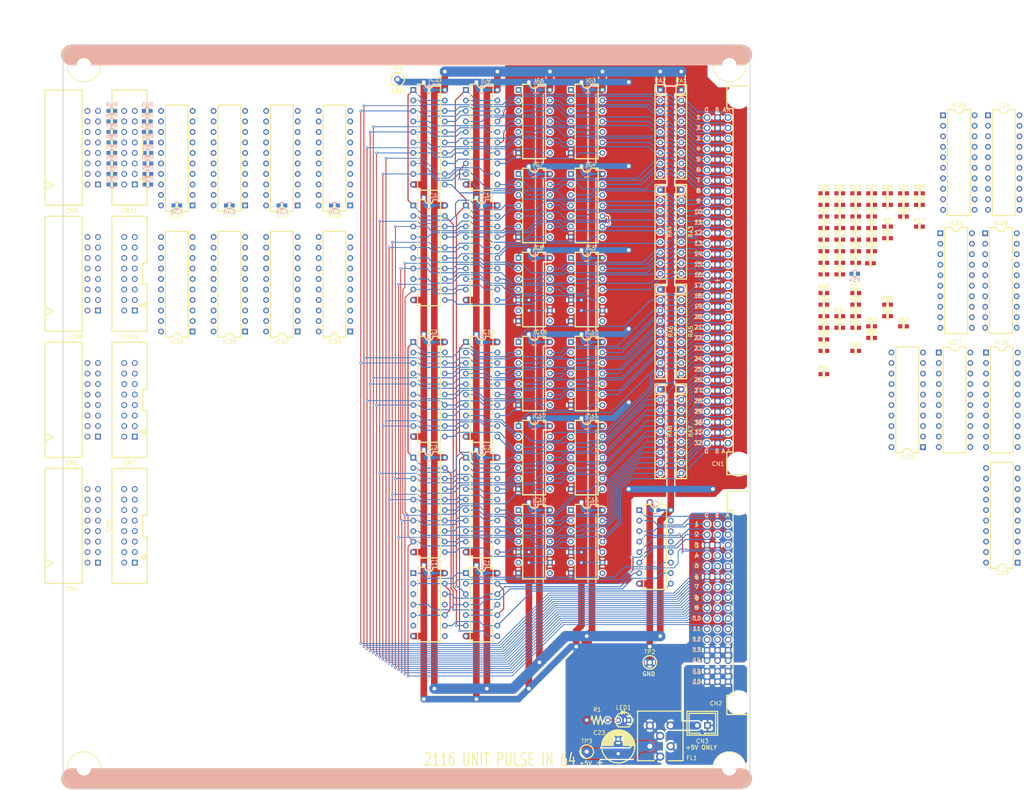
<source format=kicad_pcb>
(kicad_pcb (version 20171130) (host pcbnew "(5.1.10)-1")
  (title_block (title "2116 NEW UNIT PULSE IN 64") (rev 0) (company SHOWA-ELE) (comment 1 "designed by hamayan."))
  (layers (0 F.Cu signal) (31 B.Cu signal) (34 B.Paste user hide) (35 F.Paste user hide) (36 B.SilkS user) (37 F.SilkS user) (38 B.Mask user) (39 F.Mask user) (44 Edge.Cuts user))
  (net 0 "")
  (net 1 +5V)
  (net 2 GND)
  (net 3 "Net-(CN2-Pad10B)")
  (net 4 "Net-(CN2-Pad10C)")
  (net 5 "Net-(CN2-Pad11A)")
  (net 6 "Net-(CN2-Pad11B)")
  (net 7 "Net-(CN2-Pad11C)")
  (net 8 "Net-(IC2-Pad13)")
  (net 9 /A0)
  (net 10 /A1)
  (net 11 /A2)
  (net 12 /A3)
  (net 13 /A4)
  (net 14 /RD)
  (net 15 /C_ENB)
  (net 16 /D0)
  (net 17 /D1)
  (net 18 /D2)
  (net 19 /D3)
  (net 20 /D4)
  (net 21 /D5)
  (net 22 /D6)
  (net 23 /D7)
  (net 24 /D8)
  (net 25 /D9)
  (net 26 /D10)
  (net 27 /D11)
  (net 28 /D12)
  (net 29 /D13)
  (net 30 /D14)
  (net 31 /D15)
  (net 32 /PULSE_IN_01/P01)
  (net 33 /PULSE_IN_01/P17)
  (net 34 /PULSE_IN_01/P02)
  (net 35 /PULSE_IN_01/P18)
  (net 36 /PULSE_IN_01/P03)
  (net 37 /PULSE_IN_01/P19)
  (net 38 /PULSE_IN_01/P04)
  (net 39 /PULSE_IN_01/P20)
  (net 40 /PULSE_IN_01/P05)
  (net 41 /PULSE_IN_01/P21)
  (net 42 /PULSE_IN_01/P06)
  (net 43 /PULSE_IN_01/P22)
  (net 44 /PULSE_IN_01/P07)
  (net 45 /PULSE_IN_01/P23)
  (net 46 /PULSE_IN_01/P08)
  (net 47 /PULSE_IN_01/P24)
  (net 48 /PULSE_IN_01/P09)
  (net 49 /PULSE_IN_01/P25)
  (net 50 /PULSE_IN_01/P10)
  (net 51 /PULSE_IN_01/P26)
  (net 52 /PULSE_IN_01/P11)
  (net 53 /PULSE_IN_01/P27)
  (net 54 /PULSE_IN_01/P12)
  (net 55 /PULSE_IN_01/P28)
  (net 56 /PULSE_IN_01/P13)
  (net 57 /PULSE_IN_01/P29)
  (net 58 /PULSE_IN_01/P14)
  (net 59 /PULSE_IN_01/P30)
  (net 60 /PULSE_IN_01/P15)
  (net 61 /PULSE_IN_01/P31)
  (net 62 /PULSE_IN_01/P16)
  (net 63 /PULSE_IN_01/P32)
  (net 64 "Net-(CN2-Pad12A)")
  (net 65 "Net-(CN2-Pad12B)")
  (net 66 "Net-(CN2-Pad12C)")
  (net 67 "Net-(IC1-Pad1)")
  (net 68 /SEL02)
  (net 69 "Net-(IC1-Pad9)")
  (net 70 /SEL00)
  (net 71 "Net-(IC1-Pad4)")
  (net 72 /SEL03)
  (net 73 "Net-(IC1-Pad12)")
  (net 74 /SEL01)
  (net 75 "Net-(IC2-Pad12)")
  (net 76 "Net-(IC2-Pad14)")
  (net 77 "Net-(IC2-Pad15)")
  (net 78 /PULSE_IN_01/Q18)
  (net 79 /PULSE_IN_01/Q01)
  (net 80 /PULSE_IN_01/Q03)
  (net 81 /PULSE_IN_01/Q17)
  (net 82 /PULSE_IN_01/Q19)
  (net 83 /PULSE_IN_01/Q02)
  (net 84 /PULSE_IN_01/Q05)
  (net 85 /PULSE_IN_01/Q22)
  (net 86 /PULSE_IN_01/Q20)
  (net 87 /PULSE_IN_01/Q06)
  (net 88 /PULSE_IN_01/Q04)
  (net 89 /PULSE_IN_01/Q21)
  (net 90 /PULSE_IN_01/Q24)
  (net 91 /PULSE_IN_01/Q07)
  (net 92 /PULSE_IN_01/Q23)
  (net 93 /PULSE_IN_01/Q08)
  (net 94 /PULSE_IN_01/Q10)
  (net 95 /PULSE_IN_01/Q27)
  (net 96 /PULSE_IN_01/Q25)
  (net 97 /PULSE_IN_01/Q11)
  (net 98 /PULSE_IN_01/Q09)
  (net 99 /PULSE_IN_01/Q26)
  (net 100 /PULSE_IN_01/Q29)
  (net 101 /PULSE_IN_01/Q12)
  (net 102 /PULSE_IN_01/Q14)
  (net 103 /PULSE_IN_01/Q28)
  (net 104 /PULSE_IN_01/Q30)
  (net 105 /PULSE_IN_01/Q13)
  (net 106 /PULSE_IN_01/Q16)
  (net 107 /PULSE_IN_01/Q31)
  (net 108 /PULSE_IN_01/Q15)
  (net 109 /PULSE_IN_01/Q32)
  (net 110 /PULSE_IN_02/P33)
  (net 111 /PULSE_IN_02/Q50)
  (net 112 /PULSE_IN_02/Q33)
  (net 113 /PULSE_IN_02/P50)
  (net 114 /PULSE_IN_02/P49)
  (net 115 /PULSE_IN_02/Q35)
  (net 116 /PULSE_IN_02/Q49)
  (net 117 /PULSE_IN_02/P35)
  (net 118 /PULSE_IN_02/P34)
  (net 119 /PULSE_IN_02/Q51)
  (net 120 /PULSE_IN_02/Q34)
  (net 121 /PULSE_IN_02/P51)
  (net 122 /PULSE_IN_02/Q53)
  (net 123 /PULSE_IN_02/Q36)
  (net 124 /PULSE_IN_02/P53)
  (net 125 /PULSE_IN_02/P52)
  (net 126 /PULSE_IN_02/Q38)
  (net 127 /PULSE_IN_02/Q52)
  (net 128 /PULSE_IN_02/P38)
  (net 129 /PULSE_IN_02/P37)
  (net 130 /PULSE_IN_02/Q54)
  (net 131 /PULSE_IN_02/Q37)
  (net 132 /PULSE_IN_02/P54)
  (net 133 /PULSE_IN_02/P39)
  (net 134 /PULSE_IN_02/Q56)
  (net 135 /PULSE_IN_02/Q39)
  (net 136 /PULSE_IN_02/P56)
  (net 137 /PULSE_IN_02/P55)
  (net 138 /PULSE_IN_02/Q55)
  (net 139 /PULSE_IN_02/P40)
  (net 140 /PULSE_IN_02/Q40)
  (net 141 /PULSE_IN_02/P59)
  (net 142 /PULSE_IN_02/Q42)
  (net 143 /PULSE_IN_02/Q59)
  (net 144 /PULSE_IN_02/P42)
  (net 145 /PULSE_IN_02/P43)
  (net 146 /PULSE_IN_02/Q57)
  (net 147 /PULSE_IN_02/Q43)
  (net 148 /PULSE_IN_02/P57)
  (net 149 /PULSE_IN_02/P58)
  (net 150 /PULSE_IN_02/Q41)
  (net 151 /PULSE_IN_02/Q58)
  (net 152 /PULSE_IN_02/P41)
  (net 153 /PULSE_IN_02/P62)
  (net 154 /PULSE_IN_02/Q45)
  (net 155 /PULSE_IN_02/Q62)
  (net 156 /PULSE_IN_02/P45)
  (net 157 /PULSE_IN_02/P46)
  (net 158 /PULSE_IN_02/Q60)
  (net 159 /PULSE_IN_02/Q46)
  (net 160 /PULSE_IN_02/P60)
  (net 161 /PULSE_IN_02/P61)
  (net 162 /PULSE_IN_02/Q44)
  (net 163 /PULSE_IN_02/Q61)
  (net 164 /PULSE_IN_02/P44)
  (net 165 /PULSE_IN_02/Q48)
  (net 166 /PULSE_IN_02/P48)
  (net 167 /PULSE_IN_02/Q63)
  (net 168 /PULSE_IN_02/P63)
  (net 169 /PULSE_IN_02/P64)
  (net 170 /PULSE_IN_02/Q47)
  (net 171 /PULSE_IN_02/Q64)
  (net 172 /PULSE_IN_02/P47)
  (net 173 "Net-(LED1-Pad1)")
  (net 174 /PULSE_IN_02/P36)
  (net 175 "Net-(IC5-Pad8)")
  (net 176 "Net-(IC8-Pad8)")
  (net 177 "Net-(IC15-Pad8)")
  (net 178 "Net-(IC18-Pad8)")
  (net 179 "Net-(IC5-Pad6)")
  (net 180 "Net-(IC8-Pad6)")
  (net 181 "Net-(IC15-Pad6)")
  (net 182 "Net-(IC18-Pad6)")
  (net 183 VDD)
  (net 184 /WR)
  (net 185 "Net-(CN4-Pad1)")
  (net 186 "Net-(CN4-Pad3)")
  (net 187 "Net-(CN4-Pad5)")
  (net 188 "Net-(CN4-Pad7)")
  (net 189 "Net-(CN4-Pad9)")
  (net 190 "Net-(CN4-Pad11)")
  (net 191 "Net-(CN4-Pad13)")
  (net 192 "Net-(CN4-Pad15)")
  (net 193 "Net-(CN5-Pad15)")
  (net 194 "Net-(CN5-Pad13)")
  (net 195 "Net-(CN5-Pad11)")
  (net 196 "Net-(CN5-Pad9)")
  (net 197 "Net-(CN5-Pad7)")
  (net 198 "Net-(CN5-Pad5)")
  (net 199 "Net-(CN5-Pad3)")
  (net 200 "Net-(CN5-Pad1)")
  (net 201 "Net-(CN6-Pad15)")
  (net 202 "Net-(CN6-Pad13)")
  (net 203 "Net-(CN6-Pad11)")
  (net 204 "Net-(CN6-Pad9)")
  (net 205 "Net-(CN6-Pad7)")
  (net 206 "Net-(CN6-Pad5)")
  (net 207 "Net-(CN6-Pad3)")
  (net 208 "Net-(CN6-Pad1)")
  (net 209 "Net-(CN7-Pad1)")
  (net 210 "Net-(CN7-Pad3)")
  (net 211 "Net-(CN7-Pad5)")
  (net 212 "Net-(CN7-Pad7)")
  (net 213 "Net-(CN7-Pad9)")
  (net 214 "Net-(CN7-Pad11)")
  (net 215 "Net-(CN7-Pad13)")
  (net 216 "Net-(CN7-Pad15)")
  (net 217 "Net-(CN8-Pad1)")
  (net 218 "Net-(CN8-Pad3)")
  (net 219 "Net-(CN8-Pad5)")
  (net 220 "Net-(CN8-Pad7)")
  (net 221 "Net-(CN8-Pad9)")
  (net 222 "Net-(CN8-Pad11)")
  (net 223 "Net-(CN8-Pad13)")
  (net 224 "Net-(CN8-Pad15)")
  (net 225 "Net-(CN9-Pad15)")
  (net 226 "Net-(CN9-Pad13)")
  (net 227 "Net-(CN9-Pad11)")
  (net 228 "Net-(CN9-Pad9)")
  (net 229 "Net-(CN9-Pad7)")
  (net 230 "Net-(CN9-Pad5)")
  (net 231 "Net-(CN9-Pad3)")
  (net 232 "Net-(CN9-Pad1)")
  (net 233 "Net-(CN10-Pad15)")
  (net 234 "Net-(CN10-Pad13)")
  (net 235 "Net-(CN10-Pad11)")
  (net 236 "Net-(CN10-Pad9)")
  (net 237 "Net-(CN10-Pad7)")
  (net 238 "Net-(CN10-Pad5)")
  (net 239 "Net-(CN10-Pad3)")
  (net 240 "Net-(CN10-Pad1)")
  (net 241 "Net-(CN11-Pad1)")
  (net 242 "Net-(CN11-Pad3)")
  (net 243 "Net-(CN11-Pad5)")
  (net 244 "Net-(CN11-Pad7)")
  (net 245 "Net-(CN11-Pad9)")
  (net 246 "Net-(CN11-Pad11)")
  (net 247 "Net-(CN11-Pad13)")
  (net 248 "Net-(CN11-Pad15)")
  (net 249 /W02)
  (net 250 /W00)
  (net 251 /W03)
  (net 252 /W01)
  (net 253 /PULSE_OUT_01/Q08)
  (net 254 /PULSE_OUT_01/Q01)
  (net 255 /PULSE_OUT_01/Q02)
  (net 256 /PULSE_OUT_01/Q03)
  (net 257 /PULSE_OUT_01/Q04)
  (net 258 /PULSE_OUT_01/Q05)
  (net 259 /PULSE_OUT_01/Q06)
  (net 260 /PULSE_OUT_01/Q07)
  (net 261 /PULSE_OUT_01/Q15)
  (net 262 /PULSE_OUT_01/Q14)
  (net 263 /PULSE_OUT_01/Q13)
  (net 264 /PULSE_OUT_01/Q12)
  (net 265 /PULSE_OUT_01/Q11)
  (net 266 /PULSE_OUT_01/Q10)
  (net 267 /PULSE_OUT_01/Q09)
  (net 268 /PULSE_OUT_01/Q16)
  (net 269 /PULSE_OUT_01/Q39)
  (net 270 /PULSE_OUT_01/Q38)
  (net 271 /PULSE_OUT_01/Q37)
  (net 272 /PULSE_OUT_01/Q36)
  (net 273 /PULSE_OUT_01/Q35)
  (net 274 /PULSE_OUT_01/Q34)
  (net 275 /PULSE_OUT_01/Q33)
  (net 276 /PULSE_OUT_01/Q40)
  (net 277 /PULSE_OUT_01/Q47)
  (net 278 /PULSE_OUT_01/Q46)
  (net 279 /PULSE_OUT_01/Q45)
  (net 280 /PULSE_OUT_01/Q44)
  (net 281 /PULSE_OUT_01/Q43)
  (net 282 /PULSE_OUT_01/Q42)
  (net 283 /PULSE_OUT_01/Q41)
  (net 284 /PULSE_OUT_01/Q48)
  (net 285 /PULSE_OUT_01/OUT07)
  (net 286 /PULSE_OUT_01/OUT08)
  (net 287 /PULSE_OUT_01/OUT01)
  (net 288 /PULSE_OUT_01/OUT02)
  (net 289 /PULSE_OUT_01/OUT03)
  (net 290 /PULSE_OUT_01/OUT04)
  (net 291 /PULSE_OUT_01/OUT05)
  (net 292 /PULSE_OUT_01/OUT06)
  (net 293 /PULSE_OUT_01/OUT14)
  (net 294 /PULSE_OUT_01/OUT13)
  (net 295 /PULSE_OUT_01/OUT12)
  (net 296 /PULSE_OUT_01/OUT11)
  (net 297 /PULSE_OUT_01/OUT10)
  (net 298 /PULSE_OUT_01/OUT09)
  (net 299 /PULSE_OUT_01/OUT16)
  (net 300 /PULSE_OUT_01/OUT15)
  (net 301 /PULSE_OUT_01/OUT39)
  (net 302 /PULSE_OUT_01/OUT40)
  (net 303 /PULSE_OUT_01/OUT33)
  (net 304 /PULSE_OUT_01/OUT34)
  (net 305 /PULSE_OUT_01/OUT35)
  (net 306 /PULSE_OUT_01/OUT36)
  (net 307 /PULSE_OUT_01/OUT37)
  (net 308 /PULSE_OUT_01/OUT38)
  (net 309 /PULSE_OUT_01/OUT46)
  (net 310 /PULSE_OUT_01/OUT45)
  (net 311 /PULSE_OUT_01/OUT44)
  (net 312 /PULSE_OUT_01/OUT43)
  (net 313 /PULSE_OUT_01/OUT42)
  (net 314 /PULSE_OUT_01/OUT41)
  (net 315 /PULSE_OUT_01/OUT48)
  (net 316 /PULSE_OUT_01/OUT47)
  (net 317 /PULSE_OUT_02/Q23)
  (net 318 /PULSE_OUT_02/Q22)
  (net 319 /PULSE_OUT_02/Q21)
  (net 320 /PULSE_OUT_02/Q20)
  (net 321 /PULSE_OUT_02/Q19)
  (net 322 /PULSE_OUT_02/Q18)
  (net 323 /PULSE_OUT_02/Q17)
  (net 324 /PULSE_OUT_02/Q24)
  (net 325 /PULSE_OUT_02/Q32)
  (net 326 /PULSE_OUT_02/Q25)
  (net 327 /PULSE_OUT_02/Q26)
  (net 328 /PULSE_OUT_02/Q27)
  (net 329 /PULSE_OUT_02/Q28)
  (net 330 /PULSE_OUT_02/Q29)
  (net 331 /PULSE_OUT_02/Q30)
  (net 332 /PULSE_OUT_02/Q31)
  (net 333 /PULSE_OUT_02/Q55)
  (net 334 /PULSE_OUT_02/Q54)
  (net 335 /PULSE_OUT_02/Q53)
  (net 336 /PULSE_OUT_02/Q52)
  (net 337 /PULSE_OUT_02/Q51)
  (net 338 /PULSE_OUT_02/Q50)
  (net 339 /PULSE_OUT_02/Q49)
  (net 340 /PULSE_OUT_02/Q56)
  (net 341 /PULSE_OUT_02/Q64)
  (net 342 /PULSE_OUT_02/Q57)
  (net 343 /PULSE_OUT_02/Q58)
  (net 344 /PULSE_OUT_02/Q59)
  (net 345 /PULSE_OUT_02/Q60)
  (net 346 /PULSE_OUT_02/Q61)
  (net 347 /PULSE_OUT_02/Q62)
  (net 348 /PULSE_OUT_02/Q63)
  (net 349 /PULSE_OUT_02/OUT23)
  (net 350 /PULSE_OUT_02/OUT24)
  (net 351 /PULSE_OUT_02/OUT17)
  (net 352 /PULSE_OUT_02/OUT18)
  (net 353 /PULSE_OUT_02/OUT19)
  (net 354 /PULSE_OUT_02/OUT20)
  (net 355 /PULSE_OUT_02/OUT21)
  (net 356 /PULSE_OUT_02/OUT22)
  (net 357 /PULSE_OUT_02/OUT30)
  (net 358 /PULSE_OUT_02/OUT29)
  (net 359 /PULSE_OUT_02/OUT28)
  (net 360 /PULSE_OUT_02/OUT27)
  (net 361 /PULSE_OUT_02/OUT26)
  (net 362 /PULSE_OUT_02/OUT25)
  (net 363 /PULSE_OUT_02/OUT32)
  (net 364 /PULSE_OUT_02/OUT31)
  (net 365 /PULSE_OUT_02/OUT55)
  (net 366 /PULSE_OUT_02/OUT56)
  (net 367 /PULSE_OUT_02/OUT49)
  (net 368 /PULSE_OUT_02/OUT50)
  (net 369 /PULSE_OUT_02/OUT51)
  (net 370 /PULSE_OUT_02/OUT52)
  (net 371 /PULSE_OUT_02/OUT53)
  (net 372 /PULSE_OUT_02/OUT54)
  (net 373 /PULSE_OUT_02/OUT63)
  (net 374 /PULSE_OUT_02/OUT64)
  (net 375 /PULSE_OUT_02/OUT57)
  (net 376 /PULSE_OUT_02/OUT58)
  (net 377 /PULSE_OUT_02/OUT59)
  (net 378 /PULSE_OUT_02/OUT60)
  (net 379 /PULSE_OUT_02/OUT61)
  (net 380 /PULSE_OUT_02/OUT62)
  (module A01myFootPrint:cn_09031966921 (layer F.Cu) (at 216 107 270)
    (fp_text reference CN1 (at 44.384 7.72 180) (layer F.SilkS))
    (fp_text value 09031966921)
    (pad 17C thru_hole circle (at 1.27 10.38 270) (size 1.6 1.6) (drill 1) (layers *.Cu *.Mask) (net 114 /PULSE_IN_02/P49))
    (pad 18C thru_hole circle (at 3.81 10.38 270) (size 1.6 1.6) (drill 1) (layers *.Cu *.Mask) (net 113 /PULSE_IN_02/P50))
    (pad 19C thru_hole circle (at 6.35 10.38 270) (size 1.6 1.6) (drill 1) (layers *.Cu *.Mask) (net 121 /PULSE_IN_02/P51))
    (pad 20C thru_hole circle (at 8.89 10.38 270) (size 1.6 1.6) (drill 1) (layers *.Cu *.Mask) (net 125 /PULSE_IN_02/P52))
    (pad 21C thru_hole circle (at 11.43 10.38 270) (size 1.6 1.6) (drill 1) (layers *.Cu *.Mask) (net 124 /PULSE_IN_02/P53))
    (pad 22C thru_hole circle (at 13.97 10.38 270) (size 1.6 1.6) (drill 1) (layers *.Cu *.Mask) (net 132 /PULSE_IN_02/P54))
    (pad 24C thru_hole circle (at 19.05 10.38 270) (size 1.6 1.6) (drill 1) (layers *.Cu *.Mask) (net 136 /PULSE_IN_02/P56))
    (pad 23C thru_hole circle (at 16.51 10.38 270) (size 1.6 1.6) (drill 1) (layers *.Cu *.Mask) (net 137 /PULSE_IN_02/P55))
    (pad 25C thru_hole circle (at 21.59 10.38 270) (size 1.6 1.6) (drill 1) (layers *.Cu *.Mask) (net 148 /PULSE_IN_02/P57))
    (pad 26C thru_hole circle (at 24.13 10.38 270) (size 1.6 1.6) (drill 1) (layers *.Cu *.Mask) (net 149 /PULSE_IN_02/P58))
    (pad 27C thru_hole circle (at 26.67 10.38 270) (size 1.6 1.6) (drill 1) (layers *.Cu *.Mask) (net 141 /PULSE_IN_02/P59))
    (pad 28C thru_hole circle (at 29.21 10.38 270) (size 1.6 1.6) (drill 1) (layers *.Cu *.Mask) (net 160 /PULSE_IN_02/P60))
    (pad 29C thru_hole circle (at 31.75 10.38 270) (size 1.6 1.6) (drill 1) (layers *.Cu *.Mask) (net 161 /PULSE_IN_02/P61))
    (pad 30C thru_hole circle (at 34.29 10.38 270) (size 1.6 1.6) (drill 1) (layers *.Cu *.Mask) (net 153 /PULSE_IN_02/P62))
    (pad 31C thru_hole circle (at 36.83 10.38 270) (size 1.6 1.6) (drill 1) (layers *.Cu *.Mask) (net 168 /PULSE_IN_02/P63))
    (pad 32C thru_hole circle (at 39.37 10.38 270) (size 1.6 1.6) (drill 1) (layers *.Cu *.Mask) (net 169 /PULSE_IN_02/P64))
    (pad 17B thru_hole circle (at 1.27 7.84 270) (size 1.6 1.6) (drill 1) (layers *.Cu *.Mask) (net 2 GND))
    (pad 18B thru_hole circle (at 3.81 7.84 270) (size 1.6 1.6) (drill 1) (layers *.Cu *.Mask) (net 2 GND))
    (pad 19B thru_hole circle (at 6.35 7.84 270) (size 1.6 1.6) (drill 1) (layers *.Cu *.Mask) (net 2 GND))
    (pad 20B thru_hole circle (at 8.89 7.84 270) (size 1.6 1.6) (drill 1) (layers *.Cu *.Mask) (net 2 GND))
    (pad 21B thru_hole circle (at 11.43 7.84 270) (size 1.6 1.6) (drill 1) (layers *.Cu *.Mask) (net 2 GND))
    (pad 22B thru_hole circle (at 13.97 7.84 270) (size 1.6 1.6) (drill 1) (layers *.Cu *.Mask) (net 2 GND))
    (pad 24B thru_hole circle (at 19.05 7.84 270) (size 1.6 1.6) (drill 1) (layers *.Cu *.Mask) (net 2 GND))
    (pad 23B thru_hole circle (at 16.51 7.84 270) (size 1.6 1.6) (drill 1) (layers *.Cu *.Mask) (net 2 GND))
    (pad 25B thru_hole circle (at 21.59 7.84 270) (size 1.6 1.6) (drill 1) (layers *.Cu *.Mask) (net 2 GND))
    (pad 26B thru_hole circle (at 24.13 7.84 270) (size 1.6 1.6) (drill 1) (layers *.Cu *.Mask) (net 2 GND))
    (pad 27B thru_hole circle (at 26.67 7.84 270) (size 1.6 1.6) (drill 1) (layers *.Cu *.Mask) (net 2 GND))
    (pad 28B thru_hole circle (at 29.21 7.84 270) (size 1.6 1.6) (drill 1) (layers *.Cu *.Mask) (net 2 GND))
    (pad 29B thru_hole circle (at 31.75 7.84 270) (size 1.6 1.6) (drill 1) (layers *.Cu *.Mask) (net 2 GND))
    (pad 30B thru_hole circle (at 34.29 7.84 270) (size 1.6 1.6) (drill 1) (layers *.Cu *.Mask) (net 2 GND))
    (pad 31B thru_hole circle (at 36.83 7.84 270) (size 1.6 1.6) (drill 1) (layers *.Cu *.Mask) (net 2 GND))
    (pad 32B thru_hole circle (at 39.37 7.84 270) (size 1.6 1.6) (drill 1) (layers *.Cu *.Mask) (net 2 GND))
    (pad 32A thru_hole circle (at 39.37 5.3 270) (size 1.6 1.6) (drill 1) (layers *.Cu *.Mask) (net 166 /PULSE_IN_02/P48))
    (pad 31A thru_hole circle (at 36.83 5.3 270) (size 1.6 1.6) (drill 1) (layers *.Cu *.Mask) (net 172 /PULSE_IN_02/P47))
    (pad 30A thru_hole circle (at 34.29 5.3 270) (size 1.6 1.6) (drill 1) (layers *.Cu *.Mask) (net 157 /PULSE_IN_02/P46))
    (pad 29A thru_hole circle (at 31.75 5.3 270) (size 1.6 1.6) (drill 1) (layers *.Cu *.Mask) (net 156 /PULSE_IN_02/P45))
    (pad 28A thru_hole circle (at 29.21 5.3 270) (size 1.6 1.6) (drill 1) (layers *.Cu *.Mask) (net 164 /PULSE_IN_02/P44))
    (pad 27A thru_hole circle (at 26.67 5.3 270) (size 1.6 1.6) (drill 1) (layers *.Cu *.Mask) (net 145 /PULSE_IN_02/P43))
    (pad 26A thru_hole circle (at 24.13 5.3 270) (size 1.6 1.6) (drill 1) (layers *.Cu *.Mask) (net 144 /PULSE_IN_02/P42))
    (pad 25A thru_hole circle (at 21.59 5.3 270) (size 1.6 1.6) (drill 1) (layers *.Cu *.Mask) (net 152 /PULSE_IN_02/P41))
    (pad 24A thru_hole circle (at 19.05 5.3 270) (size 1.6 1.6) (drill 1) (layers *.Cu *.Mask) (net 139 /PULSE_IN_02/P40))
    (pad 23A thru_hole circle (at 16.51 5.3 270) (size 1.6 1.6) (drill 1) (layers *.Cu *.Mask) (net 133 /PULSE_IN_02/P39))
    (pad 22A thru_hole circle (at 13.97 5.3 270) (size 1.6 1.6) (drill 1) (layers *.Cu *.Mask) (net 128 /PULSE_IN_02/P38))
    (pad 21A thru_hole circle (at 11.43 5.3 270) (size 1.6 1.6) (drill 1) (layers *.Cu *.Mask) (net 129 /PULSE_IN_02/P37))
    (pad 20A thru_hole circle (at 8.89 5.3 270) (size 1.6 1.6) (drill 1) (layers *.Cu *.Mask) (net 174 /PULSE_IN_02/P36))
    (pad 19A thru_hole circle (at 6.35 5.3 270) (size 1.6 1.6) (drill 1) (layers *.Cu *.Mask) (net 117 /PULSE_IN_02/P35))
    (pad 18A thru_hole circle (at 3.81 5.3 270) (size 1.6 1.6) (drill 1) (layers *.Cu *.Mask) (net 118 /PULSE_IN_02/P34))
    (pad 17A thru_hole circle (at 1.27 5.3 270) (size 1.6 1.6) (drill 1) (layers *.Cu *.Mask) (net 110 /PULSE_IN_02/P33))
    (pad "" np_thru_hole circle (at 44.45 2.76 270) (size 2.8 2.8) (drill 2.8) (layers *.Cu *.Mask) (clearance 1.6))
    (pad "" np_thru_hole circle (at -44.45 2.76 270) (size 2.8 2.8) (drill 2.8) (layers *.Cu *.Mask) (clearance 1.6))
    (pad 16C thru_hole circle (at -1.27 10.38 270) (size 1.6 1.6) (drill 1) (layers *.Cu *.Mask) (net 63 /PULSE_IN_01/P32))
    (pad 16B thru_hole circle (at -1.27 7.84 270) (size 1.6 1.6) (drill 1) (layers *.Cu *.Mask) (net 2 GND))
    (pad 16A thru_hole circle (at -1.27 5.3 270) (size 1.6 1.6) (drill 1) (layers *.Cu *.Mask) (net 62 /PULSE_IN_01/P16))
    (pad 15C thru_hole circle (at -3.81 10.38 270) (size 1.6 1.6) (drill 1) (layers *.Cu *.Mask) (net 61 /PULSE_IN_01/P31))
    (pad 15B thru_hole circle (at -3.81 7.84 270) (size 1.6 1.6) (drill 1) (layers *.Cu *.Mask) (net 2 GND))
    (pad 15A thru_hole circle (at -3.81 5.3 270) (size 1.6 1.6) (drill 1) (layers *.Cu *.Mask) (net 60 /PULSE_IN_01/P15))
    (pad 14C thru_hole circle (at -6.35 10.38 270) (size 1.6 1.6) (drill 1) (layers *.Cu *.Mask) (net 59 /PULSE_IN_01/P30))
    (pad 14B thru_hole circle (at -6.35 7.84 270) (size 1.6 1.6) (drill 1) (layers *.Cu *.Mask) (net 2 GND))
    (pad 14A thru_hole circle (at -6.35 5.3 270) (size 1.6 1.6) (drill 1) (layers *.Cu *.Mask) (net 58 /PULSE_IN_01/P14))
    (pad 13C thru_hole circle (at -8.89 10.38 270) (size 1.6 1.6) (drill 1) (layers *.Cu *.Mask) (net 57 /PULSE_IN_01/P29))
    (pad 13B thru_hole circle (at -8.89 7.84 270) (size 1.6 1.6) (drill 1) (layers *.Cu *.Mask) (net 2 GND))
    (pad 13A thru_hole circle (at -8.89 5.3 270) (size 1.6 1.6) (drill 1) (layers *.Cu *.Mask) (net 56 /PULSE_IN_01/P13))
    (pad 12C thru_hole circle (at -11.43 10.38 270) (size 1.6 1.6) (drill 1) (layers *.Cu *.Mask) (net 55 /PULSE_IN_01/P28))
    (pad 12B thru_hole circle (at -11.43 7.84 270) (size 1.6 1.6) (drill 1) (layers *.Cu *.Mask) (net 2 GND))
    (pad 12A thru_hole circle (at -11.43 5.3 270) (size 1.6 1.6) (drill 1) (layers *.Cu *.Mask) (net 54 /PULSE_IN_01/P12))
    (pad 11C thru_hole circle (at -13.97 10.38 270) (size 1.6 1.6) (drill 1) (layers *.Cu *.Mask) (net 53 /PULSE_IN_01/P27))
    (pad 11B thru_hole circle (at -13.97 7.84 270) (size 1.6 1.6) (drill 1) (layers *.Cu *.Mask) (net 2 GND))
    (pad 11A thru_hole circle (at -13.97 5.3 270) (size 1.6 1.6) (drill 1) (layers *.Cu *.Mask) (net 52 /PULSE_IN_01/P11))
    (pad 10C thru_hole circle (at -16.51 10.38 270) (size 1.6 1.6) (drill 1) (layers *.Cu *.Mask) (net 51 /PULSE_IN_01/P26))
    (pad 10B thru_hole circle (at -16.51 7.84 270) (size 1.6 1.6) (drill 1) (layers *.Cu *.Mask) (net 2 GND))
    (pad 10A thru_hole circle (at -16.51 5.3 270) (size 1.6 1.6) (drill 1) (layers *.Cu *.Mask) (net 50 /PULSE_IN_01/P10))
    (pad 9C thru_hole circle (at -19.05 10.38 270) (size 1.6 1.6) (drill 1) (layers *.Cu *.Mask) (net 49 /PULSE_IN_01/P25))
    (pad 9B thru_hole circle (at -19.05 7.84 270) (size 1.6 1.6) (drill 1) (layers *.Cu *.Mask) (net 2 GND))
    (pad 9A thru_hole circle (at -19.05 5.3 270) (size 1.6 1.6) (drill 1) (layers *.Cu *.Mask) (net 48 /PULSE_IN_01/P09))
    (pad 8C thru_hole circle (at -21.59 10.38 270) (size 1.6 1.6) (drill 1) (layers *.Cu *.Mask) (net 47 /PULSE_IN_01/P24))
    (pad 8B thru_hole circle (at -21.59 7.84 270) (size 1.6 1.6) (drill 1) (layers *.Cu *.Mask) (net 2 GND))
    (pad 8A thru_hole circle (at -21.59 5.3 270) (size 1.6 1.6) (drill 1) (layers *.Cu *.Mask) (net 46 /PULSE_IN_01/P08))
    (pad 7C thru_hole circle (at -24.13 10.38 270) (size 1.6 1.6) (drill 1) (layers *.Cu *.Mask) (net 45 /PULSE_IN_01/P23))
    (pad 7B thru_hole circle (at -24.13 7.84 270) (size 1.6 1.6) (drill 1) (layers *.Cu *.Mask) (net 2 GND))
    (pad 7A thru_hole circle (at -24.13 5.3 270) (size 1.6 1.6) (drill 1) (layers *.Cu *.Mask) (net 44 /PULSE_IN_01/P07))
    (pad 6C thru_hole circle (at -26.67 10.38 270) (size 1.6 1.6) (drill 1) (layers *.Cu *.Mask) (net 43 /PULSE_IN_01/P22))
    (pad 6B thru_hole circle (at -26.67 7.84 270) (size 1.6 1.6) (drill 1) (layers *.Cu *.Mask) (net 2 GND))
    (pad 6A thru_hole circle (at -26.67 5.3 270) (size 1.6 1.6) (drill 1) (layers *.Cu *.Mask) (net 42 /PULSE_IN_01/P06))
    (pad 5C thru_hole circle (at -29.21 10.38 270) (size 1.6 1.6) (drill 1) (layers *.Cu *.Mask) (net 41 /PULSE_IN_01/P21))
    (pad 5B thru_hole circle (at -29.21 7.84 270) (size 1.6 1.6) (drill 1) (layers *.Cu *.Mask) (net 2 GND))
    (pad 5A thru_hole circle (at -29.21 5.3 270) (size 1.6 1.6) (drill 1) (layers *.Cu *.Mask) (net 40 /PULSE_IN_01/P05))
    (pad 4C thru_hole circle (at -31.75 10.38 270) (size 1.6 1.6) (drill 1) (layers *.Cu *.Mask) (net 39 /PULSE_IN_01/P20))
    (pad 4B thru_hole circle (at -31.75 7.84 270) (size 1.6 1.6) (drill 1) (layers *.Cu *.Mask) (net 2 GND))
    (pad 4A thru_hole circle (at -31.75 5.3 270) (size 1.6 1.6) (drill 1) (layers *.Cu *.Mask) (net 38 /PULSE_IN_01/P04))
    (pad 3C thru_hole circle (at -34.29 10.38 270) (size 1.6 1.6) (drill 1) (layers *.Cu *.Mask) (net 37 /PULSE_IN_01/P19))
    (pad 3B thru_hole circle (at -34.29 7.84 270) (size 1.6 1.6) (drill 1) (layers *.Cu *.Mask) (net 2 GND))
    (pad 3A thru_hole circle (at -34.29 5.3 270) (size 1.6 1.6) (drill 1) (layers *.Cu *.Mask) (net 36 /PULSE_IN_01/P03))
    (pad 2C thru_hole circle (at -36.83 10.38 270) (size 1.6 1.6) (drill 1) (layers *.Cu *.Mask) (net 35 /PULSE_IN_01/P18))
    (pad 2B thru_hole circle (at -36.83 7.84 270) (size 1.6 1.6) (drill 1) (layers *.Cu *.Mask) (net 2 GND))
    (pad 2A thru_hole circle (at -36.83 5.3 270) (size 1.6 1.6) (drill 1) (layers *.Cu *.Mask) (net 34 /PULSE_IN_01/P02))
    (pad 1C thru_hole circle (at -39.37 10.38 270) (size 1.6 1.6) (drill 1) (layers *.Cu *.Mask) (net 33 /PULSE_IN_01/P17))
    (pad 1B thru_hole circle (at -39.37 7.84 270) (size 1.6 1.6) (drill 1) (layers *.Cu *.Mask) (net 2 GND))
    (pad 1A thru_hole circle (at -39.37 5.3 270) (size 1.6 1.6) (drill 1) (layers *.Cu *.Mask) (net 32 /PULSE_IN_01/P01))
  )
  (module A01myFootPrint:cn_09282486801 (layer F.Cu) (at 216 185 270)
    (fp_text reference CN2 (at 24.296 8.228 180) (layer F.SilkS))
    (fp_text value 09232486824)
    (pad "" np_thru_hole circle (at 24.13 2.76 270) (size 2.8 2.8) (drill 2.8) (layers *.Cu *.Mask) (clearance 1.6))
    (pad "" np_thru_hole circle (at -24.13 2.76 270) (size 2.8 2.8) (drill 2.8) (layers *.Cu *.Mask) (clearance 1.6))
    (pad 16C thru_hole circle (at 19.05 10.38 270) (size 1.6 1.6) (drill 1) (layers *.Cu *.Mask) (net 183 VDD))
    (pad 16B thru_hole circle (at 19.05 7.84 270) (size 1.6 1.6) (drill 1) (layers *.Cu *.Mask) (net 183 VDD))
    (pad 16A thru_hole circle (at 19.05 5.3 270) (size 1.6 1.6) (drill 1) (layers *.Cu *.Mask) (net 183 VDD))
    (pad 15C thru_hole circle (at 16.51 10.38 270) (size 1.6 1.6) (drill 1) (layers *.Cu *.Mask) (net 183 VDD))
    (pad 15B thru_hole circle (at 16.51 7.84 270) (size 1.6 1.6) (drill 1) (layers *.Cu *.Mask) (net 183 VDD))
    (pad 15A thru_hole circle (at 16.51 5.3 270) (size 1.6 1.6) (drill 1) (layers *.Cu *.Mask) (net 183 VDD))
    (pad 14C thru_hole circle (at 13.97 10.38 270) (size 1.6 1.6) (drill 1) (layers *.Cu *.Mask) (net 2 GND))
    (pad 14B thru_hole circle (at 13.97 7.84 270) (size 1.6 1.6) (drill 1) (layers *.Cu *.Mask) (net 2 GND))
    (pad 14A thru_hole circle (at 13.97 5.3 270) (size 1.6 1.6) (drill 1) (layers *.Cu *.Mask) (net 2 GND))
    (pad 13C thru_hole circle (at 11.43 10.38 270) (size 1.6 1.6) (drill 1) (layers *.Cu *.Mask) (net 2 GND))
    (pad 13B thru_hole circle (at 11.43 7.84 270) (size 1.6 1.6) (drill 1) (layers *.Cu *.Mask) (net 2 GND))
    (pad 13A thru_hole circle (at 11.43 5.3 270) (size 1.6 1.6) (drill 1) (layers *.Cu *.Mask) (net 2 GND))
    (pad 12C thru_hole circle (at 8.89 10.38 270) (size 1.6 1.6) (drill 1) (layers *.Cu *.Mask) (net 66 "Net-(CN2-Pad12C)"))
    (pad 12B thru_hole circle (at 8.89 7.84 270) (size 1.6 1.6) (drill 1) (layers *.Cu *.Mask) (net 65 "Net-(CN2-Pad12B)"))
    (pad 12A thru_hole circle (at 8.89 5.3 270) (size 1.6 1.6) (drill 1) (layers *.Cu *.Mask) (net 64 "Net-(CN2-Pad12A)"))
    (pad 11C thru_hole circle (at 6.35 10.38 270) (size 1.6 1.6) (drill 1) (layers *.Cu *.Mask) (net 7 "Net-(CN2-Pad11C)"))
    (pad 11B thru_hole circle (at 6.35 7.84 270) (size 1.6 1.6) (drill 1) (layers *.Cu *.Mask) (net 6 "Net-(CN2-Pad11B)"))
    (pad 11A thru_hole circle (at 6.35 5.3 270) (size 1.6 1.6) (drill 1) (layers *.Cu *.Mask) (net 5 "Net-(CN2-Pad11A)"))
    (pad 10C thru_hole circle (at 3.81 10.38 270) (size 1.6 1.6) (drill 1) (layers *.Cu *.Mask) (net 4 "Net-(CN2-Pad10C)"))
    (pad 10B thru_hole circle (at 3.81 7.84 270) (size 1.6 1.6) (drill 1) (layers *.Cu *.Mask) (net 3 "Net-(CN2-Pad10B)"))
    (pad 10A thru_hole circle (at 3.81 5.3 270) (size 1.6 1.6) (drill 1) (layers *.Cu *.Mask) (net 31 /D15))
    (pad 9C thru_hole circle (at 1.27 10.38 270) (size 1.6 1.6) (drill 1) (layers *.Cu *.Mask) (net 30 /D14))
    (pad 9B thru_hole circle (at 1.27 7.84 270) (size 1.6 1.6) (drill 1) (layers *.Cu *.Mask) (net 29 /D13))
    (pad 9A thru_hole circle (at 1.27 5.3 270) (size 1.6 1.6) (drill 1) (layers *.Cu *.Mask) (net 28 /D12))
    (pad 8C thru_hole circle (at -1.27 10.38 270) (size 1.6 1.6) (drill 1) (layers *.Cu *.Mask) (net 27 /D11))
    (pad 8B thru_hole circle (at -1.27 7.84 270) (size 1.6 1.6) (drill 1) (layers *.Cu *.Mask) (net 26 /D10))
    (pad 8A thru_hole circle (at -1.27 5.3 270) (size 1.6 1.6) (drill 1) (layers *.Cu *.Mask) (net 25 /D9))
    (pad 7C thru_hole circle (at -3.81 10.38 270) (size 1.6 1.6) (drill 1) (layers *.Cu *.Mask) (net 24 /D8))
    (pad 7B thru_hole circle (at -3.81 7.84 270) (size 1.6 1.6) (drill 1) (layers *.Cu *.Mask) (net 23 /D7))
    (pad 7A thru_hole circle (at -3.81 5.3 270) (size 1.6 1.6) (drill 1) (layers *.Cu *.Mask) (net 22 /D6))
    (pad 6C thru_hole circle (at -6.35 10.38 270) (size 1.6 1.6) (drill 1) (layers *.Cu *.Mask) (net 2 GND))
    (pad 6B thru_hole circle (at -6.35 7.84 270) (size 1.6 1.6) (drill 1) (layers *.Cu *.Mask) (net 2 GND))
    (pad 6A thru_hole circle (at -6.35 5.3 270) (size 1.6 1.6) (drill 1) (layers *.Cu *.Mask) (net 21 /D5))
    (pad 5C thru_hole circle (at -8.89 10.38 270) (size 1.6 1.6) (drill 1) (layers *.Cu *.Mask) (net 20 /D4))
    (pad 5B thru_hole circle (at -8.89 7.84 270) (size 1.6 1.6) (drill 1) (layers *.Cu *.Mask) (net 19 /D3))
    (pad 5A thru_hole circle (at -8.89 5.3 270) (size 1.6 1.6) (drill 1) (layers *.Cu *.Mask) (net 18 /D2))
    (pad 4C thru_hole circle (at -11.43 10.38 270) (size 1.6 1.6) (drill 1) (layers *.Cu *.Mask) (net 17 /D1))
    (pad 4B thru_hole circle (at -11.43 7.84 270) (size 1.6 1.6) (drill 1) (layers *.Cu *.Mask) (net 16 /D0))
    (pad 4A thru_hole circle (at -11.43 5.3 270) (size 1.6 1.6) (drill 1) (layers *.Cu *.Mask) (net 15 /C_ENB))
    (pad 3C thru_hole circle (at -13.97 10.38 270) (size 1.6 1.6) (drill 1) (layers *.Cu *.Mask) (net 2 GND))
    (pad 3B thru_hole circle (at -13.97 7.84 270) (size 1.6 1.6) (drill 1) (layers *.Cu *.Mask) (net 2 GND))
    (pad 3A thru_hole circle (at -13.97 5.3 270) (size 1.6 1.6) (drill 1) (layers *.Cu *.Mask) (net 184 /WR))
    (pad 2C thru_hole circle (at -16.51 10.38 270) (size 1.6 1.6) (drill 1) (layers *.Cu *.Mask) (net 14 /RD))
    (pad 2B thru_hole circle (at -16.51 7.84 270) (size 1.6 1.6) (drill 1) (layers *.Cu *.Mask) (net 13 /A4))
    (pad 2A thru_hole circle (at -16.51 5.3 270) (size 1.6 1.6) (drill 1) (layers *.Cu *.Mask) (net 12 /A3))
    (pad 1C thru_hole circle (at -19.05 10.38 270) (size 1.6 1.6) (drill 1) (layers *.Cu *.Mask) (net 11 /A2))
    (pad 1B thru_hole circle (at -19.05 7.84 270) (size 1.6 1.6) (drill 1) (layers *.Cu *.Mask) (net 10 /A1))
    (pad 1A thru_hole circle (at -19.05 5.3 270) (size 1.6 1.6) (drill 1) (layers *.Cu *.Mask) (net 9 /A0))
  )
  (module A01myFootPrint:ic_DIP-20_W7.62mm (layer F.Cu) (at 134.62 121.92)
    (fp_text reference IC21 (at 5.08 -2.39) (layer F.SilkS))
    (fp_text value 74HC244)
    (pad 1 thru_hole rect (at 0 0) (size 1.4 1.4) (drill 0.8) (layers *.Cu *.Mask) (net 72 /SEL03))
    (pad 13 thru_hole oval (at 7.62 17.78) (size 1.4 1.4) (drill 0.8) (layers *.Cu *.Mask) (net 130 /PULSE_IN_02/Q54))
    (pad 2 thru_hole oval (at 0 2.54) (size 1.4 1.4) (drill 0.8) (layers *.Cu *.Mask) (net 116 /PULSE_IN_02/Q49))
    (pad 14 thru_hole oval (at 7.62 15.24) (size 1.4 1.4) (drill 0.8) (layers *.Cu *.Mask) (net 20 /D4))
    (pad 3 thru_hole oval (at 0 5.08) (size 1.4 1.4) (drill 0.8) (layers *.Cu *.Mask) (net 17 /D1))
    (pad 15 thru_hole oval (at 7.62 12.7) (size 1.4 1.4) (drill 0.8) (layers *.Cu *.Mask) (net 127 /PULSE_IN_02/Q52))
    (pad 4 thru_hole oval (at 0 7.62) (size 1.4 1.4) (drill 0.8) (layers *.Cu *.Mask) (net 119 /PULSE_IN_02/Q51))
    (pad 16 thru_hole oval (at 7.62 10.16) (size 1.4 1.4) (drill 0.8) (layers *.Cu *.Mask) (net 18 /D2))
    (pad 5 thru_hole oval (at 0 10.16) (size 1.4 1.4) (drill 0.8) (layers *.Cu *.Mask) (net 19 /D3))
    (pad 17 thru_hole oval (at 7.62 7.62) (size 1.4 1.4) (drill 0.8) (layers *.Cu *.Mask) (net 111 /PULSE_IN_02/Q50))
    (pad 6 thru_hole oval (at 0 12.7) (size 1.4 1.4) (drill 0.8) (layers *.Cu *.Mask) (net 122 /PULSE_IN_02/Q53))
    (pad 18 thru_hole oval (at 7.62 5.08) (size 1.4 1.4) (drill 0.8) (layers *.Cu *.Mask) (net 16 /D0))
    (pad 7 thru_hole oval (at 0 15.24) (size 1.4 1.4) (drill 0.8) (layers *.Cu *.Mask) (net 21 /D5))
    (pad 19 thru_hole oval (at 7.62 2.54) (size 1.4 1.4) (drill 0.8) (layers *.Cu *.Mask) (net 72 /SEL03))
    (pad 8 thru_hole oval (at 0 17.78) (size 1.4 1.4) (drill 0.8) (layers *.Cu *.Mask) (net 138 /PULSE_IN_02/Q55))
    (pad 20 thru_hole oval (at 7.62 0) (size 1.4 1.4) (drill 0.8) (layers *.Cu *.Mask) (net 1 +5V))
    (pad 9 thru_hole oval (at 0 20.32) (size 1.4 1.4) (drill 0.8) (layers *.Cu *.Mask) (net 23 /D7))
    (pad 10 thru_hole oval (at 0 22.86) (size 1.4 1.4) (drill 0.8) (layers *.Cu *.Mask) (net 2 GND))
    (pad 11 thru_hole oval (at 7.62 22.86) (size 1.4 1.4) (drill 0.8) (layers *.Cu *.Mask) (net 134 /PULSE_IN_02/Q56))
    (pad 12 thru_hole oval (at 7.62 20.32) (size 1.4 1.4) (drill 0.8) (layers *.Cu *.Mask) (net 22 /D6))
  )
  (module A01myFootPrint:IC_DIP-14_W7.62mm (layer F.Cu) (at 160.02 60.96)
    (fp_text reference IC6 (at 5.08 -2.286) (layer F.SilkS))
    (fp_text value 74HC14)
    (pad 14 thru_hole circle (at 7.62 0) (size 1.4 1.4) (drill 0.8) (layers *.Cu *.Mask) (net 1 +5V))
    (pad 7 thru_hole circle (at 0 15.24) (size 1.4 1.4) (drill 0.8) (layers *.Cu *.Mask) (net 2 GND))
    (pad 13 thru_hole circle (at 7.62 2.54) (size 1.4 1.4) (drill 0.8) (layers *.Cu *.Mask) (net 35 /PULSE_IN_01/P18))
    (pad 6 thru_hole circle (at 0 12.7) (size 1.4 1.4) (drill 0.8) (layers *.Cu *.Mask) (net 89 /PULSE_IN_01/Q21))
    (pad 12 thru_hole circle (at 7.62 5.08) (size 1.4 1.4) (drill 0.8) (layers *.Cu *.Mask) (net 78 /PULSE_IN_01/Q18))
    (pad 5 thru_hole circle (at 0 10.16) (size 1.4 1.4) (drill 0.8) (layers *.Cu *.Mask) (net 41 /PULSE_IN_01/P21))
    (pad 11 thru_hole circle (at 7.62 7.62) (size 1.4 1.4) (drill 0.8) (layers *.Cu *.Mask) (net 39 /PULSE_IN_01/P20))
    (pad 4 thru_hole circle (at 0 7.62) (size 1.4 1.4) (drill 0.8) (layers *.Cu *.Mask) (net 82 /PULSE_IN_01/Q19))
    (pad 10 thru_hole circle (at 7.62 10.16) (size 1.4 1.4) (drill 0.8) (layers *.Cu *.Mask) (net 86 /PULSE_IN_01/Q20))
    (pad 3 thru_hole circle (at 0 5.08) (size 1.4 1.4) (drill 0.8) (layers *.Cu *.Mask) (net 37 /PULSE_IN_01/P19))
    (pad 9 thru_hole circle (at 7.62 12.7) (size 1.4 1.4) (drill 0.8) (layers *.Cu *.Mask) (net 43 /PULSE_IN_01/P22))
    (pad 2 thru_hole circle (at 0 2.54) (size 1.4 1.4) (drill 0.8) (layers *.Cu *.Mask) (net 81 /PULSE_IN_01/Q17))
    (pad 8 thru_hole circle (at 7.62 15.24) (size 1.4 1.4) (drill 0.8) (layers *.Cu *.Mask) (net 85 /PULSE_IN_01/Q22))
    (pad 1 thru_hole rect (at 0 0) (size 1.4 1.4) (drill 0.8) (layers *.Cu *.Mask) (net 33 /PULSE_IN_01/P17))
  )
  (module MountingHole:MountingHole_3.5mm (layer F.Cu) (at 211 55)
    (fp_text reference REF** (at 0 -4.5) (layer F.SilkS))
    (fp_text value MountingHole_3.5mm)
    (pad 1 np_thru_hole circle (at 0 0) (size 3.5 3.5) (drill 3.5) (layers *.Cu *.Mask))
  )
  (module MountingHole:MountingHole_3.5mm (layer F.Cu) (at 55 225)
    (fp_text reference REF** hide)
    (fp_text value MountingHole_3.5mm)
    (pad 1 np_thru_hole circle (at 0 0) (size 3.5 3.5) (drill 3.5) (layers *.Cu *.Mask))
  )
  (module Mounting_Holes:MountingHole_3.5mm (layer F.Cu) (at 55 55)
    (fp_text reference REF** hide)
    (fp_text value MountingHole_3.5mm)
    (pad 1 np_thru_hole circle (at 0 0) (size 3.5 3.5) (drill 3.5) (layers *.Cu *.Mask))
  )
  (module Mounting_Holes:MountingHole_3.5mm (layer F.Cu) (at 211 225)
    (fp_text reference REF** hide)
    (fp_text value MountingHole_3.5mm)
    (pad 1 np_thru_hole circle (at 0 0) (size 3.5 3.5) (drill 3.5) (layers *.Cu *.Mask))
  )
  (module A01myFootPrint:C_0603 (layer B.Cu) (at 151.13 177.8 180)
    (fp_text reference C1 (at -0.508 1.778) (layer B.SilkS) (effects (justify mirror)))
    (fp_text value 0.1uF)
    (pad 2 smd rect (at 0.8 0 180) (size 1 1) (layers B.Cu B.Paste B.Mask) (net 2 GND))
    (pad 1 smd rect (at -0.8 0 180) (size 1 1) (layers B.Cu B.Paste B.Mask) (net 1 +5V))
  )
  (module A01myFootPrint:C_0603 (layer B.Cu) (at 193.04 162.56 180)
    (fp_text reference C2 (at 0 1.5) (layer B.SilkS) (effects (justify mirror)))
    (fp_text value 0.1uF)
    (pad 1 smd rect (at -0.8 0 180) (size 1 1) (layers B.Cu B.Paste B.Mask) (net 1 +5V))
    (pad 2 smd rect (at 0.8 0 180) (size 1 1) (layers B.Cu B.Paste B.Mask) (net 2 GND))
  )
  (module A01myFootPrint:C_0603 (layer B.Cu) (at 176.784 60.96 180)
    (fp_text reference C3 (at -0.508 1.778) (layer B.SilkS) (effects (justify mirror)))
    (fp_text value 0.1uF)
    (pad 2 smd rect (at 0.8 0 180) (size 1 1) (layers B.Cu B.Paste B.Mask) (net 2 GND))
    (pad 1 smd rect (at -0.8 0 180) (size 1 1) (layers B.Cu B.Paste B.Mask) (net 1 +5V))
  )
  (module A01myFootPrint:C_0603 (layer B.Cu) (at 176.53 81.28 180)
    (fp_text reference C4 (at -0.508 1.778) (layer B.SilkS) (effects (justify mirror)))
    (fp_text value 0.1uF)
    (pad 1 smd rect (at -0.8 0 180) (size 1 1) (layers B.Cu B.Paste B.Mask) (net 1 +5V))
    (pad 2 smd rect (at 0.8 0 180) (size 1 1) (layers B.Cu B.Paste B.Mask) (net 2 GND))
  )
  (module A01myFootPrint:C_0603 (layer B.Cu) (at 176.53 101.6 180)
    (fp_text reference C5 (at -0.508 1.778) (layer B.SilkS) (effects (justify mirror)))
    (fp_text value 0.1uF)
    (pad 2 smd rect (at 0.8 0 180) (size 1 1) (layers B.Cu B.Paste B.Mask) (net 2 GND))
    (pad 1 smd rect (at -0.8 0 180) (size 1 1) (layers B.Cu B.Paste B.Mask) (net 1 +5V))
  )
  (module A01myFootPrint:C_0603 (layer B.Cu) (at 164.3 60.96 180)
    (fp_text reference C6 (at -0.292 1.778) (layer B.SilkS) (effects (justify mirror)))
    (fp_text value 0.1uF)
    (pad 1 smd rect (at -0.8 0 180) (size 1 1) (layers B.Cu B.Paste B.Mask) (net 1 +5V))
    (pad 2 smd rect (at 0.8 0 180) (size 1 1) (layers B.Cu B.Paste B.Mask) (net 2 GND))
  )
  (module A01myFootPrint:C_0603 (layer B.Cu) (at 163.83 81.28 180)
    (fp_text reference C7 (at -0.508 1.778) (layer B.SilkS) (effects (justify mirror)))
    (fp_text value 0.1uF)
    (pad 2 smd rect (at 0.8 0 180) (size 1 1) (layers B.Cu B.Paste B.Mask) (net 2 GND))
    (pad 1 smd rect (at -0.8 0 180) (size 1 1) (layers B.Cu B.Paste B.Mask) (net 1 +5V))
  )
  (module A01myFootPrint:C_0603 (layer B.Cu) (at 163.83 101.6 180)
    (fp_text reference C8 (at -0.508 1.778) (layer B.SilkS) (effects (justify mirror)))
    (fp_text value 0.1uF)
    (pad 1 smd rect (at -0.8 0 180) (size 1 1) (layers B.Cu B.Paste B.Mask) (net 1 +5V))
    (pad 2 smd rect (at 0.8 0 180) (size 1 1) (layers B.Cu B.Paste B.Mask) (net 2 GND))
  )
  (module A01myFootPrint:C_0603 (layer B.Cu) (at 151.13 60.96 180)
    (fp_text reference C9 (at -0.762 1.778) (layer B.SilkS) (effects (justify mirror)))
    (fp_text value 0.1uF)
    (pad 2 smd rect (at 0.8 0 180) (size 1 1) (layers B.Cu B.Paste B.Mask) (net 2 GND))
    (pad 1 smd rect (at -0.8 0 180) (size 1 1) (layers B.Cu B.Paste B.Mask) (net 1 +5V))
  )
  (module A01myFootPrint:C_0603 (layer B.Cu) (at 151.13 88.9 180)
    (fp_text reference C10 (at -1.016 1.778) (layer B.SilkS) (effects (justify mirror)))
    (fp_text value 0.1uF)
    (pad 1 smd rect (at -0.8 0 180) (size 1 1) (layers B.Cu B.Paste B.Mask) (net 1 +5V))
    (pad 2 smd rect (at 0.8 0 180) (size 1 1) (layers B.Cu B.Paste B.Mask) (net 2 GND))
  )
  (module A01myFootPrint:C_0603 (layer B.Cu) (at 138.43 60.96 180)
    (fp_text reference C11 (at -1.016 1.778) (layer B.SilkS) (effects (justify mirror)))
    (fp_text value 0.1uF)
    (pad 2 smd rect (at 0.8 0 180) (size 1 1) (layers B.Cu B.Paste B.Mask) (net 2 GND))
    (pad 1 smd rect (at -0.8 0 180) (size 1 1) (layers B.Cu B.Paste B.Mask) (net 1 +5V))
  )
  (module A01myFootPrint:C_0603 (layer B.Cu) (at 138.43 88.9 180)
    (fp_text reference C12 (at -1.016 1.778) (layer B.SilkS) (effects (justify mirror)))
    (fp_text value 0.1uF)
    (pad 1 smd rect (at -0.8 0 180) (size 1 1) (layers B.Cu B.Paste B.Mask) (net 1 +5V))
    (pad 2 smd rect (at 0.8 0 180) (size 1 1) (layers B.Cu B.Paste B.Mask) (net 2 GND))
  )
  (module A01myFootPrint:C_0603 (layer B.Cu) (at 176.53 121.92 180)
    (fp_text reference C13 (at -1.016 1.778) (layer B.SilkS) (effects (justify mirror)))
    (fp_text value 0.1uF)
    (pad 2 smd rect (at 0.8 0 180) (size 1 1) (layers B.Cu B.Paste B.Mask) (net 2 GND))
    (pad 1 smd rect (at -0.8 0 180) (size 1 1) (layers B.Cu B.Paste B.Mask) (net 1 +5V))
  )
  (module A01myFootPrint:C_0603 (layer B.Cu) (at 176.53 142.24 180)
    (fp_text reference C14 (at -1.016 1.778) (layer B.SilkS) (effects (justify mirror)))
    (fp_text value 0.1uF)
    (pad 1 smd rect (at -0.8 0 180) (size 1 1) (layers B.Cu B.Paste B.Mask) (net 1 +5V))
    (pad 2 smd rect (at 0.8 0 180) (size 1 1) (layers B.Cu B.Paste B.Mask) (net 2 GND))
  )
  (module A01myFootPrint:C_0603 (layer B.Cu) (at 176.53 162.56 180)
    (fp_text reference C15 (at -1.016 1.778) (layer B.SilkS) (effects (justify mirror)))
    (fp_text value 0.1uF)
    (pad 2 smd rect (at 0.8 0 180) (size 1 1) (layers B.Cu B.Paste B.Mask) (net 2 GND))
    (pad 1 smd rect (at -0.8 0 180) (size 1 1) (layers B.Cu B.Paste B.Mask) (net 1 +5V))
  )
  (module A01myFootPrint:C_0603 (layer B.Cu) (at 163.83 121.92 180)
    (fp_text reference C16 (at -1.016 1.778) (layer B.SilkS) (effects (justify mirror)))
    (fp_text value 0.1uF)
    (pad 2 smd rect (at 0.8 0 180) (size 1 1) (layers B.Cu B.Paste B.Mask) (net 2 GND))
    (pad 1 smd rect (at -0.8 0 180) (size 1 1) (layers B.Cu B.Paste B.Mask) (net 1 +5V))
  )
  (module A01myFootPrint:C_0603 (layer B.Cu) (at 163.83 142.24 180)
    (fp_text reference C17 (at -1.016 1.778) (layer B.SilkS) (effects (justify mirror)))
    (fp_text value 0.1uF)
    (pad 2 smd rect (at 0.8 0 180) (size 1 1) (layers B.Cu B.Paste B.Mask) (net 2 GND))
    (pad 1 smd rect (at -0.8 0 180) (size 1 1) (layers B.Cu B.Paste B.Mask) (net 1 +5V))
  )
  (module A01myFootPrint:C_0603 (layer B.Cu) (at 163.83 162.56 180)
    (fp_text reference C18 (at -1.016 1.778) (layer B.SilkS) (effects (justify mirror)))
    (fp_text value 0.1uF)
    (pad 1 smd rect (at -0.8 0 180) (size 1 1) (layers B.Cu B.Paste B.Mask) (net 1 +5V))
    (pad 2 smd rect (at 0.8 0 180) (size 1 1) (layers B.Cu B.Paste B.Mask) (net 2 GND))
  )
  (module A01myFootPrint:C_0603 (layer B.Cu) (at 151.13 121.92 180)
    (fp_text reference C19 (at -1.016 1.778) (layer B.SilkS) (effects (justify mirror)))
    (fp_text value 0.1uF)
    (pad 1 smd rect (at -0.8 0 180) (size 1 1) (layers B.Cu B.Paste B.Mask) (net 1 +5V))
    (pad 2 smd rect (at 0.8 0 180) (size 1 1) (layers B.Cu B.Paste B.Mask) (net 2 GND))
  )
  (module A01myFootPrint:C_0603 (layer B.Cu) (at 151.13 149.86 180)
    (fp_text reference C20 (at -1.016 1.778) (layer B.SilkS) (effects (justify mirror)))
    (fp_text value 0.1uF)
    (pad 2 smd rect (at 0.8 0 180) (size 1 1) (layers B.Cu B.Paste B.Mask) (net 2 GND))
    (pad 1 smd rect (at -0.8 0 180) (size 1 1) (layers B.Cu B.Paste B.Mask) (net 1 +5V))
  )
  (module A01myFootPrint:C_0603 (layer B.Cu) (at 138.43 121.92 180)
    (fp_text reference C21 (at -1.016 1.778) (layer B.SilkS) (effects (justify mirror)))
    (fp_text value 0.1uF)
    (pad 1 smd rect (at -0.8 0 180) (size 1 1) (layers B.Cu B.Paste B.Mask) (net 1 +5V))
    (pad 2 smd rect (at 0.8 0 180) (size 1 1) (layers B.Cu B.Paste B.Mask) (net 2 GND))
  )
  (module A01myFootPrint:C_0603 (layer B.Cu) (at 138.43 149.86 180)
    (fp_text reference C22 (at -1.016 1.778) (layer B.SilkS) (effects (justify mirror)))
    (fp_text value 0.1uF)
    (pad 1 smd rect (at -0.8 0 180) (size 1 1) (layers B.Cu B.Paste B.Mask) (net 1 +5V))
    (pad 2 smd rect (at 0.8 0 180) (size 1 1) (layers B.Cu B.Paste B.Mask) (net 2 GND))
  )
  (module A01myFootPrint:CP_D8_P3R5 (layer F.Cu) (at 184.15 219.71 90)
    (fp_text reference C23 (at 3.302 -4.572 180) (layer F.SilkS))
    (fp_text value 470uF/10V)
    (pad 1 thru_hole circle (at -1.75 0 90) (size 1.4 1.4) (drill 0.8) (layers *.Cu *.Mask) (net 1 +5V))
    (pad 2 thru_hole circle (at 1.75 0 90) (size 1.4 1.4) (drill 0.8) (layers *.Cu *.Mask) (net 2 GND))
  )
  (module A01myFootPrint:cn_B2B-XH-A (layer F.Cu) (at 204.47 214.63 180)
    (fp_text reference CN3 (at 0 -3.81) (layer F.SilkS))
    (fp_text value B2B-XH-A)
    (pad 1 thru_hole rect (at -1.25 0 180) (size 1.6 1.6) (drill 1) (layers *.Cu *.Mask) (net 183 VDD))
    (pad 2 thru_hole circle (at 1.25 0 180) (size 1.6 1.6) (drill 1) (layers *.Cu *.Mask) (net 2 GND))
  )
  (module A01myFootPrint:BNX002-01 (layer F.Cu) (at 194.31 217.17 270)
    (fp_text reference FL1 (at 5.334 -7.62) (layer F.SilkS))
    (fp_text value BNX002-01)
    (pad 1 thru_hole circle (at 2.5 -2.5 270) (size 2 2) (drill 1.2) (layers *.Cu *.Mask) (net 183 VDD))
    (pad 2 thru_hole circle (at 2.5 2.5 270) (size 2 2) (drill 1.2) (layers *.Cu *.Mask) (net 1 +5V))
    (pad 3 thru_hole circle (at -2.5 -2.5 270) (size 2 2) (drill 1.2) (layers *.Cu *.Mask) (net 2 GND))
    (pad 4 thru_hole circle (at -2.5 2.5 270) (size 2 2) (drill 1.2) (layers *.Cu *.Mask) (net 2 GND))
    (pad 5 thru_hole circle (at 0 0 270) (size 2 2) (drill 1.2) (layers *.Cu *.Mask) (net 2 GND))
    (pad 6 thru_hole circle (at 5 0 270) (size 2 2) (drill 1.2) (layers *.Cu *.Mask) (net 2 GND))
  )
  (module A01myFootPrint:IC_DIP-14_W7.62mm (layer F.Cu) (at 147.32 177.8)
    (fp_text reference IC1 (at 4.826 -2.39) (layer F.SilkS))
    (fp_text value 74HCT32)
    (pad 1 thru_hole rect (at 0 0) (size 1.4 1.4) (drill 0.8) (layers *.Cu *.Mask) (net 67 "Net-(IC1-Pad1)"))
    (pad 8 thru_hole circle (at 7.62 15.24) (size 1.4 1.4) (drill 0.8) (layers *.Cu *.Mask) (net 68 /SEL02))
    (pad 2 thru_hole circle (at 0 2.54) (size 1.4 1.4) (drill 0.8) (layers *.Cu *.Mask) (net 14 /RD))
    (pad 9 thru_hole circle (at 7.62 12.7) (size 1.4 1.4) (drill 0.8) (layers *.Cu *.Mask) (net 69 "Net-(IC1-Pad9)"))
    (pad 3 thru_hole circle (at 0 5.08) (size 1.4 1.4) (drill 0.8) (layers *.Cu *.Mask) (net 70 /SEL00))
    (pad 10 thru_hole circle (at 7.62 10.16) (size 1.4 1.4) (drill 0.8) (layers *.Cu *.Mask) (net 14 /RD))
    (pad 4 thru_hole circle (at 0 7.62) (size 1.4 1.4) (drill 0.8) (layers *.Cu *.Mask) (net 71 "Net-(IC1-Pad4)"))
    (pad 11 thru_hole circle (at 7.62 7.62) (size 1.4 1.4) (drill 0.8) (layers *.Cu *.Mask) (net 72 /SEL03))
    (pad 5 thru_hole circle (at 0 10.16) (size 1.4 1.4) (drill 0.8) (layers *.Cu *.Mask) (net 14 /RD))
    (pad 12 thru_hole circle (at 7.62 5.08) (size 1.4 1.4) (drill 0.8) (layers *.Cu *.Mask) (net 73 "Net-(IC1-Pad12)"))
    (pad 6 thru_hole circle (at 0 12.7) (size 1.4 1.4) (drill 0.8) (layers *.Cu *.Mask) (net 74 /SEL01))
    (pad 13 thru_hole circle (at 7.62 2.54) (size 1.4 1.4) (drill 0.8) (layers *.Cu *.Mask) (net 14 /RD))
    (pad 7 thru_hole circle (at 0 15.24) (size 1.4 1.4) (drill 0.8) (layers *.Cu *.Mask) (net 2 GND))
    (pad 14 thru_hole circle (at 7.62 0) (size 1.4 1.4) (drill 0.8) (layers *.Cu *.Mask) (net 1 +5V))
  )
  (module A01myFootPrint:ic_DIP-16_W7.62mm (layer F.Cu) (at 189.23 162.56)
    (fp_text reference IC2 (at 4.826 -2.286) (layer F.SilkS))
    (fp_text value 74HCT138)
    (pad 1 thru_hole rect (at 0 0) (size 1.4 1.4) (drill 0.8) (layers *.Cu *.Mask) (net 9 /A0))
    (pad 9 thru_hole oval (at 7.62 17.78) (size 1.4 1.4) (drill 0.8) (layers *.Cu *.Mask) (net 69 "Net-(IC1-Pad9)"))
    (pad 2 thru_hole oval (at 0 2.54) (size 1.4 1.4) (drill 0.8) (layers *.Cu *.Mask) (net 10 /A1))
    (pad 10 thru_hole oval (at 7.62 15.24) (size 1.4 1.4) (drill 0.8) (layers *.Cu *.Mask) (net 71 "Net-(IC1-Pad4)"))
    (pad 3 thru_hole oval (at 0 5.08) (size 1.4 1.4) (drill 0.8) (layers *.Cu *.Mask) (net 11 /A2))
    (pad 11 thru_hole oval (at 7.62 12.7) (size 1.4 1.4) (drill 0.8) (layers *.Cu *.Mask) (net 67 "Net-(IC1-Pad1)"))
    (pad 4 thru_hole oval (at 0 7.62) (size 1.4 1.4) (drill 0.8) (layers *.Cu *.Mask) (net 15 /C_ENB))
    (pad 12 thru_hole oval (at 7.62 10.16) (size 1.4 1.4) (drill 0.8) (layers *.Cu *.Mask) (net 75 "Net-(IC2-Pad12)"))
    (pad 5 thru_hole oval (at 0 10.16) (size 1.4 1.4) (drill 0.8) (layers *.Cu *.Mask) (net 12 /A3))
    (pad 13 thru_hole oval (at 7.62 7.62) (size 1.4 1.4) (drill 0.8) (layers *.Cu *.Mask) (net 8 "Net-(IC2-Pad13)"))
    (pad 6 thru_hole oval (at 0 12.7) (size 1.4 1.4) (drill 0.8) (layers *.Cu *.Mask) (net 13 /A4))
    (pad 14 thru_hole oval (at 7.62 5.08) (size 1.4 1.4) (drill 0.8) (layers *.Cu *.Mask) (net 76 "Net-(IC2-Pad14)"))
    (pad 7 thru_hole oval (at 0 15.24) (size 1.4 1.4) (drill 0.8) (layers *.Cu *.Mask) (net 73 "Net-(IC1-Pad12)"))
    (pad 15 thru_hole oval (at 7.62 2.54) (size 1.4 1.4) (drill 0.8) (layers *.Cu *.Mask) (net 77 "Net-(IC2-Pad15)"))
    (pad 8 thru_hole oval (at 0 17.78) (size 1.4 1.4) (drill 0.8) (layers *.Cu *.Mask) (net 2 GND))
    (pad 16 thru_hole oval (at 7.62 0) (size 1.4 1.4) (drill 0.8) (layers *.Cu *.Mask) (net 1 +5V))
  )
  (module A01myFootPrint:IC_DIP-14_W7.62mm (layer F.Cu) (at 172.72 60.96)
    (fp_text reference IC3 (at 4.826 -2.286) (layer F.SilkS))
    (fp_text value 74HC14)
    (pad 1 thru_hole rect (at 0 0) (size 1.4 1.4) (drill 0.8) (layers *.Cu *.Mask) (net 32 /PULSE_IN_01/P01))
    (pad 8 thru_hole circle (at 7.62 15.24) (size 1.4 1.4) (drill 0.8) (layers *.Cu *.Mask) (net 87 /PULSE_IN_01/Q06))
    (pad 2 thru_hole circle (at 0 2.54) (size 1.4 1.4) (drill 0.8) (layers *.Cu *.Mask) (net 79 /PULSE_IN_01/Q01))
    (pad 9 thru_hole circle (at 7.62 12.7) (size 1.4 1.4) (drill 0.8) (layers *.Cu *.Mask) (net 42 /PULSE_IN_01/P06))
    (pad 3 thru_hole circle (at 0 5.08) (size 1.4 1.4) (drill 0.8) (layers *.Cu *.Mask) (net 36 /PULSE_IN_01/P03))
    (pad 10 thru_hole circle (at 7.62 10.16) (size 1.4 1.4) (drill 0.8) (layers *.Cu *.Mask) (net 88 /PULSE_IN_01/Q04))
    (pad 4 thru_hole circle (at 0 7.62) (size 1.4 1.4) (drill 0.8) (layers *.Cu *.Mask) (net 80 /PULSE_IN_01/Q03))
    (pad 11 thru_hole circle (at 7.62 7.62) (size 1.4 1.4) (drill 0.8) (layers *.Cu *.Mask) (net 38 /PULSE_IN_01/P04))
    (pad 5 thru_hole circle (at 0 10.16) (size 1.4 1.4) (drill 0.8) (layers *.Cu *.Mask) (net 40 /PULSE_IN_01/P05))
    (pad 12 thru_hole circle (at 7.62 5.08) (size 1.4 1.4) (drill 0.8) (layers *.Cu *.Mask) (net 83 /PULSE_IN_01/Q02))
    (pad 6 thru_hole circle (at 0 12.7) (size 1.4 1.4) (drill 0.8) (layers *.Cu *.Mask) (net 84 /PULSE_IN_01/Q05))
    (pad 13 thru_hole circle (at 7.62 2.54) (size 1.4 1.4) (drill 0.8) (layers *.Cu *.Mask) (net 34 /PULSE_IN_01/P02))
    (pad 7 thru_hole circle (at 0 15.24) (size 1.4 1.4) (drill 0.8) (layers *.Cu *.Mask) (net 2 GND))
    (pad 14 thru_hole circle (at 7.62 0) (size 1.4 1.4) (drill 0.8) (layers *.Cu *.Mask) (net 1 +5V))
  )
  (module A01myFootPrint:IC_DIP-14_W7.62mm (layer F.Cu) (at 172.72 81.28)
    (fp_text reference IC4 (at 4.826 -2.286) (layer F.SilkS))
    (fp_text value 74HC14)
    (pad 14 thru_hole circle (at 7.62 0) (size 1.4 1.4) (drill 0.8) (layers *.Cu *.Mask) (net 1 +5V))
    (pad 7 thru_hole circle (at 0 15.24) (size 1.4 1.4) (drill 0.8) (layers *.Cu *.Mask) (net 2 GND))
    (pad 13 thru_hole circle (at 7.62 2.54) (size 1.4 1.4) (drill 0.8) (layers *.Cu *.Mask) (net 46 /PULSE_IN_01/P08))
    (pad 6 thru_hole circle (at 0 12.7) (size 1.4 1.4) (drill 0.8) (layers *.Cu *.Mask) (net 97 /PULSE_IN_01/Q11))
    (pad 12 thru_hole circle (at 7.62 5.08) (size 1.4 1.4) (drill 0.8) (layers *.Cu *.Mask) (net 93 /PULSE_IN_01/Q08))
    (pad 5 thru_hole circle (at 0 10.16) (size 1.4 1.4) (drill 0.8) (layers *.Cu *.Mask) (net 52 /PULSE_IN_01/P11))
    (pad 11 thru_hole circle (at 7.62 7.62) (size 1.4 1.4) (drill 0.8) (layers *.Cu *.Mask) (net 50 /PULSE_IN_01/P10))
    (pad 4 thru_hole circle (at 0 7.62) (size 1.4 1.4) (drill 0.8) (layers *.Cu *.Mask) (net 98 /PULSE_IN_01/Q09))
    (pad 10 thru_hole circle (at 7.62 10.16) (size 1.4 1.4) (drill 0.8) (layers *.Cu *.Mask) (net 94 /PULSE_IN_01/Q10))
    (pad 3 thru_hole circle (at 0 5.08) (size 1.4 1.4) (drill 0.8) (layers *.Cu *.Mask) (net 48 /PULSE_IN_01/P09))
    (pad 9 thru_hole circle (at 7.62 12.7) (size 1.4 1.4) (drill 0.8) (layers *.Cu *.Mask) (net 54 /PULSE_IN_01/P12))
    (pad 2 thru_hole circle (at 0 2.54) (size 1.4 1.4) (drill 0.8) (layers *.Cu *.Mask) (net 91 /PULSE_IN_01/Q07))
    (pad 8 thru_hole circle (at 7.62 15.24) (size 1.4 1.4) (drill 0.8) (layers *.Cu *.Mask) (net 101 /PULSE_IN_01/Q12))
    (pad 1 thru_hole rect (at 0 0) (size 1.4 1.4) (drill 0.8) (layers *.Cu *.Mask) (net 44 /PULSE_IN_01/P07))
  )
  (module A01myFootPrint:IC_DIP-14_W7.62mm (layer F.Cu) (at 172.72 101.6)
    (fp_text reference IC5 (at 4.826 -2.39) (layer F.SilkS))
    (fp_text value 74HC14)
    (pad 1 thru_hole rect (at 0 0) (size 1.4 1.4) (drill 0.8) (layers *.Cu *.Mask) (net 56 /PULSE_IN_01/P13))
    (pad 8 thru_hole circle (at 7.62 15.24) (size 1.4 1.4) (drill 0.8) (layers *.Cu *.Mask) (net 175 "Net-(IC5-Pad8)"))
    (pad 2 thru_hole circle (at 0 2.54) (size 1.4 1.4) (drill 0.8) (layers *.Cu *.Mask) (net 105 /PULSE_IN_01/Q13))
    (pad 9 thru_hole circle (at 7.62 12.7) (size 1.4 1.4) (drill 0.8) (layers *.Cu *.Mask) (net 2 GND))
    (pad 3 thru_hole circle (at 0 5.08) (size 1.4 1.4) (drill 0.8) (layers *.Cu *.Mask) (net 60 /PULSE_IN_01/P15))
    (pad 10 thru_hole circle (at 7.62 10.16) (size 1.4 1.4) (drill 0.8) (layers *.Cu *.Mask) (net 106 /PULSE_IN_01/Q16))
    (pad 4 thru_hole circle (at 0 7.62) (size 1.4 1.4) (drill 0.8) (layers *.Cu *.Mask) (net 108 /PULSE_IN_01/Q15))
    (pad 11 thru_hole circle (at 7.62 7.62) (size 1.4 1.4) (drill 0.8) (layers *.Cu *.Mask) (net 62 /PULSE_IN_01/P16))
    (pad 5 thru_hole circle (at 0 10.16) (size 1.4 1.4) (drill 0.8) (layers *.Cu *.Mask) (net 2 GND))
    (pad 12 thru_hole circle (at 7.62 5.08) (size 1.4 1.4) (drill 0.8) (layers *.Cu *.Mask) (net 102 /PULSE_IN_01/Q14))
    (pad 6 thru_hole circle (at 0 12.7) (size 1.4 1.4) (drill 0.8) (layers *.Cu *.Mask) (net 179 "Net-(IC5-Pad6)"))
    (pad 13 thru_hole circle (at 7.62 2.54) (size 1.4 1.4) (drill 0.8) (layers *.Cu *.Mask) (net 58 /PULSE_IN_01/P14))
    (pad 7 thru_hole circle (at 0 15.24) (size 1.4 1.4) (drill 0.8) (layers *.Cu *.Mask) (net 2 GND))
    (pad 14 thru_hole circle (at 7.62 0) (size 1.4 1.4) (drill 0.8) (layers *.Cu *.Mask) (net 1 +5V))
  )
  (module A01myFootPrint:IC_DIP-14_W7.62mm (layer F.Cu) (at 160.02 81.28)
    (fp_text reference IC7 (at 4.826 -2.286) (layer F.SilkS))
    (fp_text value 74HC14)
    (pad 1 thru_hole rect (at 0 0) (size 1.4 1.4) (drill 0.8) (layers *.Cu *.Mask) (net 45 /PULSE_IN_01/P23))
    (pad 8 thru_hole circle (at 7.62 15.24) (size 1.4 1.4) (drill 0.8) (layers *.Cu *.Mask) (net 103 /PULSE_IN_01/Q28))
    (pad 2 thru_hole circle (at 0 2.54) (size 1.4 1.4) (drill 0.8) (layers *.Cu *.Mask) (net 92 /PULSE_IN_01/Q23))
    (pad 9 thru_hole circle (at 7.62 12.7) (size 1.4 1.4) (drill 0.8) (layers *.Cu *.Mask) (net 55 /PULSE_IN_01/P28))
    (pad 3 thru_hole circle (at 0 5.08) (size 1.4 1.4) (drill 0.8) (layers *.Cu *.Mask) (net 49 /PULSE_IN_01/P25))
    (pad 10 thru_hole circle (at 7.62 10.16) (size 1.4 1.4) (drill 0.8) (layers *.Cu *.Mask) (net 99 /PULSE_IN_01/Q26))
    (pad 4 thru_hole circle (at 0 7.62) (size 1.4 1.4) (drill 0.8) (layers *.Cu *.Mask) (net 96 /PULSE_IN_01/Q25))
    (pad 11 thru_hole circle (at 7.62 7.62) (size 1.4 1.4) (drill 0.8) (layers *.Cu *.Mask) (net 51 /PULSE_IN_01/P26))
    (pad 5 thru_hole circle (at 0 10.16) (size 1.4 1.4) (drill 0.8) (layers *.Cu *.Mask) (net 53 /PULSE_IN_01/P27))
    (pad 12 thru_hole circle (at 7.62 5.08) (size 1.4 1.4) (drill 0.8) (layers *.Cu *.Mask) (net 90 /PULSE_IN_01/Q24))
    (pad 6 thru_hole circle (at 0 12.7) (size 1.4 1.4) (drill 0.8) (layers *.Cu *.Mask) (net 95 /PULSE_IN_01/Q27))
    (pad 13 thru_hole circle (at 7.62 2.54) (size 1.4 1.4) (drill 0.8) (layers *.Cu *.Mask) (net 47 /PULSE_IN_01/P24))
    (pad 7 thru_hole circle (at 0 15.24) (size 1.4 1.4) (drill 0.8) (layers *.Cu *.Mask) (net 2 GND))
    (pad 14 thru_hole circle (at 7.62 0) (size 1.4 1.4) (drill 0.8) (layers *.Cu *.Mask) (net 1 +5V))
  )
  (module A01myFootPrint:ic_DIP-20_W7.62mm (layer F.Cu) (at 147.32 60.96)
    (fp_text reference IC9 (at 4.826 -2.286) (layer F.SilkS))
    (fp_text value 74HC244)
    (pad 12 thru_hole oval (at 7.62 20.32) (size 1.4 1.4) (drill 0.8) (layers *.Cu *.Mask) (net 22 /D6))
    (pad 11 thru_hole oval (at 7.62 22.86) (size 1.4 1.4) (drill 0.8) (layers *.Cu *.Mask) (net 91 /PULSE_IN_01/Q07))
    (pad 10 thru_hole oval (at 0 22.86) (size 1.4 1.4) (drill 0.8) (layers *.Cu *.Mask) (net 2 GND))
    (pad 9 thru_hole oval (at 0 20.32) (size 1.4 1.4) (drill 0.8) (layers *.Cu *.Mask) (net 23 /D7))
    (pad 20 thru_hole oval (at 7.62 0) (size 1.4 1.4) (drill 0.8) (layers *.Cu *.Mask) (net 1 +5V))
    (pad 8 thru_hole oval (at 0 17.78) (size 1.4 1.4) (drill 0.8) (layers *.Cu *.Mask) (net 93 /PULSE_IN_01/Q08))
    (pad 19 thru_hole oval (at 7.62 2.54) (size 1.4 1.4) (drill 0.8) (layers *.Cu *.Mask) (net 70 /SEL00))
    (pad 7 thru_hole oval (at 0 15.24) (size 1.4 1.4) (drill 0.8) (layers *.Cu *.Mask) (net 21 /D5))
    (pad 18 thru_hole oval (at 7.62 5.08) (size 1.4 1.4) (drill 0.8) (layers *.Cu *.Mask) (net 16 /D0))
    (pad 6 thru_hole oval (at 0 12.7) (size 1.4 1.4) (drill 0.8) (layers *.Cu *.Mask) (net 84 /PULSE_IN_01/Q05))
    (pad 17 thru_hole oval (at 7.62 7.62) (size 1.4 1.4) (drill 0.8) (layers *.Cu *.Mask) (net 83 /PULSE_IN_01/Q02))
    (pad 5 thru_hole oval (at 0 10.16) (size 1.4 1.4) (drill 0.8) (layers *.Cu *.Mask) (net 19 /D3))
    (pad 16 thru_hole oval (at 7.62 10.16) (size 1.4 1.4) (drill 0.8) (layers *.Cu *.Mask) (net 18 /D2))
    (pad 4 thru_hole oval (at 0 7.62) (size 1.4 1.4) (drill 0.8) (layers *.Cu *.Mask) (net 80 /PULSE_IN_01/Q03))
    (pad 15 thru_hole oval (at 7.62 12.7) (size 1.4 1.4) (drill 0.8) (layers *.Cu *.Mask) (net 88 /PULSE_IN_01/Q04))
    (pad 3 thru_hole oval (at 0 5.08) (size 1.4 1.4) (drill 0.8) (layers *.Cu *.Mask) (net 17 /D1))
    (pad 14 thru_hole oval (at 7.62 15.24) (size 1.4 1.4) (drill 0.8) (layers *.Cu *.Mask) (net 20 /D4))
    (pad 2 thru_hole oval (at 0 2.54) (size 1.4 1.4) (drill 0.8) (layers *.Cu *.Mask) (net 79 /PULSE_IN_01/Q01))
    (pad 13 thru_hole oval (at 7.62 17.78) (size 1.4 1.4) (drill 0.8) (layers *.Cu *.Mask) (net 87 /PULSE_IN_01/Q06))
    (pad 1 thru_hole rect (at 0 0) (size 1.4 1.4) (drill 0.8) (layers *.Cu *.Mask) (net 70 /SEL00))
  )
  (module A01myFootPrint:ic_DIP-20_W7.62mm (layer F.Cu) (at 147.32 88.9)
    (fp_text reference IC10 (at 5.08 -2.39) (layer F.SilkS))
    (fp_text value 74HC244)
    (pad 1 thru_hole rect (at 0 0) (size 1.4 1.4) (drill 0.8) (layers *.Cu *.Mask) (net 70 /SEL00))
    (pad 13 thru_hole oval (at 7.62 17.78) (size 1.4 1.4) (drill 0.8) (layers *.Cu *.Mask) (net 102 /PULSE_IN_01/Q14))
    (pad 2 thru_hole oval (at 0 2.54) (size 1.4 1.4) (drill 0.8) (layers *.Cu *.Mask) (net 98 /PULSE_IN_01/Q09))
    (pad 14 thru_hole oval (at 7.62 15.24) (size 1.4 1.4) (drill 0.8) (layers *.Cu *.Mask) (net 28 /D12))
    (pad 3 thru_hole oval (at 0 5.08) (size 1.4 1.4) (drill 0.8) (layers *.Cu *.Mask) (net 25 /D9))
    (pad 15 thru_hole oval (at 7.62 12.7) (size 1.4 1.4) (drill 0.8) (layers *.Cu *.Mask) (net 101 /PULSE_IN_01/Q12))
    (pad 4 thru_hole oval (at 0 7.62) (size 1.4 1.4) (drill 0.8) (layers *.Cu *.Mask) (net 97 /PULSE_IN_01/Q11))
    (pad 16 thru_hole oval (at 7.62 10.16) (size 1.4 1.4) (drill 0.8) (layers *.Cu *.Mask) (net 26 /D10))
    (pad 5 thru_hole oval (at 0 10.16) (size 1.4 1.4) (drill 0.8) (layers *.Cu *.Mask) (net 27 /D11))
    (pad 17 thru_hole oval (at 7.62 7.62) (size 1.4 1.4) (drill 0.8) (layers *.Cu *.Mask) (net 94 /PULSE_IN_01/Q10))
    (pad 6 thru_hole oval (at 0 12.7) (size 1.4 1.4) (drill 0.8) (layers *.Cu *.Mask) (net 105 /PULSE_IN_01/Q13))
    (pad 18 thru_hole oval (at 7.62 5.08) (size 1.4 1.4) (drill 0.8) (layers *.Cu *.Mask) (net 24 /D8))
    (pad 7 thru_hole oval (at 0 15.24) (size 1.4 1.4) (drill 0.8) (layers *.Cu *.Mask) (net 29 /D13))
    (pad 19 thru_hole oval (at 7.62 2.54) (size 1.4 1.4) (drill 0.8) (layers *.Cu *.Mask) (net 70 /SEL00))
    (pad 8 thru_hole oval (at 0 17.78) (size 1.4 1.4) (drill 0.8) (layers *.Cu *.Mask) (net 108 /PULSE_IN_01/Q15))
    (pad 20 thru_hole oval (at 7.62 0) (size 1.4 1.4) (drill 0.8) (layers *.Cu *.Mask) (net 1 +5V))
    (pad 9 thru_hole oval (at 0 20.32) (size 1.4 1.4) (drill 0.8) (layers *.Cu *.Mask) (net 31 /D15))
    (pad 10 thru_hole oval (at 0 22.86) (size 1.4 1.4) (drill 0.8) (layers *.Cu *.Mask) (net 2 GND))
    (pad 11 thru_hole oval (at 7.62 22.86) (size 1.4 1.4) (drill 0.8) (layers *.Cu *.Mask) (net 106 /PULSE_IN_01/Q16))
    (pad 12 thru_hole oval (at 7.62 20.32) (size 1.4 1.4) (drill 0.8) (layers *.Cu *.Mask) (net 30 /D14))
  )
  (module A01myFootPrint:ic_DIP-20_W7.62mm (layer F.Cu) (at 134.62 60.96)
    (fp_text reference IC11 (at 5.334 -2.54) (layer F.SilkS))
    (fp_text value 74HC244)
    (pad 12 thru_hole oval (at 7.62 20.32) (size 1.4 1.4) (drill 0.8) (layers *.Cu *.Mask) (net 22 /D6))
    (pad 11 thru_hole oval (at 7.62 22.86) (size 1.4 1.4) (drill 0.8) (layers *.Cu *.Mask) (net 90 /PULSE_IN_01/Q24))
    (pad 10 thru_hole oval (at 0 22.86) (size 1.4 1.4) (drill 0.8) (layers *.Cu *.Mask) (net 2 GND))
    (pad 9 thru_hole oval (at 0 20.32) (size 1.4 1.4) (drill 0.8) (layers *.Cu *.Mask) (net 23 /D7))
    (pad 20 thru_hole oval (at 7.62 0) (size 1.4 1.4) (drill 0.8) (layers *.Cu *.Mask) (net 1 +5V))
    (pad 8 thru_hole oval (at 0 17.78) (size 1.4 1.4) (drill 0.8) (layers *.Cu *.Mask) (net 92 /PULSE_IN_01/Q23))
    (pad 19 thru_hole oval (at 7.62 2.54) (size 1.4 1.4) (drill 0.8) (layers *.Cu *.Mask) (net 74 /SEL01))
    (pad 7 thru_hole oval (at 0 15.24) (size 1.4 1.4) (drill 0.8) (layers *.Cu *.Mask) (net 21 /D5))
    (pad 18 thru_hole oval (at 7.62 5.08) (size 1.4 1.4) (drill 0.8) (layers *.Cu *.Mask) (net 16 /D0))
    (pad 6 thru_hole oval (at 0 12.7) (size 1.4 1.4) (drill 0.8) (layers *.Cu *.Mask) (net 89 /PULSE_IN_01/Q21))
    (pad 17 thru_hole oval (at 7.62 7.62) (size 1.4 1.4) (drill 0.8) (layers *.Cu *.Mask) (net 78 /PULSE_IN_01/Q18))
    (pad 5 thru_hole oval (at 0 10.16) (size 1.4 1.4) (drill 0.8) (layers *.Cu *.Mask) (net 19 /D3))
    (pad 16 thru_hole oval (at 7.62 10.16) (size 1.4 1.4) (drill 0.8) (layers *.Cu *.Mask) (net 18 /D2))
    (pad 4 thru_hole oval (at 0 7.62) (size 1.4 1.4) (drill 0.8) (layers *.Cu *.Mask) (net 82 /PULSE_IN_01/Q19))
    (pad 15 thru_hole oval (at 7.62 12.7) (size 1.4 1.4) (drill 0.8) (layers *.Cu *.Mask) (net 86 /PULSE_IN_01/Q20))
    (pad 3 thru_hole oval (at 0 5.08) (size 1.4 1.4) (drill 0.8) (layers *.Cu *.Mask) (net 17 /D1))
    (pad 14 thru_hole oval (at 7.62 15.24) (size 1.4 1.4) (drill 0.8) (layers *.Cu *.Mask) (net 20 /D4))
    (pad 2 thru_hole oval (at 0 2.54) (size 1.4 1.4) (drill 0.8) (layers *.Cu *.Mask) (net 81 /PULSE_IN_01/Q17))
    (pad 13 thru_hole oval (at 7.62 17.78) (size 1.4 1.4) (drill 0.8) (layers *.Cu *.Mask) (net 85 /PULSE_IN_01/Q22))
    (pad 1 thru_hole rect (at 0 0) (size 1.4 1.4) (drill 0.8) (layers *.Cu *.Mask) (net 74 /SEL01))
  )
  (module A01myFootPrint:ic_DIP-20_W7.62mm (layer F.Cu) (at 134.62 88.9)
    (fp_text reference IC12 (at 5.08 -2.39) (layer F.SilkS))
    (fp_text value 74HC244)
    (pad 1 thru_hole rect (at 0 0) (size 1.4 1.4) (drill 0.8) (layers *.Cu *.Mask) (net 74 /SEL01))
    (pad 13 thru_hole oval (at 7.62 17.78) (size 1.4 1.4) (drill 0.8) (layers *.Cu *.Mask) (net 104 /PULSE_IN_01/Q30))
    (pad 2 thru_hole oval (at 0 2.54) (size 1.4 1.4) (drill 0.8) (layers *.Cu *.Mask) (net 96 /PULSE_IN_01/Q25))
    (pad 14 thru_hole oval (at 7.62 15.24) (size 1.4 1.4) (drill 0.8) (layers *.Cu *.Mask) (net 28 /D12))
    (pad 3 thru_hole oval (at 0 5.08) (size 1.4 1.4) (drill 0.8) (layers *.Cu *.Mask) (net 25 /D9))
    (pad 15 thru_hole oval (at 7.62 12.7) (size 1.4 1.4) (drill 0.8) (layers *.Cu *.Mask) (net 103 /PULSE_IN_01/Q28))
    (pad 4 thru_hole oval (at 0 7.62) (size 1.4 1.4) (drill 0.8) (layers *.Cu *.Mask) (net 95 /PULSE_IN_01/Q27))
    (pad 16 thru_hole oval (at 7.62 10.16) (size 1.4 1.4) (drill 0.8) (layers *.Cu *.Mask) (net 26 /D10))
    (pad 5 thru_hole oval (at 0 10.16) (size 1.4 1.4) (drill 0.8) (layers *.Cu *.Mask) (net 27 /D11))
    (pad 17 thru_hole oval (at 7.62 7.62) (size 1.4 1.4) (drill 0.8) (layers *.Cu *.Mask) (net 99 /PULSE_IN_01/Q26))
    (pad 6 thru_hole oval (at 0 12.7) (size 1.4 1.4) (drill 0.8) (layers *.Cu *.Mask) (net 100 /PULSE_IN_01/Q29))
    (pad 18 thru_hole oval (at 7.62 5.08) (size 1.4 1.4) (drill 0.8) (layers *.Cu *.Mask) (net 24 /D8))
    (pad 7 thru_hole oval (at 0 15.24) (size 1.4 1.4) (drill 0.8) (layers *.Cu *.Mask) (net 29 /D13))
    (pad 19 thru_hole oval (at 7.62 2.54) (size 1.4 1.4) (drill 0.8) (layers *.Cu *.Mask) (net 74 /SEL01))
    (pad 8 thru_hole oval (at 0 17.78) (size 1.4 1.4) (drill 0.8) (layers *.Cu *.Mask) (net 107 /PULSE_IN_01/Q31))
    (pad 20 thru_hole oval (at 7.62 0) (size 1.4 1.4) (drill 0.8) (layers *.Cu *.Mask) (net 1 +5V))
    (pad 9 thru_hole oval (at 0 20.32) (size 1.4 1.4) (drill 0.8) (layers *.Cu *.Mask) (net 31 /D15))
    (pad 10 thru_hole oval (at 0 22.86) (size 1.4 1.4) (drill 0.8) (layers *.Cu *.Mask) (net 2 GND))
    (pad 11 thru_hole oval (at 7.62 22.86) (size 1.4 1.4) (drill 0.8) (layers *.Cu *.Mask) (net 109 /PULSE_IN_01/Q32))
    (pad 12 thru_hole oval (at 7.62 20.32) (size 1.4 1.4) (drill 0.8) (layers *.Cu *.Mask) (net 30 /D14))
  )
  (module A01myFootPrint:IC_DIP-14_W7.62mm (layer F.Cu) (at 172.72 121.92)
    (fp_text reference IC13 (at 5.08 -2.286) (layer F.SilkS))
    (fp_text value 74HC14)
    (pad 1 thru_hole rect (at 0 0) (size 1.4 1.4) (drill 0.8) (layers *.Cu *.Mask) (net 110 /PULSE_IN_02/P33))
    (pad 8 thru_hole circle (at 7.62 15.24) (size 1.4 1.4) (drill 0.8) (layers *.Cu *.Mask) (net 126 /PULSE_IN_02/Q38))
    (pad 2 thru_hole circle (at 0 2.54) (size 1.4 1.4) (drill 0.8) (layers *.Cu *.Mask) (net 112 /PULSE_IN_02/Q33))
    (pad 9 thru_hole circle (at 7.62 12.7) (size 1.4 1.4) (drill 0.8) (layers *.Cu *.Mask) (net 128 /PULSE_IN_02/P38))
    (pad 3 thru_hole circle (at 0 5.08) (size 1.4 1.4) (drill 0.8) (layers *.Cu *.Mask) (net 117 /PULSE_IN_02/P35))
    (pad 10 thru_hole circle (at 7.62 10.16) (size 1.4 1.4) (drill 0.8) (layers *.Cu *.Mask) (net 123 /PULSE_IN_02/Q36))
    (pad 4 thru_hole circle (at 0 7.62) (size 1.4 1.4) (drill 0.8) (layers *.Cu *.Mask) (net 115 /PULSE_IN_02/Q35))
    (pad 11 thru_hole circle (at 7.62 7.62) (size 1.4 1.4) (drill 0.8) (layers *.Cu *.Mask) (net 174 /PULSE_IN_02/P36))
    (pad 5 thru_hole circle (at 0 10.16) (size 1.4 1.4) (drill 0.8) (layers *.Cu *.Mask) (net 129 /PULSE_IN_02/P37))
    (pad 12 thru_hole circle (at 7.62 5.08) (size 1.4 1.4) (drill 0.8) (layers *.Cu *.Mask) (net 120 /PULSE_IN_02/Q34))
    (pad 6 thru_hole circle (at 0 12.7) (size 1.4 1.4) (drill 0.8) (layers *.Cu *.Mask) (net 131 /PULSE_IN_02/Q37))
    (pad 13 thru_hole circle (at 7.62 2.54) (size 1.4 1.4) (drill 0.8) (layers *.Cu *.Mask) (net 118 /PULSE_IN_02/P34))
    (pad 7 thru_hole circle (at 0 15.24) (size 1.4 1.4) (drill 0.8) (layers *.Cu *.Mask) (net 2 GND))
    (pad 14 thru_hole circle (at 7.62 0) (size 1.4 1.4) (drill 0.8) (layers *.Cu *.Mask) (net 1 +5V))
  )
  (module A01myFootPrint:IC_DIP-14_W7.62mm (layer F.Cu) (at 172.72 142.24)
    (fp_text reference IC14 (at 5.08 -2.286) (layer F.SilkS))
    (fp_text value 74HC14)
    (pad 1 thru_hole rect (at 0 0) (size 1.4 1.4) (drill 0.8) (layers *.Cu *.Mask) (net 133 /PULSE_IN_02/P39))
    (pad 8 thru_hole circle (at 7.62 15.24) (size 1.4 1.4) (drill 0.8) (layers *.Cu *.Mask) (net 162 /PULSE_IN_02/Q44))
    (pad 2 thru_hole circle (at 0 2.54) (size 1.4 1.4) (drill 0.8) (layers *.Cu *.Mask) (net 135 /PULSE_IN_02/Q39))
    (pad 9 thru_hole circle (at 7.62 12.7) (size 1.4 1.4) (drill 0.8) (layers *.Cu *.Mask) (net 164 /PULSE_IN_02/P44))
    (pad 3 thru_hole circle (at 0 5.08) (size 1.4 1.4) (drill 0.8) (layers *.Cu *.Mask) (net 152 /PULSE_IN_02/P41))
    (pad 10 thru_hole circle (at 7.62 10.16) (size 1.4 1.4) (drill 0.8) (layers *.Cu *.Mask) (net 142 /PULSE_IN_02/Q42))
    (pad 4 thru_hole circle (at 0 7.62) (size 1.4 1.4) (drill 0.8) (layers *.Cu *.Mask) (net 150 /PULSE_IN_02/Q41))
    (pad 11 thru_hole circle (at 7.62 7.62) (size 1.4 1.4) (drill 0.8) (layers *.Cu *.Mask) (net 144 /PULSE_IN_02/P42))
    (pad 5 thru_hole circle (at 0 10.16) (size 1.4 1.4) (drill 0.8) (layers *.Cu *.Mask) (net 145 /PULSE_IN_02/P43))
    (pad 12 thru_hole circle (at 7.62 5.08) (size 1.4 1.4) (drill 0.8) (layers *.Cu *.Mask) (net 140 /PULSE_IN_02/Q40))
    (pad 6 thru_hole circle (at 0 12.7) (size 1.4 1.4) (drill 0.8) (layers *.Cu *.Mask) (net 147 /PULSE_IN_02/Q43))
    (pad 13 thru_hole circle (at 7.62 2.54) (size 1.4 1.4) (drill 0.8) (layers *.Cu *.Mask) (net 139 /PULSE_IN_02/P40))
    (pad 7 thru_hole circle (at 0 15.24) (size 1.4 1.4) (drill 0.8) (layers *.Cu *.Mask) (net 2 GND))
    (pad 14 thru_hole circle (at 7.62 0) (size 1.4 1.4) (drill 0.8) (layers *.Cu *.Mask) (net 1 +5V))
  )
  (module A01myFootPrint:IC_DIP-14_W7.62mm (layer F.Cu) (at 172.72 162.56)
    (fp_text reference IC15 (at 5.08 -2.39) (layer F.SilkS))
    (fp_text value 74HC14)
    (pad 1 thru_hole rect (at 0 0) (size 1.4 1.4) (drill 0.8) (layers *.Cu *.Mask) (net 156 /PULSE_IN_02/P45))
    (pad 8 thru_hole circle (at 7.62 15.24) (size 1.4 1.4) (drill 0.8) (layers *.Cu *.Mask) (net 177 "Net-(IC15-Pad8)"))
    (pad 2 thru_hole circle (at 0 2.54) (size 1.4 1.4) (drill 0.8) (layers *.Cu *.Mask) (net 154 /PULSE_IN_02/Q45))
    (pad 9 thru_hole circle (at 7.62 12.7) (size 1.4 1.4) (drill 0.8) (layers *.Cu *.Mask) (net 2 GND))
    (pad 3 thru_hole circle (at 0 5.08) (size 1.4 1.4) (drill 0.8) (layers *.Cu *.Mask) (net 172 /PULSE_IN_02/P47))
    (pad 10 thru_hole circle (at 7.62 10.16) (size 1.4 1.4) (drill 0.8) (layers *.Cu *.Mask) (net 165 /PULSE_IN_02/Q48))
    (pad 4 thru_hole circle (at 0 7.62) (size 1.4 1.4) (drill 0.8) (layers *.Cu *.Mask) (net 170 /PULSE_IN_02/Q47))
    (pad 11 thru_hole circle (at 7.62 7.62) (size 1.4 1.4) (drill 0.8) (layers *.Cu *.Mask) (net 166 /PULSE_IN_02/P48))
    (pad 5 thru_hole circle (at 0 10.16) (size 1.4 1.4) (drill 0.8) (layers *.Cu *.Mask) (net 2 GND))
    (pad 12 thru_hole circle (at 7.62 5.08) (size 1.4 1.4) (drill 0.8) (layers *.Cu *.Mask) (net 159 /PULSE_IN_02/Q46))
    (pad 6 thru_hole circle (at 0 12.7) (size 1.4 1.4) (drill 0.8) (layers *.Cu *.Mask) (net 181 "Net-(IC15-Pad6)"))
    (pad 13 thru_hole circle (at 7.62 2.54) (size 1.4 1.4) (drill 0.8) (layers *.Cu *.Mask) (net 157 /PULSE_IN_02/P46))
    (pad 7 thru_hole circle (at 0 15.24) (size 1.4 1.4) (drill 0.8) (layers *.Cu *.Mask) (net 2 GND))
    (pad 14 thru_hole circle (at 7.62 0) (size 1.4 1.4) (drill 0.8) (layers *.Cu *.Mask) (net 1 +5V))
  )
  (module A01myFootPrint:IC_DIP-14_W7.62mm (layer F.Cu) (at 160.02 121.92)
    (fp_text reference IC16 (at 5.334 -2.39) (layer F.SilkS))
    (fp_text value 74HC14)
    (pad 14 thru_hole circle (at 7.62 0) (size 1.4 1.4) (drill 0.8) (layers *.Cu *.Mask) (net 1 +5V))
    (pad 7 thru_hole circle (at 0 15.24) (size 1.4 1.4) (drill 0.8) (layers *.Cu *.Mask) (net 2 GND))
    (pad 13 thru_hole circle (at 7.62 2.54) (size 1.4 1.4) (drill 0.8) (layers *.Cu *.Mask) (net 113 /PULSE_IN_02/P50))
    (pad 6 thru_hole circle (at 0 12.7) (size 1.4 1.4) (drill 0.8) (layers *.Cu *.Mask) (net 122 /PULSE_IN_02/Q53))
    (pad 12 thru_hole circle (at 7.62 5.08) (size 1.4 1.4) (drill 0.8) (layers *.Cu *.Mask) (net 111 /PULSE_IN_02/Q50))
    (pad 5 thru_hole circle (at 0 10.16) (size 1.4 1.4) (drill 0.8) (layers *.Cu *.Mask) (net 124 /PULSE_IN_02/P53))
    (pad 11 thru_hole circle (at 7.62 7.62) (size 1.4 1.4) (drill 0.8) (layers *.Cu *.Mask) (net 125 /PULSE_IN_02/P52))
    (pad 4 thru_hole circle (at 0 7.62) (size 1.4 1.4) (drill 0.8) (layers *.Cu *.Mask) (net 119 /PULSE_IN_02/Q51))
    (pad 10 thru_hole circle (at 7.62 10.16) (size 1.4 1.4) (drill 0.8) (layers *.Cu *.Mask) (net 127 /PULSE_IN_02/Q52))
    (pad 3 thru_hole circle (at 0 5.08) (size 1.4 1.4) (drill 0.8) (layers *.Cu *.Mask) (net 121 /PULSE_IN_02/P51))
    (pad 9 thru_hole circle (at 7.62 12.7) (size 1.4 1.4) (drill 0.8) (layers *.Cu *.Mask) (net 132 /PULSE_IN_02/P54))
    (pad 2 thru_hole circle (at 0 2.54) (size 1.4 1.4) (drill 0.8) (layers *.Cu *.Mask) (net 116 /PULSE_IN_02/Q49))
    (pad 8 thru_hole circle (at 7.62 15.24) (size 1.4 1.4) (drill 0.8) (layers *.Cu *.Mask) (net 130 /PULSE_IN_02/Q54))
    (pad 1 thru_hole rect (at 0 0) (size 1.4 1.4) (drill 0.8) (layers *.Cu *.Mask) (net 114 /PULSE_IN_02/P49))
  )
  (module A01myFootPrint:IC_DIP-14_W7.62mm (layer F.Cu) (at 160.02 142.24)
    (fp_text reference IC17 (at 5.08 -2.39) (layer F.SilkS))
    (fp_text value 74HC14)
    (pad 14 thru_hole circle (at 7.62 0) (size 1.4 1.4) (drill 0.8) (layers *.Cu *.Mask) (net 1 +5V))
    (pad 7 thru_hole circle (at 0 15.24) (size 1.4 1.4) (drill 0.8) (layers *.Cu *.Mask) (net 2 GND))
    (pad 13 thru_hole circle (at 7.62 2.54) (size 1.4 1.4) (drill 0.8) (layers *.Cu *.Mask) (net 136 /PULSE_IN_02/P56))
    (pad 6 thru_hole circle (at 0 12.7) (size 1.4 1.4) (drill 0.8) (layers *.Cu *.Mask) (net 143 /PULSE_IN_02/Q59))
    (pad 12 thru_hole circle (at 7.62 5.08) (size 1.4 1.4) (drill 0.8) (layers *.Cu *.Mask) (net 134 /PULSE_IN_02/Q56))
    (pad 5 thru_hole circle (at 0 10.16) (size 1.4 1.4) (drill 0.8) (layers *.Cu *.Mask) (net 141 /PULSE_IN_02/P59))
    (pad 11 thru_hole circle (at 7.62 7.62) (size 1.4 1.4) (drill 0.8) (layers *.Cu *.Mask) (net 149 /PULSE_IN_02/P58))
    (pad 4 thru_hole circle (at 0 7.62) (size 1.4 1.4) (drill 0.8) (layers *.Cu *.Mask) (net 146 /PULSE_IN_02/Q57))
    (pad 10 thru_hole circle (at 7.62 10.16) (size 1.4 1.4) (drill 0.8) (layers *.Cu *.Mask) (net 151 /PULSE_IN_02/Q58))
    (pad 3 thru_hole circle (at 0 5.08) (size 1.4 1.4) (drill 0.8) (layers *.Cu *.Mask) (net 148 /PULSE_IN_02/P57))
    (pad 9 thru_hole circle (at 7.62 12.7) (size 1.4 1.4) (drill 0.8) (layers *.Cu *.Mask) (net 160 /PULSE_IN_02/P60))
    (pad 2 thru_hole circle (at 0 2.54) (size 1.4 1.4) (drill 0.8) (layers *.Cu *.Mask) (net 138 /PULSE_IN_02/Q55))
    (pad 8 thru_hole circle (at 7.62 15.24) (size 1.4 1.4) (drill 0.8) (layers *.Cu *.Mask) (net 158 /PULSE_IN_02/Q60))
    (pad 1 thru_hole rect (at 0 0) (size 1.4 1.4) (drill 0.8) (layers *.Cu *.Mask) (net 137 /PULSE_IN_02/P55))
  )
  (module A01myFootPrint:IC_DIP-14_W7.62mm (layer F.Cu) (at 160.02 162.56)
    (fp_text reference IC18 (at 5.08 -2.39) (layer F.SilkS))
    (fp_text value 74HC14)
    (pad 14 thru_hole circle (at 7.62 0) (size 1.4 1.4) (drill 0.8) (layers *.Cu *.Mask) (net 1 +5V))
    (pad 7 thru_hole circle (at 0 15.24) (size 1.4 1.4) (drill 0.8) (layers *.Cu *.Mask) (net 2 GND))
    (pad 13 thru_hole circle (at 7.62 2.54) (size 1.4 1.4) (drill 0.8) (layers *.Cu *.Mask) (net 153 /PULSE_IN_02/P62))
    (pad 6 thru_hole circle (at 0 12.7) (size 1.4 1.4) (drill 0.8) (layers *.Cu *.Mask) (net 182 "Net-(IC18-Pad6)"))
    (pad 12 thru_hole circle (at 7.62 5.08) (size 1.4 1.4) (drill 0.8) (layers *.Cu *.Mask) (net 155 /PULSE_IN_02/Q62))
    (pad 5 thru_hole circle (at 0 10.16) (size 1.4 1.4) (drill 0.8) (layers *.Cu *.Mask) (net 2 GND))
    (pad 11 thru_hole circle (at 7.62 7.62) (size 1.4 1.4) (drill 0.8) (layers *.Cu *.Mask) (net 169 /PULSE_IN_02/P64))
    (pad 4 thru_hole circle (at 0 7.62) (size 1.4 1.4) (drill 0.8) (layers *.Cu *.Mask) (net 167 /PULSE_IN_02/Q63))
    (pad 10 thru_hole circle (at 7.62 10.16) (size 1.4 1.4) (drill 0.8) (layers *.Cu *.Mask) (net 171 /PULSE_IN_02/Q64))
    (pad 3 thru_hole circle (at 0 5.08) (size 1.4 1.4) (drill 0.8) (layers *.Cu *.Mask) (net 168 /PULSE_IN_02/P63))
    (pad 9 thru_hole circle (at 7.62 12.7) (size 1.4 1.4) (drill 0.8) (layers *.Cu *.Mask) (net 2 GND))
    (pad 2 thru_hole circle (at 0 2.54) (size 1.4 1.4) (drill 0.8) (layers *.Cu *.Mask) (net 163 /PULSE_IN_02/Q61))
    (pad 8 thru_hole circle (at 7.62 15.24) (size 1.4 1.4) (drill 0.8) (layers *.Cu *.Mask) (net 178 "Net-(IC18-Pad8)"))
    (pad 1 thru_hole rect (at 0 0) (size 1.4 1.4) (drill 0.8) (layers *.Cu *.Mask) (net 161 /PULSE_IN_02/P61))
  )
  (module A01myFootPrint:ic_DIP-20_W7.62mm (layer F.Cu) (at 147.32 121.92)
    (fp_text reference IC19 (at 5.334 -2.39) (layer F.SilkS))
    (fp_text value 74HC244)
    (pad 1 thru_hole rect (at 0 0) (size 1.4 1.4) (drill 0.8) (layers *.Cu *.Mask) (net 68 /SEL02))
    (pad 13 thru_hole oval (at 7.62 17.78) (size 1.4 1.4) (drill 0.8) (layers *.Cu *.Mask) (net 126 /PULSE_IN_02/Q38))
    (pad 2 thru_hole oval (at 0 2.54) (size 1.4 1.4) (drill 0.8) (layers *.Cu *.Mask) (net 112 /PULSE_IN_02/Q33))
    (pad 14 thru_hole oval (at 7.62 15.24) (size 1.4 1.4) (drill 0.8) (layers *.Cu *.Mask) (net 20 /D4))
    (pad 3 thru_hole oval (at 0 5.08) (size 1.4 1.4) (drill 0.8) (layers *.Cu *.Mask) (net 17 /D1))
    (pad 15 thru_hole oval (at 7.62 12.7) (size 1.4 1.4) (drill 0.8) (layers *.Cu *.Mask) (net 123 /PULSE_IN_02/Q36))
    (pad 4 thru_hole oval (at 0 7.62) (size 1.4 1.4) (drill 0.8) (layers *.Cu *.Mask) (net 115 /PULSE_IN_02/Q35))
    (pad 16 thru_hole oval (at 7.62 10.16) (size 1.4 1.4) (drill 0.8) (layers *.Cu *.Mask) (net 18 /D2))
    (pad 5 thru_hole oval (at 0 10.16) (size 1.4 1.4) (drill 0.8) (layers *.Cu *.Mask) (net 19 /D3))
    (pad 17 thru_hole oval (at 7.62 7.62) (size 1.4 1.4) (drill 0.8) (layers *.Cu *.Mask) (net 120 /PULSE_IN_02/Q34))
    (pad 6 thru_hole oval (at 0 12.7) (size 1.4 1.4) (drill 0.8) (layers *.Cu *.Mask) (net 131 /PULSE_IN_02/Q37))
    (pad 18 thru_hole oval (at 7.62 5.08) (size 1.4 1.4) (drill 0.8) (layers *.Cu *.Mask) (net 16 /D0))
    (pad 7 thru_hole oval (at 0 15.24) (size 1.4 1.4) (drill 0.8) (layers *.Cu *.Mask) (net 21 /D5))
    (pad 19 thru_hole oval (at 7.62 2.54) (size 1.4 1.4) (drill 0.8) (layers *.Cu *.Mask) (net 68 /SEL02))
    (pad 8 thru_hole oval (at 0 17.78) (size 1.4 1.4) (drill 0.8) (layers *.Cu *.Mask) (net 135 /PULSE_IN_02/Q39))
    (pad 20 thru_hole oval (at 7.62 0) (size 1.4 1.4) (drill 0.8) (layers *.Cu *.Mask) (net 1 +5V))
    (pad 9 thru_hole oval (at 0 20.32) (size 1.4 1.4) (drill 0.8) (layers *.Cu *.Mask) (net 23 /D7))
    (pad 10 thru_hole oval (at 0 22.86) (size 1.4 1.4) (drill 0.8) (layers *.Cu *.Mask) (net 2 GND))
    (pad 11 thru_hole oval (at 7.62 22.86) (size 1.4 1.4) (drill 0.8) (layers *.Cu *.Mask) (net 140 /PULSE_IN_02/Q40))
    (pad 12 thru_hole oval (at 7.62 20.32) (size 1.4 1.4) (drill 0.8) (layers *.Cu *.Mask) (net 22 /D6))
  )
  (module A01myFootPrint:ic_DIP-20_W7.62mm (layer F.Cu) (at 147.32 149.86)
    (fp_text reference IC20 (at 5.334 -2.39) (layer F.SilkS))
    (fp_text value 74HC244)
    (pad 12 thru_hole oval (at 7.62 20.32) (size 1.4 1.4) (drill 0.8) (layers *.Cu *.Mask) (net 30 /D14))
    (pad 11 thru_hole oval (at 7.62 22.86) (size 1.4 1.4) (drill 0.8) (layers *.Cu *.Mask) (net 165 /PULSE_IN_02/Q48))
    (pad 10 thru_hole oval (at 0 22.86) (size 1.4 1.4) (drill 0.8) (layers *.Cu *.Mask) (net 2 GND))
    (pad 9 thru_hole oval (at 0 20.32) (size 1.4 1.4) (drill 0.8) (layers *.Cu *.Mask) (net 31 /D15))
    (pad 20 thru_hole oval (at 7.62 0) (size 1.4 1.4) (drill 0.8) (layers *.Cu *.Mask) (net 1 +5V))
    (pad 8 thru_hole oval (at 0 17.78) (size 1.4 1.4) (drill 0.8) (layers *.Cu *.Mask) (net 170 /PULSE_IN_02/Q47))
    (pad 19 thru_hole oval (at 7.62 2.54) (size 1.4 1.4) (drill 0.8) (layers *.Cu *.Mask) (net 68 /SEL02))
    (pad 7 thru_hole oval (at 0 15.24) (size 1.4 1.4) (drill 0.8) (layers *.Cu *.Mask) (net 29 /D13))
    (pad 18 thru_hole oval (at 7.62 5.08) (size 1.4 1.4) (drill 0.8) (layers *.Cu *.Mask) (net 24 /D8))
    (pad 6 thru_hole oval (at 0 12.7) (size 1.4 1.4) (drill 0.8) (layers *.Cu *.Mask) (net 154 /PULSE_IN_02/Q45))
    (pad 17 thru_hole oval (at 7.62 7.62) (size 1.4 1.4) (drill 0.8) (layers *.Cu *.Mask) (net 142 /PULSE_IN_02/Q42))
    (pad 5 thru_hole oval (at 0 10.16) (size 1.4 1.4) (drill 0.8) (layers *.Cu *.Mask) (net 27 /D11))
    (pad 16 thru_hole oval (at 7.62 10.16) (size 1.4 1.4) (drill 0.8) (layers *.Cu *.Mask) (net 26 /D10))
    (pad 4 thru_hole oval (at 0 7.62) (size 1.4 1.4) (drill 0.8) (layers *.Cu *.Mask) (net 147 /PULSE_IN_02/Q43))
    (pad 15 thru_hole oval (at 7.62 12.7) (size 1.4 1.4) (drill 0.8) (layers *.Cu *.Mask) (net 162 /PULSE_IN_02/Q44))
    (pad 3 thru_hole oval (at 0 5.08) (size 1.4 1.4) (drill 0.8) (layers *.Cu *.Mask) (net 25 /D9))
    (pad 14 thru_hole oval (at 7.62 15.24) (size 1.4 1.4) (drill 0.8) (layers *.Cu *.Mask) (net 28 /D12))
    (pad 2 thru_hole oval (at 0 2.54) (size 1.4 1.4) (drill 0.8) (layers *.Cu *.Mask) (net 150 /PULSE_IN_02/Q41))
    (pad 13 thru_hole oval (at 7.62 17.78) (size 1.4 1.4) (drill 0.8) (layers *.Cu *.Mask) (net 159 /PULSE_IN_02/Q46))
    (pad 1 thru_hole rect (at 0 0) (size 1.4 1.4) (drill 0.8) (layers *.Cu *.Mask) (net 68 /SEL02))
  )
  (module A01myFootPrint:ic_DIP-20_W7.62mm (layer F.Cu) (at 134.62 149.86)
    (fp_text reference IC22 (at 5.08 -2.39) (layer F.SilkS))
    (fp_text value 74HC244)
    (pad 12 thru_hole oval (at 7.62 20.32) (size 1.4 1.4) (drill 0.8) (layers *.Cu *.Mask) (net 30 /D14))
    (pad 11 thru_hole oval (at 7.62 22.86) (size 1.4 1.4) (drill 0.8) (layers *.Cu *.Mask) (net 171 /PULSE_IN_02/Q64))
    (pad 10 thru_hole oval (at 0 22.86) (size 1.4 1.4) (drill 0.8) (layers *.Cu *.Mask) (net 2 GND))
    (pad 9 thru_hole oval (at 0 20.32) (size 1.4 1.4) (drill 0.8) (layers *.Cu *.Mask) (net 31 /D15))
    (pad 20 thru_hole oval (at 7.62 0) (size 1.4 1.4) (drill 0.8) (layers *.Cu *.Mask) (net 1 +5V))
    (pad 8 thru_hole oval (at 0 17.78) (size 1.4 1.4) (drill 0.8) (layers *.Cu *.Mask) (net 167 /PULSE_IN_02/Q63))
    (pad 19 thru_hole oval (at 7.62 2.54) (size 1.4 1.4) (drill 0.8) (layers *.Cu *.Mask) (net 72 /SEL03))
    (pad 7 thru_hole oval (at 0 15.24) (size 1.4 1.4) (drill 0.8) (layers *.Cu *.Mask) (net 29 /D13))
    (pad 18 thru_hole oval (at 7.62 5.08) (size 1.4 1.4) (drill 0.8) (layers *.Cu *.Mask) (net 24 /D8))
    (pad 6 thru_hole oval (at 0 12.7) (size 1.4 1.4) (drill 0.8) (layers *.Cu *.Mask) (net 163 /PULSE_IN_02/Q61))
    (pad 17 thru_hole oval (at 7.62 7.62) (size 1.4 1.4) (drill 0.8) (layers *.Cu *.Mask) (net 151 /PULSE_IN_02/Q58))
    (pad 5 thru_hole oval (at 0 10.16) (size 1.4 1.4) (drill 0.8) (layers *.Cu *.Mask) (net 27 /D11))
    (pad 16 thru_hole oval (at 7.62 10.16) (size 1.4 1.4) (drill 0.8) (layers *.Cu *.Mask) (net 26 /D10))
    (pad 4 thru_hole oval (at 0 7.62) (size 1.4 1.4) (drill 0.8) (layers *.Cu *.Mask) (net 143 /PULSE_IN_02/Q59))
    (pad 15 thru_hole oval (at 7.62 12.7) (size 1.4 1.4) (drill 0.8) (layers *.Cu *.Mask) (net 158 /PULSE_IN_02/Q60))
    (pad 3 thru_hole oval (at 0 5.08) (size 1.4 1.4) (drill 0.8) (layers *.Cu *.Mask) (net 25 /D9))
    (pad 14 thru_hole oval (at 7.62 15.24) (size 1.4 1.4) (drill 0.8) (layers *.Cu *.Mask) (net 28 /D12))
    (pad 2 thru_hole oval (at 0 2.54) (size 1.4 1.4) (drill 0.8) (layers *.Cu *.Mask) (net 146 /PULSE_IN_02/Q57))
    (pad 13 thru_hole oval (at 7.62 17.78) (size 1.4 1.4) (drill 0.8) (layers *.Cu *.Mask) (net 155 /PULSE_IN_02/Q62))
    (pad 1 thru_hole rect (at 0 0) (size 1.4 1.4) (drill 0.8) (layers *.Cu *.Mask) (net 72 /SEL03))
  )
  (module A01myFootPrint:LED_D3.0mm_center (layer F.Cu) (at 185.42 213.36)
    (fp_text reference LED1 (at 0 -3.048) (layer F.SilkS))
    (fp_text value GREEN)
    (pad 1 thru_hole circle (at -1.27 0) (size 1.4 1.4) (drill 0.8) (layers *.Cu *.Mask) (net 173 "Net-(LED1-Pad1)"))
    (pad 2 thru_hole circle (at 1.27 0) (size 1.4 1.4) (drill 0.8) (layers *.Cu *.Mask) (net 2 GND))
  )
  (module A01myFootPrint:R_TH_5R08 (layer F.Cu) (at 179.07 213.36)
    (fp_text reference R1 (at 0 -2.54) (layer F.SilkS))
    (fp_text value 470)
    (pad 1 thru_hole circle (at -2.54 0) (size 1.4 1.4) (drill 0.8) (layers *.Cu *.Mask) (net 1 +5V))
    (pad 2 thru_hole circle (at 2.54 0) (size 1.4 1.4) (drill 0.8) (layers *.Cu *.Mask) (net 173 "Net-(LED1-Pad1)"))
  )
  (module A01myFootPrint:RKC1_8B8 (layer F.Cu) (at 199.39 60.96 270)
    (fp_text reference RA1 (at -2.286 0 180) (layer F.SilkS))
    (fp_text value "4.7K * 8")
    (pad 9 thru_hole circle (at 20.32 0 270) (size 1.4 1.4) (drill 0.8) (layers *.Cu *.Mask) (net 46 /PULSE_IN_01/P08))
    (pad 8 thru_hole circle (at 17.78 0 270) (size 1.4 1.4) (drill 0.8) (layers *.Cu *.Mask) (net 44 /PULSE_IN_01/P07))
    (pad 7 thru_hole circle (at 15.24 0 270) (size 1.4 1.4) (drill 0.8) (layers *.Cu *.Mask) (net 42 /PULSE_IN_01/P06))
    (pad 6 thru_hole circle (at 12.7 0 270) (size 1.4 1.4) (drill 0.8) (layers *.Cu *.Mask) (net 40 /PULSE_IN_01/P05))
    (pad 5 thru_hole circle (at 10.16 0 270) (size 1.4 1.4) (drill 0.8) (layers *.Cu *.Mask) (net 38 /PULSE_IN_01/P04))
    (pad 4 thru_hole circle (at 7.62 0 270) (size 1.4 1.4) (drill 0.8) (layers *.Cu *.Mask) (net 36 /PULSE_IN_01/P03))
    (pad 3 thru_hole circle (at 5.08 0 270) (size 1.4 1.4) (drill 0.8) (layers *.Cu *.Mask) (net 34 /PULSE_IN_01/P02))
    (pad 2 thru_hole circle (at 2.54 0 270) (size 1.4 1.4) (drill 0.8) (layers *.Cu *.Mask) (net 32 /PULSE_IN_01/P01))
    (pad 1 thru_hole rect (at 0 0 270) (size 1.4 1.4) (drill 0.8) (layers *.Cu *.Mask) (net 1 +5V))
  )
  (module A01myFootPrint:RKC1_8B8 (layer F.Cu) (at 194.31 60.96 270)
    (fp_text reference RA2 (at -2.286 0 180) (layer F.SilkS))
    (fp_text value "4.7K * 8")
    (pad 1 thru_hole rect (at 0 0 270) (size 1.4 1.4) (drill 0.8) (layers *.Cu *.Mask) (net 1 +5V))
    (pad 2 thru_hole circle (at 2.54 0 270) (size 1.4 1.4) (drill 0.8) (layers *.Cu *.Mask) (net 33 /PULSE_IN_01/P17))
    (pad 3 thru_hole circle (at 5.08 0 270) (size 1.4 1.4) (drill 0.8) (layers *.Cu *.Mask) (net 35 /PULSE_IN_01/P18))
    (pad 4 thru_hole circle (at 7.62 0 270) (size 1.4 1.4) (drill 0.8) (layers *.Cu *.Mask) (net 37 /PULSE_IN_01/P19))
    (pad 5 thru_hole circle (at 10.16 0 270) (size 1.4 1.4) (drill 0.8) (layers *.Cu *.Mask) (net 39 /PULSE_IN_01/P20))
    (pad 6 thru_hole circle (at 12.7 0 270) (size 1.4 1.4) (drill 0.8) (layers *.Cu *.Mask) (net 41 /PULSE_IN_01/P21))
    (pad 7 thru_hole circle (at 15.24 0 270) (size 1.4 1.4) (drill 0.8) (layers *.Cu *.Mask) (net 43 /PULSE_IN_01/P22))
    (pad 8 thru_hole circle (at 17.78 0 270) (size 1.4 1.4) (drill 0.8) (layers *.Cu *.Mask) (net 45 /PULSE_IN_01/P23))
    (pad 9 thru_hole circle (at 20.32 0 270) (size 1.4 1.4) (drill 0.8) (layers *.Cu *.Mask) (net 47 /PULSE_IN_01/P24))
  )
  (module A01myFootPrint:RKC1_8B8 (layer F.Cu) (at 199.39 85.09 270)
    (fp_text reference RA3 (at 10.16 -2.286 90) (layer F.SilkS))
    (fp_text value "4.7K * 8")
    (pad 9 thru_hole circle (at 20.32 0 270) (size 1.4 1.4) (drill 0.8) (layers *.Cu *.Mask) (net 62 /PULSE_IN_01/P16))
    (pad 8 thru_hole circle (at 17.78 0 270) (size 1.4 1.4) (drill 0.8) (layers *.Cu *.Mask) (net 60 /PULSE_IN_01/P15))
    (pad 7 thru_hole circle (at 15.24 0 270) (size 1.4 1.4) (drill 0.8) (layers *.Cu *.Mask) (net 58 /PULSE_IN_01/P14))
    (pad 6 thru_hole circle (at 12.7 0 270) (size 1.4 1.4) (drill 0.8) (layers *.Cu *.Mask) (net 56 /PULSE_IN_01/P13))
    (pad 5 thru_hole circle (at 10.16 0 270) (size 1.4 1.4) (drill 0.8) (layers *.Cu *.Mask) (net 54 /PULSE_IN_01/P12))
    (pad 4 thru_hole circle (at 7.62 0 270) (size 1.4 1.4) (drill 0.8) (layers *.Cu *.Mask) (net 52 /PULSE_IN_01/P11))
    (pad 3 thru_hole circle (at 5.08 0 270) (size 1.4 1.4) (drill 0.8) (layers *.Cu *.Mask) (net 50 /PULSE_IN_01/P10))
    (pad 2 thru_hole circle (at 2.54 0 270) (size 1.4 1.4) (drill 0.8) (layers *.Cu *.Mask) (net 48 /PULSE_IN_01/P09))
    (pad 1 thru_hole rect (at 0 0 270) (size 1.4 1.4) (drill 0.8) (layers *.Cu *.Mask) (net 1 +5V))
  )
  (module A01myFootPrint:RKC1_8B8 (layer F.Cu) (at 194.31 85.09 270)
    (fp_text reference RA4 (at 10.16 -2.286 90) (layer F.SilkS))
    (fp_text value "4.7K * 8")
    (pad 1 thru_hole rect (at 0 0 270) (size 1.4 1.4) (drill 0.8) (layers *.Cu *.Mask) (net 1 +5V))
    (pad 2 thru_hole circle (at 2.54 0 270) (size 1.4 1.4) (drill 0.8) (layers *.Cu *.Mask) (net 49 /PULSE_IN_01/P25))
    (pad 3 thru_hole circle (at 5.08 0 270) (size 1.4 1.4) (drill 0.8) (layers *.Cu *.Mask) (net 51 /PULSE_IN_01/P26))
    (pad 4 thru_hole circle (at 7.62 0 270) (size 1.4 1.4) (drill 0.8) (layers *.Cu *.Mask) (net 53 /PULSE_IN_01/P27))
    (pad 5 thru_hole circle (at 10.16 0 270) (size 1.4 1.4) (drill 0.8) (layers *.Cu *.Mask) (net 55 /PULSE_IN_01/P28))
    (pad 6 thru_hole circle (at 12.7 0 270) (size 1.4 1.4) (drill 0.8) (layers *.Cu *.Mask) (net 57 /PULSE_IN_01/P29))
    (pad 7 thru_hole circle (at 15.24 0 270) (size 1.4 1.4) (drill 0.8) (layers *.Cu *.Mask) (net 59 /PULSE_IN_01/P30))
    (pad 8 thru_hole circle (at 17.78 0 270) (size 1.4 1.4) (drill 0.8) (layers *.Cu *.Mask) (net 61 /PULSE_IN_01/P31))
    (pad 9 thru_hole circle (at 20.32 0 270) (size 1.4 1.4) (drill 0.8) (layers *.Cu *.Mask) (net 63 /PULSE_IN_01/P32))
  )
  (module A01myFootPrint:RKC1_8B8 (layer F.Cu) (at 199.39 109.22 270)
    (fp_text reference RA5 (at 10.16 -2.286 90) (layer F.SilkS))
    (fp_text value "4.7K * 8")
    (pad 9 thru_hole circle (at 20.32 0 270) (size 1.4 1.4) (drill 0.8) (layers *.Cu *.Mask) (net 139 /PULSE_IN_02/P40))
    (pad 8 thru_hole circle (at 17.78 0 270) (size 1.4 1.4) (drill 0.8) (layers *.Cu *.Mask) (net 133 /PULSE_IN_02/P39))
    (pad 7 thru_hole circle (at 15.24 0 270) (size 1.4 1.4) (drill 0.8) (layers *.Cu *.Mask) (net 128 /PULSE_IN_02/P38))
    (pad 6 thru_hole circle (at 12.7 0 270) (size 1.4 1.4) (drill 0.8) (layers *.Cu *.Mask) (net 129 /PULSE_IN_02/P37))
    (pad 5 thru_hole circle (at 10.16 0 270) (size 1.4 1.4) (drill 0.8) (layers *.Cu *.Mask) (net 174 /PULSE_IN_02/P36))
    (pad 4 thru_hole circle (at 7.62 0 270) (size 1.4 1.4) (drill 0.8) (layers *.Cu *.Mask) (net 117 /PULSE_IN_02/P35))
    (pad 3 thru_hole circle (at 5.08 0 270) (size 1.4 1.4) (drill 0.8) (layers *.Cu *.Mask) (net 118 /PULSE_IN_02/P34))
    (pad 2 thru_hole circle (at 2.54 0 270) (size 1.4 1.4) (drill 0.8) (layers *.Cu *.Mask) (net 110 /PULSE_IN_02/P33))
    (pad 1 thru_hole rect (at 0 0 270) (size 1.4 1.4) (drill 0.8) (layers *.Cu *.Mask) (net 1 +5V))
  )
  (module A01myFootPrint:RKC1_8B8 (layer F.Cu) (at 194.31 109.22 270)
    (fp_text reference RA6 (at 10.16 -2.54 90) (layer F.SilkS))
    (fp_text value "4.7K * 8")
    (pad 1 thru_hole rect (at 0 0 270) (size 1.4 1.4) (drill 0.8) (layers *.Cu *.Mask) (net 1 +5V))
    (pad 2 thru_hole circle (at 2.54 0 270) (size 1.4 1.4) (drill 0.8) (layers *.Cu *.Mask) (net 114 /PULSE_IN_02/P49))
    (pad 3 thru_hole circle (at 5.08 0 270) (size 1.4 1.4) (drill 0.8) (layers *.Cu *.Mask) (net 113 /PULSE_IN_02/P50))
    (pad 4 thru_hole circle (at 7.62 0 270) (size 1.4 1.4) (drill 0.8) (layers *.Cu *.Mask) (net 121 /PULSE_IN_02/P51))
    (pad 5 thru_hole circle (at 10.16 0 270) (size 1.4 1.4) (drill 0.8) (layers *.Cu *.Mask) (net 125 /PULSE_IN_02/P52))
    (pad 6 thru_hole circle (at 12.7 0 270) (size 1.4 1.4) (drill 0.8) (layers *.Cu *.Mask) (net 124 /PULSE_IN_02/P53))
    (pad 7 thru_hole circle (at 15.24 0 270) (size 1.4 1.4) (drill 0.8) (layers *.Cu *.Mask) (net 132 /PULSE_IN_02/P54))
    (pad 8 thru_hole circle (at 17.78 0 270) (size 1.4 1.4) (drill 0.8) (layers *.Cu *.Mask) (net 137 /PULSE_IN_02/P55))
    (pad 9 thru_hole circle (at 20.32 0 270) (size 1.4 1.4) (drill 0.8) (layers *.Cu *.Mask) (net 136 /PULSE_IN_02/P56))
  )
  (module A01myFootPrint:RKC1_8B8 (layer F.Cu) (at 199.39 133.35 270)
    (fp_text reference RA7 (at 10.16 -2.286 90) (layer F.SilkS))
    (fp_text value "4.7K * 8")
    (pad 9 thru_hole circle (at 20.32 0 270) (size 1.4 1.4) (drill 0.8) (layers *.Cu *.Mask) (net 166 /PULSE_IN_02/P48))
    (pad 8 thru_hole circle (at 17.78 0 270) (size 1.4 1.4) (drill 0.8) (layers *.Cu *.Mask) (net 172 /PULSE_IN_02/P47))
    (pad 7 thru_hole circle (at 15.24 0 270) (size 1.4 1.4) (drill 0.8) (layers *.Cu *.Mask) (net 157 /PULSE_IN_02/P46))
    (pad 6 thru_hole circle (at 12.7 0 270) (size 1.4 1.4) (drill 0.8) (layers *.Cu *.Mask) (net 156 /PULSE_IN_02/P45))
    (pad 5 thru_hole circle (at 10.16 0 270) (size 1.4 1.4) (drill 0.8) (layers *.Cu *.Mask) (net 164 /PULSE_IN_02/P44))
    (pad 4 thru_hole circle (at 7.62 0 270) (size 1.4 1.4) (drill 0.8) (layers *.Cu *.Mask) (net 145 /PULSE_IN_02/P43))
    (pad 3 thru_hole circle (at 5.08 0 270) (size 1.4 1.4) (drill 0.8) (layers *.Cu *.Mask) (net 144 /PULSE_IN_02/P42))
    (pad 2 thru_hole circle (at 2.54 0 270) (size 1.4 1.4) (drill 0.8) (layers *.Cu *.Mask) (net 152 /PULSE_IN_02/P41))
    (pad 1 thru_hole rect (at 0 0 270) (size 1.4 1.4) (drill 0.8) (layers *.Cu *.Mask) (net 1 +5V))
  )
  (module A01myFootPrint:RKC1_8B8 (layer F.Cu) (at 194.31 133.35 270)
    (fp_text reference RA8 (at 10.16 -2.286 90) (layer F.SilkS))
    (fp_text value "4.7K * 8")
    (pad 1 thru_hole rect (at 0 0 270) (size 1.4 1.4) (drill 0.8) (layers *.Cu *.Mask) (net 1 +5V))
    (pad 2 thru_hole circle (at 2.54 0 270) (size 1.4 1.4) (drill 0.8) (layers *.Cu *.Mask) (net 148 /PULSE_IN_02/P57))
    (pad 3 thru_hole circle (at 5.08 0 270) (size 1.4 1.4) (drill 0.8) (layers *.Cu *.Mask) (net 149 /PULSE_IN_02/P58))
    (pad 4 thru_hole circle (at 7.62 0 270) (size 1.4 1.4) (drill 0.8) (layers *.Cu *.Mask) (net 141 /PULSE_IN_02/P59))
    (pad 5 thru_hole circle (at 10.16 0 270) (size 1.4 1.4) (drill 0.8) (layers *.Cu *.Mask) (net 160 /PULSE_IN_02/P60))
    (pad 6 thru_hole circle (at 12.7 0 270) (size 1.4 1.4) (drill 0.8) (layers *.Cu *.Mask) (net 161 /PULSE_IN_02/P61))
    (pad 7 thru_hole circle (at 15.24 0 270) (size 1.4 1.4) (drill 0.8) (layers *.Cu *.Mask) (net 153 /PULSE_IN_02/P62))
    (pad 8 thru_hole circle (at 17.78 0 270) (size 1.4 1.4) (drill 0.8) (layers *.Cu *.Mask) (net 168 /PULSE_IN_02/P63))
    (pad 9 thru_hole circle (at 20.32 0 270) (size 1.4 1.4) (drill 0.8) (layers *.Cu *.Mask) (net 169 /PULSE_IN_02/P64))
  )
  (module A01myFootPrint:LC-2-G (layer F.Cu) (at 130.81 58.42)
    (fp_text reference TP1 (at 0 -2.54) (layer F.SilkS))
    (fp_text value ST-2-1)
    (pad 1 thru_hole circle (at 0 0) (size 1.6 1.6) (drill 1) (layers *.Cu *.Mask) (net 2 GND))
  )
  (module A01myFootPrint:LC-2-G (layer F.Cu) (at 191.77 199.39)
    (fp_text reference TP2 (at 0 -2.54) (layer F.SilkS))
    (fp_text value ST-2-1)
    (pad 1 thru_hole circle (at 0 0) (size 1.6 1.6) (drill 1) (layers *.Cu *.Mask) (net 2 GND))
  )
  (module A01myFootPrint:LC-2-G (layer F.Cu) (at 176.53 220.98)
    (fp_text reference TP3 (at 0 -2.54) (layer F.SilkS))
    (fp_text value LC-2-G)
    (pad 1 thru_hole circle (at 0 0) (size 1.6 1.6) (drill 1) (layers *.Cu *.Mask) (net 1 +5V))
  )
  (module A01myFootPrint:IC_DIP-14_W7.62mm (layer F.Cu) (at 160.02 101.6)
    (fp_text reference IC8 (at 4.826 -2.39) (layer F.SilkS))
    (fp_text value 74HC14)
    (pad 1 thru_hole rect (at 0 0) (size 1.4 1.4) (drill 0.8) (layers *.Cu *.Mask) (net 57 /PULSE_IN_01/P29))
    (pad 8 thru_hole circle (at 7.62 15.24) (size 1.4 1.4) (drill 0.8) (layers *.Cu *.Mask) (net 176 "Net-(IC8-Pad8)"))
    (pad 2 thru_hole circle (at 0 2.54) (size 1.4 1.4) (drill 0.8) (layers *.Cu *.Mask) (net 100 /PULSE_IN_01/Q29))
    (pad 9 thru_hole circle (at 7.62 12.7) (size 1.4 1.4) (drill 0.8) (layers *.Cu *.Mask) (net 2 GND))
    (pad 3 thru_hole circle (at 0 5.08) (size 1.4 1.4) (drill 0.8) (layers *.Cu *.Mask) (net 61 /PULSE_IN_01/P31))
    (pad 10 thru_hole circle (at 7.62 10.16) (size 1.4 1.4) (drill 0.8) (layers *.Cu *.Mask) (net 109 /PULSE_IN_01/Q32))
    (pad 4 thru_hole circle (at 0 7.62) (size 1.4 1.4) (drill 0.8) (layers *.Cu *.Mask) (net 107 /PULSE_IN_01/Q31))
    (pad 11 thru_hole circle (at 7.62 7.62) (size 1.4 1.4) (drill 0.8) (layers *.Cu *.Mask) (net 63 /PULSE_IN_01/P32))
    (pad 5 thru_hole circle (at 0 10.16) (size 1.4 1.4) (drill 0.8) (layers *.Cu *.Mask) (net 2 GND))
    (pad 12 thru_hole circle (at 7.62 5.08) (size 1.4 1.4) (drill 0.8) (layers *.Cu *.Mask) (net 104 /PULSE_IN_01/Q30))
    (pad 6 thru_hole circle (at 0 12.7) (size 1.4 1.4) (drill 0.8) (layers *.Cu *.Mask) (net 180 "Net-(IC8-Pad6)"))
    (pad 13 thru_hole circle (at 7.62 2.54) (size 1.4 1.4) (drill 0.8) (layers *.Cu *.Mask) (net 59 /PULSE_IN_01/P30))
    (pad 7 thru_hole circle (at 0 15.24) (size 1.4 1.4) (drill 0.8) (layers *.Cu *.Mask) (net 2 GND))
    (pad 14 thru_hole circle (at 7.62 0) (size 1.4 1.4) (drill 0.8) (layers *.Cu *.Mask) (net 1 +5V))
  )
  (module A01myFootPrint:C_0603 (layer B.Cu) (at 138.43 177.8 180)
    (fp_text reference C24 (at -0.762 1.778) (layer B.SilkS) (effects (justify mirror)))
    (fp_text value 0.1uF)
    (pad 1 smd rect (at -0.8 0 180) (size 1 1) (layers B.Cu B.Paste B.Mask) (net 1 +5V))
    (pad 2 smd rect (at 0.8 0 180) (size 1 1) (layers B.Cu B.Paste B.Mask) (net 2 GND))
  )
  (module A01myFootPrint:C_0603 (layer F.Cu) (at 253.085001 88.760001)
    (fp_text reference C25 (at 0 -1.5) (layer F.SilkS))
    (fp_text value 0.1uF)
    (pad 2 smd rect (at 0.8 0) (size 1 1) (layers F.Cu F.Paste F.Mask) (net 2 GND))
    (pad 1 smd rect (at -0.8 0) (size 1 1) (layers F.Cu F.Paste F.Mask) (net 1 +5V))
  )
  (module A01myFootPrint:C_0603 (layer F.Cu) (at 249.235001 85.960001)
    (fp_text reference C26 (at 0 -1.5) (layer F.SilkS))
    (fp_text value 0.1uF)
    (pad 1 smd rect (at -0.8 0) (size 1 1) (layers F.Cu F.Paste F.Mask) (net 1 +5V))
    (pad 2 smd rect (at 0.8 0) (size 1 1) (layers F.Cu F.Paste F.Mask) (net 2 GND))
  )
  (module A01myFootPrint:C_0603 (layer F.Cu) (at 245.385001 85.960001)
    (fp_text reference C27 (at 0 -1.5) (layer F.SilkS))
    (fp_text value 0.1uF)
    (pad 1 smd rect (at -0.8 0) (size 1 1) (layers F.Cu F.Paste F.Mask) (net 1 +5V))
    (pad 2 smd rect (at 0.8 0) (size 1 1) (layers F.Cu F.Paste F.Mask) (net 2 GND))
  )
  (module A01myFootPrint:C_0603 (layer F.Cu) (at 233.835001 85.960001)
    (fp_text reference C28 (at 0 -1.5) (layer F.SilkS))
    (fp_text value 0.1uF)
    (pad 2 smd rect (at 0.8 0) (size 1 1) (layers F.Cu F.Paste F.Mask) (net 2 GND))
    (pad 1 smd rect (at -0.8 0) (size 1 1) (layers F.Cu F.Paste F.Mask) (net 1 +5V))
  )
  (module A01myFootPrint:C_0603 (layer F.Cu) (at 237.685001 94.360001)
    (fp_text reference C29 (at 0 -1.5) (layer F.SilkS))
    (fp_text value 0.1uF)
    (pad 2 smd rect (at 0.8 0) (size 1 1) (layers F.Cu F.Paste F.Mask) (net 2 GND))
    (pad 1 smd rect (at -0.8 0) (size 1 1) (layers F.Cu F.Paste F.Mask) (net 1 +5V))
  )
  (module A01myFootPrint:C_0603 (layer F.Cu) (at 233.835001 94.360001)
    (fp_text reference C30 (at 0 -1.5) (layer F.SilkS))
    (fp_text value 0.1uF)
    (pad 2 smd rect (at 0.8 0) (size 1 1) (layers F.Cu F.Paste F.Mask) (net 2 GND))
    (pad 1 smd rect (at -0.8 0) (size 1 1) (layers F.Cu F.Paste F.Mask) (net 1 +5V))
  )
  (module A01myFootPrint:C_0603 (layer F.Cu) (at 253.085001 85.960001)
    (fp_text reference C31 (at 0 -1.5) (layer F.SilkS))
    (fp_text value 0.1uF)
    (pad 1 smd rect (at -0.8 0) (size 1 1) (layers F.Cu F.Paste F.Mask) (net 1 +5V))
    (pad 2 smd rect (at 0.8 0) (size 1 1) (layers F.Cu F.Paste F.Mask) (net 2 GND))
  )
  (module A01myFootPrint:C_0603 (layer F.Cu) (at 245.385001 88.760001)
    (fp_text reference C32 (at 0 -1.5) (layer F.SilkS))
    (fp_text value 0.1uF)
    (pad 1 smd rect (at -0.8 0) (size 1 1) (layers F.Cu F.Paste F.Mask) (net 1 +5V))
    (pad 2 smd rect (at 0.8 0) (size 1 1) (layers F.Cu F.Paste F.Mask) (net 2 GND))
  )
  (module A01myFootPrint:C_0603 (layer F.Cu) (at 233.835001 115.670001)
    (fp_text reference C33 (at 0 -1.5) (layer F.SilkS))
    (fp_text value 0.1uF)
    (pad 2 smd rect (at 0.8 0) (size 1 1) (layers F.Cu F.Paste F.Mask) (net 2 GND))
    (pad 1 smd rect (at -0.8 0) (size 1 1) (layers F.Cu F.Paste F.Mask) (net 1 +5V))
  )
  (module A01myFootPrint:C_0603 (layer B.Cu) (at 102.87 88.9)
    (fp_text reference C34 (at 0 1.5) (layer B.SilkS) (effects (justify mirror)))
    (fp_text value 0.1uF)
    (pad 1 smd rect (at -0.8 0) (size 1 1) (layers B.Cu B.Paste B.Mask) (net 1 +5V))
    (pad 2 smd rect (at 0.8 0) (size 1 1) (layers B.Cu B.Paste B.Mask) (net 2 GND))
  )
  (module A01myFootPrint:C_0603 (layer F.Cu) (at 241.535001 112.870001)
    (fp_text reference C35 (at 0 -1.5) (layer F.SilkS))
    (fp_text value 0.1uF)
    (pad 2 smd rect (at 0.8 0) (size 1 1) (layers F.Cu F.Paste F.Mask) (net 2 GND))
    (pad 1 smd rect (at -0.8 0) (size 1 1) (layers F.Cu F.Paste F.Mask) (net 1 +5V))
  )
  (module A01myFootPrint:C_0603 (layer B.Cu) (at 115.57 88.9)
    (fp_text reference C36 (at 0 1.5) (layer B.SilkS) (effects (justify mirror)))
    (fp_text value 0.1uF)
    (pad 1 smd rect (at -0.8 0) (size 1 1) (layers B.Cu B.Paste B.Mask) (net 1 +5V))
    (pad 2 smd rect (at 0.8 0) (size 1 1) (layers B.Cu B.Paste B.Mask) (net 2 GND))
  )
  (module A01myFootPrint:C_0603 (layer F.Cu) (at 241.535001 110.070001)
    (fp_text reference C37 (at 0 -1.5) (layer F.SilkS))
    (fp_text value 0.1uF)
    (pad 1 smd rect (at -0.8 0) (size 1 1) (layers F.Cu F.Paste F.Mask) (net 1 +5V))
    (pad 2 smd rect (at 0.8 0) (size 1 1) (layers F.Cu F.Paste F.Mask) (net 2 GND))
  )
  (module A01myFootPrint:C_0603 (layer B.Cu) (at 77.47 88.9)
    (fp_text reference C38 (at 0 1.5) (layer B.SilkS) (effects (justify mirror)))
    (fp_text value 0.1uF)
    (pad 1 smd rect (at -0.8 0) (size 1 1) (layers B.Cu B.Paste B.Mask) (net 1 +5V))
    (pad 2 smd rect (at 0.8 0) (size 1 1) (layers B.Cu B.Paste B.Mask) (net 2 GND))
  )
  (module A01myFootPrint:C_0603 (layer F.Cu) (at 233.835001 112.870001)
    (fp_text reference C39 (at 0 -1.5) (layer F.SilkS))
    (fp_text value 0.1uF)
    (pad 2 smd rect (at 0.8 0) (size 1 1) (layers F.Cu F.Paste F.Mask) (net 2 GND))
    (pad 1 smd rect (at -0.8 0) (size 1 1) (layers F.Cu F.Paste F.Mask) (net 1 +5V))
  )
  (module A01myFootPrint:C_0603 (layer B.Cu) (at 90.17 88.9)
    (fp_text reference C40 (at 0 1.5) (layer B.SilkS) (effects (justify mirror)))
    (fp_text value 0.1uF)
    (pad 1 smd rect (at -0.8 0) (size 1 1) (layers B.Cu B.Paste B.Mask) (net 1 +5V))
    (pad 2 smd rect (at 0.8 0) (size 1 1) (layers B.Cu B.Paste B.Mask) (net 2 GND))
  )
  (module A01myFootPrint:cn_HIF3FC-16PA-254DS (layer F.Cu) (at 57.15 166.37 90)
    (fp_text reference CN4 (at -15.24 -5.08 180) (layer F.SilkS))
    (fp_text value HIF3FC-16PA-2.54DS)
    (pad 1 thru_hole rect (at -8.89 1.27 90) (size 1.4 1.4) (drill 0.9) (layers *.Cu *.Mask) (net 185 "Net-(CN4-Pad1)"))
    (pad 2 thru_hole circle (at -8.89 -1.27 90) (size 1.4 1.4) (drill 0.9) (layers *.Cu *.Mask) (net 2 GND))
    (pad 3 thru_hole circle (at -6.35 1.27 90) (size 1.4 1.4) (drill 0.9) (layers *.Cu *.Mask) (net 186 "Net-(CN4-Pad3)"))
    (pad 4 thru_hole circle (at -6.35 -1.27 90) (size 1.4 1.4) (drill 0.9) (layers *.Cu *.Mask) (net 2 GND))
    (pad 5 thru_hole circle (at -3.81 1.27 90) (size 1.4 1.4) (drill 0.9) (layers *.Cu *.Mask) (net 187 "Net-(CN4-Pad5)"))
    (pad 6 thru_hole circle (at -3.81 -1.27 90) (size 1.4 1.4) (drill 0.9) (layers *.Cu *.Mask) (net 2 GND))
    (pad 7 thru_hole circle (at -1.27 1.27 90) (size 1.4 1.4) (drill 0.9) (layers *.Cu *.Mask) (net 188 "Net-(CN4-Pad7)"))
    (pad 8 thru_hole circle (at -1.27 -1.27 90) (size 1.4 1.4) (drill 0.9) (layers *.Cu *.Mask) (net 2 GND))
    (pad 9 thru_hole circle (at 1.27 1.27 90) (size 1.4 1.4) (drill 0.9) (layers *.Cu *.Mask) (net 189 "Net-(CN4-Pad9)"))
    (pad 10 thru_hole circle (at 1.27 -1.27 90) (size 1.4 1.4) (drill 0.9) (layers *.Cu *.Mask) (net 2 GND))
    (pad 11 thru_hole circle (at 3.81 1.27 90) (size 1.4 1.4) (drill 0.9) (layers *.Cu *.Mask) (net 190 "Net-(CN4-Pad11)"))
    (pad 12 thru_hole circle (at 3.81 -1.27 90) (size 1.4 1.4) (drill 0.9) (layers *.Cu *.Mask) (net 2 GND))
    (pad 13 thru_hole circle (at 6.35 1.27 90) (size 1.4 1.4) (drill 0.9) (layers *.Cu *.Mask) (net 191 "Net-(CN4-Pad13)"))
    (pad 14 thru_hole circle (at 6.35 -1.27 90) (size 1.4 1.4) (drill 0.9) (layers *.Cu *.Mask) (net 2 GND))
    (pad 15 thru_hole circle (at 8.89 1.27 90) (size 1.4 1.4) (drill 0.9) (layers *.Cu *.Mask) (net 192 "Net-(CN4-Pad15)"))
    (pad 16 thru_hole circle (at 8.89 -1.27 90) (size 1.4 1.4) (drill 0.9) (layers *.Cu *.Mask) (net 2 GND))
  )
  (module A01myFootPrint:cn_HIF3FC-16PA-254DS (layer F.Cu) (at 57.15 135.89 90)
    (fp_text reference CN5 (at -15.24 -5.08 180) (layer F.SilkS))
    (fp_text value HIF3FC-16PA-2.54DS)
    (pad 16 thru_hole circle (at 8.89 -1.27 90) (size 1.4 1.4) (drill 0.9) (layers *.Cu *.Mask) (net 2 GND))
    (pad 15 thru_hole circle (at 8.89 1.27 90) (size 1.4 1.4) (drill 0.9) (layers *.Cu *.Mask) (net 193 "Net-(CN5-Pad15)"))
    (pad 14 thru_hole circle (at 6.35 -1.27 90) (size 1.4 1.4) (drill 0.9) (layers *.Cu *.Mask) (net 2 GND))
    (pad 13 thru_hole circle (at 6.35 1.27 90) (size 1.4 1.4) (drill 0.9) (layers *.Cu *.Mask) (net 194 "Net-(CN5-Pad13)"))
    (pad 12 thru_hole circle (at 3.81 -1.27 90) (size 1.4 1.4) (drill 0.9) (layers *.Cu *.Mask) (net 2 GND))
    (pad 11 thru_hole circle (at 3.81 1.27 90) (size 1.4 1.4) (drill 0.9) (layers *.Cu *.Mask) (net 195 "Net-(CN5-Pad11)"))
    (pad 10 thru_hole circle (at 1.27 -1.27 90) (size 1.4 1.4) (drill 0.9) (layers *.Cu *.Mask) (net 2 GND))
    (pad 9 thru_hole circle (at 1.27 1.27 90) (size 1.4 1.4) (drill 0.9) (layers *.Cu *.Mask) (net 196 "Net-(CN5-Pad9)"))
    (pad 8 thru_hole circle (at -1.27 -1.27 90) (size 1.4 1.4) (drill 0.9) (layers *.Cu *.Mask) (net 2 GND))
    (pad 7 thru_hole circle (at -1.27 1.27 90) (size 1.4 1.4) (drill 0.9) (layers *.Cu *.Mask) (net 197 "Net-(CN5-Pad7)"))
    (pad 6 thru_hole circle (at -3.81 -1.27 90) (size 1.4 1.4) (drill 0.9) (layers *.Cu *.Mask) (net 2 GND))
    (pad 5 thru_hole circle (at -3.81 1.27 90) (size 1.4 1.4) (drill 0.9) (layers *.Cu *.Mask) (net 198 "Net-(CN5-Pad5)"))
    (pad 4 thru_hole circle (at -6.35 -1.27 90) (size 1.4 1.4) (drill 0.9) (layers *.Cu *.Mask) (net 2 GND))
    (pad 3 thru_hole circle (at -6.35 1.27 90) (size 1.4 1.4) (drill 0.9) (layers *.Cu *.Mask) (net 199 "Net-(CN5-Pad3)"))
    (pad 2 thru_hole circle (at -8.89 -1.27 90) (size 1.4 1.4) (drill 0.9) (layers *.Cu *.Mask) (net 2 GND))
    (pad 1 thru_hole rect (at -8.89 1.27 90) (size 1.4 1.4) (drill 0.9) (layers *.Cu *.Mask) (net 200 "Net-(CN5-Pad1)"))
  )
  (module A01myFootPrint:cn_HIF3FC-16PA-254DSA (layer F.Cu) (at 66.04 166.37 90)
    (fp_text reference CN6 (at 0 -5.08 90) (layer F.SilkS))
    (fp_text value HIF3FC-16PA-2.54DSA)
    (pad 16 thru_hole circle (at 8.89 -1.27 90) (size 1.4 1.4) (drill 0.9) (layers *.Cu *.Mask) (net 2 GND))
    (pad 15 thru_hole circle (at 8.89 1.27 90) (size 1.4 1.4) (drill 0.9) (layers *.Cu *.Mask) (net 201 "Net-(CN6-Pad15)"))
    (pad 14 thru_hole circle (at 6.35 -1.27 90) (size 1.4 1.4) (drill 0.9) (layers *.Cu *.Mask) (net 2 GND))
    (pad 13 thru_hole circle (at 6.35 1.27 90) (size 1.4 1.4) (drill 0.9) (layers *.Cu *.Mask) (net 202 "Net-(CN6-Pad13)"))
    (pad 12 thru_hole circle (at 3.81 -1.27 90) (size 1.4 1.4) (drill 0.9) (layers *.Cu *.Mask) (net 2 GND))
    (pad 11 thru_hole circle (at 3.81 1.27 90) (size 1.4 1.4) (drill 0.9) (layers *.Cu *.Mask) (net 203 "Net-(CN6-Pad11)"))
    (pad 10 thru_hole circle (at 1.27 -1.27 90) (size 1.4 1.4) (drill 0.9) (layers *.Cu *.Mask) (net 2 GND))
    (pad 9 thru_hole circle (at 1.27 1.27 90) (size 1.4 1.4) (drill 0.9) (layers *.Cu *.Mask) (net 204 "Net-(CN6-Pad9)"))
    (pad 8 thru_hole circle (at -1.27 -1.27 90) (size 1.4 1.4) (drill 0.9) (layers *.Cu *.Mask) (net 2 GND))
    (pad 7 thru_hole circle (at -1.27 1.27 90) (size 1.4 1.4) (drill 0.9) (layers *.Cu *.Mask) (net 205 "Net-(CN6-Pad7)"))
    (pad 6 thru_hole circle (at -3.81 -1.27 90) (size 1.4 1.4) (drill 0.9) (layers *.Cu *.Mask) (net 2 GND))
    (pad 5 thru_hole circle (at -3.81 1.27 90) (size 1.4 1.4) (drill 0.9) (layers *.Cu *.Mask) (net 206 "Net-(CN6-Pad5)"))
    (pad 4 thru_hole circle (at -6.35 -1.27 90) (size 1.4 1.4) (drill 0.9) (layers *.Cu *.Mask) (net 2 GND))
    (pad 3 thru_hole circle (at -6.35 1.27 90) (size 1.4 1.4) (drill 0.9) (layers *.Cu *.Mask) (net 207 "Net-(CN6-Pad3)"))
    (pad 2 thru_hole circle (at -8.89 -1.27 90) (size 1.4 1.4) (drill 0.9) (layers *.Cu *.Mask) (net 2 GND))
    (pad 1 thru_hole rect (at -8.89 1.27 90) (size 1.4 1.4) (drill 0.9) (layers *.Cu *.Mask) (net 208 "Net-(CN6-Pad1)"))
  )
  (module A01myFootPrint:cn_HIF3FC-16PA-254DSA (layer F.Cu) (at 66.04 135.89 90)
    (fp_text reference CN7 (at -15.24 0 180) (layer F.SilkS))
    (fp_text value HIF3FC-16PA-2.54DSA)
    (pad 1 thru_hole rect (at -8.89 1.27 90) (size 1.4 1.4) (drill 0.9) (layers *.Cu *.Mask) (net 209 "Net-(CN7-Pad1)"))
    (pad 2 thru_hole circle (at -8.89 -1.27 90) (size 1.4 1.4) (drill 0.9) (layers *.Cu *.Mask) (net 2 GND))
    (pad 3 thru_hole circle (at -6.35 1.27 90) (size 1.4 1.4) (drill 0.9) (layers *.Cu *.Mask) (net 210 "Net-(CN7-Pad3)"))
    (pad 4 thru_hole circle (at -6.35 -1.27 90) (size 1.4 1.4) (drill 0.9) (layers *.Cu *.Mask) (net 2 GND))
    (pad 5 thru_hole circle (at -3.81 1.27 90) (size 1.4 1.4) (drill 0.9) (layers *.Cu *.Mask) (net 211 "Net-(CN7-Pad5)"))
    (pad 6 thru_hole circle (at -3.81 -1.27 90) (size 1.4 1.4) (drill 0.9) (layers *.Cu *.Mask) (net 2 GND))
    (pad 7 thru_hole circle (at -1.27 1.27 90) (size 1.4 1.4) (drill 0.9) (layers *.Cu *.Mask) (net 212 "Net-(CN7-Pad7)"))
    (pad 8 thru_hole circle (at -1.27 -1.27 90) (size 1.4 1.4) (drill 0.9) (layers *.Cu *.Mask) (net 2 GND))
    (pad 9 thru_hole circle (at 1.27 1.27 90) (size 1.4 1.4) (drill 0.9) (layers *.Cu *.Mask) (net 213 "Net-(CN7-Pad9)"))
    (pad 10 thru_hole circle (at 1.27 -1.27 90) (size 1.4 1.4) (drill 0.9) (layers *.Cu *.Mask) (net 2 GND))
    (pad 11 thru_hole circle (at 3.81 1.27 90) (size 1.4 1.4) (drill 0.9) (layers *.Cu *.Mask) (net 214 "Net-(CN7-Pad11)"))
    (pad 12 thru_hole circle (at 3.81 -1.27 90) (size 1.4 1.4) (drill 0.9) (layers *.Cu *.Mask) (net 2 GND))
    (pad 13 thru_hole circle (at 6.35 1.27 90) (size 1.4 1.4) (drill 0.9) (layers *.Cu *.Mask) (net 215 "Net-(CN7-Pad13)"))
    (pad 14 thru_hole circle (at 6.35 -1.27 90) (size 1.4 1.4) (drill 0.9) (layers *.Cu *.Mask) (net 2 GND))
    (pad 15 thru_hole circle (at 8.89 1.27 90) (size 1.4 1.4) (drill 0.9) (layers *.Cu *.Mask) (net 216 "Net-(CN7-Pad15)"))
    (pad 16 thru_hole circle (at 8.89 -1.27 90) (size 1.4 1.4) (drill 0.9) (layers *.Cu *.Mask) (net 2 GND))
  )
  (module A01myFootPrint:cn_HIF3FC-16PA-254DS (layer F.Cu) (at 57.15 105.41 90)
    (fp_text reference CN8 (at -15.24 -3.81 180) (layer F.SilkS))
    (fp_text value HIF3FC-16PA-2.54DS)
    (pad 1 thru_hole rect (at -8.89 1.27 90) (size 1.4 1.4) (drill 0.9) (layers *.Cu *.Mask) (net 217 "Net-(CN8-Pad1)"))
    (pad 2 thru_hole circle (at -8.89 -1.27 90) (size 1.4 1.4) (drill 0.9) (layers *.Cu *.Mask) (net 2 GND))
    (pad 3 thru_hole circle (at -6.35 1.27 90) (size 1.4 1.4) (drill 0.9) (layers *.Cu *.Mask) (net 218 "Net-(CN8-Pad3)"))
    (pad 4 thru_hole circle (at -6.35 -1.27 90) (size 1.4 1.4) (drill 0.9) (layers *.Cu *.Mask) (net 2 GND))
    (pad 5 thru_hole circle (at -3.81 1.27 90) (size 1.4 1.4) (drill 0.9) (layers *.Cu *.Mask) (net 219 "Net-(CN8-Pad5)"))
    (pad 6 thru_hole circle (at -3.81 -1.27 90) (size 1.4 1.4) (drill 0.9) (layers *.Cu *.Mask) (net 2 GND))
    (pad 7 thru_hole circle (at -1.27 1.27 90) (size 1.4 1.4) (drill 0.9) (layers *.Cu *.Mask) (net 220 "Net-(CN8-Pad7)"))
    (pad 8 thru_hole circle (at -1.27 -1.27 90) (size 1.4 1.4) (drill 0.9) (layers *.Cu *.Mask) (net 2 GND))
    (pad 9 thru_hole circle (at 1.27 1.27 90) (size 1.4 1.4) (drill 0.9) (layers *.Cu *.Mask) (net 221 "Net-(CN8-Pad9)"))
    (pad 10 thru_hole circle (at 1.27 -1.27 90) (size 1.4 1.4) (drill 0.9) (layers *.Cu *.Mask) (net 2 GND))
    (pad 11 thru_hole circle (at 3.81 1.27 90) (size 1.4 1.4) (drill 0.9) (layers *.Cu *.Mask) (net 222 "Net-(CN8-Pad11)"))
    (pad 12 thru_hole circle (at 3.81 -1.27 90) (size 1.4 1.4) (drill 0.9) (layers *.Cu *.Mask) (net 2 GND))
    (pad 13 thru_hole circle (at 6.35 1.27 90) (size 1.4 1.4) (drill 0.9) (layers *.Cu *.Mask) (net 223 "Net-(CN8-Pad13)"))
    (pad 14 thru_hole circle (at 6.35 -1.27 90) (size 1.4 1.4) (drill 0.9) (layers *.Cu *.Mask) (net 2 GND))
    (pad 15 thru_hole circle (at 8.89 1.27 90) (size 1.4 1.4) (drill 0.9) (layers *.Cu *.Mask) (net 224 "Net-(CN8-Pad15)"))
    (pad 16 thru_hole circle (at 8.89 -1.27 90) (size 1.4 1.4) (drill 0.9) (layers *.Cu *.Mask) (net 2 GND))
  )
  (module A01myFootPrint:cn_HIF3FC-16PA-254DS (layer F.Cu) (at 57.15 74.93 90)
    (fp_text reference CN9 (at -15.24 -5.08 180) (layer F.SilkS))
    (fp_text value HIF3FC-16PA-2.54DS)
    (pad 16 thru_hole circle (at 8.89 -1.27 90) (size 1.4 1.4) (drill 0.9) (layers *.Cu *.Mask) (net 2 GND))
    (pad 15 thru_hole circle (at 8.89 1.27 90) (size 1.4 1.4) (drill 0.9) (layers *.Cu *.Mask) (net 225 "Net-(CN9-Pad15)"))
    (pad 14 thru_hole circle (at 6.35 -1.27 90) (size 1.4 1.4) (drill 0.9) (layers *.Cu *.Mask) (net 2 GND))
    (pad 13 thru_hole circle (at 6.35 1.27 90) (size 1.4 1.4) (drill 0.9) (layers *.Cu *.Mask) (net 226 "Net-(CN9-Pad13)"))
    (pad 12 thru_hole circle (at 3.81 -1.27 90) (size 1.4 1.4) (drill 0.9) (layers *.Cu *.Mask) (net 2 GND))
    (pad 11 thru_hole circle (at 3.81 1.27 90) (size 1.4 1.4) (drill 0.9) (layers *.Cu *.Mask) (net 227 "Net-(CN9-Pad11)"))
    (pad 10 thru_hole circle (at 1.27 -1.27 90) (size 1.4 1.4) (drill 0.9) (layers *.Cu *.Mask) (net 2 GND))
    (pad 9 thru_hole circle (at 1.27 1.27 90) (size 1.4 1.4) (drill 0.9) (layers *.Cu *.Mask) (net 228 "Net-(CN9-Pad9)"))
    (pad 8 thru_hole circle (at -1.27 -1.27 90) (size 1.4 1.4) (drill 0.9) (layers *.Cu *.Mask) (net 2 GND))
    (pad 7 thru_hole circle (at -1.27 1.27 90) (size 1.4 1.4) (drill 0.9) (layers *.Cu *.Mask) (net 229 "Net-(CN9-Pad7)"))
    (pad 6 thru_hole circle (at -3.81 -1.27 90) (size 1.4 1.4) (drill 0.9) (layers *.Cu *.Mask) (net 2 GND))
    (pad 5 thru_hole circle (at -3.81 1.27 90) (size 1.4 1.4) (drill 0.9) (layers *.Cu *.Mask) (net 230 "Net-(CN9-Pad5)"))
    (pad 4 thru_hole circle (at -6.35 -1.27 90) (size 1.4 1.4) (drill 0.9) (layers *.Cu *.Mask) (net 2 GND))
    (pad 3 thru_hole circle (at -6.35 1.27 90) (size 1.4 1.4) (drill 0.9) (layers *.Cu *.Mask) (net 231 "Net-(CN9-Pad3)"))
    (pad 2 thru_hole circle (at -8.89 -1.27 90) (size 1.4 1.4) (drill 0.9) (layers *.Cu *.Mask) (net 2 GND))
    (pad 1 thru_hole rect (at -8.89 1.27 90) (size 1.4 1.4) (drill 0.9) (layers *.Cu *.Mask) (net 232 "Net-(CN9-Pad1)"))
  )
  (module A01myFootPrint:cn_HIF3FC-16PA-254DSA (layer F.Cu) (at 66.04 105.41 90)
    (fp_text reference CN10 (at -15.24 0 180) (layer F.SilkS))
    (fp_text value HIF3FC-16PA-2.54DSA)
    (pad 16 thru_hole circle (at 8.89 -1.27 90) (size 1.4 1.4) (drill 0.9) (layers *.Cu *.Mask) (net 2 GND))
    (pad 15 thru_hole circle (at 8.89 1.27 90) (size 1.4 1.4) (drill 0.9) (layers *.Cu *.Mask) (net 233 "Net-(CN10-Pad15)"))
    (pad 14 thru_hole circle (at 6.35 -1.27 90) (size 1.4 1.4) (drill 0.9) (layers *.Cu *.Mask) (net 2 GND))
    (pad 13 thru_hole circle (at 6.35 1.27 90) (size 1.4 1.4) (drill 0.9) (layers *.Cu *.Mask) (net 234 "Net-(CN10-Pad13)"))
    (pad 12 thru_hole circle (at 3.81 -1.27 90) (size 1.4 1.4) (drill 0.9) (layers *.Cu *.Mask) (net 2 GND))
    (pad 11 thru_hole circle (at 3.81 1.27 90) (size 1.4 1.4) (drill 0.9) (layers *.Cu *.Mask) (net 235 "Net-(CN10-Pad11)"))
    (pad 10 thru_hole circle (at 1.27 -1.27 90) (size 1.4 1.4) (drill 0.9) (layers *.Cu *.Mask) (net 2 GND))
    (pad 9 thru_hole circle (at 1.27 1.27 90) (size 1.4 1.4) (drill 0.9) (layers *.Cu *.Mask) (net 236 "Net-(CN10-Pad9)"))
    (pad 8 thru_hole circle (at -1.27 -1.27 90) (size 1.4 1.4) (drill 0.9) (layers *.Cu *.Mask) (net 2 GND))
    (pad 7 thru_hole circle (at -1.27 1.27 90) (size 1.4 1.4) (drill 0.9) (layers *.Cu *.Mask) (net 237 "Net-(CN10-Pad7)"))
    (pad 6 thru_hole circle (at -3.81 -1.27 90) (size 1.4 1.4) (drill 0.9) (layers *.Cu *.Mask) (net 2 GND))
    (pad 5 thru_hole circle (at -3.81 1.27 90) (size 1.4 1.4) (drill 0.9) (layers *.Cu *.Mask) (net 238 "Net-(CN10-Pad5)"))
    (pad 4 thru_hole circle (at -6.35 -1.27 90) (size 1.4 1.4) (drill 0.9) (layers *.Cu *.Mask) (net 2 GND))
    (pad 3 thru_hole circle (at -6.35 1.27 90) (size 1.4 1.4) (drill 0.9) (layers *.Cu *.Mask) (net 239 "Net-(CN10-Pad3)"))
    (pad 2 thru_hole circle (at -8.89 -1.27 90) (size 1.4 1.4) (drill 0.9) (layers *.Cu *.Mask) (net 2 GND))
    (pad 1 thru_hole rect (at -8.89 1.27 90) (size 1.4 1.4) (drill 0.9) (layers *.Cu *.Mask) (net 240 "Net-(CN10-Pad1)"))
  )
  (module A01myFootPrint:cn_HIF3FC-16PA-254DSA (layer F.Cu) (at 66.04 74.93 90)
    (fp_text reference CN11 (at -15.24 0 180) (layer F.SilkS))
    (fp_text value HIF3FC-16PA-2.54DSA)
    (pad 1 thru_hole rect (at -8.89 1.27 90) (size 1.4 1.4) (drill 0.9) (layers *.Cu *.Mask) (net 241 "Net-(CN11-Pad1)"))
    (pad 2 thru_hole circle (at -8.89 -1.27 90) (size 1.4 1.4) (drill 0.9) (layers *.Cu *.Mask) (net 2 GND))
    (pad 3 thru_hole circle (at -6.35 1.27 90) (size 1.4 1.4) (drill 0.9) (layers *.Cu *.Mask) (net 242 "Net-(CN11-Pad3)"))
    (pad 4 thru_hole circle (at -6.35 -1.27 90) (size 1.4 1.4) (drill 0.9) (layers *.Cu *.Mask) (net 2 GND))
    (pad 5 thru_hole circle (at -3.81 1.27 90) (size 1.4 1.4) (drill 0.9) (layers *.Cu *.Mask) (net 243 "Net-(CN11-Pad5)"))
    (pad 6 thru_hole circle (at -3.81 -1.27 90) (size 1.4 1.4) (drill 0.9) (layers *.Cu *.Mask) (net 2 GND))
    (pad 7 thru_hole circle (at -1.27 1.27 90) (size 1.4 1.4) (drill 0.9) (layers *.Cu *.Mask) (net 244 "Net-(CN11-Pad7)"))
    (pad 8 thru_hole circle (at -1.27 -1.27 90) (size 1.4 1.4) (drill 0.9) (layers *.Cu *.Mask) (net 2 GND))
    (pad 9 thru_hole circle (at 1.27 1.27 90) (size 1.4 1.4) (drill 0.9) (layers *.Cu *.Mask) (net 245 "Net-(CN11-Pad9)"))
    (pad 10 thru_hole circle (at 1.27 -1.27 90) (size 1.4 1.4) (drill 0.9) (layers *.Cu *.Mask) (net 2 GND))
    (pad 11 thru_hole circle (at 3.81 1.27 90) (size 1.4 1.4) (drill 0.9) (layers *.Cu *.Mask) (net 246 "Net-(CN11-Pad11)"))
    (pad 12 thru_hole circle (at 3.81 -1.27 90) (size 1.4 1.4) (drill 0.9) (layers *.Cu *.Mask) (net 2 GND))
    (pad 13 thru_hole circle (at 6.35 1.27 90) (size 1.4 1.4) (drill 0.9) (layers *.Cu *.Mask) (net 247 "Net-(CN11-Pad13)"))
    (pad 14 thru_hole circle (at 6.35 -1.27 90) (size 1.4 1.4) (drill 0.9) (layers *.Cu *.Mask) (net 2 GND))
    (pad 15 thru_hole circle (at 8.89 1.27 90) (size 1.4 1.4) (drill 0.9) (layers *.Cu *.Mask) (net 248 "Net-(CN11-Pad15)"))
    (pad 16 thru_hole circle (at 8.89 -1.27 90) (size 1.4 1.4) (drill 0.9) (layers *.Cu *.Mask) (net 2 GND))
  )
  (module A01myFootPrint:IC_DIP-14_W7.62mm (layer F.Cu) (at 134.62 177.8)
    (fp_text reference IC23 (at 5.334 -2.54) (layer F.SilkS))
    (fp_text value 74HCT32)
    (pad 1 thru_hole rect (at 0 0) (size 1.4 1.4) (drill 0.8) (layers *.Cu *.Mask) (net 67 "Net-(IC1-Pad1)"))
    (pad 8 thru_hole circle (at 7.62 15.24) (size 1.4 1.4) (drill 0.8) (layers *.Cu *.Mask) (net 249 /W02))
    (pad 2 thru_hole circle (at 0 2.54) (size 1.4 1.4) (drill 0.8) (layers *.Cu *.Mask) (net 184 /WR))
    (pad 9 thru_hole circle (at 7.62 12.7) (size 1.4 1.4) (drill 0.8) (layers *.Cu *.Mask) (net 69 "Net-(IC1-Pad9)"))
    (pad 3 thru_hole circle (at 0 5.08) (size 1.4 1.4) (drill 0.8) (layers *.Cu *.Mask) (net 250 /W00))
    (pad 10 thru_hole circle (at 7.62 10.16) (size 1.4 1.4) (drill 0.8) (layers *.Cu *.Mask) (net 184 /WR))
    (pad 4 thru_hole circle (at 0 7.62) (size 1.4 1.4) (drill 0.8) (layers *.Cu *.Mask) (net 71 "Net-(IC1-Pad4)"))
    (pad 11 thru_hole circle (at 7.62 7.62) (size 1.4 1.4) (drill 0.8) (layers *.Cu *.Mask) (net 251 /W03))
    (pad 5 thru_hole circle (at 0 10.16) (size 1.4 1.4) (drill 0.8) (layers *.Cu *.Mask) (net 184 /WR))
    (pad 12 thru_hole circle (at 7.62 5.08) (size 1.4 1.4) (drill 0.8) (layers *.Cu *.Mask) (net 73 "Net-(IC1-Pad12)"))
    (pad 6 thru_hole circle (at 0 12.7) (size 1.4 1.4) (drill 0.8) (layers *.Cu *.Mask) (net 252 /W01))
    (pad 13 thru_hole circle (at 7.62 2.54) (size 1.4 1.4) (drill 0.8) (layers *.Cu *.Mask) (net 184 /WR))
    (pad 7 thru_hole circle (at 0 15.24) (size 1.4 1.4) (drill 0.8) (layers *.Cu *.Mask) (net 2 GND))
    (pad 14 thru_hole circle (at 7.62 0) (size 1.4 1.4) (drill 0.8) (layers *.Cu *.Mask) (net 1 +5V))
  )
  (module A01myFootPrint:ic_DIP-20_W7.62mm (layer F.Cu) (at 273.505001 67.085001)
    (fp_text reference IC24 (at 3.81 -2.39) (layer F.SilkS))
    (fp_text value 74HCT574)
    (pad 12 thru_hole oval (at 7.62 20.32) (size 1.4 1.4) (drill 0.8) (layers *.Cu *.Mask) (net 253 /PULSE_OUT_01/Q08))
    (pad 11 thru_hole oval (at 7.62 22.86) (size 1.4 1.4) (drill 0.8) (layers *.Cu *.Mask) (net 250 /W00))
    (pad 10 thru_hole oval (at 0 22.86) (size 1.4 1.4) (drill 0.8) (layers *.Cu *.Mask) (net 2 GND))
    (pad 9 thru_hole oval (at 0 20.32) (size 1.4 1.4) (drill 0.8) (layers *.Cu *.Mask) (net 23 /D7))
    (pad 20 thru_hole oval (at 7.62 0) (size 1.4 1.4) (drill 0.8) (layers *.Cu *.Mask) (net 1 +5V))
    (pad 8 thru_hole oval (at 0 17.78) (size 1.4 1.4) (drill 0.8) (layers *.Cu *.Mask) (net 22 /D6))
    (pad 19 thru_hole oval (at 7.62 2.54) (size 1.4 1.4) (drill 0.8) (layers *.Cu *.Mask) (net 254 /PULSE_OUT_01/Q01))
    (pad 7 thru_hole oval (at 0 15.24) (size 1.4 1.4) (drill 0.8) (layers *.Cu *.Mask) (net 21 /D5))
    (pad 18 thru_hole oval (at 7.62 5.08) (size 1.4 1.4) (drill 0.8) (layers *.Cu *.Mask) (net 255 /PULSE_OUT_01/Q02))
    (pad 6 thru_hole oval (at 0 12.7) (size 1.4 1.4) (drill 0.8) (layers *.Cu *.Mask) (net 20 /D4))
    (pad 17 thru_hole oval (at 7.62 7.62) (size 1.4 1.4) (drill 0.8) (layers *.Cu *.Mask) (net 256 /PULSE_OUT_01/Q03))
    (pad 5 thru_hole oval (at 0 10.16) (size 1.4 1.4) (drill 0.8) (layers *.Cu *.Mask) (net 19 /D3))
    (pad 16 thru_hole oval (at 7.62 10.16) (size 1.4 1.4) (drill 0.8) (layers *.Cu *.Mask) (net 257 /PULSE_OUT_01/Q04))
    (pad 4 thru_hole oval (at 0 7.62) (size 1.4 1.4) (drill 0.8) (layers *.Cu *.Mask) (net 18 /D2))
    (pad 15 thru_hole oval (at 7.62 12.7) (size 1.4 1.4) (drill 0.8) (layers *.Cu *.Mask) (net 258 /PULSE_OUT_01/Q05))
    (pad 3 thru_hole oval (at 0 5.08) (size 1.4 1.4) (drill 0.8) (layers *.Cu *.Mask) (net 17 /D1))
    (pad 14 thru_hole oval (at 7.62 15.24) (size 1.4 1.4) (drill 0.8) (layers *.Cu *.Mask) (net 259 /PULSE_OUT_01/Q06))
    (pad 2 thru_hole oval (at 0 2.54) (size 1.4 1.4) (drill 0.8) (layers *.Cu *.Mask) (net 16 /D0))
    (pad 13 thru_hole oval (at 7.62 17.78) (size 1.4 1.4) (drill 0.8) (layers *.Cu *.Mask) (net 260 /PULSE_OUT_01/Q07))
    (pad 1 thru_hole rect (at 0 0) (size 1.4 1.4) (drill 0.8) (layers *.Cu *.Mask) (net 2 GND))
  )
  (module A01myFootPrint:ic_DIP-20_W7.62mm (layer F.Cu) (at 261.985001 95.605001)
    (fp_text reference IC25 (at 3.81 -2.39) (layer F.SilkS))
    (fp_text value 74HCT574)
    (pad 1 thru_hole rect (at 0 0) (size 1.4 1.4) (drill 0.8) (layers *.Cu *.Mask) (net 2 GND))
    (pad 13 thru_hole oval (at 7.62 17.78) (size 1.4 1.4) (drill 0.8) (layers *.Cu *.Mask) (net 261 /PULSE_OUT_01/Q15))
    (pad 2 thru_hole oval (at 0 2.54) (size 1.4 1.4) (drill 0.8) (layers *.Cu *.Mask) (net 24 /D8))
    (pad 14 thru_hole oval (at 7.62 15.24) (size 1.4 1.4) (drill 0.8) (layers *.Cu *.Mask) (net 262 /PULSE_OUT_01/Q14))
    (pad 3 thru_hole oval (at 0 5.08) (size 1.4 1.4) (drill 0.8) (layers *.Cu *.Mask) (net 25 /D9))
    (pad 15 thru_hole oval (at 7.62 12.7) (size 1.4 1.4) (drill 0.8) (layers *.Cu *.Mask) (net 263 /PULSE_OUT_01/Q13))
    (pad 4 thru_hole oval (at 0 7.62) (size 1.4 1.4) (drill 0.8) (layers *.Cu *.Mask) (net 26 /D10))
    (pad 16 thru_hole oval (at 7.62 10.16) (size 1.4 1.4) (drill 0.8) (layers *.Cu *.Mask) (net 264 /PULSE_OUT_01/Q12))
    (pad 5 thru_hole oval (at 0 10.16) (size 1.4 1.4) (drill 0.8) (layers *.Cu *.Mask) (net 27 /D11))
    (pad 17 thru_hole oval (at 7.62 7.62) (size 1.4 1.4) (drill 0.8) (layers *.Cu *.Mask) (net 265 /PULSE_OUT_01/Q11))
    (pad 6 thru_hole oval (at 0 12.7) (size 1.4 1.4) (drill 0.8) (layers *.Cu *.Mask) (net 28 /D12))
    (pad 18 thru_hole oval (at 7.62 5.08) (size 1.4 1.4) (drill 0.8) (layers *.Cu *.Mask) (net 266 /PULSE_OUT_01/Q10))
    (pad 7 thru_hole oval (at 0 15.24) (size 1.4 1.4) (drill 0.8) (layers *.Cu *.Mask) (net 29 /D13))
    (pad 19 thru_hole oval (at 7.62 2.54) (size 1.4 1.4) (drill 0.8) (layers *.Cu *.Mask) (net 267 /PULSE_OUT_01/Q09))
    (pad 8 thru_hole oval (at 0 17.78) (size 1.4 1.4) (drill 0.8) (layers *.Cu *.Mask) (net 30 /D14))
    (pad 20 thru_hole oval (at 7.62 0) (size 1.4 1.4) (drill 0.8) (layers *.Cu *.Mask) (net 1 +5V))
    (pad 9 thru_hole oval (at 0 20.32) (size 1.4 1.4) (drill 0.8) (layers *.Cu *.Mask) (net 31 /D15))
    (pad 10 thru_hole oval (at 0 22.86) (size 1.4 1.4) (drill 0.8) (layers *.Cu *.Mask) (net 2 GND))
    (pad 11 thru_hole oval (at 7.62 22.86) (size 1.4 1.4) (drill 0.8) (layers *.Cu *.Mask) (net 250 /W00))
    (pad 12 thru_hole oval (at 7.62 20.32) (size 1.4 1.4) (drill 0.8) (layers *.Cu *.Mask) (net 268 /PULSE_OUT_01/Q16))
  )
  (module A01myFootPrint:ic_DIP-20_W7.62mm (layer F.Cu) (at 262.655001 67.085001)
    (fp_text reference IC26 (at 3.81 -2.39) (layer F.SilkS))
    (fp_text value 74HCT574)
    (pad 1 thru_hole rect (at 0 0) (size 1.4 1.4) (drill 0.8) (layers *.Cu *.Mask) (net 2 GND))
    (pad 13 thru_hole oval (at 7.62 17.78) (size 1.4 1.4) (drill 0.8) (layers *.Cu *.Mask) (net 269 /PULSE_OUT_01/Q39))
    (pad 2 thru_hole oval (at 0 2.54) (size 1.4 1.4) (drill 0.8) (layers *.Cu *.Mask) (net 16 /D0))
    (pad 14 thru_hole oval (at 7.62 15.24) (size 1.4 1.4) (drill 0.8) (layers *.Cu *.Mask) (net 270 /PULSE_OUT_01/Q38))
    (pad 3 thru_hole oval (at 0 5.08) (size 1.4 1.4) (drill 0.8) (layers *.Cu *.Mask) (net 17 /D1))
    (pad 15 thru_hole oval (at 7.62 12.7) (size 1.4 1.4) (drill 0.8) (layers *.Cu *.Mask) (net 271 /PULSE_OUT_01/Q37))
    (pad 4 thru_hole oval (at 0 7.62) (size 1.4 1.4) (drill 0.8) (layers *.Cu *.Mask) (net 18 /D2))
    (pad 16 thru_hole oval (at 7.62 10.16) (size 1.4 1.4) (drill 0.8) (layers *.Cu *.Mask) (net 272 /PULSE_OUT_01/Q36))
    (pad 5 thru_hole oval (at 0 10.16) (size 1.4 1.4) (drill 0.8) (layers *.Cu *.Mask) (net 19 /D3))
    (pad 17 thru_hole oval (at 7.62 7.62) (size 1.4 1.4) (drill 0.8) (layers *.Cu *.Mask) (net 273 /PULSE_OUT_01/Q35))
    (pad 6 thru_hole oval (at 0 12.7) (size 1.4 1.4) (drill 0.8) (layers *.Cu *.Mask) (net 20 /D4))
    (pad 18 thru_hole oval (at 7.62 5.08) (size 1.4 1.4) (drill 0.8) (layers *.Cu *.Mask) (net 274 /PULSE_OUT_01/Q34))
    (pad 7 thru_hole oval (at 0 15.24) (size 1.4 1.4) (drill 0.8) (layers *.Cu *.Mask) (net 21 /D5))
    (pad 19 thru_hole oval (at 7.62 2.54) (size 1.4 1.4) (drill 0.8) (layers *.Cu *.Mask) (net 275 /PULSE_OUT_01/Q33))
    (pad 8 thru_hole oval (at 0 17.78) (size 1.4 1.4) (drill 0.8) (layers *.Cu *.Mask) (net 22 /D6))
    (pad 20 thru_hole oval (at 7.62 0) (size 1.4 1.4) (drill 0.8) (layers *.Cu *.Mask) (net 1 +5V))
    (pad 9 thru_hole oval (at 0 20.32) (size 1.4 1.4) (drill 0.8) (layers *.Cu *.Mask) (net 23 /D7))
    (pad 10 thru_hole oval (at 0 22.86) (size 1.4 1.4) (drill 0.8) (layers *.Cu *.Mask) (net 2 GND))
    (pad 11 thru_hole oval (at 7.62 22.86) (size 1.4 1.4) (drill 0.8) (layers *.Cu *.Mask) (net 249 /W02))
    (pad 12 thru_hole oval (at 7.62 20.32) (size 1.4 1.4) (drill 0.8) (layers *.Cu *.Mask) (net 276 /PULSE_OUT_01/Q40))
  )
  (module A01myFootPrint:ic_DIP-20_W7.62mm (layer F.Cu) (at 261.62 124.46)
    (fp_text reference IC27 (at 3.81 -2.39) (layer F.SilkS))
    (fp_text value 74HCT574)
    (pad 1 thru_hole rect (at 0 0) (size 1.4 1.4) (drill 0.8) (layers *.Cu *.Mask) (net 2 GND))
    (pad 13 thru_hole oval (at 7.62 17.78) (size 1.4 1.4) (drill 0.8) (layers *.Cu *.Mask) (net 277 /PULSE_OUT_01/Q47))
    (pad 2 thru_hole oval (at 0 2.54) (size 1.4 1.4) (drill 0.8) (layers *.Cu *.Mask) (net 24 /D8))
    (pad 14 thru_hole oval (at 7.62 15.24) (size 1.4 1.4) (drill 0.8) (layers *.Cu *.Mask) (net 278 /PULSE_OUT_01/Q46))
    (pad 3 thru_hole oval (at 0 5.08) (size 1.4 1.4) (drill 0.8) (layers *.Cu *.Mask) (net 25 /D9))
    (pad 15 thru_hole oval (at 7.62 12.7) (size 1.4 1.4) (drill 0.8) (layers *.Cu *.Mask) (net 279 /PULSE_OUT_01/Q45))
    (pad 4 thru_hole oval (at 0 7.62) (size 1.4 1.4) (drill 0.8) (layers *.Cu *.Mask) (net 26 /D10))
    (pad 16 thru_hole oval (at 7.62 10.16) (size 1.4 1.4) (drill 0.8) (layers *.Cu *.Mask) (net 280 /PULSE_OUT_01/Q44))
    (pad 5 thru_hole oval (at 0 10.16) (size 1.4 1.4) (drill 0.8) (layers *.Cu *.Mask) (net 27 /D11))
    (pad 17 thru_hole oval (at 7.62 7.62) (size 1.4 1.4) (drill 0.8) (layers *.Cu *.Mask) (net 281 /PULSE_OUT_01/Q43))
    (pad 6 thru_hole oval (at 0 12.7) (size 1.4 1.4) (drill 0.8) (layers *.Cu *.Mask) (net 28 /D12))
    (pad 18 thru_hole oval (at 7.62 5.08) (size 1.4 1.4) (drill 0.8) (layers *.Cu *.Mask) (net 282 /PULSE_OUT_01/Q42))
    (pad 7 thru_hole oval (at 0 15.24) (size 1.4 1.4) (drill 0.8) (layers *.Cu *.Mask) (net 29 /D13))
    (pad 19 thru_hole oval (at 7.62 2.54) (size 1.4 1.4) (drill 0.8) (layers *.Cu *.Mask) (net 283 /PULSE_OUT_01/Q41))
    (pad 8 thru_hole oval (at 0 17.78) (size 1.4 1.4) (drill 0.8) (layers *.Cu *.Mask) (net 30 /D14))
    (pad 20 thru_hole oval (at 7.62 0) (size 1.4 1.4) (drill 0.8) (layers *.Cu *.Mask) (net 1 +5V))
    (pad 9 thru_hole oval (at 0 20.32) (size 1.4 1.4) (drill 0.8) (layers *.Cu *.Mask) (net 31 /D15))
    (pad 10 thru_hole oval (at 0 22.86) (size 1.4 1.4) (drill 0.8) (layers *.Cu *.Mask) (net 2 GND))
    (pad 11 thru_hole oval (at 7.62 22.86) (size 1.4 1.4) (drill 0.8) (layers *.Cu *.Mask) (net 249 /W02))
    (pad 12 thru_hole oval (at 7.62 20.32) (size 1.4 1.4) (drill 0.8) (layers *.Cu *.Mask) (net 284 /PULSE_OUT_01/Q48))
  )
  (module A01myFootPrint:ic_DIP-20_W7.62mm (layer F.Cu) (at 280.67 175.26 180)
    (fp_text reference IC28 (at 3.81 -2.39) (layer F.SilkS))
    (fp_text value 74HCT541)
    (pad 12 thru_hole oval (at 7.62 20.32 180) (size 1.4 1.4) (drill 0.8) (layers *.Cu *.Mask) (net 285 /PULSE_OUT_01/OUT07))
    (pad 11 thru_hole oval (at 7.62 22.86 180) (size 1.4 1.4) (drill 0.8) (layers *.Cu *.Mask) (net 286 /PULSE_OUT_01/OUT08))
    (pad 10 thru_hole oval (at 0 22.86 180) (size 1.4 1.4) (drill 0.8) (layers *.Cu *.Mask) (net 2 GND))
    (pad 9 thru_hole oval (at 0 20.32 180) (size 1.4 1.4) (drill 0.8) (layers *.Cu *.Mask) (net 253 /PULSE_OUT_01/Q08))
    (pad 20 thru_hole oval (at 7.62 0 180) (size 1.4 1.4) (drill 0.8) (layers *.Cu *.Mask) (net 1 +5V))
    (pad 8 thru_hole oval (at 0 17.78 180) (size 1.4 1.4) (drill 0.8) (layers *.Cu *.Mask) (net 260 /PULSE_OUT_01/Q07))
    (pad 19 thru_hole oval (at 7.62 2.54 180) (size 1.4 1.4) (drill 0.8) (layers *.Cu *.Mask) (net 2 GND))
    (pad 7 thru_hole oval (at 0 15.24 180) (size 1.4 1.4) (drill 0.8) (layers *.Cu *.Mask) (net 259 /PULSE_OUT_01/Q06))
    (pad 18 thru_hole oval (at 7.62 5.08 180) (size 1.4 1.4) (drill 0.8) (layers *.Cu *.Mask) (net 287 /PULSE_OUT_01/OUT01))
    (pad 6 thru_hole oval (at 0 12.7 180) (size 1.4 1.4) (drill 0.8) (layers *.Cu *.Mask) (net 258 /PULSE_OUT_01/Q05))
    (pad 17 thru_hole oval (at 7.62 7.62 180) (size 1.4 1.4) (drill 0.8) (layers *.Cu *.Mask) (net 288 /PULSE_OUT_01/OUT02))
    (pad 5 thru_hole oval (at 0 10.16 180) (size 1.4 1.4) (drill 0.8) (layers *.Cu *.Mask) (net 257 /PULSE_OUT_01/Q04))
    (pad 16 thru_hole oval (at 7.62 10.16 180) (size 1.4 1.4) (drill 0.8) (layers *.Cu *.Mask) (net 289 /PULSE_OUT_01/OUT03))
    (pad 4 thru_hole oval (at 0 7.62 180) (size 1.4 1.4) (drill 0.8) (layers *.Cu *.Mask) (net 256 /PULSE_OUT_01/Q03))
    (pad 15 thru_hole oval (at 7.62 12.7 180) (size 1.4 1.4) (drill 0.8) (layers *.Cu *.Mask) (net 290 /PULSE_OUT_01/OUT04))
    (pad 3 thru_hole oval (at 0 5.08 180) (size 1.4 1.4) (drill 0.8) (layers *.Cu *.Mask) (net 255 /PULSE_OUT_01/Q02))
    (pad 14 thru_hole oval (at 7.62 15.24 180) (size 1.4 1.4) (drill 0.8) (layers *.Cu *.Mask) (net 291 /PULSE_OUT_01/OUT05))
    (pad 2 thru_hole oval (at 0 2.54 180) (size 1.4 1.4) (drill 0.8) (layers *.Cu *.Mask) (net 254 /PULSE_OUT_01/Q01))
    (pad 13 thru_hole oval (at 7.62 17.78 180) (size 1.4 1.4) (drill 0.8) (layers *.Cu *.Mask) (net 292 /PULSE_OUT_01/OUT06))
    (pad 1 thru_hole rect (at 0 0 180) (size 1.4 1.4) (drill 0.8) (layers *.Cu *.Mask) (net 2 GND))
  )
  (module A01myFootPrint:ic_DIP-20_W7.62mm (layer F.Cu) (at 272.835001 95.605001)
    (fp_text reference IC29 (at 3.81 -2.39) (layer F.SilkS))
    (fp_text value 74HCT541)
    (pad 1 thru_hole rect (at 0 0) (size 1.4 1.4) (drill 0.8) (layers *.Cu *.Mask) (net 2 GND))
    (pad 13 thru_hole oval (at 7.62 17.78) (size 1.4 1.4) (drill 0.8) (layers *.Cu *.Mask) (net 293 /PULSE_OUT_01/OUT14))
    (pad 2 thru_hole oval (at 0 2.54) (size 1.4 1.4) (drill 0.8) (layers *.Cu *.Mask) (net 267 /PULSE_OUT_01/Q09))
    (pad 14 thru_hole oval (at 7.62 15.24) (size 1.4 1.4) (drill 0.8) (layers *.Cu *.Mask) (net 294 /PULSE_OUT_01/OUT13))
    (pad 3 thru_hole oval (at 0 5.08) (size 1.4 1.4) (drill 0.8) (layers *.Cu *.Mask) (net 266 /PULSE_OUT_01/Q10))
    (pad 15 thru_hole oval (at 7.62 12.7) (size 1.4 1.4) (drill 0.8) (layers *.Cu *.Mask) (net 295 /PULSE_OUT_01/OUT12))
    (pad 4 thru_hole oval (at 0 7.62) (size 1.4 1.4) (drill 0.8) (layers *.Cu *.Mask) (net 265 /PULSE_OUT_01/Q11))
    (pad 16 thru_hole oval (at 7.62 10.16) (size 1.4 1.4) (drill 0.8) (layers *.Cu *.Mask) (net 296 /PULSE_OUT_01/OUT11))
    (pad 5 thru_hole oval (at 0 10.16) (size 1.4 1.4) (drill 0.8) (layers *.Cu *.Mask) (net 264 /PULSE_OUT_01/Q12))
    (pad 17 thru_hole oval (at 7.62 7.62) (size 1.4 1.4) (drill 0.8) (layers *.Cu *.Mask) (net 297 /PULSE_OUT_01/OUT10))
    (pad 6 thru_hole oval (at 0 12.7) (size 1.4 1.4) (drill 0.8) (layers *.Cu *.Mask) (net 263 /PULSE_OUT_01/Q13))
    (pad 18 thru_hole oval (at 7.62 5.08) (size 1.4 1.4) (drill 0.8) (layers *.Cu *.Mask) (net 298 /PULSE_OUT_01/OUT09))
    (pad 7 thru_hole oval (at 0 15.24) (size 1.4 1.4) (drill 0.8) (layers *.Cu *.Mask) (net 262 /PULSE_OUT_01/Q14))
    (pad 19 thru_hole oval (at 7.62 2.54) (size 1.4 1.4) (drill 0.8) (layers *.Cu *.Mask) (net 2 GND))
    (pad 8 thru_hole oval (at 0 17.78) (size 1.4 1.4) (drill 0.8) (layers *.Cu *.Mask) (net 261 /PULSE_OUT_01/Q15))
    (pad 20 thru_hole oval (at 7.62 0) (size 1.4 1.4) (drill 0.8) (layers *.Cu *.Mask) (net 1 +5V))
    (pad 9 thru_hole oval (at 0 20.32) (size 1.4 1.4) (drill 0.8) (layers *.Cu *.Mask) (net 268 /PULSE_OUT_01/Q16))
    (pad 10 thru_hole oval (at 0 22.86) (size 1.4 1.4) (drill 0.8) (layers *.Cu *.Mask) (net 2 GND))
    (pad 11 thru_hole oval (at 7.62 22.86) (size 1.4 1.4) (drill 0.8) (layers *.Cu *.Mask) (net 299 /PULSE_OUT_01/OUT16))
    (pad 12 thru_hole oval (at 7.62 20.32) (size 1.4 1.4) (drill 0.8) (layers *.Cu *.Mask) (net 300 /PULSE_OUT_01/OUT15))
  )
  (module A01myFootPrint:ic_DIP-20_W7.62mm (layer F.Cu) (at 273.05 124.46)
    (fp_text reference IC30 (at 3.81 -2.39) (layer F.SilkS))
    (fp_text value 74HCT541)
    (pad 12 thru_hole oval (at 7.62 20.32) (size 1.4 1.4) (drill 0.8) (layers *.Cu *.Mask) (net 301 /PULSE_OUT_01/OUT39))
    (pad 11 thru_hole oval (at 7.62 22.86) (size 1.4 1.4) (drill 0.8) (layers *.Cu *.Mask) (net 302 /PULSE_OUT_01/OUT40))
    (pad 10 thru_hole oval (at 0 22.86) (size 1.4 1.4) (drill 0.8) (layers *.Cu *.Mask) (net 2 GND))
    (pad 9 thru_hole oval (at 0 20.32) (size 1.4 1.4) (drill 0.8) (layers *.Cu *.Mask) (net 276 /PULSE_OUT_01/Q40))
    (pad 20 thru_hole oval (at 7.62 0) (size 1.4 1.4) (drill 0.8) (layers *.Cu *.Mask) (net 1 +5V))
    (pad 8 thru_hole oval (at 0 17.78) (size 1.4 1.4) (drill 0.8) (layers *.Cu *.Mask) (net 269 /PULSE_OUT_01/Q39))
    (pad 19 thru_hole oval (at 7.62 2.54) (size 1.4 1.4) (drill 0.8) (layers *.Cu *.Mask) (net 2 GND))
    (pad 7 thru_hole oval (at 0 15.24) (size 1.4 1.4) (drill 0.8) (layers *.Cu *.Mask) (net 270 /PULSE_OUT_01/Q38))
    (pad 18 thru_hole oval (at 7.62 5.08) (size 1.4 1.4) (drill 0.8) (layers *.Cu *.Mask) (net 303 /PULSE_OUT_01/OUT33))
    (pad 6 thru_hole oval (at 0 12.7) (size 1.4 1.4) (drill 0.8) (layers *.Cu *.Mask) (net 271 /PULSE_OUT_01/Q37))
    (pad 17 thru_hole oval (at 7.62 7.62) (size 1.4 1.4) (drill 0.8) (layers *.Cu *.Mask) (net 304 /PULSE_OUT_01/OUT34))
    (pad 5 thru_hole oval (at 0 10.16) (size 1.4 1.4) (drill 0.8) (layers *.Cu *.Mask) (net 272 /PULSE_OUT_01/Q36))
    (pad 16 thru_hole oval (at 7.62 10.16) (size 1.4 1.4) (drill 0.8) (layers *.Cu *.Mask) (net 305 /PULSE_OUT_01/OUT35))
    (pad 4 thru_hole oval (at 0 7.62) (size 1.4 1.4) (drill 0.8) (layers *.Cu *.Mask) (net 273 /PULSE_OUT_01/Q35))
    (pad 15 thru_hole oval (at 7.62 12.7) (size 1.4 1.4) (drill 0.8) (layers *.Cu *.Mask) (net 306 /PULSE_OUT_01/OUT36))
    (pad 3 thru_hole oval (at 0 5.08) (size 1.4 1.4) (drill 0.8) (layers *.Cu *.Mask) (net 274 /PULSE_OUT_01/Q34))
    (pad 14 thru_hole oval (at 7.62 15.24) (size 1.4 1.4) (drill 0.8) (layers *.Cu *.Mask) (net 307 /PULSE_OUT_01/OUT37))
    (pad 2 thru_hole oval (at 0 2.54) (size 1.4 1.4) (drill 0.8) (layers *.Cu *.Mask) (net 275 /PULSE_OUT_01/Q33))
    (pad 13 thru_hole oval (at 7.62 17.78) (size 1.4 1.4) (drill 0.8) (layers *.Cu *.Mask) (net 308 /PULSE_OUT_01/OUT38))
    (pad 1 thru_hole rect (at 0 0) (size 1.4 1.4) (drill 0.8) (layers *.Cu *.Mask) (net 2 GND))
  )
  (module A01myFootPrint:ic_DIP-20_W7.62mm (layer F.Cu) (at 257.81 147.32 180)
    (fp_text reference IC31 (at 3.81 -2.39) (layer F.SilkS))
    (fp_text value 74HCT541)
    (pad 1 thru_hole rect (at 0 0 180) (size 1.4 1.4) (drill 0.8) (layers *.Cu *.Mask) (net 2 GND))
    (pad 13 thru_hole oval (at 7.62 17.78 180) (size 1.4 1.4) (drill 0.8) (layers *.Cu *.Mask) (net 309 /PULSE_OUT_01/OUT46))
    (pad 2 thru_hole oval (at 0 2.54 180) (size 1.4 1.4) (drill 0.8) (layers *.Cu *.Mask) (net 283 /PULSE_OUT_01/Q41))
    (pad 14 thru_hole oval (at 7.62 15.24 180) (size 1.4 1.4) (drill 0.8) (layers *.Cu *.Mask) (net 310 /PULSE_OUT_01/OUT45))
    (pad 3 thru_hole oval (at 0 5.08 180) (size 1.4 1.4) (drill 0.8) (layers *.Cu *.Mask) (net 282 /PULSE_OUT_01/Q42))
    (pad 15 thru_hole oval (at 7.62 12.7 180) (size 1.4 1.4) (drill 0.8) (layers *.Cu *.Mask) (net 311 /PULSE_OUT_01/OUT44))
    (pad 4 thru_hole oval (at 0 7.62 180) (size 1.4 1.4) (drill 0.8) (layers *.Cu *.Mask) (net 281 /PULSE_OUT_01/Q43))
    (pad 16 thru_hole oval (at 7.62 10.16 180) (size 1.4 1.4) (drill 0.8) (layers *.Cu *.Mask) (net 312 /PULSE_OUT_01/OUT43))
    (pad 5 thru_hole oval (at 0 10.16 180) (size 1.4 1.4) (drill 0.8) (layers *.Cu *.Mask) (net 280 /PULSE_OUT_01/Q44))
    (pad 17 thru_hole oval (at 7.62 7.62 180) (size 1.4 1.4) (drill 0.8) (layers *.Cu *.Mask) (net 313 /PULSE_OUT_01/OUT42))
    (pad 6 thru_hole oval (at 0 12.7 180) (size 1.4 1.4) (drill 0.8) (layers *.Cu *.Mask) (net 279 /PULSE_OUT_01/Q45))
    (pad 18 thru_hole oval (at 7.62 5.08 180) (size 1.4 1.4) (drill 0.8) (layers *.Cu *.Mask) (net 314 /PULSE_OUT_01/OUT41))
    (pad 7 thru_hole oval (at 0 15.24 180) (size 1.4 1.4) (drill 0.8) (layers *.Cu *.Mask) (net 278 /PULSE_OUT_01/Q46))
    (pad 19 thru_hole oval (at 7.62 2.54 180) (size 1.4 1.4) (drill 0.8) (layers *.Cu *.Mask) (net 2 GND))
    (pad 8 thru_hole oval (at 0 17.78 180) (size 1.4 1.4) (drill 0.8) (layers *.Cu *.Mask) (net 277 /PULSE_OUT_01/Q47))
    (pad 20 thru_hole oval (at 7.62 0 180) (size 1.4 1.4) (drill 0.8) (layers *.Cu *.Mask) (net 1 +5V))
    (pad 9 thru_hole oval (at 0 20.32 180) (size 1.4 1.4) (drill 0.8) (layers *.Cu *.Mask) (net 284 /PULSE_OUT_01/Q48))
    (pad 10 thru_hole oval (at 0 22.86 180) (size 1.4 1.4) (drill 0.8) (layers *.Cu *.Mask) (net 2 GND))
    (pad 11 thru_hole oval (at 7.62 22.86 180) (size 1.4 1.4) (drill 0.8) (layers *.Cu *.Mask) (net 315 /PULSE_OUT_01/OUT48))
    (pad 12 thru_hole oval (at 7.62 20.32 180) (size 1.4 1.4) (drill 0.8) (layers *.Cu *.Mask) (net 316 /PULSE_OUT_01/OUT47))
  )
  (module A01myFootPrint:ic_DIP-20_W7.62mm (layer F.Cu) (at 106.68 119.38 180)
    (fp_text reference IC32 (at 3.81 -2.39) (layer F.SilkS))
    (fp_text value 74HCT574)
    (pad 1 thru_hole rect (at 0 0 180) (size 1.4 1.4) (drill 0.8) (layers *.Cu *.Mask) (net 2 GND))
    (pad 13 thru_hole oval (at 7.62 17.78 180) (size 1.4 1.4) (drill 0.8) (layers *.Cu *.Mask) (net 317 /PULSE_OUT_02/Q23))
    (pad 2 thru_hole oval (at 0 2.54 180) (size 1.4 1.4) (drill 0.8) (layers *.Cu *.Mask) (net 16 /D0))
    (pad 14 thru_hole oval (at 7.62 15.24 180) (size 1.4 1.4) (drill 0.8) (layers *.Cu *.Mask) (net 318 /PULSE_OUT_02/Q22))
    (pad 3 thru_hole oval (at 0 5.08 180) (size 1.4 1.4) (drill 0.8) (layers *.Cu *.Mask) (net 17 /D1))
    (pad 15 thru_hole oval (at 7.62 12.7 180) (size 1.4 1.4) (drill 0.8) (layers *.Cu *.Mask) (net 319 /PULSE_OUT_02/Q21))
    (pad 4 thru_hole oval (at 0 7.62 180) (size 1.4 1.4) (drill 0.8) (layers *.Cu *.Mask) (net 18 /D2))
    (pad 16 thru_hole oval (at 7.62 10.16 180) (size 1.4 1.4) (drill 0.8) (layers *.Cu *.Mask) (net 320 /PULSE_OUT_02/Q20))
    (pad 5 thru_hole oval (at 0 10.16 180) (size 1.4 1.4) (drill 0.8) (layers *.Cu *.Mask) (net 19 /D3))
    (pad 17 thru_hole oval (at 7.62 7.62 180) (size 1.4 1.4) (drill 0.8) (layers *.Cu *.Mask) (net 321 /PULSE_OUT_02/Q19))
    (pad 6 thru_hole oval (at 0 12.7 180) (size 1.4 1.4) (drill 0.8) (layers *.Cu *.Mask) (net 20 /D4))
    (pad 18 thru_hole oval (at 7.62 5.08 180) (size 1.4 1.4) (drill 0.8) (layers *.Cu *.Mask) (net 322 /PULSE_OUT_02/Q18))
    (pad 7 thru_hole oval (at 0 15.24 180) (size 1.4 1.4) (drill 0.8) (layers *.Cu *.Mask) (net 21 /D5))
    (pad 19 thru_hole oval (at 7.62 2.54 180) (size 1.4 1.4) (drill 0.8) (layers *.Cu *.Mask) (net 323 /PULSE_OUT_02/Q17))
    (pad 8 thru_hole oval (at 0 17.78 180) (size 1.4 1.4) (drill 0.8) (layers *.Cu *.Mask) (net 22 /D6))
    (pad 20 thru_hole oval (at 7.62 0 180) (size 1.4 1.4) (drill 0.8) (layers *.Cu *.Mask) (net 1 +5V))
    (pad 9 thru_hole oval (at 0 20.32 180) (size 1.4 1.4) (drill 0.8) (layers *.Cu *.Mask) (net 23 /D7))
    (pad 10 thru_hole oval (at 0 22.86 180) (size 1.4 1.4) (drill 0.8) (layers *.Cu *.Mask) (net 2 GND))
    (pad 11 thru_hole oval (at 7.62 22.86 180) (size 1.4 1.4) (drill 0.8) (layers *.Cu *.Mask) (net 252 /W01))
    (pad 12 thru_hole oval (at 7.62 20.32 180) (size 1.4 1.4) (drill 0.8) (layers *.Cu *.Mask) (net 324 /PULSE_OUT_02/Q24))
  )
  (module A01myFootPrint:ic_DIP-20_W7.62mm (layer F.Cu) (at 106.68 88.9 180)
    (fp_text reference IC33 (at 3.81 -2.39) (layer F.SilkS))
    (fp_text value 74HCT574)
    (pad 12 thru_hole oval (at 7.62 20.32 180) (size 1.4 1.4) (drill 0.8) (layers *.Cu *.Mask) (net 325 /PULSE_OUT_02/Q32))
    (pad 11 thru_hole oval (at 7.62 22.86 180) (size 1.4 1.4) (drill 0.8) (layers *.Cu *.Mask) (net 252 /W01))
    (pad 10 thru_hole oval (at 0 22.86 180) (size 1.4 1.4) (drill 0.8) (layers *.Cu *.Mask) (net 2 GND))
    (pad 9 thru_hole oval (at 0 20.32 180) (size 1.4 1.4) (drill 0.8) (layers *.Cu *.Mask) (net 31 /D15))
    (pad 20 thru_hole oval (at 7.62 0 180) (size 1.4 1.4) (drill 0.8) (layers *.Cu *.Mask) (net 1 +5V))
    (pad 8 thru_hole oval (at 0 17.78 180) (size 1.4 1.4) (drill 0.8) (layers *.Cu *.Mask) (net 30 /D14))
    (pad 19 thru_hole oval (at 7.62 2.54 180) (size 1.4 1.4) (drill 0.8) (layers *.Cu *.Mask) (net 326 /PULSE_OUT_02/Q25))
    (pad 7 thru_hole oval (at 0 15.24 180) (size 1.4 1.4) (drill 0.8) (layers *.Cu *.Mask) (net 29 /D13))
    (pad 18 thru_hole oval (at 7.62 5.08 180) (size 1.4 1.4) (drill 0.8) (layers *.Cu *.Mask) (net 327 /PULSE_OUT_02/Q26))
    (pad 6 thru_hole oval (at 0 12.7 180) (size 1.4 1.4) (drill 0.8) (layers *.Cu *.Mask) (net 28 /D12))
    (pad 17 thru_hole oval (at 7.62 7.62 180) (size 1.4 1.4) (drill 0.8) (layers *.Cu *.Mask) (net 328 /PULSE_OUT_02/Q27))
    (pad 5 thru_hole oval (at 0 10.16 180) (size 1.4 1.4) (drill 0.8) (layers *.Cu *.Mask) (net 27 /D11))
    (pad 16 thru_hole oval (at 7.62 10.16 180) (size 1.4 1.4) (drill 0.8) (layers *.Cu *.Mask) (net 329 /PULSE_OUT_02/Q28))
    (pad 4 thru_hole oval (at 0 7.62 180) (size 1.4 1.4) (drill 0.8) (layers *.Cu *.Mask) (net 26 /D10))
    (pad 15 thru_hole oval (at 7.62 12.7 180) (size 1.4 1.4) (drill 0.8) (layers *.Cu *.Mask) (net 330 /PULSE_OUT_02/Q29))
    (pad 3 thru_hole oval (at 0 5.08 180) (size 1.4 1.4) (drill 0.8) (layers *.Cu *.Mask) (net 25 /D9))
    (pad 14 thru_hole oval (at 7.62 15.24 180) (size 1.4 1.4) (drill 0.8) (layers *.Cu *.Mask) (net 331 /PULSE_OUT_02/Q30))
    (pad 2 thru_hole oval (at 0 2.54 180) (size 1.4 1.4) (drill 0.8) (layers *.Cu *.Mask) (net 24 /D8))
    (pad 13 thru_hole oval (at 7.62 17.78 180) (size 1.4 1.4) (drill 0.8) (layers *.Cu *.Mask) (net 332 /PULSE_OUT_02/Q31))
    (pad 1 thru_hole rect (at 0 0 180) (size 1.4 1.4) (drill 0.8) (layers *.Cu *.Mask) (net 2 GND))
  )
  (module A01myFootPrint:ic_DIP-20_W7.62mm (layer F.Cu) (at 119.38 119.38 180)
    (fp_text reference IC34 (at 3.81 -2.39) (layer F.SilkS))
    (fp_text value 74HCT574)
    (pad 1 thru_hole rect (at 0 0 180) (size 1.4 1.4) (drill 0.8) (layers *.Cu *.Mask) (net 2 GND))
    (pad 13 thru_hole oval (at 7.62 17.78 180) (size 1.4 1.4) (drill 0.8) (layers *.Cu *.Mask) (net 333 /PULSE_OUT_02/Q55))
    (pad 2 thru_hole oval (at 0 2.54 180) (size 1.4 1.4) (drill 0.8) (layers *.Cu *.Mask) (net 16 /D0))
    (pad 14 thru_hole oval (at 7.62 15.24 180) (size 1.4 1.4) (drill 0.8) (layers *.Cu *.Mask) (net 334 /PULSE_OUT_02/Q54))
    (pad 3 thru_hole oval (at 0 5.08 180) (size 1.4 1.4) (drill 0.8) (layers *.Cu *.Mask) (net 17 /D1))
    (pad 15 thru_hole oval (at 7.62 12.7 180) (size 1.4 1.4) (drill 0.8) (layers *.Cu *.Mask) (net 335 /PULSE_OUT_02/Q53))
    (pad 4 thru_hole oval (at 0 7.62 180) (size 1.4 1.4) (drill 0.8) (layers *.Cu *.Mask) (net 18 /D2))
    (pad 16 thru_hole oval (at 7.62 10.16 180) (size 1.4 1.4) (drill 0.8) (layers *.Cu *.Mask) (net 336 /PULSE_OUT_02/Q52))
    (pad 5 thru_hole oval (at 0 10.16 180) (size 1.4 1.4) (drill 0.8) (layers *.Cu *.Mask) (net 19 /D3))
    (pad 17 thru_hole oval (at 7.62 7.62 180) (size 1.4 1.4) (drill 0.8) (layers *.Cu *.Mask) (net 337 /PULSE_OUT_02/Q51))
    (pad 6 thru_hole oval (at 0 12.7 180) (size 1.4 1.4) (drill 0.8) (layers *.Cu *.Mask) (net 20 /D4))
    (pad 18 thru_hole oval (at 7.62 5.08 180) (size 1.4 1.4) (drill 0.8) (layers *.Cu *.Mask) (net 338 /PULSE_OUT_02/Q50))
    (pad 7 thru_hole oval (at 0 15.24 180) (size 1.4 1.4) (drill 0.8) (layers *.Cu *.Mask) (net 21 /D5))
    (pad 19 thru_hole oval (at 7.62 2.54 180) (size 1.4 1.4) (drill 0.8) (layers *.Cu *.Mask) (net 339 /PULSE_OUT_02/Q49))
    (pad 8 thru_hole oval (at 0 17.78 180) (size 1.4 1.4) (drill 0.8) (layers *.Cu *.Mask) (net 22 /D6))
    (pad 20 thru_hole oval (at 7.62 0 180) (size 1.4 1.4) (drill 0.8) (layers *.Cu *.Mask) (net 1 +5V))
    (pad 9 thru_hole oval (at 0 20.32 180) (size 1.4 1.4) (drill 0.8) (layers *.Cu *.Mask) (net 23 /D7))
    (pad 10 thru_hole oval (at 0 22.86 180) (size 1.4 1.4) (drill 0.8) (layers *.Cu *.Mask) (net 2 GND))
    (pad 11 thru_hole oval (at 7.62 22.86 180) (size 1.4 1.4) (drill 0.8) (layers *.Cu *.Mask) (net 251 /W03))
    (pad 12 thru_hole oval (at 7.62 20.32 180) (size 1.4 1.4) (drill 0.8) (layers *.Cu *.Mask) (net 340 /PULSE_OUT_02/Q56))
  )
  (module A01myFootPrint:ic_DIP-20_W7.62mm (layer F.Cu) (at 119.38 88.9 180)
    (fp_text reference IC35 (at 3.81 -2.39) (layer F.SilkS))
    (fp_text value 74HCT574)
    (pad 12 thru_hole oval (at 7.62 20.32 180) (size 1.4 1.4) (drill 0.8) (layers *.Cu *.Mask) (net 341 /PULSE_OUT_02/Q64))
    (pad 11 thru_hole oval (at 7.62 22.86 180) (size 1.4 1.4) (drill 0.8) (layers *.Cu *.Mask) (net 251 /W03))
    (pad 10 thru_hole oval (at 0 22.86 180) (size 1.4 1.4) (drill 0.8) (layers *.Cu *.Mask) (net 2 GND))
    (pad 9 thru_hole oval (at 0 20.32 180) (size 1.4 1.4) (drill 0.8) (layers *.Cu *.Mask) (net 31 /D15))
    (pad 20 thru_hole oval (at 7.62 0 180) (size 1.4 1.4) (drill 0.8) (layers *.Cu *.Mask) (net 1 +5V))
    (pad 8 thru_hole oval (at 0 17.78 180) (size 1.4 1.4) (drill 0.8) (layers *.Cu *.Mask) (net 30 /D14))
    (pad 19 thru_hole oval (at 7.62 2.54 180) (size 1.4 1.4) (drill 0.8) (layers *.Cu *.Mask) (net 342 /PULSE_OUT_02/Q57))
    (pad 7 thru_hole oval (at 0 15.24 180) (size 1.4 1.4) (drill 0.8) (layers *.Cu *.Mask) (net 29 /D13))
    (pad 18 thru_hole oval (at 7.62 5.08 180) (size 1.4 1.4) (drill 0.8) (layers *.Cu *.Mask) (net 343 /PULSE_OUT_02/Q58))
    (pad 6 thru_hole oval (at 0 12.7 180) (size 1.4 1.4) (drill 0.8) (layers *.Cu *.Mask) (net 28 /D12))
    (pad 17 thru_hole oval (at 7.62 7.62 180) (size 1.4 1.4) (drill 0.8) (layers *.Cu *.Mask) (net 344 /PULSE_OUT_02/Q59))
    (pad 5 thru_hole oval (at 0 10.16 180) (size 1.4 1.4) (drill 0.8) (layers *.Cu *.Mask) (net 27 /D11))
    (pad 16 thru_hole oval (at 7.62 10.16 180) (size 1.4 1.4) (drill 0.8) (layers *.Cu *.Mask) (net 345 /PULSE_OUT_02/Q60))
    (pad 4 thru_hole oval (at 0 7.62 180) (size 1.4 1.4) (drill 0.8) (layers *.Cu *.Mask) (net 26 /D10))
    (pad 15 thru_hole oval (at 7.62 12.7 180) (size 1.4 1.4) (drill 0.8) (layers *.Cu *.Mask) (net 346 /PULSE_OUT_02/Q61))
    (pad 3 thru_hole oval (at 0 5.08 180) (size 1.4 1.4) (drill 0.8) (layers *.Cu *.Mask) (net 25 /D9))
    (pad 14 thru_hole oval (at 7.62 15.24 180) (size 1.4 1.4) (drill 0.8) (layers *.Cu *.Mask) (net 347 /PULSE_OUT_02/Q62))
    (pad 2 thru_hole oval (at 0 2.54 180) (size 1.4 1.4) (drill 0.8) (layers *.Cu *.Mask) (net 24 /D8))
    (pad 13 thru_hole oval (at 7.62 17.78 180) (size 1.4 1.4) (drill 0.8) (layers *.Cu *.Mask) (net 348 /PULSE_OUT_02/Q63))
    (pad 1 thru_hole rect (at 0 0 180) (size 1.4 1.4) (drill 0.8) (layers *.Cu *.Mask) (net 2 GND))
  )
  (module A01myFootPrint:ic_DIP-20_W7.62mm (layer F.Cu) (at 81.28 119.38 180)
    (fp_text reference IC36 (at 3.81 -2.39) (layer F.SilkS))
    (fp_text value 74HCT541)
    (pad 12 thru_hole oval (at 7.62 20.32 180) (size 1.4 1.4) (drill 0.8) (layers *.Cu *.Mask) (net 349 /PULSE_OUT_02/OUT23))
    (pad 11 thru_hole oval (at 7.62 22.86 180) (size 1.4 1.4) (drill 0.8) (layers *.Cu *.Mask) (net 350 /PULSE_OUT_02/OUT24))
    (pad 10 thru_hole oval (at 0 22.86 180) (size 1.4 1.4) (drill 0.8) (layers *.Cu *.Mask) (net 2 GND))
    (pad 9 thru_hole oval (at 0 20.32 180) (size 1.4 1.4) (drill 0.8) (layers *.Cu *.Mask) (net 324 /PULSE_OUT_02/Q24))
    (pad 20 thru_hole oval (at 7.62 0 180) (size 1.4 1.4) (drill 0.8) (layers *.Cu *.Mask) (net 1 +5V))
    (pad 8 thru_hole oval (at 0 17.78 180) (size 1.4 1.4) (drill 0.8) (layers *.Cu *.Mask) (net 317 /PULSE_OUT_02/Q23))
    (pad 19 thru_hole oval (at 7.62 2.54 180) (size 1.4 1.4) (drill 0.8) (layers *.Cu *.Mask) (net 2 GND))
    (pad 7 thru_hole oval (at 0 15.24 180) (size 1.4 1.4) (drill 0.8) (layers *.Cu *.Mask) (net 318 /PULSE_OUT_02/Q22))
    (pad 18 thru_hole oval (at 7.62 5.08 180) (size 1.4 1.4) (drill 0.8) (layers *.Cu *.Mask) (net 351 /PULSE_OUT_02/OUT17))
    (pad 6 thru_hole oval (at 0 12.7 180) (size 1.4 1.4) (drill 0.8) (layers *.Cu *.Mask) (net 319 /PULSE_OUT_02/Q21))
    (pad 17 thru_hole oval (at 7.62 7.62 180) (size 1.4 1.4) (drill 0.8) (layers *.Cu *.Mask) (net 352 /PULSE_OUT_02/OUT18))
    (pad 5 thru_hole oval (at 0 10.16 180) (size 1.4 1.4) (drill 0.8) (layers *.Cu *.Mask) (net 320 /PULSE_OUT_02/Q20))
    (pad 16 thru_hole oval (at 7.62 10.16 180) (size 1.4 1.4) (drill 0.8) (layers *.Cu *.Mask) (net 353 /PULSE_OUT_02/OUT19))
    (pad 4 thru_hole oval (at 0 7.62 180) (size 1.4 1.4) (drill 0.8) (layers *.Cu *.Mask) (net 321 /PULSE_OUT_02/Q19))
    (pad 15 thru_hole oval (at 7.62 12.7 180) (size 1.4 1.4) (drill 0.8) (layers *.Cu *.Mask) (net 354 /PULSE_OUT_02/OUT20))
    (pad 3 thru_hole oval (at 0 5.08 180) (size 1.4 1.4) (drill 0.8) (layers *.Cu *.Mask) (net 322 /PULSE_OUT_02/Q18))
    (pad 14 thru_hole oval (at 7.62 15.24 180) (size 1.4 1.4) (drill 0.8) (layers *.Cu *.Mask) (net 355 /PULSE_OUT_02/OUT21))
    (pad 2 thru_hole oval (at 0 2.54 180) (size 1.4 1.4) (drill 0.8) (layers *.Cu *.Mask) (net 323 /PULSE_OUT_02/Q17))
    (pad 13 thru_hole oval (at 7.62 17.78 180) (size 1.4 1.4) (drill 0.8) (layers *.Cu *.Mask) (net 356 /PULSE_OUT_02/OUT22))
    (pad 1 thru_hole rect (at 0 0 180) (size 1.4 1.4) (drill 0.8) (layers *.Cu *.Mask) (net 2 GND))
  )
  (module A01myFootPrint:ic_DIP-20_W7.62mm (layer F.Cu) (at 81.28 88.9 180)
    (fp_text reference IC37 (at 3.81 -2.39) (layer F.SilkS))
    (fp_text value 74HCT541)
    (pad 1 thru_hole rect (at 0 0 180) (size 1.4 1.4) (drill 0.8) (layers *.Cu *.Mask) (net 2 GND))
    (pad 13 thru_hole oval (at 7.62 17.78 180) (size 1.4 1.4) (drill 0.8) (layers *.Cu *.Mask) (net 357 /PULSE_OUT_02/OUT30))
    (pad 2 thru_hole oval (at 0 2.54 180) (size 1.4 1.4) (drill 0.8) (layers *.Cu *.Mask) (net 326 /PULSE_OUT_02/Q25))
    (pad 14 thru_hole oval (at 7.62 15.24 180) (size 1.4 1.4) (drill 0.8) (layers *.Cu *.Mask) (net 358 /PULSE_OUT_02/OUT29))
    (pad 3 thru_hole oval (at 0 5.08 180) (size 1.4 1.4) (drill 0.8) (layers *.Cu *.Mask) (net 327 /PULSE_OUT_02/Q26))
    (pad 15 thru_hole oval (at 7.62 12.7 180) (size 1.4 1.4) (drill 0.8) (layers *.Cu *.Mask) (net 359 /PULSE_OUT_02/OUT28))
    (pad 4 thru_hole oval (at 0 7.62 180) (size 1.4 1.4) (drill 0.8) (layers *.Cu *.Mask) (net 328 /PULSE_OUT_02/Q27))
    (pad 16 thru_hole oval (at 7.62 10.16 180) (size 1.4 1.4) (drill 0.8) (layers *.Cu *.Mask) (net 360 /PULSE_OUT_02/OUT27))
    (pad 5 thru_hole oval (at 0 10.16 180) (size 1.4 1.4) (drill 0.8) (layers *.Cu *.Mask) (net 329 /PULSE_OUT_02/Q28))
    (pad 17 thru_hole oval (at 7.62 7.62 180) (size 1.4 1.4) (drill 0.8) (layers *.Cu *.Mask) (net 361 /PULSE_OUT_02/OUT26))
    (pad 6 thru_hole oval (at 0 12.7 180) (size 1.4 1.4) (drill 0.8) (layers *.Cu *.Mask) (net 330 /PULSE_OUT_02/Q29))
    (pad 18 thru_hole oval (at 7.62 5.08 180) (size 1.4 1.4) (drill 0.8) (layers *.Cu *.Mask) (net 362 /PULSE_OUT_02/OUT25))
    (pad 7 thru_hole oval (at 0 15.24 180) (size 1.4 1.4) (drill 0.8) (layers *.Cu *.Mask) (net 331 /PULSE_OUT_02/Q30))
    (pad 19 thru_hole oval (at 7.62 2.54 180) (size 1.4 1.4) (drill 0.8) (layers *.Cu *.Mask) (net 2 GND))
    (pad 8 thru_hole oval (at 0 17.78 180) (size 1.4 1.4) (drill 0.8) (layers *.Cu *.Mask) (net 332 /PULSE_OUT_02/Q31))
    (pad 20 thru_hole oval (at 7.62 0 180) (size 1.4 1.4) (drill 0.8) (layers *.Cu *.Mask) (net 1 +5V))
    (pad 9 thru_hole oval (at 0 20.32 180) (size 1.4 1.4) (drill 0.8) (layers *.Cu *.Mask) (net 325 /PULSE_OUT_02/Q32))
    (pad 10 thru_hole oval (at 0 22.86 180) (size 1.4 1.4) (drill 0.8) (layers *.Cu *.Mask) (net 2 GND))
    (pad 11 thru_hole oval (at 7.62 22.86 180) (size 1.4 1.4) (drill 0.8) (layers *.Cu *.Mask) (net 363 /PULSE_OUT_02/OUT32))
    (pad 12 thru_hole oval (at 7.62 20.32 180) (size 1.4 1.4) (drill 0.8) (layers *.Cu *.Mask) (net 364 /PULSE_OUT_02/OUT31))
  )
  (module A01myFootPrint:ic_DIP-20_W7.62mm (layer F.Cu) (at 93.98 119.38 180)
    (fp_text reference IC38 (at 3.81 -2.39) (layer F.SilkS))
    (fp_text value 74HCT541)
    (pad 12 thru_hole oval (at 7.62 20.32 180) (size 1.4 1.4) (drill 0.8) (layers *.Cu *.Mask) (net 365 /PULSE_OUT_02/OUT55))
    (pad 11 thru_hole oval (at 7.62 22.86 180) (size 1.4 1.4) (drill 0.8) (layers *.Cu *.Mask) (net 366 /PULSE_OUT_02/OUT56))
    (pad 10 thru_hole oval (at 0 22.86 180) (size 1.4 1.4) (drill 0.8) (layers *.Cu *.Mask) (net 2 GND))
    (pad 9 thru_hole oval (at 0 20.32 180) (size 1.4 1.4) (drill 0.8) (layers *.Cu *.Mask) (net 340 /PULSE_OUT_02/Q56))
    (pad 20 thru_hole oval (at 7.62 0 180) (size 1.4 1.4) (drill 0.8) (layers *.Cu *.Mask) (net 1 +5V))
    (pad 8 thru_hole oval (at 0 17.78 180) (size 1.4 1.4) (drill 0.8) (layers *.Cu *.Mask) (net 333 /PULSE_OUT_02/Q55))
    (pad 19 thru_hole oval (at 7.62 2.54 180) (size 1.4 1.4) (drill 0.8) (layers *.Cu *.Mask) (net 2 GND))
    (pad 7 thru_hole oval (at 0 15.24 180) (size 1.4 1.4) (drill 0.8) (layers *.Cu *.Mask) (net 334 /PULSE_OUT_02/Q54))
    (pad 18 thru_hole oval (at 7.62 5.08 180) (size 1.4 1.4) (drill 0.8) (layers *.Cu *.Mask) (net 367 /PULSE_OUT_02/OUT49))
    (pad 6 thru_hole oval (at 0 12.7 180) (size 1.4 1.4) (drill 0.8) (layers *.Cu *.Mask) (net 335 /PULSE_OUT_02/Q53))
    (pad 17 thru_hole oval (at 7.62 7.62 180) (size 1.4 1.4) (drill 0.8) (layers *.Cu *.Mask) (net 368 /PULSE_OUT_02/OUT50))
    (pad 5 thru_hole oval (at 0 10.16 180) (size 1.4 1.4) (drill 0.8) (layers *.Cu *.Mask) (net 336 /PULSE_OUT_02/Q52))
    (pad 16 thru_hole oval (at 7.62 10.16 180) (size 1.4 1.4) (drill 0.8) (layers *.Cu *.Mask) (net 369 /PULSE_OUT_02/OUT51))
    (pad 4 thru_hole oval (at 0 7.62 180) (size 1.4 1.4) (drill 0.8) (layers *.Cu *.Mask) (net 337 /PULSE_OUT_02/Q51))
    (pad 15 thru_hole oval (at 7.62 12.7 180) (size 1.4 1.4) (drill 0.8) (layers *.Cu *.Mask) (net 370 /PULSE_OUT_02/OUT52))
    (pad 3 thru_hole oval (at 0 5.08 180) (size 1.4 1.4) (drill 0.8) (layers *.Cu *.Mask) (net 338 /PULSE_OUT_02/Q50))
    (pad 14 thru_hole oval (at 7.62 15.24 180) (size 1.4 1.4) (drill 0.8) (layers *.Cu *.Mask) (net 371 /PULSE_OUT_02/OUT53))
    (pad 2 thru_hole oval (at 0 2.54 180) (size 1.4 1.4) (drill 0.8) (layers *.Cu *.Mask) (net 339 /PULSE_OUT_02/Q49))
    (pad 13 thru_hole oval (at 7.62 17.78 180) (size 1.4 1.4) (drill 0.8) (layers *.Cu *.Mask) (net 372 /PULSE_OUT_02/OUT54))
    (pad 1 thru_hole rect (at 0 0 180) (size 1.4 1.4) (drill 0.8) (layers *.Cu *.Mask) (net 2 GND))
  )
  (module A01myFootPrint:ic_DIP-20_W7.62mm (layer F.Cu) (at 93.98 88.9 180)
    (fp_text reference IC39 (at 3.81 -2.39) (layer F.SilkS))
    (fp_text value 74HCT541)
    (pad 12 thru_hole oval (at 7.62 20.32 180) (size 1.4 1.4) (drill 0.8) (layers *.Cu *.Mask) (net 373 /PULSE_OUT_02/OUT63))
    (pad 11 thru_hole oval (at 7.62 22.86 180) (size 1.4 1.4) (drill 0.8) (layers *.Cu *.Mask) (net 374 /PULSE_OUT_02/OUT64))
    (pad 10 thru_hole oval (at 0 22.86 180) (size 1.4 1.4) (drill 0.8) (layers *.Cu *.Mask) (net 2 GND))
    (pad 9 thru_hole oval (at 0 20.32 180) (size 1.4 1.4) (drill 0.8) (layers *.Cu *.Mask) (net 341 /PULSE_OUT_02/Q64))
    (pad 20 thru_hole oval (at 7.62 0 180) (size 1.4 1.4) (drill 0.8) (layers *.Cu *.Mask) (net 1 +5V))
    (pad 8 thru_hole oval (at 0 17.78 180) (size 1.4 1.4) (drill 0.8) (layers *.Cu *.Mask) (net 348 /PULSE_OUT_02/Q63))
    (pad 19 thru_hole oval (at 7.62 2.54 180) (size 1.4 1.4) (drill 0.8) (layers *.Cu *.Mask) (net 2 GND))
    (pad 7 thru_hole oval (at 0 15.24 180) (size 1.4 1.4) (drill 0.8) (layers *.Cu *.Mask) (net 347 /PULSE_OUT_02/Q62))
    (pad 18 thru_hole oval (at 7.62 5.08 180) (size 1.4 1.4) (drill 0.8) (layers *.Cu *.Mask) (net 375 /PULSE_OUT_02/OUT57))
    (pad 6 thru_hole oval (at 0 12.7 180) (size 1.4 1.4) (drill 0.8) (layers *.Cu *.Mask) (net 346 /PULSE_OUT_02/Q61))
    (pad 17 thru_hole oval (at 7.62 7.62 180) (size 1.4 1.4) (drill 0.8) (layers *.Cu *.Mask) (net 376 /PULSE_OUT_02/OUT58))
    (pad 5 thru_hole oval (at 0 10.16 180) (size 1.4 1.4) (drill 0.8) (layers *.Cu *.Mask) (net 345 /PULSE_OUT_02/Q60))
    (pad 16 thru_hole oval (at 7.62 10.16 180) (size 1.4 1.4) (drill 0.8) (layers *.Cu *.Mask) (net 377 /PULSE_OUT_02/OUT59))
    (pad 4 thru_hole oval (at 0 7.62 180) (size 1.4 1.4) (drill 0.8) (layers *.Cu *.Mask) (net 344 /PULSE_OUT_02/Q59))
    (pad 15 thru_hole oval (at 7.62 12.7 180) (size 1.4 1.4) (drill 0.8) (layers *.Cu *.Mask) (net 378 /PULSE_OUT_02/OUT60))
    (pad 3 thru_hole oval (at 0 5.08 180) (size 1.4 1.4) (drill 0.8) (layers *.Cu *.Mask) (net 343 /PULSE_OUT_02/Q58))
    (pad 14 thru_hole oval (at 7.62 15.24 180) (size 1.4 1.4) (drill 0.8) (layers *.Cu *.Mask) (net 379 /PULSE_OUT_02/OUT61))
    (pad 2 thru_hole oval (at 0 2.54 180) (size 1.4 1.4) (drill 0.8) (layers *.Cu *.Mask) (net 342 /PULSE_OUT_02/Q57))
    (pad 13 thru_hole oval (at 7.62 17.78 180) (size 1.4 1.4) (drill 0.8) (layers *.Cu *.Mask) (net 380 /PULSE_OUT_02/OUT62))
    (pad 1 thru_hole rect (at 0 0 180) (size 1.4 1.4) (drill 0.8) (layers *.Cu *.Mask) (net 2 GND))
  )
  (module A01myFootPrint:C_0603 (layer F.Cu) (at 241.535001 91.560001)
    (fp_text reference R2 (at 0 -1.5) (layer F.SilkS))
    (fp_text value 470)
    (pad 1 smd rect (at -0.8 0) (size 1 1) (layers F.Cu F.Paste F.Mask) (net 287 /PULSE_OUT_01/OUT01))
    (pad 2 smd rect (at 0.8 0) (size 1 1) (layers F.Cu F.Paste F.Mask) (net 185 "Net-(CN4-Pad1)"))
  )
  (module A01myFootPrint:C_0603 (layer F.Cu) (at 245.385001 94.360001)
    (fp_text reference R3 (at 0 -1.5) (layer F.SilkS))
    (fp_text value 470)
    (pad 2 smd rect (at 0.8 0) (size 1 1) (layers F.Cu F.Paste F.Mask) (net 186 "Net-(CN4-Pad3)"))
    (pad 1 smd rect (at -0.8 0) (size 1 1) (layers F.Cu F.Paste F.Mask) (net 288 /PULSE_OUT_01/OUT02))
  )
  (module A01myFootPrint:C_0603 (layer F.Cu) (at 249.235001 88.760001)
    (fp_text reference R4 (at 0 -1.5) (layer F.SilkS))
    (fp_text value 470)
    (pad 1 smd rect (at -0.8 0) (size 1 1) (layers F.Cu F.Paste F.Mask) (net 289 /PULSE_OUT_01/OUT03))
    (pad 2 smd rect (at 0.8 0) (size 1 1) (layers F.Cu F.Paste F.Mask) (net 187 "Net-(CN4-Pad5)"))
  )
  (module A01myFootPrint:C_0603 (layer F.Cu) (at 233.835001 105.560001)
    (fp_text reference R5 (at 0 -1.5) (layer F.SilkS))
    (fp_text value 470)
    (pad 2 smd rect (at 0.8 0) (size 1 1) (layers F.Cu F.Paste F.Mask) (net 188 "Net-(CN4-Pad7)"))
    (pad 1 smd rect (at -0.8 0) (size 1 1) (layers F.Cu F.Paste F.Mask) (net 290 /PULSE_OUT_01/OUT04))
  )
  (module A01myFootPrint:C_0603 (layer F.Cu) (at 237.685001 102.760001)
    (fp_text reference R6 (at 0 -1.5) (layer F.SilkS))
    (fp_text value 470)
    (pad 2 smd rect (at 0.8 0) (size 1 1) (layers F.Cu F.Paste F.Mask) (net 189 "Net-(CN4-Pad9)"))
    (pad 1 smd rect (at -0.8 0) (size 1 1) (layers F.Cu F.Paste F.Mask) (net 291 /PULSE_OUT_01/OUT05))
  )
  (module A01myFootPrint:C_0603 (layer F.Cu) (at 249.235001 94.010001)
    (fp_text reference R7 (at 0 -1.5) (layer F.SilkS))
    (fp_text value 470)
    (pad 2 smd rect (at 0.8 0) (size 1 1) (layers F.Cu F.Paste F.Mask) (net 190 "Net-(CN4-Pad11)"))
    (pad 1 smd rect (at -0.8 0) (size 1 1) (layers F.Cu F.Paste F.Mask) (net 292 /PULSE_OUT_01/OUT06))
  )
  (module A01myFootPrint:C_0603 (layer F.Cu) (at 233.835001 102.760001)
    (fp_text reference R8 (at 0 -1.5) (layer F.SilkS))
    (fp_text value 470)
    (pad 1 smd rect (at -0.8 0) (size 1 1) (layers F.Cu F.Paste F.Mask) (net 285 /PULSE_OUT_01/OUT07))
    (pad 2 smd rect (at 0.8 0) (size 1 1) (layers F.Cu F.Paste F.Mask) (net 191 "Net-(CN4-Pad13)"))
  )
  (module A01myFootPrint:C_0603 (layer F.Cu) (at 237.685001 99.960001)
    (fp_text reference R9 (at 0 -1.5) (layer F.SilkS))
    (fp_text value 470)
    (pad 2 smd rect (at 0.8 0) (size 1 1) (layers F.Cu F.Paste F.Mask) (net 192 "Net-(CN4-Pad15)"))
    (pad 1 smd rect (at -0.8 0) (size 1 1) (layers F.Cu F.Paste F.Mask) (net 286 /PULSE_OUT_01/OUT08))
  )
  (module A01myFootPrint:C_0603 (layer F.Cu) (at 233.835001 99.960001)
    (fp_text reference R10 (at 0 -1.5) (layer F.SilkS))
    (fp_text value 470)
    (pad 1 smd rect (at -0.8 0) (size 1 1) (layers F.Cu F.Paste F.Mask) (net 298 /PULSE_OUT_01/OUT09))
    (pad 2 smd rect (at 0.8 0) (size 1 1) (layers F.Cu F.Paste F.Mask) (net 200 "Net-(CN5-Pad1)"))
  )
  (module A01myFootPrint:C_0603 (layer F.Cu) (at 241.535001 97.160001)
    (fp_text reference R11 (at 0 -1.5) (layer F.SilkS))
    (fp_text value 470)
    (pad 2 smd rect (at 0.8 0) (size 1 1) (layers F.Cu F.Paste F.Mask) (net 199 "Net-(CN5-Pad3)"))
    (pad 1 smd rect (at -0.8 0) (size 1 1) (layers F.Cu F.Paste F.Mask) (net 297 /PULSE_OUT_01/OUT10))
  )
  (module A01myFootPrint:C_0603 (layer F.Cu) (at 237.685001 97.160001)
    (fp_text reference R12 (at 0 -1.5) (layer F.SilkS))
    (fp_text value 470)
    (pad 1 smd rect (at -0.8 0) (size 1 1) (layers F.Cu F.Paste F.Mask) (net 296 /PULSE_OUT_01/OUT11))
    (pad 2 smd rect (at 0.8 0) (size 1 1) (layers F.Cu F.Paste F.Mask) (net 198 "Net-(CN5-Pad5)"))
  )
  (module A01myFootPrint:C_0603 (layer F.Cu) (at 233.835001 97.160001)
    (fp_text reference R13 (at 0 -1.5) (layer F.SilkS))
    (fp_text value 470)
    (pad 2 smd rect (at 0.8 0) (size 1 1) (layers F.Cu F.Paste F.Mask) (net 197 "Net-(CN5-Pad7)"))
    (pad 1 smd rect (at -0.8 0) (size 1 1) (layers F.Cu F.Paste F.Mask) (net 295 /PULSE_OUT_01/OUT12))
  )
  (module A01myFootPrint:C_0603 (layer F.Cu) (at 241.535001 94.360001)
    (fp_text reference R14 (at 0 -1.5) (layer F.SilkS))
    (fp_text value 470)
    (pad 1 smd rect (at -0.8 0) (size 1 1) (layers F.Cu F.Paste F.Mask) (net 294 /PULSE_OUT_01/OUT13))
    (pad 2 smd rect (at 0.8 0) (size 1 1) (layers F.Cu F.Paste F.Mask) (net 196 "Net-(CN5-Pad9)"))
  )
  (module A01myFootPrint:C_0603 (layer F.Cu) (at 245.385001 91.560001)
    (fp_text reference R15 (at 0 -1.5) (layer F.SilkS))
    (fp_text value 470)
    (pad 2 smd rect (at 0.8 0) (size 1 1) (layers F.Cu F.Paste F.Mask) (net 195 "Net-(CN5-Pad11)"))
    (pad 1 smd rect (at -0.8 0) (size 1 1) (layers F.Cu F.Paste F.Mask) (net 293 /PULSE_OUT_01/OUT14))
  )
  (module A01myFootPrint:C_0603 (layer F.Cu) (at 241.535001 99.960001)
    (fp_text reference R16 (at 0 -1.5) (layer F.SilkS))
    (fp_text value 470)
    (pad 1 smd rect (at -0.8 0) (size 1 1) (layers F.Cu F.Paste F.Mask) (net 300 /PULSE_OUT_01/OUT15))
    (pad 2 smd rect (at 0.8 0) (size 1 1) (layers F.Cu F.Paste F.Mask) (net 194 "Net-(CN5-Pad13)"))
  )
  (module A01myFootPrint:C_0603 (layer F.Cu) (at 256.935001 94.010001)
    (fp_text reference R17 (at 0 -1.5) (layer F.SilkS))
    (fp_text value 470)
    (pad 1 smd rect (at -0.8 0) (size 1 1) (layers F.Cu F.Paste F.Mask) (net 299 /PULSE_OUT_01/OUT16))
    (pad 2 smd rect (at 0.8 0) (size 1 1) (layers F.Cu F.Paste F.Mask) (net 193 "Net-(CN5-Pad15)"))
  )
  (module A01myFootPrint:C_0603 (layer F.Cu) (at 233.835001 88.760001)
    (fp_text reference R18 (at 0 -1.5) (layer F.SilkS))
    (fp_text value 470)
    (pad 1 smd rect (at -0.8 0) (size 1 1) (layers F.Cu F.Paste F.Mask) (net 303 /PULSE_OUT_01/OUT33))
    (pad 2 smd rect (at 0.8 0) (size 1 1) (layers F.Cu F.Paste F.Mask) (net 208 "Net-(CN6-Pad1)"))
  )
  (module A01myFootPrint:C_0603 (layer F.Cu) (at 241.535001 85.960001)
    (fp_text reference R19 (at 0 -1.5) (layer F.SilkS))
    (fp_text value 470)
    (pad 2 smd rect (at 0.8 0) (size 1 1) (layers F.Cu F.Paste F.Mask) (net 207 "Net-(CN6-Pad3)"))
    (pad 1 smd rect (at -0.8 0) (size 1 1) (layers F.Cu F.Paste F.Mask) (net 304 /PULSE_OUT_01/OUT34))
  )
  (module A01myFootPrint:C_0603 (layer F.Cu) (at 237.685001 85.960001)
    (fp_text reference R20 (at 0 -1.5) (layer F.SilkS))
    (fp_text value 470)
    (pad 1 smd rect (at -0.8 0) (size 1 1) (layers F.Cu F.Paste F.Mask) (net 305 /PULSE_OUT_01/OUT35))
    (pad 2 smd rect (at 0.8 0) (size 1 1) (layers F.Cu F.Paste F.Mask) (net 206 "Net-(CN6-Pad5)"))
  )
  (module A01myFootPrint:C_0603 (layer F.Cu) (at 237.685001 88.760001)
    (fp_text reference R21 (at 0 -1.5) (layer F.SilkS))
    (fp_text value 470)
    (pad 2 smd rect (at 0.8 0) (size 1 1) (layers F.Cu F.Paste F.Mask) (net 205 "Net-(CN6-Pad7)"))
    (pad 1 smd rect (at -0.8 0) (size 1 1) (layers F.Cu F.Paste F.Mask) (net 306 /PULSE_OUT_01/OUT36))
  )
  (module A01myFootPrint:C_0603 (layer F.Cu) (at 233.835001 91.560001)
    (fp_text reference R22 (at 0 -1.5) (layer F.SilkS))
    (fp_text value 470)
    (pad 1 smd rect (at -0.8 0) (size 1 1) (layers F.Cu F.Paste F.Mask) (net 307 /PULSE_OUT_01/OUT37))
    (pad 2 smd rect (at 0.8 0) (size 1 1) (layers F.Cu F.Paste F.Mask) (net 204 "Net-(CN6-Pad9)"))
  )
  (module A01myFootPrint:C_0603 (layer F.Cu) (at 237.685001 91.560001)
    (fp_text reference R23 (at 0 -1.5) (layer F.SilkS))
    (fp_text value 470)
    (pad 2 smd rect (at 0.8 0) (size 1 1) (layers F.Cu F.Paste F.Mask) (net 203 "Net-(CN6-Pad11)"))
    (pad 1 smd rect (at -0.8 0) (size 1 1) (layers F.Cu F.Paste F.Mask) (net 308 /PULSE_OUT_01/OUT38))
  )
  (module A01myFootPrint:C_0603 (layer F.Cu) (at 241.535001 88.760001)
    (fp_text reference R24 (at 0 -1.5) (layer F.SilkS))
    (fp_text value 470)
    (pad 1 smd rect (at -0.8 0) (size 1 1) (layers F.Cu F.Paste F.Mask) (net 301 /PULSE_OUT_01/OUT39))
    (pad 2 smd rect (at 0.8 0) (size 1 1) (layers F.Cu F.Paste F.Mask) (net 202 "Net-(CN6-Pad13)"))
  )
  (module A01myFootPrint:C_0603 (layer F.Cu) (at 256.935001 85.960001)
    (fp_text reference R25 (at 0 -1.5) (layer F.SilkS))
    (fp_text value 470)
    (pad 1 smd rect (at -0.8 0) (size 1 1) (layers F.Cu F.Paste F.Mask) (net 302 /PULSE_OUT_01/OUT40))
    (pad 2 smd rect (at 0.8 0) (size 1 1) (layers F.Cu F.Paste F.Mask) (net 201 "Net-(CN6-Pad15)"))
  )
  (module A01myFootPrint:C_0603 (layer F.Cu) (at 237.685001 105.560001)
    (fp_text reference R26 (at 0 -1.5) (layer F.SilkS))
    (fp_text value 470)
    (pad 1 smd rect (at -0.8 0) (size 1 1) (layers F.Cu F.Paste F.Mask) (net 314 /PULSE_OUT_01/OUT41))
    (pad 2 smd rect (at 0.8 0) (size 1 1) (layers F.Cu F.Paste F.Mask) (net 209 "Net-(CN7-Pad1)"))
  )
  (module A01myFootPrint:C_0603 (layer F.Cu) (at 241.535001 102.760001)
    (fp_text reference R27 (at 0 -1.5) (layer F.SilkS))
    (fp_text value 470)
    (pad 2 smd rect (at 0.8 0) (size 1 1) (layers F.Cu F.Paste F.Mask) (net 210 "Net-(CN7-Pad3)"))
    (pad 1 smd rect (at -0.8 0) (size 1 1) (layers F.Cu F.Paste F.Mask) (net 313 /PULSE_OUT_01/OUT42))
  )
  (module A01myFootPrint:C_0603 (layer F.Cu) (at 253.085001 91.560001)
    (fp_text reference R28 (at 0 -1.5) (layer F.SilkS))
    (fp_text value 470)
    (pad 1 smd rect (at -0.8 0) (size 1 1) (layers F.Cu F.Paste F.Mask) (net 312 /PULSE_OUT_01/OUT43))
    (pad 2 smd rect (at 0.8 0) (size 1 1) (layers F.Cu F.Paste F.Mask) (net 211 "Net-(CN7-Pad5)"))
  )
  (module A01myFootPrint:C_0603 (layer F.Cu) (at 256.935001 88.760001)
    (fp_text reference R29 (at 0 -1.5) (layer F.SilkS))
    (fp_text value 470)
    (pad 2 smd rect (at 0.8 0) (size 1 1) (layers F.Cu F.Paste F.Mask) (net 212 "Net-(CN7-Pad7)"))
    (pad 1 smd rect (at -0.8 0) (size 1 1) (layers F.Cu F.Paste F.Mask) (net 311 /PULSE_OUT_01/OUT44))
  )
  (module A01myFootPrint:C_0603 (layer F.Cu) (at 245.385001 99.960001)
    (fp_text reference R30 (at 0 -1.5) (layer F.SilkS))
    (fp_text value 470)
    (pad 1 smd rect (at -0.8 0) (size 1 1) (layers F.Cu F.Paste F.Mask) (net 310 /PULSE_OUT_01/OUT45))
    (pad 2 smd rect (at 0.8 0) (size 1 1) (layers F.Cu F.Paste F.Mask) (net 213 "Net-(CN7-Pad9)"))
  )
  (module A01myFootPrint:C_0603 (layer F.Cu) (at 249.235001 96.810001)
    (fp_text reference R31 (at 0 -1.5) (layer F.SilkS))
    (fp_text value 470)
    (pad 2 smd rect (at 0.8 0) (size 1 1) (layers F.Cu F.Paste F.Mask) (net 214 "Net-(CN7-Pad11)"))
    (pad 1 smd rect (at -0.8 0) (size 1 1) (layers F.Cu F.Paste F.Mask) (net 309 /PULSE_OUT_01/OUT46))
  )
  (module A01myFootPrint:C_0603 (layer F.Cu) (at 245.11 102.87)
    (fp_text reference R32 (at 0 -1.5) (layer F.SilkS))
    (fp_text value 470)
    (pad 1 smd rect (at -0.8 0) (size 1 1) (layers F.Cu F.Paste F.Mask) (net 316 /PULSE_OUT_01/OUT47))
    (pad 2 smd rect (at 0.8 0) (size 1 1) (layers F.Cu F.Paste F.Mask) (net 215 "Net-(CN7-Pad13)"))
  )
  (module A01myFootPrint:C_0603 (layer F.Cu) (at 245.385001 97.160001)
    (fp_text reference R33 (at 0 -1.5) (layer F.SilkS))
    (fp_text value 470)
    (pad 2 smd rect (at 0.8 0) (size 1 1) (layers F.Cu F.Paste F.Mask) (net 216 "Net-(CN7-Pad15)"))
    (pad 1 smd rect (at -0.8 0) (size 1 1) (layers F.Cu F.Paste F.Mask) (net 315 /PULSE_OUT_01/OUT48))
  )
  (module A01myFootPrint:C_0603 (layer F.Cu) (at 237.685001 115.670001)
    (fp_text reference R34 (at 0 -1.5) (layer F.SilkS))
    (fp_text value 470)
    (pad 1 smd rect (at -0.8 0) (size 1 1) (layers F.Cu F.Paste F.Mask) (net 351 /PULSE_OUT_02/OUT17))
    (pad 2 smd rect (at 0.8 0) (size 1 1) (layers F.Cu F.Paste F.Mask) (net 217 "Net-(CN8-Pad1)"))
  )
  (module A01myFootPrint:C_0603 (layer F.Cu) (at 241.535001 115.670001)
    (fp_text reference R35 (at 0 -1.5) (layer F.SilkS))
    (fp_text value 470)
    (pad 2 smd rect (at 0.8 0) (size 1 1) (layers F.Cu F.Paste F.Mask) (net 218 "Net-(CN8-Pad3)"))
    (pad 1 smd rect (at -0.8 0) (size 1 1) (layers F.Cu F.Paste F.Mask) (net 352 /PULSE_OUT_02/OUT18))
  )
  (module A01myFootPrint:C_0603 (layer F.Cu) (at 233.835001 118.470001)
    (fp_text reference R36 (at 0 -1.5) (layer F.SilkS))
    (fp_text value 470)
    (pad 1 smd rect (at -0.8 0) (size 1 1) (layers F.Cu F.Paste F.Mask) (net 353 /PULSE_OUT_02/OUT19))
    (pad 2 smd rect (at 0.8 0) (size 1 1) (layers F.Cu F.Paste F.Mask) (net 219 "Net-(CN8-Pad5)"))
  )
  (module A01myFootPrint:C_0603 (layer F.Cu) (at 237.685001 118.470001)
    (fp_text reference R37 (at 0 -1.5) (layer F.SilkS))
    (fp_text value 470)
    (pad 2 smd rect (at 0.8 0) (size 1 1) (layers F.Cu F.Paste F.Mask) (net 220 "Net-(CN8-Pad7)"))
    (pad 1 smd rect (at -0.8 0) (size 1 1) (layers F.Cu F.Paste F.Mask) (net 354 /PULSE_OUT_02/OUT20))
  )
  (module A01myFootPrint:C_0603 (layer F.Cu) (at 233.835001 121.270001)
    (fp_text reference R38 (at 0 -1.5) (layer F.SilkS))
    (fp_text value 470)
    (pad 2 smd rect (at 0.8 0) (size 1 1) (layers F.Cu F.Paste F.Mask) (net 221 "Net-(CN8-Pad9)"))
    (pad 1 smd rect (at -0.8 0) (size 1 1) (layers F.Cu F.Paste F.Mask) (net 355 /PULSE_OUT_02/OUT21))
  )
  (module A01myFootPrint:C_0603 (layer F.Cu) (at 233.835001 124.070001)
    (fp_text reference R39 (at 0 -1.5) (layer F.SilkS))
    (fp_text value 470)
    (pad 2 smd rect (at 0.8 0) (size 1 1) (layers F.Cu F.Paste F.Mask) (net 222 "Net-(CN8-Pad11)"))
    (pad 1 smd rect (at -0.8 0) (size 1 1) (layers F.Cu F.Paste F.Mask) (net 356 /PULSE_OUT_02/OUT22))
  )
  (module A01myFootPrint:C_0603 (layer F.Cu) (at 233.835001 110.070001)
    (fp_text reference R40 (at 0 -1.5) (layer F.SilkS))
    (fp_text value 470)
    (pad 1 smd rect (at -0.8 0) (size 1 1) (layers F.Cu F.Paste F.Mask) (net 349 /PULSE_OUT_02/OUT23))
    (pad 2 smd rect (at 0.8 0) (size 1 1) (layers F.Cu F.Paste F.Mask) (net 223 "Net-(CN8-Pad13)"))
  )
  (module A01myFootPrint:C_0603 (layer F.Cu) (at 241.535001 118.470001)
    (fp_text reference R41 (at 0 -1.5) (layer F.SilkS))
    (fp_text value 470)
    (pad 2 smd rect (at 0.8 0) (size 1 1) (layers F.Cu F.Paste F.Mask) (net 224 "Net-(CN8-Pad15)"))
    (pad 1 smd rect (at -0.8 0) (size 1 1) (layers F.Cu F.Paste F.Mask) (net 350 /PULSE_OUT_02/OUT24))
  )
  (module A01myFootPrint:C_0603 (layer B.Cu) (at 61.76 83.82 180)
    (fp_text reference R42 (at 0 1.5) (layer B.SilkS) (effects (justify mirror)))
    (fp_text value 470)
    (pad 1 smd rect (at -0.8 0 180) (size 1 1) (layers B.Cu B.Paste B.Mask) (net 362 /PULSE_OUT_02/OUT25))
    (pad 2 smd rect (at 0.8 0 180) (size 1 1) (layers B.Cu B.Paste B.Mask) (net 232 "Net-(CN9-Pad1)"))
  )
  (module A01myFootPrint:C_0603 (layer B.Cu) (at 61.76 81.28 180)
    (fp_text reference R43 (at 0 1.5) (layer B.SilkS) (effects (justify mirror)))
    (fp_text value 470)
    (pad 2 smd rect (at 0.8 0 180) (size 1 1) (layers B.Cu B.Paste B.Mask) (net 231 "Net-(CN9-Pad3)"))
    (pad 1 smd rect (at -0.8 0 180) (size 1 1) (layers B.Cu B.Paste B.Mask) (net 361 /PULSE_OUT_02/OUT26))
  )
  (module A01myFootPrint:C_0603 (layer B.Cu) (at 61.76 78.74 180)
    (fp_text reference R44 (at 0 1.5) (layer B.SilkS) (effects (justify mirror)))
    (fp_text value 470)
    (pad 2 smd rect (at 0.8 0 180) (size 1 1) (layers B.Cu B.Paste B.Mask) (net 230 "Net-(CN9-Pad5)"))
    (pad 1 smd rect (at -0.8 0 180) (size 1 1) (layers B.Cu B.Paste B.Mask) (net 360 /PULSE_OUT_02/OUT27))
  )
  (module A01myFootPrint:C_0603 (layer B.Cu) (at 61.76 76.2 180)
    (fp_text reference R45 (at 0 1.5) (layer B.SilkS) (effects (justify mirror)))
    (fp_text value 470)
    (pad 2 smd rect (at 0.8 0 180) (size 1 1) (layers B.Cu B.Paste B.Mask) (net 229 "Net-(CN9-Pad7)"))
    (pad 1 smd rect (at -0.8 0 180) (size 1 1) (layers B.Cu B.Paste B.Mask) (net 359 /PULSE_OUT_02/OUT28))
  )
  (module A01myFootPrint:C_0603 (layer B.Cu) (at 61.76 73.66 180)
    (fp_text reference R46 (at 0 1.5) (layer B.SilkS) (effects (justify mirror)))
    (fp_text value 470)
    (pad 1 smd rect (at -0.8 0 180) (size 1 1) (layers B.Cu B.Paste B.Mask) (net 358 /PULSE_OUT_02/OUT29))
    (pad 2 smd rect (at 0.8 0 180) (size 1 1) (layers B.Cu B.Paste B.Mask) (net 228 "Net-(CN9-Pad9)"))
  )
  (module A01myFootPrint:C_0603 (layer B.Cu) (at 61.76 71.12 180)
    (fp_text reference R47 (at 0 1.5 180) (layer B.SilkS) (effects (justify mirror)))
    (fp_text value 470)
    (pad 2 smd rect (at 0.8 0 180) (size 1 1) (layers B.Cu B.Paste B.Mask) (net 227 "Net-(CN9-Pad11)"))
    (pad 1 smd rect (at -0.8 0 180) (size 1 1) (layers B.Cu B.Paste B.Mask) (net 357 /PULSE_OUT_02/OUT30))
  )
  (module A01myFootPrint:C_0603 (layer B.Cu) (at 61.76 68.58 180)
    (fp_text reference R48 (at 0 1.5) (layer B.SilkS) (effects (justify mirror)))
    (fp_text value 470)
    (pad 1 smd rect (at -0.8 0 180) (size 1 1) (layers B.Cu B.Paste B.Mask) (net 364 /PULSE_OUT_02/OUT31))
    (pad 2 smd rect (at 0.8 0 180) (size 1 1) (layers B.Cu B.Paste B.Mask) (net 226 "Net-(CN9-Pad13)"))
  )
  (module A01myFootPrint:C_0603 (layer B.Cu) (at 61.76 66.04 180)
    (fp_text reference R49 (at 0 1.5) (layer B.SilkS) (effects (justify mirror)))
    (fp_text value 470)
    (pad 2 smd rect (at 0.8 0 180) (size 1 1) (layers B.Cu B.Paste B.Mask) (net 225 "Net-(CN9-Pad15)"))
    (pad 1 smd rect (at -0.8 0 180) (size 1 1) (layers B.Cu B.Paste B.Mask) (net 363 /PULSE_OUT_02/OUT32))
  )
  (module A01myFootPrint:C_0603 (layer F.Cu) (at 249.235001 112.870001)
    (fp_text reference R50 (at 0 -1.5) (layer F.SilkS))
    (fp_text value 470)
    (pad 2 smd rect (at 0.8 0) (size 1 1) (layers F.Cu F.Paste F.Mask) (net 240 "Net-(CN10-Pad1)"))
    (pad 1 smd rect (at -0.8 0) (size 1 1) (layers F.Cu F.Paste F.Mask) (net 367 /PULSE_OUT_02/OUT49))
  )
  (module A01myFootPrint:C_0603 (layer F.Cu) (at 233.835001 129.670001)
    (fp_text reference R51 (at 0 -1.5) (layer F.SilkS))
    (fp_text value 470)
    (pad 1 smd rect (at -0.8 0) (size 1 1) (layers F.Cu F.Paste F.Mask) (net 368 /PULSE_OUT_02/OUT50))
    (pad 2 smd rect (at 0.8 0) (size 1 1) (layers F.Cu F.Paste F.Mask) (net 239 "Net-(CN10-Pad3)"))
  )
  (module A01myFootPrint:C_0603 (layer F.Cu) (at 249.235001 115.670001)
    (fp_text reference R52 (at 0 -1.5) (layer F.SilkS))
    (fp_text value 470)
    (pad 2 smd rect (at 0.8 0) (size 1 1) (layers F.Cu F.Paste F.Mask) (net 238 "Net-(CN10-Pad5)"))
    (pad 1 smd rect (at -0.8 0) (size 1 1) (layers F.Cu F.Paste F.Mask) (net 369 /PULSE_OUT_02/OUT51))
  )
  (module A01myFootPrint:C_0603 (layer F.Cu) (at 245.385001 118.120001)
    (fp_text reference R53 (at 0 -1.5) (layer F.SilkS))
    (fp_text value 470)
    (pad 1 smd rect (at -0.8 0) (size 1 1) (layers F.Cu F.Paste F.Mask) (net 370 /PULSE_OUT_02/OUT52))
    (pad 2 smd rect (at 0.8 0) (size 1 1) (layers F.Cu F.Paste F.Mask) (net 237 "Net-(CN10-Pad7)"))
  )
  (module A01myFootPrint:C_0603 (layer B.Cu) (at 241.3 105.41)
    (fp_text reference R54 (at 0 1.5) (layer B.SilkS) (effects (justify mirror)))
    (fp_text value 470)
    (pad 2 smd rect (at 0.8 0) (size 1 1) (layers B.Cu B.Paste B.Mask) (net 236 "Net-(CN10-Pad9)"))
    (pad 1 smd rect (at -0.8 0) (size 1 1) (layers B.Cu B.Paste B.Mask) (net 371 /PULSE_OUT_02/OUT53))
  )
  (module A01myFootPrint:C_0603 (layer F.Cu) (at 245.385001 120.920001)
    (fp_text reference R55 (at 0 -1.5) (layer F.SilkS))
    (fp_text value 470)
    (pad 1 smd rect (at -0.8 0) (size 1 1) (layers F.Cu F.Paste F.Mask) (net 372 /PULSE_OUT_02/OUT54))
    (pad 2 smd rect (at 0.8 0) (size 1 1) (layers F.Cu F.Paste F.Mask) (net 235 "Net-(CN10-Pad11)"))
  )
  (module A01myFootPrint:C_0603 (layer F.Cu) (at 241.535001 124.070001)
    (fp_text reference R56 (at 0 -1.5) (layer F.SilkS))
    (fp_text value 470)
    (pad 2 smd rect (at 0.8 0) (size 1 1) (layers F.Cu F.Paste F.Mask) (net 234 "Net-(CN10-Pad13)"))
    (pad 1 smd rect (at -0.8 0) (size 1 1) (layers F.Cu F.Paste F.Mask) (net 365 /PULSE_OUT_02/OUT55))
  )
  (module A01myFootPrint:C_0603 (layer F.Cu) (at 253.085001 118.120001)
    (fp_text reference R57 (at 0 -1.5) (layer F.SilkS))
    (fp_text value 470)
    (pad 1 smd rect (at -0.8 0) (size 1 1) (layers F.Cu F.Paste F.Mask) (net 366 /PULSE_OUT_02/OUT56))
    (pad 2 smd rect (at 0.8 0) (size 1 1) (layers F.Cu F.Paste F.Mask) (net 233 "Net-(CN10-Pad15)"))
  )
  (module A01myFootPrint:C_0603 (layer B.Cu) (at 70.485 83.82 180)
    (fp_text reference R58 (at 0 1.5) (layer B.SilkS) (effects (justify mirror)))
    (fp_text value 470)
    (pad 1 smd rect (at -0.8 0 180) (size 1 1) (layers B.Cu B.Paste B.Mask) (net 375 /PULSE_OUT_02/OUT57))
    (pad 2 smd rect (at 0.8 0 180) (size 1 1) (layers B.Cu B.Paste B.Mask) (net 241 "Net-(CN11-Pad1)"))
  )
  (module A01myFootPrint:C_0603 (layer B.Cu) (at 70.485 81.28 180)
    (fp_text reference R59 (at 0 1.5) (layer B.SilkS) (effects (justify mirror)))
    (fp_text value 470)
    (pad 2 smd rect (at 0.8 0 180) (size 1 1) (layers B.Cu B.Paste B.Mask) (net 242 "Net-(CN11-Pad3)"))
    (pad 1 smd rect (at -0.8 0 180) (size 1 1) (layers B.Cu B.Paste B.Mask) (net 376 /PULSE_OUT_02/OUT58))
  )
  (module A01myFootPrint:C_0603 (layer B.Cu) (at 70.485 78.74 180)
    (fp_text reference R60 (at 0 1.5) (layer B.SilkS) (effects (justify mirror)))
    (fp_text value 470)
    (pad 2 smd rect (at 0.8 0 180) (size 1 1) (layers B.Cu B.Paste B.Mask) (net 243 "Net-(CN11-Pad5)"))
    (pad 1 smd rect (at -0.8 0 180) (size 1 1) (layers B.Cu B.Paste B.Mask) (net 377 /PULSE_OUT_02/OUT59))
  )
  (module A01myFootPrint:C_0603 (layer B.Cu) (at 70.485 76.2 180)
    (fp_text reference R61 (at 0 1.5) (layer B.SilkS) (effects (justify mirror)))
    (fp_text value 470)
    (pad 1 smd rect (at -0.8 0 180) (size 1 1) (layers B.Cu B.Paste B.Mask) (net 378 /PULSE_OUT_02/OUT60))
    (pad 2 smd rect (at 0.8 0 180) (size 1 1) (layers B.Cu B.Paste B.Mask) (net 244 "Net-(CN11-Pad7)"))
  )
  (module A01myFootPrint:C_0603 (layer B.Cu) (at 70.485 73.66 180)
    (fp_text reference R62 (at 0 1.5) (layer B.SilkS) (effects (justify mirror)))
    (fp_text value 470)
    (pad 1 smd rect (at -0.8 0 180) (size 1 1) (layers B.Cu B.Paste B.Mask) (net 379 /PULSE_OUT_02/OUT61))
    (pad 2 smd rect (at 0.8 0 180) (size 1 1) (layers B.Cu B.Paste B.Mask) (net 245 "Net-(CN11-Pad9)"))
  )
  (module A01myFootPrint:C_0603 (layer B.Cu) (at 70.32 71.12 180)
    (fp_text reference R63 (at 0 1.5) (layer B.SilkS) (effects (justify mirror)))
    (fp_text value 470)
    (pad 2 smd rect (at 0.8 0 180) (size 1 1) (layers B.Cu B.Paste B.Mask) (net 246 "Net-(CN11-Pad11)"))
    (pad 1 smd rect (at -0.8 0 180) (size 1 1) (layers B.Cu B.Paste B.Mask) (net 380 /PULSE_OUT_02/OUT62))
  )
  (module A01myFootPrint:C_0603 (layer B.Cu) (at 70.32 68.58 180)
    (fp_text reference R64 (at 0 1.5) (layer B.SilkS) (effects (justify mirror)))
    (fp_text value 470)
    (pad 1 smd rect (at -0.8 0 180) (size 1 1) (layers B.Cu B.Paste B.Mask) (net 373 /PULSE_OUT_02/OUT63))
    (pad 2 smd rect (at 0.8 0 180) (size 1 1) (layers B.Cu B.Paste B.Mask) (net 247 "Net-(CN11-Pad13)"))
  )
  (module A01myFootPrint:C_0603 (layer B.Cu) (at 70.32 66.04 180)
    (fp_text reference R65 (at 0 1.5) (layer B.SilkS) (effects (justify mirror)))
    (fp_text value 470)
    (pad 2 smd rect (at 0.8 0 180) (size 1 1) (layers B.Cu B.Paste B.Mask) (net 248 "Net-(CN11-Pad15)"))
    (pad 1 smd rect (at -0.8 0 180) (size 1 1) (layers B.Cu B.Paste B.Mask) (net 374 /PULSE_OUT_02/OUT64))
  )
  (gr_text 32 (at 203.708 146.304) (layer B.SilkS) (effects (font (size 1 1) (thickness 0.2)) (justify mirror)))
  (gr_text 31 (at 203.708 143.51) (layer B.SilkS) (effects (font (size 1 1) (thickness 0.2)) (justify mirror)))
  (gr_text 30 (at 203.708 141.224) (layer B.SilkS) (effects (font (size 1 1) (thickness 0.2)) (justify mirror)))
  (gr_text 29 (at 203.708 138.684) (layer B.SilkS) (effects (font (size 1 1) (thickness 0.2)) (justify mirror)))
  (gr_text 28 (at 203.708 136.144) (layer B.SilkS) (effects (font (size 1 1) (thickness 0.2)) (justify mirror)))
  (gr_text 27 (at 203.708 133.604) (layer B.SilkS) (effects (font (size 1 1) (thickness 0.2)) (justify mirror)))
  (gr_text 26 (at 203.708 131.064) (layer B.SilkS) (effects (font (size 1 1) (thickness 0.2)) (justify mirror)))
  (gr_text 25 (at 203.708 128.524) (layer B.SilkS) (effects (font (size 1 1) (thickness 0.2)) (justify mirror)))
  (gr_text 24 (at 203.708 125.984) (layer B.SilkS) (effects (font (size 1 1) (thickness 0.2)) (justify mirror)))
  (gr_text 23 (at 203.708 123.444) (layer B.SilkS) (effects (font (size 1 1) (thickness 0.2)) (justify mirror)))
  (gr_text 22 (at 203.708 120.904) (layer B.SilkS) (effects (font (size 1 1) (thickness 0.2)) (justify mirror)))
  (gr_text 21 (at 203.708 118.364) (layer B.SilkS) (effects (font (size 1 1) (thickness 0.2)) (justify mirror)))
  (gr_text 20 (at 203.708 115.824) (layer B.SilkS) (effects (font (size 1 1) (thickness 0.2)) (justify mirror)))
  (gr_text 19 (at 203.708 113.284) (layer B.SilkS) (effects (font (size 1 1) (thickness 0.2)) (justify mirror)))
  (gr_text 18 (at 203.708 110.744) (layer B.SilkS) (effects (font (size 1 1) (thickness 0.2)) (justify mirror)))
  (gr_text 17 (at 203.708 108.204) (layer B.SilkS) (effects (font (size 1 1) (thickness 0.2)) (justify mirror)))
  (gr_text 16 (at 203.708 105.664) (layer B.SilkS) (effects (font (size 1 1) (thickness 0.2)) (justify mirror)))
  (gr_text 15 (at 203.708 103.124) (layer B.SilkS) (effects (font (size 1 1) (thickness 0.2)) (justify mirror)))
  (gr_text 14 (at 203.708 100.584) (layer B.SilkS) (effects (font (size 1 1) (thickness 0.2)) (justify mirror)))
  (gr_text 13 (at 203.708 98.044) (layer B.SilkS) (effects (font (size 1 1) (thickness 0.2)) (justify mirror)))
  (gr_text 12 (at 203.708 95.504) (layer B.SilkS) (effects (font (size 1 1) (thickness 0.2)) (justify mirror)))
  (gr_text 11 (at 203.708 92.964) (layer B.SilkS) (effects (font (size 1 1) (thickness 0.2)) (justify mirror)))
  (gr_text 10 (at 203.708 90.424) (layer B.SilkS) (effects (font (size 1 1) (thickness 0.2)) (justify mirror)))
  (gr_text 9 (at 203.708 87.884) (layer B.SilkS) (effects (font (size 1 1) (thickness 0.2)) (justify mirror)))
  (gr_text 8 (at 203.708 85.344) (layer B.SilkS) (effects (font (size 1 1) (thickness 0.2)) (justify mirror)))
  (gr_text 7 (at 203.708 82.804) (layer B.SilkS) (effects (font (size 1 1) (thickness 0.2)) (justify mirror)))
  (gr_text 6 (at 203.708 80.264) (layer B.SilkS) (effects (font (size 1 1) (thickness 0.2)) (justify mirror)))
  (gr_text 5 (at 203.708 77.724) (layer B.SilkS) (effects (font (size 1 1) (thickness 0.2)) (justify mirror)))
  (gr_text 4 (at 203.708 75.184) (layer B.SilkS) (effects (font (size 1 1) (thickness 0.2)) (justify mirror)))
  (gr_text 3 (at 203.708 72.644) (layer B.SilkS) (effects (font (size 1 1) (thickness 0.2)) (justify mirror)))
  (gr_text 2 (at 203.708 70.104) (layer B.SilkS) (effects (font (size 1 1) (thickness 0.2)) (justify mirror)))
  (gr_text 1 (at 203.708 67.564) (layer B.SilkS) (effects (font (size 1 1) (thickness 0.2)) (justify mirror)))
  (gr_text C (at 205.486 148.336) (layer B.SilkS) (effects (font (size 1 1) (thickness 0.2)) (justify mirror)))
  (gr_text B (at 208.026 148.336) (layer B.SilkS) (effects (font (size 1 1) (thickness 0.2)) (justify mirror)))
  (gr_text A (at 210.82 148.336) (layer B.SilkS) (effects (font (size 1 1) (thickness 0.2)) (justify mirror)))
  (gr_text C (at 205.486 65.786) (layer B.SilkS) (effects (font (size 1 1) (thickness 0.2)) (justify mirror)))
  (gr_text B (at 208.026 65.786) (layer B.SilkS) (effects (font (size 1 1) (thickness 0.2)) (justify mirror)))
  (gr_text A (at 210.82 65.786) (layer B.SilkS) (effects (font (size 1 1) (thickness 0.2)) (justify mirror)))
  (gr_text "+5V ONLY" (at 204.216 219.964) (layer F.SilkS) (effects (font (size 1 1) (thickness 0.2))))
  (gr_text C (at 205.486 148.336) (layer F.SilkS) (effects (font (size 1 1) (thickness 0.2))))
  (gr_text B (at 208.026 148.336) (layer F.SilkS) (effects (font (size 1 1) (thickness 0.2))))
  (gr_text A (at 209.55 148.336) (layer F.SilkS) (effects (font (size 1 1) (thickness 0.2))))
  (gr_text 32 (at 203.454 146.304) (layer F.SilkS) (effects (font (size 1 1) (thickness 0.2))))
  (gr_text 31 (at 203.454 143.764) (layer F.SilkS) (effects (font (size 1 1) (thickness 0.2))))
  (gr_text 30 (at 203.454 141.478) (layer F.SilkS) (effects (font (size 1 1) (thickness 0.2))))
  (gr_text 29 (at 203.454 138.684) (layer F.SilkS) (effects (font (size 1 1) (thickness 0.2))))
  (gr_text 28 (at 203.454 136.144) (layer F.SilkS) (effects (font (size 1 1) (thickness 0.2))))
  (gr_text 27 (at 203.454 133.604) (layer F.SilkS) (effects (font (size 1 1) (thickness 0.2))))
  (gr_text 26 (at 203.454 131.064) (layer F.SilkS) (effects (font (size 1 1) (thickness 0.2))))
  (gr_text 25 (at 203.454 128.524) (layer F.SilkS) (effects (font (size 1 1) (thickness 0.2))))
  (gr_text 24 (at 203.454 125.984) (layer F.SilkS) (effects (font (size 1 1) (thickness 0.2))))
  (gr_text 23 (at 203.454 123.444) (layer F.SilkS) (effects (font (size 1 1) (thickness 0.2))))
  (gr_text 22 (at 203.454 120.904) (layer F.SilkS) (effects (font (size 1 1) (thickness 0.2))))
  (gr_text 21 (at 203.454 118.364) (layer F.SilkS) (effects (font (size 1 1) (thickness 0.2))))
  (gr_text 20 (at 203.454 115.824) (layer F.SilkS) (effects (font (size 1 1) (thickness 0.2))))
  (gr_text 19 (at 203.454 113.284) (layer F.SilkS) (effects (font (size 1 1) (thickness 0.2))))
  (gr_text 18 (at 203.454 110.744) (layer F.SilkS) (effects (font (size 1 1) (thickness 0.2))))
  (gr_text 17 (at 203.454 108.204) (layer F.SilkS) (effects (font (size 1 1) (thickness 0.2))))
  (gr_text 16 (at 203.454 105.664) (layer F.SilkS) (effects (font (size 1 1) (thickness 0.2))))
  (gr_text 15 (at 203.454 103.124) (layer F.SilkS) (effects (font (size 1 1) (thickness 0.2))))
  (gr_text 14 (at 203.454 100.584) (layer F.SilkS) (effects (font (size 1 1) (thickness 0.2))))
  (gr_text 13 (at 203.454 98.044) (layer F.SilkS) (effects (font (size 1 1) (thickness 0.2))))
  (gr_text 12 (at 203.454 95.504) (layer F.SilkS) (effects (font (size 1 1) (thickness 0.2))))
  (gr_text 11 (at 203.454 92.964) (layer F.SilkS) (effects (font (size 1 1) (thickness 0.2))))
  (gr_text 10 (at 203.454 90.424) (layer F.SilkS) (effects (font (size 1 1) (thickness 0.2))))
  (gr_text 9 (at 203.454 87.884) (layer F.SilkS) (effects (font (size 1 1) (thickness 0.2))))
  (gr_text 8 (at 203.454 85.344) (layer F.SilkS) (effects (font (size 1 1) (thickness 0.2))))
  (gr_text 7 (at 203.454 82.804) (layer F.SilkS) (effects (font (size 1 1) (thickness 0.2))))
  (gr_text 6 (at 203.454 80.264) (layer F.SilkS) (effects (font (size 1 1) (thickness 0.2))))
  (gr_text 5 (at 203.454 77.724) (layer F.SilkS) (effects (font (size 1 1) (thickness 0.2))))
  (gr_text 4 (at 203.454 75.184) (layer F.SilkS) (effects (font (size 1 1) (thickness 0.2))))
  (gr_text 3 (at 203.454 72.644) (layer F.SilkS) (effects (font (size 1 1) (thickness 0.2))))
  (gr_text 2 (at 203.454 70.104) (layer F.SilkS) (effects (font (size 1 1) (thickness 0.2))))
  (gr_text 1 (at 203.454 67.564) (layer F.SilkS) (effects (font (size 1 1) (thickness 0.2))))
  (gr_text C (at 205.486 65.786) (layer F.SilkS) (effects (font (size 1 1) (thickness 0.2))))
  (gr_text B (at 208.026 65.786) (layer F.SilkS) (effects (font (size 1 1) (thickness 0.2))))
  (gr_text A (at 209.804 65.786) (layer F.SilkS) (effects (font (size 1 1) (thickness 0.2))))
  (gr_text GND (at 130.81 61.214) (layer F.SilkS) (effects (font (size 1 1))))
  (gr_text GND (at 191.516 202.184) (layer F.SilkS) (effects (font (size 1 1) (thickness 0.2))))
  (gr_circle (center 211 55) (end 215 55) (layer F.SilkS) (width 0.2))
  (gr_circle (center 211 225) (end 215 225) (layer F.SilkS) (width 0.2))
  (gr_circle (center 55 225) (end 59 225) (layer F.SilkS) (width 0.2))
  (gr_circle (center 55 55) (end 59 55) (layer F.SilkS) (width 0.2))
  (gr_line (start 50 52) (end 50 228) (layer Edge.Cuts) (width 0.2))
  (gr_text + (at 179.705 223.52) (layer F.SilkS) (effects (font (size 1.5 1.5) (thickness 0.3))))
  (gr_text "2116 UNIT PULSE IN 64" (at 155.575 222.885) (layer F.SilkS) (effects (font (size 3 2) (thickness 0.3))))
  (gr_text +5V (at 176.276 223.774) (layer F.SilkS) (effects (font (size 1 1) (thickness 0.2))))
  (gr_text 16 (at 202.946 204.216) (layer B.SilkS) (effects (font (size 1 1) (thickness 0.2)) (justify mirror)))
  (gr_text 15 (at 202.946 201.422) (layer B.SilkS) (effects (font (size 1 1) (thickness 0.2)) (justify mirror)))
  (gr_text 14 (at 202.946 198.882) (layer B.SilkS) (effects (font (size 1 1) (thickness 0.2)) (justify mirror)))
  (gr_text 13 (at 202.946 196.342) (layer B.SilkS) (effects (font (size 1 1) (thickness 0.2)) (justify mirror)))
  (gr_text 12 (at 202.946 193.802) (layer B.SilkS) (effects (font (size 1 1) (thickness 0.2)) (justify mirror)))
  (gr_text 11 (at 202.946 191.262) (layer B.SilkS) (effects (font (size 1 1) (thickness 0.2)) (justify mirror)))
  (gr_text 10 (at 202.946 188.722) (layer B.SilkS) (effects (font (size 1 1) (thickness 0.2)) (justify mirror)))
  (gr_text 9 (at 202.946 186.182) (layer B.SilkS) (effects (font (size 1 1) (thickness 0.2)) (justify mirror)))
  (gr_text 8 (at 202.946 183.642) (layer B.SilkS) (effects (font (size 1 1) (thickness 0.2)) (justify mirror)))
  (gr_text 7 (at 202.946 181.102) (layer B.SilkS) (effects (font (size 1 1) (thickness 0.2)) (justify mirror)))
  (gr_text 6 (at 202.946 178.562) (layer B.SilkS) (effects (font (size 1 1) (thickness 0.2)) (justify mirror)))
  (gr_text 5 (at 202.946 176.022) (layer B.SilkS) (effects (font (size 1 1) (thickness 0.2)) (justify mirror)))
  (gr_text 4 (at 202.946 173.736) (layer B.SilkS) (effects (font (size 1 1) (thickness 0.2)) (justify mirror)))
  (gr_text 3 (at 202.946 170.942) (layer B.SilkS) (effects (font (size 1 1) (thickness 0.2)) (justify mirror)))
  (gr_text 2 (at 202.946 168.402) (layer B.SilkS) (effects (font (size 1 1) (thickness 0.2)) (justify mirror)))
  (gr_text 1 (at 202.946 166.116) (layer B.SilkS) (effects (font (size 1 1) (thickness 0.2)) (justify mirror)))
  (gr_text C (at 205.486 163.576) (layer B.SilkS) (effects (font (size 1 1) (thickness 0.2)) (justify mirror)))
  (gr_text B (at 208.026 163.576) (layer B.SilkS) (effects (font (size 1 1) (thickness 0.2)) (justify mirror)))
  (gr_text A (at 210.566 163.576) (layer B.SilkS) (effects (font (size 1 1) (thickness 0.2)) (justify mirror)))
  (gr_text 16 (at 203.2 203.962) (layer F.SilkS) (effects (font (size 1 1) (thickness 0.2))))
  (gr_text 15 (at 203.2 201.676) (layer F.SilkS) (effects (font (size 1 1) (thickness 0.2))))
  (gr_text 14 (at 203.2 198.882) (layer F.SilkS) (effects (font (size 1 1) (thickness 0.2))))
  (gr_text 13 (at 203.2 196.342) (layer F.SilkS) (effects (font (size 1 1) (thickness 0.2))))
  (gr_text 12 (at 203.2 193.802) (layer F.SilkS) (effects (font (size 1 1) (thickness 0.2))))
  (gr_text 11 (at 203.2 191.262) (layer F.SilkS) (effects (font (size 1 1) (thickness 0.2))))
  (gr_text 10 (at 203.2 188.722) (layer F.SilkS) (effects (font (size 1 1) (thickness 0.2))))
  (gr_text 9 (at 203.2 186.182) (layer F.SilkS) (effects (font (size 1 1) (thickness 0.2))))
  (gr_text 8 (at 203.2 183.896) (layer F.SilkS) (effects (font (size 1 1) (thickness 0.2))))
  (gr_text 7 (at 203.2 181.102) (layer F.SilkS) (effects (font (size 1 1) (thickness 0.2))))
  (gr_text 6 (at 203.2 178.816) (layer F.SilkS) (effects (font (size 1 1) (thickness 0.2))))
  (gr_text 5 (at 203.2 176.022) (layer F.SilkS) (effects (font (size 1 1) (thickness 0.2))))
  (gr_text 4 (at 203.2 173.482) (layer F.SilkS) (effects (font (size 1 1) (thickness 0.2))))
  (gr_text 3 (at 203.2 171.196) (layer F.SilkS) (effects (font (size 1 1) (thickness 0.2))))
  (gr_text 2 (at 203.2 168.402) (layer F.SilkS) (effects (font (size 1 1) (thickness 0.2))))
  (gr_text 1 (at 203.2 165.862) (layer F.SilkS) (effects (font (size 1 1) (thickness 0.2))))
  (gr_text C (at 205.486 163.83) (layer F.SilkS) (effects (font (size 1 1) (thickness 0.2))))
  (gr_text B (at 208.026 163.83) (layer F.SilkS) (effects (font (size 1 1) (thickness 0.2))))
  (gr_text A (at 210.566 163.83) (layer F.SilkS) (effects (font (size 1 1) (thickness 0.2))))
  (gr_line (start 52 52.5) (end 214 52.5) (angle 90) (layer B.SilkS) (width 5))
  (gr_line (start 52 227.5) (end 214 227.5) (angle 90) (layer B.SilkS) (width 5))
  (gr_line (start 52 52.5) (end 214 52.5) (angle 90) (layer F.SilkS) (width 5))
  (gr_line (start 52 227.5) (end 214 227.5) (angle 90) (layer F.SilkS) (width 5))
  (gr_line (start 214 50) (end 216 52) (angle 90) (layer Edge.Cuts) (width 0.2))
  (gr_line (start 214 230) (end 216 228) (angle 90) (layer Edge.Cuts) (width 0.2))
  (gr_line (start 50 228) (end 52 230) (angle 90) (layer Edge.Cuts) (width 0.2))
  (gr_line (start 52 50) (end 50 52) (angle 90) (layer Edge.Cuts) (width 0.2))
  (gr_line (start 216 52) (end 216 228) (angle 90) (layer Edge.Cuts) (width 0.2))
  (gr_line (start 52 230) (end 214 230) (angle 90) (layer Edge.Cuts) (width 0.2))
  (gr_line (start 52 50) (end 214 50) (angle 90) (layer Edge.Cuts) (width 0.2))
  (segment (start 180.34 60.96) (end 177.584 60.96) (width 0.5) (layer B.Cu) (net 1))
  (segment (start 167.64 60.96) (end 165.1 60.96) (width 0.5) (layer B.Cu) (net 1))
  (segment (start 154.94 60.96) (end 151.93 60.96) (width 0.5) (layer B.Cu) (net 1))
  (segment (start 142.24 60.96) (end 139.23 60.96) (width 0.5) (layer B.Cu) (net 1))
  (segment (start 139.7 88.9) (end 142.24 88.9) (width 1.6) (layer F.Cu) (net 1))
  (segment (start 139.7 60.96) (end 139.7 88.9) (width 1.6) (layer F.Cu) (net 1))
  (segment (start 142.24 60.96) (end 139.7 60.96) (width 1.6) (layer F.Cu) (net 1))
  (via (at 142.24 56.51502) (size 1.4) (drill 0.9) (layers F.Cu B.Cu) (net 1))
  (segment (start 142.24 60.96) (end 142.24 56.51502) (width 1.6) (layer F.Cu) (net 1))
  (segment (start 154.93998 56.51502) (end 154.94 56.515) (width 2.5) (layer B.Cu) (net 1))
  (segment (start 142.24 56.51502) (end 154.93998 56.51502) (width 2.5) (layer B.Cu) (net 1))
  (segment (start 154.94 60.96) (end 154.94 56.515) (width 1.6) (layer F.Cu) (net 1))
  (via (at 154.94 56.515) (size 1.4) (drill 0.9) (layers F.Cu B.Cu) (net 1))
  (segment (start 154.94 56.515) (end 167.64 56.515) (width 2.5) (layer B.Cu) (net 1))
  (segment (start 167.64 60.96) (end 167.64 56.515) (width 1.6) (layer F.Cu) (net 1))
  (via (at 167.64 56.515) (size 1.4) (drill 0.9) (layers F.Cu B.Cu) (net 1))
  (via (at 180.34 56.514994) (size 1.4) (drill 0.9) (layers F.Cu B.Cu) (net 1))
  (segment (start 180.34 60.96) (end 180.34 56.514994) (width 1.6) (layer F.Cu) (net 1))
  (segment (start 167.64 56.515) (end 180.339994 56.515) (width 2.5) (layer B.Cu) (net 1))
  (segment (start 180.339994 56.515) (end 180.34 56.514994) (width 2.5) (layer B.Cu) (net 1))
  (via (at 194.31 56.515012) (size 1.4) (drill 0.9) (layers F.Cu B.Cu) (net 1))
  (segment (start 180.34 56.514994) (end 194.309982 56.514994) (width 2.5) (layer B.Cu) (net 1))
  (segment (start 194.31 60.96) (end 194.31 56.515012) (width 1.6) (layer F.Cu) (net 1))
  (segment (start 194.309982 56.514994) (end 194.31 56.515012) (width 2.5) (layer B.Cu) (net 1))
  (segment (start 199.39 60.96) (end 199.39 56.514994) (width 1.6) (layer F.Cu) (net 1))
  (via (at 199.39 56.514994) (size 1.4) (drill 0.9) (layers F.Cu B.Cu) (net 1))
  (segment (start 194.31 56.515012) (end 199.389982 56.515012) (width 2.5) (layer B.Cu) (net 1))
  (segment (start 199.389982 56.515012) (end 199.39 56.514994) (width 2.5) (layer B.Cu) (net 1))
  (segment (start 142.24 149.86) (end 139.23 149.86) (width 0.5) (layer B.Cu) (net 1))
  (segment (start 142.24 88.9) (end 139.23 88.9) (width 0.5) (layer B.Cu) (net 1))
  (segment (start 142.24 121.92) (end 139.23 121.92) (width 0.5) (layer B.Cu) (net 1))
  (segment (start 154.94 121.92) (end 151.93 121.92) (width 0.5) (layer B.Cu) (net 1))
  (segment (start 154.94 149.86) (end 151.93 149.86) (width 0.5) (layer B.Cu) (net 1))
  (segment (start 154.94 88.9) (end 151.93 88.9) (width 0.5) (layer B.Cu) (net 1))
  (segment (start 167.64 81.28) (end 164.63 81.28) (width 0.5) (layer B.Cu) (net 1))
  (segment (start 167.64 101.6) (end 164.63 101.6) (width 0.5) (layer B.Cu) (net 1))
  (segment (start 180.34 81.28) (end 177.33 81.28) (width 0.5) (layer B.Cu) (net 1))
  (segment (start 180.34 101.6) (end 177.33 101.6) (width 0.5) (layer B.Cu) (net 1))
  (segment (start 167.64 121.92) (end 164.63 121.92) (width 0.5) (layer B.Cu) (net 1))
  (segment (start 167.64 142.24) (end 164.63 142.24) (width 0.5) (layer B.Cu) (net 1))
  (segment (start 167.64 162.56) (end 164.63 162.56) (width 0.5) (layer B.Cu) (net 1))
  (segment (start 180.34 121.92) (end 177.33 121.92) (width 0.5) (layer B.Cu) (net 1))
  (segment (start 180.34 142.24) (end 177.33 142.24) (width 0.5) (layer B.Cu) (net 1))
  (segment (start 180.34 162.56) (end 177.33 162.56) (width 0.5) (layer B.Cu) (net 1))
  (segment (start 177.8 81.28) (end 180.34 81.28) (width 1.6) (layer F.Cu) (net 1))
  (segment (start 177.8 60.96) (end 177.8 81.28) (width 1.6) (layer F.Cu) (net 1))
  (segment (start 180.34 60.96) (end 177.8 60.96) (width 1.6) (layer F.Cu) (net 1))
  (segment (start 177.8 81.28) (end 177.8 101.6) (width 1.6) (layer F.Cu) (net 1))
  (segment (start 177.8 101.6) (end 180.34 101.6) (width 1.6) (layer F.Cu) (net 1))
  (segment (start 177.8 121.92) (end 180.34 121.92) (width 1.6) (layer F.Cu) (net 1))
  (segment (start 177.8 101.6) (end 177.8 121.92) (width 1.6) (layer F.Cu) (net 1))
  (segment (start 177.8 121.92) (end 177.8 142.24) (width 1.6) (layer F.Cu) (net 1))
  (segment (start 177.8 142.24) (end 180.34 142.24) (width 1.6) (layer F.Cu) (net 1))
  (segment (start 177.8 142.24) (end 177.8 162.56) (width 1.6) (layer F.Cu) (net 1))
  (segment (start 177.8 162.56) (end 180.34 162.56) (width 1.6) (layer F.Cu) (net 1))
  (segment (start 165.1 81.28) (end 167.64 81.28) (width 1.6) (layer F.Cu) (net 1))
  (segment (start 165.1 60.96) (end 165.1 81.28) (width 1.6) (layer F.Cu) (net 1))
  (segment (start 167.64 60.96) (end 165.1 60.96) (width 1.6) (layer F.Cu) (net 1))
  (segment (start 165.1 81.28) (end 165.1 101.6) (width 1.6) (layer F.Cu) (net 1))
  (segment (start 165.1 101.6) (end 167.64 101.6) (width 1.6) (layer F.Cu) (net 1))
  (segment (start 165.1 101.6) (end 165.1 121.92) (width 1.6) (layer F.Cu) (net 1))
  (segment (start 165.1 121.92) (end 167.64 121.92) (width 1.6) (layer F.Cu) (net 1))
  (segment (start 165.1 121.92) (end 165.1 142.24) (width 1.6) (layer F.Cu) (net 1))
  (segment (start 165.1 142.24) (end 167.64 142.24) (width 1.6) (layer F.Cu) (net 1))
  (segment (start 165.1 142.24) (end 165.1 162.56) (width 1.6) (layer F.Cu) (net 1))
  (segment (start 165.1 162.56) (end 167.64 162.56) (width 1.6) (layer F.Cu) (net 1))
  (segment (start 152.4 60.96) (end 152.4 88.9) (width 1.6) (layer F.Cu) (net 1))
  (segment (start 152.4 88.9) (end 154.94 88.9) (width 1.6) (layer F.Cu) (net 1))
  (segment (start 154.94 60.96) (end 152.4 60.96) (width 1.6) (layer F.Cu) (net 1))
  (segment (start 152.4 88.9) (end 152.4 121.92) (width 1.6) (layer F.Cu) (net 1))
  (segment (start 152.4 121.92) (end 154.94 121.92) (width 1.6) (layer F.Cu) (net 1))
  (segment (start 152.4 121.92) (end 152.4 149.86) (width 1.6) (layer F.Cu) (net 1))
  (segment (start 152.4 149.86) (end 154.94 149.86) (width 1.6) (layer F.Cu) (net 1))
  (segment (start 139.7 121.92) (end 142.24 121.92) (width 1.6) (layer F.Cu) (net 1))
  (segment (start 139.7 88.9) (end 139.7 121.92) (width 1.6) (layer F.Cu) (net 1))
  (segment (start 139.7 121.92) (end 139.7 149.86) (width 1.6) (layer F.Cu) (net 1))
  (segment (start 139.7 149.86) (end 142.24 149.86) (width 1.6) (layer F.Cu) (net 1))
  (segment (start 196.85 162.56) (end 196.85 133.35) (width 1.6) (layer F.Cu) (net 1))
  (segment (start 196.85 133.35) (end 199.39 133.35) (width 1.6) (layer F.Cu) (net 1))
  (segment (start 196.85 133.35) (end 194.31 133.35) (width 1.6) (layer F.Cu) (net 1))
  (segment (start 196.85 133.35) (end 196.85 109.22) (width 1.6) (layer F.Cu) (net 1))
  (segment (start 196.85 109.22) (end 199.39 109.22) (width 1.6) (layer F.Cu) (net 1))
  (segment (start 196.85 109.22) (end 194.31 109.22) (width 1.6) (layer F.Cu) (net 1))
  (segment (start 196.85 109.22) (end 196.85 85.09) (width 1.6) (layer F.Cu) (net 1))
  (segment (start 196.85 85.09) (end 199.39 85.09) (width 1.6) (layer F.Cu) (net 1))
  (segment (start 196.85 85.09) (end 194.31 85.09) (width 1.6) (layer F.Cu) (net 1))
  (segment (start 196.85 85.09) (end 196.85 60.96) (width 1.6) (layer F.Cu) (net 1))
  (segment (start 196.85 60.96) (end 198.755 60.96) (width 1.6) (layer F.Cu) (net 1))
  (segment (start 198.755 60.96) (end 199.39 60.96) (width 1.6) (layer F.Cu) (net 1))
  (segment (start 196.85 60.96) (end 194.31 60.96) (width 1.6) (layer F.Cu) (net 1))
  (segment (start 196.85 162.56) (end 193.84 162.56) (width 0.5) (layer B.Cu) (net 1))
  (segment (start 151.93 177.8) (end 154.94 177.8) (width 0.5) (layer B.Cu) (net 1))
  (segment (start 191.81 219.67) (end 189.27 219.67) (width 2.5) (layer B.Cu) (net 1))
  (segment (start 187.48 221.46) (end 184.15 221.46) (width 2.5) (layer B.Cu) (net 1))
  (segment (start 189.27 219.67) (end 187.48 221.46) (width 2.5) (layer B.Cu) (net 1))
  (segment (start 177.01 221.46) (end 176.53 220.98) (width 2.5) (layer B.Cu) (net 1))
  (segment (start 184.15 221.46) (end 177.01 221.46) (width 2.5) (layer B.Cu) (net 1))
  (segment (start 176.53 220.98) (end 176.53 213.36) (width 2.5) (layer F.Cu) (net 1))
  (segment (start 152.4 177.8) (end 154.94 177.8) (width 1.6) (layer F.Cu) (net 1))
  (segment (start 152.4 149.86) (end 152.4 177.8) (width 1.6) (layer F.Cu) (net 1))
  (via (at 152.4 205.74) (size 1.4) (drill 0.9) (layers F.Cu B.Cu) (net 1))
  (segment (start 152.4 177.8) (end 152.4 205.74) (width 1.6) (layer F.Cu) (net 1))
  (via (at 139.7 205.74) (size 1.4) (drill 0.9) (layers F.Cu B.Cu) (net 1))
  (segment (start 139.7 205.74) (end 152.4 205.74) (width 2.5) (layer B.Cu) (net 1))
  (via (at 194.31 193.040004) (size 1.4) (drill 0.9) (layers F.Cu B.Cu) (net 1))
  (segment (start 194.31 165.1) (end 194.31 193.040004) (width 1.6) (layer F.Cu) (net 1))
  (segment (start 196.85 162.56) (end 194.31 165.1) (width 1.6) (layer F.Cu) (net 1))
  (segment (start 194.309996 193.04) (end 194.31 193.040004) (width 2.5) (layer B.Cu) (net 1))
  (segment (start 176.53 193.04) (end 194.309996 193.04) (width 2.5) (layer B.Cu) (net 1))
  (via (at 176.53 193.04) (size 1.4) (drill 0.9) (layers F.Cu B.Cu) (net 1))
  (segment (start 177.8 191.77) (end 176.53 193.04) (width 1.6) (layer F.Cu) (net 1))
  (segment (start 177.8 162.56) (end 177.8 191.77) (width 1.6) (layer F.Cu) (net 1))
  (segment (start 176.53 213.36) (end 176.53 193.04) (width 2.5) (layer F.Cu) (net 1))
  (segment (start 158.75 205.74) (end 165.1 199.39) (width 2.5) (layer B.Cu) (net 1))
  (segment (start 152.4 205.74) (end 158.75 205.74) (width 2.5) (layer B.Cu) (net 1))
  (segment (start 165.1 162.56) (end 165.1 199.39) (width 1.6) (layer F.Cu) (net 1))
  (via (at 165.1 199.39) (size 1.4) (drill 0.9) (layers F.Cu B.Cu) (net 1))
  (segment (start 171.45 193.04) (end 165.1 199.39) (width 2.5) (layer B.Cu) (net 1))
  (segment (start 176.53 193.04) (end 171.45 193.04) (width 2.5) (layer B.Cu) (net 1))
  (segment (start 142.24 177.8) (end 139.23 177.8) (width 0.5) (layer B.Cu) (net 1))
  (segment (start 142.24 177.8) (end 139.7 177.8) (width 1.6) (layer F.Cu) (net 1))
  (segment (start 139.7 177.8) (end 139.7 205.74) (width 1.6) (layer F.Cu) (net 1))
  (segment (start 139.7 149.86) (end 139.7 177.8) (width 1.6) (layer F.Cu) (net 1))
  (segment (start 137.16 83.82) (end 137.16 86.995) (width 1.6) (layer F.Cu) (net 2))
  (segment (start 134.62 83.82) (end 137.16 83.82) (width 1.6) (layer F.Cu) (net 2))
  (segment (start 134.62 111.76) (end 137.16 111.76) (width 1.6) (layer F.Cu) (net 2))
  (segment (start 137.16 144.78) (end 134.62 144.78) (width 1.6) (layer F.Cu) (net 2))
  (segment (start 137.16 111.76) (end 137.16 120.015) (width 1.6) (layer F.Cu) (net 2))
  (segment (start 137.16 83.82) (end 137.16 59.055) (width 1.6) (layer F.Cu) (net 2))
  (via (at 137.16 59.055) (size 1.4) (drill 0.9) (layers F.Cu B.Cu) (net 2))
  (segment (start 137.16 60.49) (end 137.63 60.96) (width 0.5) (layer B.Cu) (net 2))
  (segment (start 137.16 59.055) (end 137.16 60.49) (width 0.5) (layer B.Cu) (net 2))
  (segment (start 147.32 83.82) (end 149.86 83.82) (width 1.6) (layer F.Cu) (net 2))
  (segment (start 149.86 83.82) (end 149.86 59.055) (width 1.6) (layer F.Cu) (net 2))
  (via (at 149.86 59.055) (size 1.4) (drill 0.9) (layers F.Cu B.Cu) (net 2))
  (segment (start 149.86 60.49) (end 150.33 60.96) (width 0.5) (layer B.Cu) (net 2))
  (segment (start 149.86 59.055) (end 149.86 60.49) (width 0.5) (layer B.Cu) (net 2))
  (segment (start 137.16 120.015) (end 137.16 144.78) (width 1.6) (layer F.Cu) (net 2))
  (via (at 137.16 120.015) (size 1.4) (drill 0.9) (layers F.Cu B.Cu) (net 2))
  (segment (start 137.16 121.45) (end 137.63 121.92) (width 0.5) (layer B.Cu) (net 2))
  (segment (start 137.16 120.015) (end 137.16 121.45) (width 0.5) (layer B.Cu) (net 2))
  (via (at 137.16 147.95499) (size 1.4) (drill 0.9) (layers F.Cu B.Cu) (net 2))
  (segment (start 137.63 148.42499) (end 137.16 147.95499) (width 0.5) (layer B.Cu) (net 2))
  (segment (start 137.16 144.78) (end 137.16 147.95499) (width 1.6) (layer F.Cu) (net 2))
  (segment (start 137.63 149.86) (end 137.63 148.42499) (width 0.5) (layer B.Cu) (net 2))
  (segment (start 137.16 86.995) (end 137.16 111.76) (width 1.6) (layer F.Cu) (net 2))
  (via (at 137.16 86.995) (size 1.4) (drill 0.9) (layers F.Cu B.Cu) (net 2))
  (segment (start 137.16 88.43) (end 137.63 88.9) (width 0.5) (layer B.Cu) (net 2))
  (segment (start 137.16 86.995) (end 137.16 88.43) (width 0.5) (layer B.Cu) (net 2))
  (segment (start 149.86 83.82) (end 149.86 86.995) (width 1.6) (layer F.Cu) (net 2))
  (via (at 149.86 86.995) (size 1.4) (drill 0.9) (layers F.Cu B.Cu) (net 2))
  (segment (start 149.86 88.43) (end 150.33 88.9) (width 0.5) (layer B.Cu) (net 2))
  (segment (start 149.86 86.995) (end 149.86 88.43) (width 0.5) (layer B.Cu) (net 2))
  (segment (start 149.86 86.995) (end 149.86 111.76) (width 1.6) (layer F.Cu) (net 2))
  (segment (start 149.86 111.76) (end 147.32 111.76) (width 1.6) (layer F.Cu) (net 2))
  (segment (start 149.86 111.76) (end 149.86 120.015) (width 1.6) (layer F.Cu) (net 2))
  (via (at 149.86 120.015) (size 1.4) (drill 0.9) (layers F.Cu B.Cu) (net 2))
  (segment (start 149.86 121.45) (end 150.33 121.92) (width 0.5) (layer B.Cu) (net 2))
  (segment (start 149.86 120.015) (end 149.86 121.45) (width 0.5) (layer B.Cu) (net 2))
  (segment (start 149.86 120.015) (end 149.86 144.78) (width 1.6) (layer F.Cu) (net 2))
  (segment (start 149.86 144.78) (end 147.32 144.78) (width 1.6) (layer F.Cu) (net 2))
  (segment (start 149.86 144.78) (end 149.86 147.955) (width 1.6) (layer F.Cu) (net 2))
  (via (at 149.86 147.955) (size 1.4) (drill 0.9) (layers F.Cu B.Cu) (net 2))
  (segment (start 149.86 149.39) (end 150.33 149.86) (width 0.5) (layer B.Cu) (net 2))
  (segment (start 149.86 147.955) (end 149.86 149.39) (width 0.5) (layer B.Cu) (net 2))
  (segment (start 149.86 147.955) (end 149.86 172.72) (width 1.6) (layer F.Cu) (net 2))
  (segment (start 149.86 172.72) (end 147.32 172.72) (width 1.6) (layer F.Cu) (net 2))
  (segment (start 137.16 147.95499) (end 137.16 172.72) (width 1.6) (layer F.Cu) (net 2))
  (segment (start 137.16 172.72) (end 134.62 172.72) (width 1.6) (layer F.Cu) (net 2))
  (segment (start 160.02 76.2) (end 162.56 76.2) (width 1.6) (layer F.Cu) (net 2))
  (segment (start 162.56 76.2) (end 162.56 59.055) (width 1.6) (layer F.Cu) (net 2))
  (via (at 162.56 59.055) (size 1.4) (drill 0.9) (layers F.Cu B.Cu) (net 2))
  (segment (start 162.56 60.02) (end 163.5 60.96) (width 0.5) (layer B.Cu) (net 2))
  (segment (start 162.56 59.055) (end 162.56 60.02) (width 0.5) (layer B.Cu) (net 2))
  (segment (start 162.56 76.2) (end 162.56 79.441991) (width 1.6) (layer F.Cu) (net 2))
  (via (at 162.56 79.441991) (size 1.4) (drill 0.9) (layers F.Cu B.Cu) (net 2))
  (segment (start 162.56 80.81) (end 163.03 81.28) (width 0.5) (layer B.Cu) (net 2))
  (segment (start 162.56 79.441991) (end 162.56 80.81) (width 0.5) (layer B.Cu) (net 2))
  (segment (start 162.56 79.441991) (end 162.56 96.52) (width 1.6) (layer F.Cu) (net 2))
  (segment (start 162.56 96.52) (end 160.02 96.52) (width 1.6) (layer F.Cu) (net 2))
  (segment (start 162.56 96.52) (end 162.56 99.695) (width 1.6) (layer F.Cu) (net 2))
  (via (at 162.56 99.695) (size 1.4) (drill 0.9) (layers F.Cu B.Cu) (net 2))
  (segment (start 162.56 101.13) (end 163.03 101.6) (width 0.5) (layer B.Cu) (net 2))
  (segment (start 162.56 99.695) (end 162.56 101.13) (width 0.5) (layer B.Cu) (net 2))
  (segment (start 162.56 116.84) (end 160.02 116.84) (width 1.6) (layer F.Cu) (net 2))
  (segment (start 162.56 99.695) (end 162.56 111.76) (width 1.6) (layer F.Cu) (net 2))
  (segment (start 162.56 111.76) (end 162.56 114.3) (width 1.6) (layer F.Cu) (net 2))
  (via (at 162.56 111.76) (size 1) (drill 0.5) (layers F.Cu B.Cu) (net 2))
  (segment (start 162.56 114.3) (end 162.56 116.84) (width 1.6) (layer F.Cu) (net 2))
  (via (at 162.56 114.3) (size 1) (drill 0.5) (layers F.Cu B.Cu) (net 2))
  (segment (start 162.56 111.76) (end 160.02 111.76) (width 0.25) (layer B.Cu) (net 2))
  (segment (start 162.56 114.3) (end 167.64 114.3) (width 0.25) (layer B.Cu) (net 2))
  (segment (start 172.72 76.2) (end 175.26 76.2) (width 1.6) (layer F.Cu) (net 2))
  (segment (start 175.26 76.2) (end 175.26 59.055) (width 1.6) (layer F.Cu) (net 2))
  (via (at 175.26 59.055) (size 1.4) (drill 0.9) (layers F.Cu B.Cu) (net 2))
  (segment (start 175.26 60.236) (end 175.984 60.96) (width 0.5) (layer B.Cu) (net 2))
  (segment (start 175.26 59.055) (end 175.26 60.236) (width 0.5) (layer B.Cu) (net 2))
  (segment (start 175.26 76.2) (end 175.26 79.375) (width 1.6) (layer F.Cu) (net 2))
  (via (at 175.26 79.375) (size 1.4) (drill 0.9) (layers F.Cu B.Cu) (net 2))
  (segment (start 175.26 80.81) (end 175.73 81.28) (width 0.5) (layer B.Cu) (net 2))
  (segment (start 175.26 79.375) (end 175.26 80.81) (width 0.5) (layer B.Cu) (net 2))
  (segment (start 175.26 79.375) (end 175.26 96.52) (width 1.6) (layer F.Cu) (net 2))
  (segment (start 175.26 96.52) (end 172.72 96.52) (width 1.6) (layer F.Cu) (net 2))
  (segment (start 175.26 96.52) (end 175.26 99.695) (width 1.6) (layer F.Cu) (net 2))
  (via (at 175.26 99.695) (size 1.4) (drill 0.9) (layers F.Cu B.Cu) (net 2))
  (segment (start 175.26 101.13) (end 175.73 101.6) (width 0.5) (layer B.Cu) (net 2))
  (segment (start 175.26 99.695) (end 175.26 101.13) (width 0.5) (layer B.Cu) (net 2))
  (segment (start 175.26 99.695) (end 175.26 111.76) (width 1.6) (layer F.Cu) (net 2))
  (segment (start 175.26 116.84) (end 173.355 116.84) (width 1.6) (layer F.Cu) (net 2))
  (segment (start 173.355 116.84) (end 172.72 116.84) (width 1.6) (layer F.Cu) (net 2))
  (segment (start 175.26 111.76) (end 175.26 114.3) (width 1.6) (layer F.Cu) (net 2))
  (via (at 175.26 111.76) (size 1) (drill 0.5) (layers F.Cu B.Cu) (net 2))
  (segment (start 175.26 114.3) (end 175.26 116.84) (width 1.6) (layer F.Cu) (net 2))
  (via (at 175.26 114.3) (size 1) (drill 0.5) (layers F.Cu B.Cu) (net 2))
  (segment (start 175.26 111.76) (end 172.72 111.76) (width 0.25) (layer B.Cu) (net 2))
  (segment (start 175.26 114.3) (end 180.34 114.3) (width 0.25) (layer B.Cu) (net 2))
  (segment (start 162.56 116.84) (end 162.56 120.015) (width 1.6) (layer F.Cu) (net 2))
  (via (at 162.56 120.015) (size 1.4) (drill 0.9) (layers F.Cu B.Cu) (net 2))
  (segment (start 162.56 121.45) (end 163.03 121.92) (width 0.5) (layer B.Cu) (net 2))
  (segment (start 162.56 120.015) (end 162.56 121.45) (width 0.5) (layer B.Cu) (net 2))
  (segment (start 162.56 120.015) (end 162.56 137.16) (width 1.6) (layer F.Cu) (net 2))
  (segment (start 162.56 137.16) (end 160.02 137.16) (width 1.6) (layer F.Cu) (net 2))
  (segment (start 162.56 137.16) (end 162.56 140.335) (width 1.6) (layer F.Cu) (net 2))
  (via (at 162.56 140.335) (size 1.4) (drill 0.9) (layers F.Cu B.Cu) (net 2))
  (segment (start 162.56 141.77) (end 163.03 142.24) (width 0.5) (layer B.Cu) (net 2))
  (segment (start 162.56 140.335) (end 162.56 141.77) (width 0.5) (layer B.Cu) (net 2))
  (segment (start 162.56 140.335) (end 162.56 157.48) (width 1.6) (layer F.Cu) (net 2))
  (segment (start 162.56 157.48) (end 160.02 157.48) (width 1.6) (layer F.Cu) (net 2))
  (segment (start 162.56 157.48) (end 162.56 160.655) (width 1.6) (layer F.Cu) (net 2))
  (via (at 162.56 160.655) (size 1.4) (drill 0.9) (layers F.Cu B.Cu) (net 2))
  (segment (start 162.56 162.09) (end 163.03 162.56) (width 0.5) (layer B.Cu) (net 2))
  (segment (start 162.56 160.655) (end 162.56 162.09) (width 0.5) (layer B.Cu) (net 2))
  (segment (start 162.56 177.8) (end 160.02 177.8) (width 1.6) (layer F.Cu) (net 2))
  (segment (start 162.56 160.655) (end 162.56 172.72) (width 1.6) (layer F.Cu) (net 2))
  (segment (start 162.56 172.72) (end 162.56 175.26) (width 1.6) (layer F.Cu) (net 2))
  (via (at 162.56 172.72) (size 1) (drill 0.5) (layers F.Cu B.Cu) (net 2))
  (segment (start 162.56 175.26) (end 162.56 177.8) (width 1.6) (layer F.Cu) (net 2))
  (via (at 162.56 175.26) (size 1) (drill 0.5) (layers F.Cu B.Cu) (net 2))
  (segment (start 162.56 172.72) (end 160.02 172.72) (width 0.25) (layer B.Cu) (net 2))
  (segment (start 162.56 175.26) (end 167.64 175.26) (width 0.25) (layer B.Cu) (net 2))
  (segment (start 175.26 116.84) (end 175.26 120.015) (width 1.6) (layer F.Cu) (net 2))
  (via (at 175.26 120.015) (size 1.4) (drill 0.9) (layers F.Cu B.Cu) (net 2))
  (segment (start 175.26 121.45) (end 175.73 121.92) (width 0.5) (layer B.Cu) (net 2))
  (segment (start 175.26 120.015) (end 175.26 121.45) (width 0.5) (layer B.Cu) (net 2))
  (segment (start 175.26 120.015) (end 175.26 137.16) (width 1.6) (layer F.Cu) (net 2))
  (segment (start 175.26 137.16) (end 172.72 137.16) (width 1.6) (layer F.Cu) (net 2))
  (segment (start 175.26 137.16) (end 175.26 140.335) (width 1.6) (layer F.Cu) (net 2))
  (via (at 175.26 140.335) (size 1.4) (drill 0.9) (layers F.Cu B.Cu) (net 2))
  (segment (start 175.26 141.77) (end 175.73 142.24) (width 0.5) (layer B.Cu) (net 2))
  (segment (start 175.26 140.335) (end 175.26 141.77) (width 0.5) (layer B.Cu) (net 2))
  (segment (start 175.26 140.335) (end 175.26 157.48) (width 1.6) (layer F.Cu) (net 2))
  (segment (start 175.26 157.48) (end 172.72 157.48) (width 1.6) (layer F.Cu) (net 2))
  (segment (start 175.26 157.48) (end 175.26 160.655) (width 1.6) (layer F.Cu) (net 2))
  (via (at 175.26 160.655) (size 1.4) (drill 0.9) (layers F.Cu B.Cu) (net 2))
  (segment (start 175.26 162.09) (end 175.73 162.56) (width 0.5) (layer B.Cu) (net 2))
  (segment (start 175.26 160.655) (end 175.26 162.09) (width 0.5) (layer B.Cu) (net 2))
  (segment (start 175.26 160.655) (end 175.26 172.72) (width 1.6) (layer F.Cu) (net 2))
  (segment (start 175.26 177.8) (end 172.72 177.8) (width 1.6) (layer F.Cu) (net 2))
  (segment (start 175.26 172.72) (end 175.26 175.26) (width 1.6) (layer F.Cu) (net 2))
  (via (at 175.26 172.72) (size 1) (drill 0.5) (layers F.Cu B.Cu) (net 2))
  (segment (start 175.26 175.26) (end 175.26 177.8) (width 1.6) (layer F.Cu) (net 2))
  (via (at 175.26 175.26) (size 1) (drill 0.5) (layers F.Cu B.Cu) (net 2))
  (segment (start 172.72 172.72) (end 175.26 172.72) (width 0.25) (layer B.Cu) (net 2))
  (segment (start 175.26 175.26) (end 180.34 175.26) (width 0.25) (layer B.Cu) (net 2))
  (segment (start 175.26 59.055) (end 162.56 59.055) (width 1.6) (layer B.Cu) (net 2))
  (segment (start 162.56 59.055) (end 149.86 59.055) (width 1.6) (layer B.Cu) (net 2))
  (segment (start 149.86 59.055) (end 137.16 59.055) (width 1.6) (layer B.Cu) (net 2))
  (segment (start 189.23 180.34) (end 191.77 180.34) (width 1.6) (layer F.Cu) (net 2))
  (segment (start 191.77 180.34) (end 191.77 160.655) (width 1.6) (layer F.Cu) (net 2))
  (via (at 191.77 160.655) (size 1.4) (drill 0.9) (layers F.Cu B.Cu) (net 2))
  (segment (start 191.77 162.09) (end 192.24 162.56) (width 0.5) (layer B.Cu) (net 2))
  (segment (start 191.77 160.655) (end 191.77 162.09) (width 0.5) (layer B.Cu) (net 2))
  (segment (start 208.16 146.37) (end 208.16 143.83) (width 1.6) (layer F.Cu) (net 2))
  (segment (start 208.16 143.83) (end 208.16 141.29) (width 1.6) (layer F.Cu) (net 2))
  (segment (start 208.16 141.29) (end 208.16 138.75) (width 1.6) (layer F.Cu) (net 2))
  (segment (start 208.16 138.75) (end 208.16 136.21) (width 1.6) (layer F.Cu) (net 2))
  (segment (start 208.16 136.21) (end 208.16 133.67) (width 1.6) (layer F.Cu) (net 2))
  (segment (start 208.16 133.67) (end 208.16 131.13) (width 1.6) (layer F.Cu) (net 2))
  (segment (start 208.16 131.13) (end 208.16 128.59) (width 1.6) (layer F.Cu) (net 2))
  (segment (start 208.16 128.59) (end 208.16 126.05) (width 1.6) (layer F.Cu) (net 2))
  (segment (start 208.16 126.05) (end 208.16 123.51) (width 1.6) (layer F.Cu) (net 2))
  (segment (start 208.16 123.51) (end 208.16 120.97) (width 1.6) (layer F.Cu) (net 2))
  (segment (start 208.16 120.97) (end 208.16 118.43) (width 1.6) (layer F.Cu) (net 2))
  (segment (start 208.16 118.43) (end 208.16 115.89) (width 1.6) (layer F.Cu) (net 2))
  (segment (start 208.16 115.89) (end 208.16 113.35) (width 1.6) (layer F.Cu) (net 2))
  (segment (start 208.16 113.35) (end 208.16 110.81) (width 1.6) (layer F.Cu) (net 2))
  (segment (start 208.16 110.81) (end 208.16 108.27) (width 1.6) (layer F.Cu) (net 2))
  (segment (start 208.16 108.27) (end 208.16 105.73) (width 1.6) (layer F.Cu) (net 2))
  (segment (start 208.16 105.73) (end 208.16 103.19) (width 1.6) (layer F.Cu) (net 2))
  (segment (start 208.16 103.19) (end 208.16 100.65) (width 1.6) (layer F.Cu) (net 2))
  (segment (start 208.16 100.65) (end 208.16 98.11) (width 1.6) (layer F.Cu) (net 2))
  (segment (start 208.16 98.11) (end 208.16 95.57) (width 1.6) (layer F.Cu) (net 2))
  (segment (start 208.16 95.57) (end 208.16 93.03) (width 1.6) (layer F.Cu) (net 2))
  (segment (start 208.16 93.03) (end 208.16 90.49) (width 1.6) (layer F.Cu) (net 2))
  (segment (start 208.16 90.49) (end 208.16 87.95) (width 1.6) (layer F.Cu) (net 2))
  (segment (start 208.16 87.95) (end 208.16 85.41) (width 1.6) (layer F.Cu) (net 2))
  (segment (start 208.16 85.41) (end 208.16 82.87) (width 1.6) (layer F.Cu) (net 2))
  (segment (start 208.16 82.87) (end 208.16 80.33) (width 1.6) (layer F.Cu) (net 2))
  (segment (start 208.16 80.33) (end 208.16 77.79) (width 1.6) (layer F.Cu) (net 2))
  (segment (start 208.16 77.79) (end 208.16 75.25) (width 1.6) (layer F.Cu) (net 2))
  (segment (start 208.16 75.25) (end 208.16 72.71) (width 1.6) (layer F.Cu) (net 2))
  (segment (start 208.16 72.71) (end 208.16 70.17) (width 1.6) (layer F.Cu) (net 2))
  (segment (start 208.16 70.17) (end 208.16 67.63) (width 1.6) (layer F.Cu) (net 2))
  (segment (start 149.86 172.72) (end 149.86 175.895) (width 1.6) (layer F.Cu) (net 2))
  (via (at 149.86 175.895) (size 1.4) (drill 0.9) (layers F.Cu B.Cu) (net 2))
  (segment (start 149.86 177.33) (end 150.33 177.8) (width 0.5) (layer B.Cu) (net 2))
  (segment (start 149.86 175.895) (end 149.86 177.33) (width 0.5) (layer B.Cu) (net 2))
  (segment (start 149.86 175.895) (end 149.86 193.04) (width 1.6) (layer F.Cu) (net 2))
  (segment (start 149.86 193.04) (end 147.32 193.04) (width 1.6) (layer F.Cu) (net 2))
  (segment (start 131.445 59.055) (end 130.81 58.42) (width 1.6) (layer B.Cu) (net 2))
  (segment (start 137.16 59.055) (end 131.445 59.055) (width 1.6) (layer B.Cu) (net 2))
  (via (at 191.77 195.58) (size 1.4) (drill 0.9) (layers F.Cu B.Cu) (net 2))
  (segment (start 191.77 180.34) (end 191.77 195.58) (width 1.6) (layer F.Cu) (net 2))
  (via (at 173.99 195.58) (size 1.4) (drill 0.9) (layers F.Cu B.Cu) (net 2))
  (segment (start 191.77 195.58) (end 173.99 195.58) (width 1.6) (layer B.Cu) (net 2))
  (segment (start 173.99 195.58) (end 173.99 191.77) (width 1.6) (layer F.Cu) (net 2))
  (segment (start 175.26 190.5) (end 175.26 177.8) (width 1.6) (layer F.Cu) (net 2))
  (segment (start 173.99 191.77) (end 175.26 190.5) (width 1.6) (layer F.Cu) (net 2))
  (via (at 162.56 205.74) (size 1.4) (drill 0.9) (layers F.Cu B.Cu) (net 2))
  (segment (start 162.56 177.8) (end 162.56 205.74) (width 1.6) (layer F.Cu) (net 2))
  (segment (start 162.56 205.74) (end 172.72 195.58) (width 1.6) (layer B.Cu) (net 2))
  (segment (start 172.72 195.58) (end 173.99 195.58) (width 1.6) (layer B.Cu) (net 2))
  (via (at 149.86 208.28) (size 1.4) (drill 0.9) (layers F.Cu B.Cu) (net 2))
  (segment (start 149.86 193.04) (end 149.86 208.28) (width 1.6) (layer F.Cu) (net 2))
  (segment (start 160.02 208.28) (end 162.56 205.74) (width 1.6) (layer B.Cu) (net 2))
  (segment (start 149.86 208.28) (end 160.02 208.28) (width 1.6) (layer B.Cu) (net 2))
  (via (at 137.16 208.28) (size 1.4) (drill 0.9) (layers F.Cu B.Cu) (net 2))
  (segment (start 137.16 208.28) (end 149.86 208.28) (width 1.6) (layer B.Cu) (net 2))
  (segment (start 191.77 195.58) (end 191.77 199.39) (width 1.6) (layer F.Cu) (net 2))
  (segment (start 196.81 214.67) (end 203.18 214.67) (width 2) (layer B.Cu) (net 2))
  (segment (start 203.18 214.67) (end 203.22 214.63) (width 2) (layer B.Cu) (net 2))
  (via (at 207.01 157.48) (size 1.4) (drill 0.9) (layers F.Cu B.Cu) (net 2))
  (segment (start 208.16 156.33) (end 207.01 157.48) (width 1.6) (layer F.Cu) (net 2))
  (segment (start 208.16 146.37) (end 208.16 156.33) (width 1.6) (layer F.Cu) (net 2))
  (via (at 186.69 157.48) (size 1.4) (drill 0.9) (layers F.Cu B.Cu) (net 2))
  (segment (start 207.01 157.48) (end 186.69 157.48) (width 1.6) (layer B.Cu) (net 2))
  (segment (start 186.69 136.525) (end 186.69 157.48) (width 1.6) (layer F.Cu) (net 2))
  (via (at 186.69 136.525) (size 1.4) (drill 0.9) (layers F.Cu B.Cu) (net 2))
  (segment (start 182.88 140.335) (end 186.69 136.525) (width 1.4) (layer B.Cu) (net 2))
  (segment (start 175.26 140.335) (end 182.88 140.335) (width 1.4) (layer B.Cu) (net 2))
  (segment (start 186.69 118.745) (end 186.69 136.525) (width 1.6) (layer F.Cu) (net 2))
  (via (at 186.69 118.745) (size 1.4) (drill 0.9) (layers F.Cu B.Cu) (net 2))
  (segment (start 185.42 120.015) (end 186.69 118.745) (width 1.4) (layer B.Cu) (net 2))
  (segment (start 175.26 120.015) (end 185.42 120.015) (width 1.4) (layer B.Cu) (net 2))
  (segment (start 186.69 99.695) (end 186.69 118.745) (width 1.6) (layer F.Cu) (net 2))
  (via (at 186.69 99.695) (size 1.4) (drill 0.9) (layers F.Cu B.Cu) (net 2))
  (segment (start 175.26 99.695) (end 186.69 99.695) (width 1.4) (layer B.Cu) (net 2))
  (segment (start 175.26 79.375) (end 186.69 79.375) (width 1.4) (layer B.Cu) (net 2))
  (via (at 186.69 79.375) (size 1.4) (drill 0.9) (layers F.Cu B.Cu) (net 2))
  (via (at 186.69 59.055) (size 1.4) (drill 0.9) (layers F.Cu B.Cu) (net 2))
  (segment (start 175.26 59.055) (end 186.69 59.055) (width 1.6) (layer B.Cu) (net 2))
  (segment (start 186.69 99.695) (end 186.69 59.055) (width 1.6) (layer F.Cu) (net 2))
  (segment (start 162.56 140.335) (end 175.26 140.335) (width 1.4) (layer B.Cu) (net 2))
  (segment (start 162.56 120.015) (end 175.26 120.015) (width 1.4) (layer B.Cu) (net 2))
  (segment (start 162.56 99.695) (end 175.26 99.695) (width 1.4) (layer B.Cu) (net 2))
  (segment (start 175.193009 79.441991) (end 175.26 79.375) (width 1.4) (layer B.Cu) (net 2))
  (segment (start 162.56 79.441991) (end 175.193009 79.441991) (width 1.4) (layer B.Cu) (net 2))
  (via (at 137.16 175.895018) (size 1.4) (drill 0.9) (layers F.Cu B.Cu) (net 2))
  (segment (start 137.16 172.72) (end 137.16 175.895018) (width 1.6) (layer F.Cu) (net 2))
  (segment (start 137.16 177.33) (end 137.63 177.8) (width 0.5) (layer B.Cu) (net 2))
  (segment (start 137.16 175.895018) (end 137.16 177.33) (width 0.5) (layer B.Cu) (net 2))
  (segment (start 134.62 193.04) (end 137.16 193.04) (width 1.6) (layer F.Cu) (net 2))
  (segment (start 137.16 193.04) (end 137.16 175.895018) (width 1.6) (layer F.Cu) (net 2))
  (segment (start 137.16 208.28) (end 137.16 193.04) (width 1.6) (layer F.Cu) (net 2))
  (segment (start 190.744999 164.074999) (end 189.23 162.56) (width 0.25) (layer B.Cu) (net 9))
  (segment (start 208.824999 164.074999) (end 190.744999 164.074999) (width 0.25) (layer B.Cu) (net 9))
  (segment (start 210.7 165.95) (end 208.824999 164.074999) (width 0.25) (layer B.Cu) (net 9))
  (segment (start 192.532 165.1) (end 189.23 165.1) (width 0.25) (layer B.Cu) (net 10))
  (segment (start 193.596989 166.164989) (end 192.532 165.1) (width 0.25) (layer B.Cu) (net 10))
  (segment (start 199.595011 166.164989) (end 193.596989 166.164989) (width 0.25) (layer B.Cu) (net 10))
  (segment (start 201.168 164.592) (end 199.595011 166.164989) (width 0.25) (layer B.Cu) (net 10))
  (segment (start 206.802 164.592) (end 201.168 164.592) (width 0.25) (layer B.Cu) (net 10))
  (segment (start 208.16 165.95) (end 206.802 164.592) (width 0.25) (layer B.Cu) (net 10))
  (segment (start 192.786 167.64) (end 189.23 167.64) (width 0.25) (layer B.Cu) (net 11))
  (segment (start 196.348998 166.624) (end 193.802 166.624) (width 0.25) (layer B.Cu) (net 11))
  (segment (start 196.357999 166.614999) (end 196.348998 166.624) (width 0.25) (layer B.Cu) (net 11))
  (segment (start 197.342001 166.614999) (end 196.357999 166.614999) (width 0.25) (layer B.Cu) (net 11))
  (segment (start 197.351002 166.624) (end 197.342001 166.614999) (width 0.25) (layer B.Cu) (net 11))
  (segment (start 200.152 166.624) (end 197.351002 166.624) (width 0.25) (layer B.Cu) (net 11))
  (segment (start 200.826 165.95) (end 200.152 166.624) (width 0.25) (layer B.Cu) (net 11))
  (segment (start 193.802 166.624) (end 192.786 167.64) (width 0.25) (layer B.Cu) (net 11))
  (segment (start 205.62 165.95) (end 200.826 165.95) (width 0.25) (layer B.Cu) (net 11))
  (segment (start 192.795001 169.154999) (end 189.23 172.72) (width 0.25) (layer B.Cu) (net 12))
  (segment (start 201.168 167.132) (end 199.145001 169.154999) (width 0.25) (layer B.Cu) (net 12))
  (segment (start 209.342 167.132) (end 201.168 167.132) (width 0.25) (layer B.Cu) (net 12))
  (segment (start 199.145001 169.154999) (end 192.795001 169.154999) (width 0.25) (layer B.Cu) (net 12))
  (segment (start 210.7 168.49) (end 209.342 167.132) (width 0.25) (layer B.Cu) (net 12))
  (segment (start 192.795001 171.694999) (end 189.23 175.26) (width 0.25) (layer B.Cu) (net 13))
  (segment (start 198.383001 171.694999) (end 192.795001 171.694999) (width 0.25) (layer B.Cu) (net 13))
  (segment (start 200.406 169.672) (end 198.383001 171.694999) (width 0.25) (layer B.Cu) (net 13))
  (segment (start 206.978 169.672) (end 200.406 169.672) (width 0.25) (layer B.Cu) (net 13))
  (segment (start 208.16 168.49) (end 206.978 169.672) (width 0.25) (layer B.Cu) (net 13))
  (via (at 187.705992 173.99) (size 0.6) (drill 0.3) (layers F.Cu B.Cu) (net 14))
  (segment (start 205.62 168.49) (end 200.572 168.49) (width 0.25) (layer B.Cu) (net 14))
  (segment (start 200.572 168.49) (end 197.817011 171.244989) (width 0.25) (layer B.Cu) (net 14))
  (segment (start 192.222013 171.244989) (end 189.477002 173.99) (width 0.25) (layer B.Cu) (net 14))
  (segment (start 197.817011 171.244989) (end 192.222013 171.244989) (width 0.25) (layer B.Cu) (net 14))
  (segment (start 189.477002 173.99) (end 187.705992 173.99) (width 0.25) (layer B.Cu) (net 14))
  (segment (start 154.94 180.34) (end 147.32 180.34) (width 0.25) (layer B.Cu) (net 14))
  (segment (start 154.94 180.34) (end 156.464 181.864) (width 0.25) (layer F.Cu) (net 14))
  (segment (start 156.464 186.436) (end 154.94 187.96) (width 0.25) (layer F.Cu) (net 14))
  (segment (start 156.464 181.864) (end 156.464 186.436) (width 0.25) (layer F.Cu) (net 14))
  (segment (start 154.94 187.96) (end 147.32 187.96) (width 0.25) (layer B.Cu) (net 14))
  (segment (start 184.404 180.34) (end 187.198 177.546) (width 0.25) (layer B.Cu) (net 14))
  (segment (start 154.94 180.34) (end 184.404 180.34) (width 0.25) (layer B.Cu) (net 14))
  (segment (start 187.705992 177.038008) (end 187.198 177.546) (width 0.25) (layer F.Cu) (net 14))
  (segment (start 187.705992 173.99) (end 187.705992 177.038008) (width 0.25) (layer F.Cu) (net 14))
  (via (at 187.198 177.546) (size 0.6) (drill 0.3) (layers F.Cu B.Cu) (net 14))
  (via (at 198.882 168.402) (size 0.6) (drill 0.3) (layers F.Cu B.Cu) (net 15))
  (segment (start 190.744999 168.665001) (end 189.23 170.18) (width 0.25) (layer B.Cu) (net 15))
  (segment (start 198.618999 168.665001) (end 190.744999 168.665001) (width 0.25) (layer B.Cu) (net 15))
  (segment (start 198.882 168.402) (end 198.618999 168.665001) (width 0.25) (layer B.Cu) (net 15))
  (via (at 199.665001 172.72) (size 0.6) (drill 0.3) (layers F.Cu B.Cu) (net 15))
  (segment (start 199.665001 169.185001) (end 199.665001 172.72) (width 0.25) (layer F.Cu) (net 15))
  (segment (start 198.882 168.402) (end 199.665001 169.185001) (width 0.25) (layer F.Cu) (net 15))
  (segment (start 199.919001 172.466) (end 199.665001 172.72) (width 0.2) (layer B.Cu) (net 15))
  (segment (start 210.7 173.57) (end 209.596 172.466) (width 0.2) (layer B.Cu) (net 15))
  (segment (start 209.596 172.466) (end 199.919001 172.466) (width 0.2) (layer B.Cu) (net 15))
  (segment (start 144.78 66.04) (end 142.24 66.04) (width 0.25) (layer B.Cu) (net 16))
  (segment (start 145.805001 65.014999) (end 144.78 66.04) (width 0.25) (layer B.Cu) (net 16))
  (segment (start 148.453999 65.014999) (end 145.805001 65.014999) (width 0.25) (layer B.Cu) (net 16))
  (segment (start 149.479 66.04) (end 148.453999 65.014999) (width 0.25) (layer B.Cu) (net 16))
  (segment (start 154.94 66.04) (end 149.479 66.04) (width 0.25) (layer B.Cu) (net 16))
  (segment (start 144.526 127) (end 142.24 127) (width 0.25) (layer B.Cu) (net 16))
  (segment (start 145.796 125.73) (end 144.526 127) (width 0.25) (layer B.Cu) (net 16))
  (segment (start 148.082 125.73) (end 145.796 125.73) (width 0.25) (layer B.Cu) (net 16))
  (segment (start 149.352 127) (end 148.082 125.73) (width 0.25) (layer B.Cu) (net 16))
  (segment (start 154.94 127) (end 149.352 127) (width 0.25) (layer B.Cu) (net 16))
  (segment (start 137.16 127) (end 142.24 127) (width 0.2) (layer B.Cu) (net 16))
  (segment (start 135.89 125.73) (end 137.16 127) (width 0.2) (layer B.Cu) (net 16))
  (segment (start 204.724 174.752) (end 202.692 176.784) (width 0.2) (layer B.Cu) (net 16))
  (segment (start 202.692 176.784) (end 202.692 178.308) (width 0.2) (layer B.Cu) (net 16))
  (segment (start 167.64 183.134) (end 155.493999 195.280001) (width 0.2) (layer B.Cu) (net 16))
  (segment (start 155.493999 195.280001) (end 122.981999 195.280001) (width 0.2) (layer B.Cu) (net 16))
  (segment (start 206.978 174.752) (end 204.724 174.752) (width 0.2) (layer B.Cu) (net 16))
  (via (at 122.682 195.58) (size 0.6) (drill 0.3) (layers F.Cu B.Cu) (net 16))
  (segment (start 202.692 178.308) (end 197.866 183.134) (width 0.2) (layer B.Cu) (net 16))
  (segment (start 197.866 183.134) (end 167.64 183.134) (width 0.2) (layer B.Cu) (net 16))
  (segment (start 122.981999 195.280001) (end 122.682 195.58) (width 0.2) (layer B.Cu) (net 16))
  (segment (start 208.16 173.57) (end 206.978 174.752) (width 0.2) (layer B.Cu) (net 16))
  (segment (start 122.682 195.58) (end 122.682 125.73) (width 0.2) (layer F.Cu) (net 16))
  (segment (start 135.89 125.73) (end 122.682 125.73) (width 0.22) (layer B.Cu) (net 16))
  (via (at 122.682 125.73) (size 0.6) (drill 0.3) (layers F.Cu B.Cu) (net 16))
  (via (at 122.682 64.77) (size 0.6) (drill 0.3) (layers F.Cu B.Cu) (net 16))
  (segment (start 122.682 125.73) (end 122.682 64.77) (width 0.2) (layer F.Cu) (net 16))
  (segment (start 137.414 66.04) (end 142.24 66.04) (width 0.2) (layer B.Cu) (net 16))
  (segment (start 136.144 64.77) (end 137.414 66.04) (width 0.2) (layer B.Cu) (net 16))
  (segment (start 122.682 64.77) (end 136.144 64.77) (width 0.2) (layer B.Cu) (net 16))
  (segment (start 135.89 66.04) (end 134.62 66.04) (width 0.25) (layer B.Cu) (net 17))
  (segment (start 137.16 67.31) (end 135.89 66.04) (width 0.25) (layer B.Cu) (net 17))
  (segment (start 144.78 67.31) (end 137.16 67.31) (width 0.25) (layer B.Cu) (net 17))
  (segment (start 146.05 66.04) (end 144.78 67.31) (width 0.25) (layer B.Cu) (net 17))
  (segment (start 147.32 66.04) (end 146.05 66.04) (width 0.25) (layer B.Cu) (net 17))
  (segment (start 135.89 127) (end 134.62 127) (width 0.25) (layer B.Cu) (net 17))
  (segment (start 136.915001 128.025001) (end 135.89 127) (width 0.25) (layer B.Cu) (net 17))
  (segment (start 145.024999 128.025001) (end 136.915001 128.025001) (width 0.25) (layer B.Cu) (net 17))
  (segment (start 146.05 127) (end 145.024999 128.025001) (width 0.25) (layer B.Cu) (net 17))
  (segment (start 147.32 127) (end 146.05 127) (width 0.25) (layer B.Cu) (net 17))
  (segment (start 167.386 182.626) (end 155.194 194.818) (width 0.2) (layer B.Cu) (net 17))
  (segment (start 202.184 175.87463) (end 202.184 178.054) (width 0.2) (layer B.Cu) (net 17))
  (segment (start 205.62 173.57) (end 204.48863 173.57) (width 0.2) (layer B.Cu) (net 17))
  (segment (start 202.184 178.054) (end 197.612 182.626) (width 0.2) (layer B.Cu) (net 17))
  (segment (start 197.612 182.626) (end 167.386 182.626) (width 0.2) (layer B.Cu) (net 17))
  (segment (start 155.194 194.818) (end 121.92 194.818) (width 0.2) (layer B.Cu) (net 17))
  (segment (start 204.48863 173.57) (end 202.184 175.87463) (width 0.2) (layer B.Cu) (net 17))
  (via (at 121.92 194.818) (size 0.6) (drill 0.3) (layers F.Cu B.Cu) (net 17))
  (segment (start 121.92 194.818) (end 121.92 127) (width 0.2) (layer F.Cu) (net 17))
  (segment (start 134.62 127) (end 121.92 127) (width 0.2) (layer B.Cu) (net 17))
  (via (at 121.92 127) (size 0.6) (drill 0.3) (layers F.Cu B.Cu) (net 17))
  (via (at 121.92 66.04) (size 0.6) (drill 0.3) (layers F.Cu B.Cu) (net 17))
  (segment (start 121.92 127) (end 121.92 66.04) (width 0.2) (layer F.Cu) (net 17))
  (segment (start 121.92 66.04) (end 134.62 66.04) (width 0.2) (layer B.Cu) (net 17))
  (segment (start 154.94 71.12) (end 152.654 71.12) (width 0.25) (layer B.Cu) (net 18))
  (segment (start 152.654 71.12) (end 151.638 70.104) (width 0.25) (layer B.Cu) (net 18))
  (segment (start 147.812001 70.094999) (end 145.805001 70.094999) (width 0.25) (layer B.Cu) (net 18))
  (segment (start 147.821002 70.104) (end 147.812001 70.094999) (width 0.25) (layer B.Cu) (net 18))
  (segment (start 151.638 70.104) (end 147.821002 70.104) (width 0.25) (layer B.Cu) (net 18))
  (segment (start 144.78 71.12) (end 142.24 71.12) (width 0.25) (layer B.Cu) (net 18))
  (segment (start 145.805001 70.094999) (end 144.78 71.12) (width 0.25) (layer B.Cu) (net 18))
  (segment (start 145.786999 130.565001) (end 144.272 132.08) (width 0.25) (layer B.Cu) (net 18))
  (segment (start 151.628999 130.565001) (end 145.786999 130.565001) (width 0.25) (layer B.Cu) (net 18))
  (segment (start 151.638 130.556) (end 151.628999 130.565001) (width 0.25) (layer B.Cu) (net 18))
  (segment (start 153.162 132.08) (end 151.638 130.556) (width 0.25) (layer B.Cu) (net 18))
  (segment (start 144.272 132.08) (end 142.24 132.08) (width 0.25) (layer B.Cu) (net 18))
  (segment (start 154.94 132.08) (end 153.162 132.08) (width 0.25) (layer B.Cu) (net 18))
  (segment (start 125.267999 196.804001) (end 124.968 197.104) (width 0.2) (layer B.Cu) (net 18))
  (segment (start 156.255999 196.804001) (end 125.267999 196.804001) (width 0.2) (layer B.Cu) (net 18))
  (segment (start 168.402 184.658) (end 156.255999 196.804001) (width 0.2) (layer B.Cu) (net 18))
  (segment (start 198.628 184.658) (end 168.402 184.658) (width 0.2) (layer B.Cu) (net 18))
  (segment (start 204.216 179.07) (end 198.628 184.658) (width 0.2) (layer B.Cu) (net 18))
  (segment (start 209.264 177.546) (end 204.724 177.546) (width 0.2) (layer B.Cu) (net 18))
  (segment (start 210.7 176.11) (end 209.264 177.546) (width 0.2) (layer B.Cu) (net 18))
  (segment (start 204.216 178.054) (end 204.216 179.07) (width 0.2) (layer B.Cu) (net 18))
  (segment (start 204.724 177.546) (end 204.216 178.054) (width 0.2) (layer B.Cu) (net 18))
  (via (at 124.968 197.104) (size 0.6) (drill 0.3) (layers F.Cu B.Cu) (net 18))
  (via (at 124.968 130.556) (size 0.6) (drill 0.3) (layers F.Cu B.Cu) (net 18))
  (segment (start 142.24 132.08) (end 136.906 132.08) (width 0.2) (layer B.Cu) (net 18))
  (segment (start 124.968 197.104) (end 124.968 130.556) (width 0.2) (layer F.Cu) (net 18))
  (segment (start 136.906 132.08) (end 135.382 130.556) (width 0.2) (layer B.Cu) (net 18))
  (segment (start 135.382 130.556) (end 124.968 130.556) (width 0.2) (layer B.Cu) (net 18))
  (via (at 124.968 69.85) (size 0.6) (drill 0.3) (layers F.Cu B.Cu) (net 18))
  (segment (start 124.968 130.556) (end 124.968 69.85) (width 0.2) (layer F.Cu) (net 18))
  (segment (start 139.7 71.12) (end 142.24 71.12) (width 0.2) (layer B.Cu) (net 18))
  (segment (start 138.43 69.85) (end 139.7 71.12) (width 0.2) (layer B.Cu) (net 18))
  (segment (start 124.968 69.85) (end 138.43 69.85) (width 0.2) (layer B.Cu) (net 18))
  (segment (start 147.32 71.12) (end 146.05 71.12) (width 0.25) (layer B.Cu) (net 19))
  (segment (start 146.05 71.12) (end 145.034 72.136) (width 0.25) (layer B.Cu) (net 19))
  (segment (start 142.732001 72.145001) (end 139.455001 72.145001) (width 0.25) (layer B.Cu) (net 19))
  (segment (start 142.741002 72.136) (end 142.732001 72.145001) (width 0.25) (layer B.Cu) (net 19))
  (segment (start 145.034 72.136) (end 142.741002 72.136) (width 0.25) (layer B.Cu) (net 19))
  (segment (start 138.43 71.12) (end 134.62 71.12) (width 0.25) (layer B.Cu) (net 19))
  (segment (start 139.455001 72.145001) (end 138.43 71.12) (width 0.25) (layer B.Cu) (net 19))
  (segment (start 135.89 132.08) (end 134.62 132.08) (width 0.25) (layer B.Cu) (net 19))
  (segment (start 136.915001 133.105001) (end 135.89 132.08) (width 0.25) (layer B.Cu) (net 19))
  (segment (start 144.770999 133.105001) (end 136.915001 133.105001) (width 0.25) (layer B.Cu) (net 19))
  (segment (start 145.796 132.08) (end 144.770999 133.105001) (width 0.25) (layer B.Cu) (net 19))
  (segment (start 147.32 132.08) (end 145.796 132.08) (width 0.25) (layer B.Cu) (net 19))
  (segment (start 156.001999 196.296001) (end 124.505999 196.296001) (width 0.2) (layer B.Cu) (net 19))
  (segment (start 168.148 184.15) (end 156.001999 196.296001) (width 0.2) (layer B.Cu) (net 19))
  (segment (start 198.374 184.15) (end 168.148 184.15) (width 0.2) (layer B.Cu) (net 19))
  (segment (start 203.708 178.816) (end 198.374 184.15) (width 0.2) (layer B.Cu) (net 19))
  (segment (start 124.505999 196.296001) (end 124.206 196.596) (width 0.2) (layer B.Cu) (net 19))
  (segment (start 204.322999 177.185001) (end 203.708 177.8) (width 0.2) (layer B.Cu) (net 19))
  (segment (start 203.708 177.8) (end 203.708 178.816) (width 0.2) (layer B.Cu) (net 19))
  (segment (start 207.084999 177.185001) (end 204.322999 177.185001) (width 0.2) (layer B.Cu) (net 19))
  (segment (start 208.16 176.11) (end 207.084999 177.185001) (width 0.2) (layer B.Cu) (net 19))
  (via (at 124.206 196.596) (size 0.6) (drill 0.3) (layers F.Cu B.Cu) (net 19))
  (via (at 124.206 132.08) (size 0.6) (drill 0.3) (layers F.Cu B.Cu) (net 19))
  (segment (start 124.206 196.596) (end 124.206 132.08) (width 0.2) (layer F.Cu) (net 19))
  (segment (start 134.62 132.08) (end 124.206 132.08) (width 0.2) (layer B.Cu) (net 19))
  (via (at 124.206 71.12) (size 0.6) (drill 0.3) (layers F.Cu B.Cu) (net 19))
  (segment (start 124.206 132.08) (end 124.206 71.12) (width 0.2) (layer F.Cu) (net 19))
  (segment (start 124.206 71.12) (end 134.62 71.12) (width 0.2) (layer B.Cu) (net 19))
  (segment (start 154.94 137.16) (end 151.638 137.16) (width 0.25) (layer B.Cu) (net 20))
  (segment (start 150.612999 136.134999) (end 145.805001 136.134999) (width 0.25) (layer B.Cu) (net 20))
  (segment (start 151.638 137.16) (end 150.612999 136.134999) (width 0.25) (layer B.Cu) (net 20))
  (segment (start 144.78 137.16) (end 142.24 137.16) (width 0.25) (layer B.Cu) (net 20))
  (segment (start 145.805001 136.134999) (end 144.78 137.16) (width 0.25) (layer B.Cu) (net 20))
  (segment (start 143.637 76.2) (end 142.24 76.2) (width 0.25) (layer B.Cu) (net 20))
  (segment (start 144.662001 75.174999) (end 143.637 76.2) (width 0.25) (layer B.Cu) (net 20))
  (segment (start 147.821002 75.184) (end 147.812001 75.174999) (width 0.25) (layer B.Cu) (net 20))
  (segment (start 147.812001 75.174999) (end 144.662001 75.174999) (width 0.25) (layer B.Cu) (net 20))
  (segment (start 151.638 75.184) (end 147.821002 75.184) (width 0.25) (layer B.Cu) (net 20))
  (segment (start 152.654 76.2) (end 151.638 75.184) (width 0.25) (layer B.Cu) (net 20))
  (segment (start 154.94 76.2) (end 152.654 76.2) (width 0.25) (layer B.Cu) (net 20))
  (segment (start 142.24 137.16) (end 141.178001 136.098001) (width 0.25) (layer B.Cu) (net 20))
  (segment (start 198.12 183.642) (end 167.894 183.642) (width 0.2) (layer B.Cu) (net 20))
  (segment (start 203.2 178.562) (end 198.12 183.642) (width 0.2) (layer B.Cu) (net 20))
  (segment (start 205.62 176.11) (end 204.48863 176.11) (width 0.2) (layer B.Cu) (net 20))
  (segment (start 203.2 177.39863) (end 203.2 178.562) (width 0.2) (layer B.Cu) (net 20))
  (segment (start 167.894 183.642) (end 155.747999 195.788001) (width 0.2) (layer B.Cu) (net 20))
  (via (at 123.444 196.088) (size 0.6) (drill 0.3) (layers F.Cu B.Cu) (net 20))
  (segment (start 123.743999 195.788001) (end 123.444 196.088) (width 0.2) (layer B.Cu) (net 20))
  (segment (start 155.747999 195.788001) (end 123.743999 195.788001) (width 0.2) (layer B.Cu) (net 20))
  (segment (start 204.48863 176.11) (end 203.2 177.39863) (width 0.2) (layer B.Cu) (net 20))
  (via (at 123.444 136.144) (size 0.6) (drill 0.3) (layers F.Cu B.Cu) (net 20))
  (segment (start 123.444 196.088) (end 123.444 136.144) (width 0.2) (layer F.Cu) (net 20))
  (segment (start 141.178001 136.098001) (end 123.489999 136.098001) (width 0.2) (layer B.Cu) (net 20))
  (segment (start 123.489999 136.098001) (end 123.444 136.144) (width 0.2) (layer B.Cu) (net 20))
  (via (at 123.444 74.93) (size 0.6) (drill 0.3) (layers F.Cu B.Cu) (net 20))
  (segment (start 123.444 136.144) (end 123.444 74.93) (width 0.2) (layer F.Cu) (net 20))
  (segment (start 139.7 76.2) (end 142.24 76.2) (width 0.2) (layer B.Cu) (net 20))
  (segment (start 138.43 74.93) (end 139.7 76.2) (width 0.2) (layer B.Cu) (net 20))
  (segment (start 123.444 74.93) (end 138.43 74.93) (width 0.2) (layer B.Cu) (net 20))
  (segment (start 138.938 76.2) (end 134.62 76.2) (width 0.25) (layer B.Cu) (net 21))
  (segment (start 139.963001 77.225001) (end 138.938 76.2) (width 0.25) (layer B.Cu) (net 21))
  (segment (start 142.732001 77.225001) (end 139.963001 77.225001) (width 0.25) (layer B.Cu) (net 21))
  (segment (start 142.741002 77.216) (end 142.732001 77.225001) (width 0.25) (layer B.Cu) (net 21))
  (segment (start 143.764 77.216) (end 142.741002 77.216) (width 0.25) (layer B.Cu) (net 21))
  (segment (start 144.78 76.2) (end 143.764 77.216) (width 0.25) (layer B.Cu) (net 21))
  (segment (start 147.32 76.2) (end 144.78 76.2) (width 0.25) (layer B.Cu) (net 21))
  (segment (start 135.89 137.16) (end 134.62 137.16) (width 0.25) (layer B.Cu) (net 21))
  (segment (start 136.915001 138.185001) (end 135.89 137.16) (width 0.25) (layer B.Cu) (net 21))
  (segment (start 144.770999 138.185001) (end 136.915001 138.185001) (width 0.25) (layer B.Cu) (net 21))
  (segment (start 145.796 137.16) (end 144.770999 138.185001) (width 0.25) (layer B.Cu) (net 21))
  (segment (start 147.32 137.16) (end 145.796 137.16) (width 0.25) (layer B.Cu) (net 21))
  (segment (start 126.029999 197.312001) (end 125.73 197.612) (width 0.2) (layer B.Cu) (net 21))
  (segment (start 168.656 185.166) (end 156.509999 197.312001) (width 0.2) (layer B.Cu) (net 21))
  (segment (start 204.216 179.832) (end 198.882 185.166) (width 0.2) (layer B.Cu) (net 21))
  (segment (start 156.509999 197.312001) (end 126.029999 197.312001) (width 0.2) (layer B.Cu) (net 21))
  (segment (start 209.518 179.832) (end 204.216 179.832) (width 0.2) (layer B.Cu) (net 21))
  (segment (start 210.7 178.65) (end 209.518 179.832) (width 0.2) (layer B.Cu) (net 21))
  (segment (start 198.882 185.166) (end 168.656 185.166) (width 0.2) (layer B.Cu) (net 21))
  (via (at 125.73 197.612) (size 0.6) (drill 0.3) (layers F.Cu B.Cu) (net 21))
  (via (at 125.73 137.16) (size 0.6) (drill 0.3) (layers F.Cu B.Cu) (net 21))
  (segment (start 134.62 137.16) (end 125.73 137.16) (width 0.2) (layer B.Cu) (net 21))
  (segment (start 125.73 197.612) (end 125.73 137.16) (width 0.2) (layer F.Cu) (net 21))
  (via (at 125.73 76.2) (size 0.6) (drill 0.3) (layers F.Cu B.Cu) (net 21))
  (segment (start 125.73 137.16) (end 125.73 76.2) (width 0.2) (layer F.Cu) (net 21))
  (segment (start 125.73 76.2) (end 134.62 76.2) (width 0.2) (layer B.Cu) (net 21))
  (segment (start 154.94 142.24) (end 151.892 142.24) (width 0.25) (layer B.Cu) (net 22))
  (segment (start 150.866999 141.214999) (end 145.805001 141.214999) (width 0.25) (layer B.Cu) (net 22))
  (segment (start 151.892 142.24) (end 150.866999 141.214999) (width 0.25) (layer B.Cu) (net 22))
  (segment (start 144.78 142.24) (end 142.24 142.24) (width 0.25) (layer B.Cu) (net 22))
  (segment (start 145.805001 141.214999) (end 144.78 142.24) (width 0.25) (layer B.Cu) (net 22))
  (segment (start 143.51 81.28) (end 142.24 81.28) (width 0.25) (layer B.Cu) (net 22))
  (segment (start 145.024999 79.765001) (end 143.51 81.28) (width 0.25) (layer B.Cu) (net 22))
  (segment (start 150.631001 79.765001) (end 145.024999 79.765001) (width 0.25) (layer B.Cu) (net 22))
  (segment (start 152.146 81.28) (end 150.631001 79.765001) (width 0.25) (layer B.Cu) (net 22))
  (segment (start 154.94 81.28) (end 152.146 81.28) (width 0.25) (layer B.Cu) (net 22))
  (segment (start 128.315999 198.836001) (end 128.016 199.136) (width 0.2) (layer B.Cu) (net 22))
  (segment (start 157.017999 198.836001) (end 128.315999 198.836001) (width 0.2) (layer B.Cu) (net 22))
  (segment (start 169.164 186.69) (end 157.017999 198.836001) (width 0.2) (layer B.Cu) (net 22))
  (segment (start 199.644 186.69) (end 169.164 186.69) (width 0.2) (layer B.Cu) (net 22))
  (segment (start 203.708 182.626) (end 199.644 186.69) (width 0.2) (layer B.Cu) (net 22))
  (segment (start 209.264 182.626) (end 203.708 182.626) (width 0.2) (layer B.Cu) (net 22))
  (segment (start 210.7 181.19) (end 209.264 182.626) (width 0.2) (layer B.Cu) (net 22))
  (via (at 128.016 199.136) (size 0.6) (drill 0.3) (layers F.Cu B.Cu) (net 22))
  (via (at 128.016 140.97) (size 0.6) (drill 0.3) (layers F.Cu B.Cu) (net 22))
  (segment (start 128.016 199.136) (end 128.016 140.97) (width 0.2) (layer F.Cu) (net 22))
  (segment (start 142.24 142.24) (end 137.16 142.24) (width 0.2) (layer B.Cu) (net 22))
  (segment (start 137.16 142.24) (end 135.89 140.97) (width 0.2) (layer B.Cu) (net 22))
  (segment (start 135.89 140.97) (end 128.016 140.97) (width 0.2) (layer B.Cu) (net 22))
  (segment (start 128.016 140.97) (end 128.016 77.47) (width 0.2) (layer F.Cu) (net 22))
  (via (at 128.016 77.47) (size 0.6) (drill 0.3) (layers F.Cu B.Cu) (net 22))
  (segment (start 128.016 77.47) (end 136.906 77.47) (width 0.2) (layer B.Cu) (net 22))
  (segment (start 140.716 81.28) (end 142.24 81.28) (width 0.2) (layer B.Cu) (net 22))
  (segment (start 136.906 77.47) (end 140.716 81.28) (width 0.2) (layer B.Cu) (net 22))
  (segment (start 138.684 81.28) (end 134.62 81.28) (width 0.25) (layer B.Cu) (net 23))
  (segment (start 144.027001 82.794999) (end 140.198999 82.794999) (width 0.25) (layer B.Cu) (net 23))
  (segment (start 145.542 81.28) (end 144.027001 82.794999) (width 0.25) (layer B.Cu) (net 23))
  (segment (start 140.198999 82.794999) (end 138.684 81.28) (width 0.25) (layer B.Cu) (net 23))
  (segment (start 147.32 81.28) (end 145.542 81.28) (width 0.25) (layer B.Cu) (net 23))
  (segment (start 135.89 142.24) (end 134.62 142.24) (width 0.25) (layer B.Cu) (net 23))
  (segment (start 136.915001 143.265001) (end 135.89 142.24) (width 0.25) (layer B.Cu) (net 23))
  (segment (start 142.732001 143.265001) (end 136.915001 143.265001) (width 0.25) (layer B.Cu) (net 23))
  (segment (start 142.741002 143.256) (end 142.732001 143.265001) (width 0.25) (layer B.Cu) (net 23))
  (segment (start 144.78 143.256) (end 142.741002 143.256) (width 0.25) (layer B.Cu) (net 23))
  (segment (start 145.796 142.24) (end 144.78 143.256) (width 0.25) (layer B.Cu) (net 23))
  (segment (start 147.32 142.24) (end 145.796 142.24) (width 0.25) (layer B.Cu) (net 23))
  (segment (start 156.757493 198.328001) (end 127.553999 198.328001) (width 0.2) (layer B.Cu) (net 23))
  (segment (start 203.331999 182.240001) (end 199.39 186.182) (width 0.2) (layer B.Cu) (net 23))
  (segment (start 168.903494 186.182) (end 156.757493 198.328001) (width 0.2) (layer B.Cu) (net 23))
  (segment (start 207.109999 182.240001) (end 203.331999 182.240001) (width 0.2) (layer B.Cu) (net 23))
  (segment (start 208.16 181.19) (end 207.109999 182.240001) (width 0.2) (layer B.Cu) (net 23))
  (segment (start 127.553999 198.328001) (end 127.254 198.628) (width 0.2) (layer B.Cu) (net 23))
  (segment (start 199.39 186.182) (end 168.903494 186.182) (width 0.2) (layer B.Cu) (net 23))
  (via (at 127.254 198.628) (size 0.6) (drill 0.3) (layers F.Cu B.Cu) (net 23))
  (via (at 127.253996 142.24) (size 0.6) (drill 0.3) (layers F.Cu B.Cu) (net 23))
  (segment (start 134.62 142.24) (end 127.253996 142.24) (width 0.2) (layer B.Cu) (net 23))
  (segment (start 127.254 142.240004) (end 127.253996 142.24) (width 0.2) (layer F.Cu) (net 23))
  (segment (start 127.254 198.628) (end 127.254 142.240004) (width 0.2) (layer F.Cu) (net 23))
  (via (at 127.254 81.28) (size 0.6) (drill 0.3) (layers F.Cu B.Cu) (net 23))
  (segment (start 127.253996 81.280004) (end 127.254 81.28) (width 0.2) (layer F.Cu) (net 23))
  (segment (start 127.253996 142.24) (end 127.253996 81.280004) (width 0.2) (layer F.Cu) (net 23))
  (segment (start 127.254 81.28) (end 134.62 81.28) (width 0.2) (layer B.Cu) (net 23))
  (segment (start 145.034 93.98) (end 142.24 93.98) (width 0.25) (layer B.Cu) (net 24))
  (segment (start 146.3548 92.6592) (end 145.034 93.98) (width 0.25) (layer B.Cu) (net 24))
  (segment (start 148.2979 92.6592) (end 146.3548 92.6592) (width 0.25) (layer B.Cu) (net 24))
  (segment (start 149.6187 93.98) (end 148.2979 92.6592) (width 0.25) (layer B.Cu) (net 24))
  (segment (start 154.94 93.98) (end 149.6187 93.98) (width 0.25) (layer B.Cu) (net 24))
  (segment (start 145.170001 153.914999) (end 144.145 154.94) (width 0.25) (layer B.Cu) (net 24))
  (segment (start 144.145 154.94) (end 142.24 154.94) (width 0.25) (layer B.Cu) (net 24))
  (segment (start 148.326999 153.914999) (end 145.170001 153.914999) (width 0.25) (layer B.Cu) (net 24))
  (segment (start 149.352 154.94) (end 148.326999 153.914999) (width 0.25) (layer B.Cu) (net 24))
  (segment (start 154.94 154.94) (end 149.352 154.94) (width 0.25) (layer B.Cu) (net 24))
  (segment (start 126.791999 197.820001) (end 126.492 198.12) (width 0.2) (layer B.Cu) (net 24))
  (segment (start 168.783 185.674) (end 156.636999 197.820001) (width 0.2) (layer B.Cu) (net 24))
  (segment (start 199.136 185.674) (end 168.783 185.674) (width 0.2) (layer B.Cu) (net 24))
  (segment (start 203.62 181.19) (end 199.136 185.674) (width 0.2) (layer B.Cu) (net 24))
  (segment (start 156.636999 197.820001) (end 126.791999 197.820001) (width 0.2) (layer B.Cu) (net 24))
  (segment (start 205.62 181.19) (end 203.62 181.19) (width 0.2) (layer B.Cu) (net 24))
  (via (at 126.492 198.12) (size 0.6) (drill 0.3) (layers F.Cu B.Cu) (net 24))
  (via (at 126.492 153.67) (size 0.6) (drill 0.3) (layers F.Cu B.Cu) (net 24))
  (segment (start 136.906 154.94) (end 135.636 153.67) (width 0.2) (layer B.Cu) (net 24))
  (segment (start 135.636 153.67) (end 126.492 153.67) (width 0.2) (layer B.Cu) (net 24))
  (segment (start 126.492 198.12) (end 126.492 153.67) (width 0.2) (layer F.Cu) (net 24))
  (segment (start 142.24 154.94) (end 136.906 154.94) (width 0.2) (layer B.Cu) (net 24))
  (via (at 126.492 92.71) (size 0.6) (drill 0.3) (layers F.Cu B.Cu) (net 24))
  (segment (start 126.492 153.67) (end 126.492 92.71) (width 0.2) (layer F.Cu) (net 24))
  (segment (start 139.446 93.98) (end 142.24 93.98) (width 0.2) (layer B.Cu) (net 24))
  (segment (start 138.684 93.218) (end 139.446 93.98) (width 0.2) (layer B.Cu) (net 24))
  (segment (start 135.636 92.71) (end 136.144 93.218) (width 0.2) (layer B.Cu) (net 24))
  (segment (start 136.144 93.218) (end 138.684 93.218) (width 0.2) (layer B.Cu) (net 24))
  (segment (start 126.492 92.71) (end 135.636 92.71) (width 0.2) (layer B.Cu) (net 24))
  (segment (start 137.94961 93.98) (end 134.62 93.98) (width 0.25) (layer B.Cu) (net 25))
  (segment (start 141.193013 95.044989) (end 139.0146 95.04499) (width 0.25) (layer B.Cu) (net 25))
  (segment (start 141.233001 95.005001) (end 141.193013 95.044989) (width 0.25) (layer B.Cu) (net 25))
  (segment (start 139.0146 95.04499) (end 137.94961 93.98) (width 0.25) (layer B.Cu) (net 25))
  (segment (start 145.024999 95.005001) (end 141.233001 95.005001) (width 0.25) (layer B.Cu) (net 25))
  (segment (start 146.05 93.98) (end 145.024999 95.005001) (width 0.25) (layer B.Cu) (net 25))
  (segment (start 147.32 93.98) (end 146.05 93.98) (width 0.25) (layer B.Cu) (net 25))
  (segment (start 135.636 154.94) (end 134.62 154.94) (width 0.25) (layer B.Cu) (net 25))
  (segment (start 136.661001 155.965001) (end 135.636 154.94) (width 0.25) (layer B.Cu) (net 25))
  (segment (start 144.262999 155.965001) (end 136.661001 155.965001) (width 0.25) (layer B.Cu) (net 25))
  (segment (start 145.288 154.94) (end 144.262999 155.965001) (width 0.25) (layer B.Cu) (net 25))
  (segment (start 147.32 154.94) (end 145.288 154.94) (width 0.25) (layer B.Cu) (net 25))
  (segment (start 130.601999 200.360005) (end 130.302 200.660004) (width 0.2) (layer B.Cu) (net 25))
  (segment (start 200.406 188.214) (end 169.926 188.214) (width 0.2) (layer B.Cu) (net 25))
  (segment (start 203.400001 185.219999) (end 200.406 188.214) (width 0.2) (layer B.Cu) (net 25))
  (segment (start 209.210001 185.219999) (end 203.400001 185.219999) (width 0.2) (layer B.Cu) (net 25))
  (segment (start 210.7 183.73) (end 209.210001 185.219999) (width 0.2) (layer B.Cu) (net 25))
  (segment (start 157.779995 200.360005) (end 130.601999 200.360005) (width 0.2) (layer B.Cu) (net 25))
  (segment (start 169.926 188.214) (end 157.779995 200.360005) (width 0.2) (layer B.Cu) (net 25))
  (via (at 130.302 200.660004) (size 0.6) (drill 0.3) (layers F.Cu B.Cu) (net 25))
  (via (at 130.302 154.940002) (size 0.6) (drill 0.3) (layers F.Cu B.Cu) (net 25))
  (segment (start 130.302 200.660004) (end 130.302 154.940002) (width 0.2) (layer F.Cu) (net 25))
  (segment (start 134.62 154.94) (end 130.302002 154.94) (width 0.2) (layer B.Cu) (net 25))
  (segment (start 130.302002 154.94) (end 130.302 154.940002) (width 0.2) (layer B.Cu) (net 25))
  (via (at 130.302 93.98) (size 0.6) (drill 0.3) (layers F.Cu B.Cu) (net 25))
  (segment (start 130.302 154.940002) (end 130.302 93.98) (width 0.2) (layer F.Cu) (net 25))
  (segment (start 130.302 93.98) (end 134.62 93.98) (width 0.2) (layer B.Cu) (net 25))
  (segment (start 154.94 160.02) (end 151.892 160.02) (width 0.25) (layer B.Cu) (net 26))
  (segment (start 150.866999 158.994999) (end 146.059001 158.994999) (width 0.25) (layer B.Cu) (net 26))
  (segment (start 151.892 160.02) (end 150.866999 158.994999) (width 0.25) (layer B.Cu) (net 26))
  (segment (start 145.034 160.02) (end 142.24 160.02) (width 0.25) (layer B.Cu) (net 26))
  (segment (start 146.059001 158.994999) (end 145.034 160.02) (width 0.25) (layer B.Cu) (net 26))
  (segment (start 144.78 99.06) (end 142.24 99.06) (width 0.25) (layer B.Cu) (net 26))
  (segment (start 147.812001 98.034999) (end 145.805001 98.034999) (width 0.25) (layer B.Cu) (net 26))
  (segment (start 147.821002 98.044) (end 147.812001 98.034999) (width 0.25) (layer B.Cu) (net 26))
  (segment (start 150.368 98.044) (end 147.821002 98.044) (width 0.25) (layer B.Cu) (net 26))
  (segment (start 145.805001 98.034999) (end 144.78 99.06) (width 0.25) (layer B.Cu) (net 26))
  (segment (start 151.384 99.06) (end 150.368 98.044) (width 0.25) (layer B.Cu) (net 26))
  (segment (start 154.94 99.06) (end 151.384 99.06) (width 0.25) (layer B.Cu) (net 26))
  (segment (start 129.839999 199.829663) (end 129.54 200.129662) (width 0.2) (layer B.Cu) (net 26))
  (segment (start 157.548337 199.829663) (end 129.839999 199.829663) (width 0.2) (layer B.Cu) (net 26))
  (segment (start 169.672 187.706) (end 157.548337 199.829663) (width 0.2) (layer B.Cu) (net 26))
  (segment (start 200.152 187.706) (end 169.672 187.706) (width 0.2) (layer B.Cu) (net 26))
  (segment (start 203.077999 184.780001) (end 200.152 187.706) (width 0.2) (layer B.Cu) (net 26))
  (segment (start 207.109999 184.780001) (end 203.077999 184.780001) (width 0.2) (layer B.Cu) (net 26))
  (segment (start 208.16 183.73) (end 207.109999 184.780001) (width 0.2) (layer B.Cu) (net 26))
  (via (at 129.54 200.129662) (size 0.6) (drill 0.3) (layers F.Cu B.Cu) (net 26))
  (segment (start 135.636 158.75) (end 129.54 158.75) (width 0.2) (layer B.Cu) (net 26))
  (segment (start 136.906 160.02) (end 135.636 158.75) (width 0.2) (layer B.Cu) (net 26))
  (segment (start 129.54 200.129662) (end 129.54 158.75) (width 0.2) (layer F.Cu) (net 26))
  (segment (start 142.24 160.02) (end 136.906 160.02) (width 0.2) (layer B.Cu) (net 26))
  (via (at 129.54 158.75) (size 0.6) (drill 0.3) (layers F.Cu B.Cu) (net 26))
  (via (at 129.54 97.79) (size 0.6) (drill 0.3) (layers F.Cu B.Cu) (net 26))
  (segment (start 129.54 158.75) (end 129.54 97.79) (width 0.2) (layer F.Cu) (net 26))
  (segment (start 139.7 99.06) (end 142.24 99.06) (width 0.2) (layer B.Cu) (net 26))
  (segment (start 138.43 97.79) (end 139.7 99.06) (width 0.2) (layer B.Cu) (net 26))
  (segment (start 129.54 97.79) (end 138.43 97.79) (width 0.2) (layer B.Cu) (net 26))
  (segment (start 147.32 99.06) (end 145.796 99.06) (width 0.25) (layer B.Cu) (net 27))
  (segment (start 144.770999 100.085001) (end 139.455001 100.085001) (width 0.25) (layer B.Cu) (net 27))
  (segment (start 145.796 99.06) (end 144.770999 100.085001) (width 0.25) (layer B.Cu) (net 27))
  (segment (start 138.43 99.06) (end 134.62 99.06) (width 0.25) (layer B.Cu) (net 27))
  (segment (start 139.455001 100.085001) (end 138.43 99.06) (width 0.25) (layer B.Cu) (net 27))
  (segment (start 135.89 160.02) (end 134.62 160.02) (width 0.25) (layer B.Cu) (net 27))
  (segment (start 136.915001 161.045001) (end 135.89 160.02) (width 0.25) (layer B.Cu) (net 27))
  (segment (start 145.024999 161.045001) (end 136.915001 161.045001) (width 0.25) (layer B.Cu) (net 27))
  (segment (start 146.05 160.02) (end 145.024999 161.045001) (width 0.25) (layer B.Cu) (net 27))
  (segment (start 147.32 160.02) (end 146.05 160.02) (width 0.25) (layer B.Cu) (net 27))
  (via (at 128.778 199.644) (size 0.6) (drill 0.3) (layers F.Cu B.Cu) (net 27))
  (segment (start 129.077999 199.344001) (end 128.778 199.644) (width 0.2) (layer B.Cu) (net 27))
  (segment (start 205.62 183.73) (end 203.366 183.73) (width 0.2) (layer B.Cu) (net 27))
  (segment (start 203.366 183.73) (end 199.898 187.198) (width 0.2) (layer B.Cu) (net 27))
  (segment (start 199.898 187.198) (end 169.418 187.198) (width 0.2) (layer B.Cu) (net 27))
  (segment (start 169.418 187.198) (end 157.271999 199.344001) (width 0.2) (layer B.Cu) (net 27))
  (segment (start 157.271999 199.344001) (end 129.077999 199.344001) (width 0.2) (layer B.Cu) (net 27))
  (segment (start 128.778 199.644) (end 128.778 160.02) (width 0.2) (layer F.Cu) (net 27))
  (via (at 128.778 160.02) (size 0.6) (drill 0.3) (layers F.Cu B.Cu) (net 27))
  (segment (start 134.62 160.02) (end 128.778 160.02) (width 0.2) (layer B.Cu) (net 27))
  (via (at 128.778 99.06) (size 0.6) (drill 0.3) (layers F.Cu B.Cu) (net 27))
  (segment (start 128.778 160.02) (end 128.778 99.06) (width 0.2) (layer F.Cu) (net 27))
  (segment (start 128.778 99.06) (end 134.62 99.06) (width 0.2) (layer B.Cu) (net 27))
  (segment (start 145.297001 103.114999) (end 147.574 103.114999) (width 0.25) (layer B.Cu) (net 28))
  (segment (start 144.272 104.14) (end 145.297001 103.114999) (width 0.25) (layer B.Cu) (net 28))
  (segment (start 142.24 104.14) (end 144.272 104.14) (width 0.25) (layer B.Cu) (net 28))
  (segment (start 150.622 103.124) (end 147.574 103.124) (width 0.25) (layer B.Cu) (net 28))
  (segment (start 151.638 104.14) (end 150.622 103.124) (width 0.25) (layer B.Cu) (net 28))
  (segment (start 154.94 104.14) (end 151.638 104.14) (width 0.25) (layer B.Cu) (net 28))
  (segment (start 154.94 165.1) (end 151.892 165.1) (width 0.25) (layer B.Cu) (net 28))
  (segment (start 150.866999 164.074999) (end 145.805001 164.074999) (width 0.25) (layer B.Cu) (net 28))
  (segment (start 151.892 165.1) (end 150.866999 164.074999) (width 0.25) (layer B.Cu) (net 28))
  (segment (start 144.78 165.1) (end 142.24 165.1) (width 0.25) (layer B.Cu) (net 28))
  (segment (start 145.805001 164.074999) (end 144.78 165.1) (width 0.25) (layer B.Cu) (net 28))
  (via (at 132.588 202.184) (size 0.6) (drill 0.3) (layers F.Cu B.Cu) (net 28))
  (segment (start 210.7 186.27) (end 209.299989 187.670011) (width 0.2) (layer B.Cu) (net 28))
  (segment (start 132.887999 201.884001) (end 132.588 202.184) (width 0.2) (layer B.Cu) (net 28))
  (segment (start 209.299989 187.670011) (end 203.235989 187.670011) (width 0.2) (layer B.Cu) (net 28))
  (segment (start 201.168 189.738) (end 170.688 189.738) (width 0.2) (layer B.Cu) (net 28))
  (segment (start 170.688 189.738) (end 158.541999 201.884001) (width 0.2) (layer B.Cu) (net 28))
  (segment (start 203.235989 187.670011) (end 201.168 189.738) (width 0.2) (layer B.Cu) (net 28))
  (segment (start 158.541999 201.884001) (end 132.887999 201.884001) (width 0.2) (layer B.Cu) (net 28))
  (segment (start 136.144 163.83) (end 132.588 163.83) (width 0.2) (layer B.Cu) (net 28))
  (segment (start 137.414 165.1) (end 136.144 163.83) (width 0.2) (layer B.Cu) (net 28))
  (segment (start 142.24 165.1) (end 137.414 165.1) (width 0.2) (layer B.Cu) (net 28))
  (segment (start 132.588 202.184) (end 132.588 163.83) (width 0.2) (layer F.Cu) (net 28))
  (via (at 132.588 163.83) (size 0.6) (drill 0.3) (layers F.Cu B.Cu) (net 28))
  (via (at 132.588 102.87) (size 0.6) (drill 0.3) (layers F.Cu B.Cu) (net 28))
  (segment (start 132.588 102.87) (end 138.176 102.87) (width 0.2) (layer B.Cu) (net 28))
  (segment (start 139.446 104.14) (end 142.24 104.14) (width 0.2) (layer B.Cu) (net 28))
  (segment (start 138.176 102.87) (end 139.446 104.14) (width 0.2) (layer B.Cu) (net 28))
  (segment (start 132.08 163.322) (end 132.588 163.83) (width 0.2) (layer F.Cu) (net 28))
  (segment (start 132.08 109.22) (end 132.08 163.322) (width 0.2) (layer F.Cu) (net 28))
  (segment (start 132.588 108.712) (end 132.08 109.22) (width 0.2) (layer F.Cu) (net 28))
  (segment (start 132.588 102.87) (end 132.588 108.712) (width 0.2) (layer F.Cu) (net 28))
  (segment (start 137.922 104.14) (end 134.62 104.14) (width 0.25) (layer B.Cu) (net 29))
  (segment (start 138.947001 105.165001) (end 137.922 104.14) (width 0.25) (layer B.Cu) (net 29))
  (segment (start 144.516999 105.165001) (end 138.947001 105.165001) (width 0.25) (layer B.Cu) (net 29))
  (segment (start 145.542 104.14) (end 144.516999 105.165001) (width 0.25) (layer B.Cu) (net 29))
  (segment (start 147.32 104.14) (end 145.542 104.14) (width 0.25) (layer B.Cu) (net 29))
  (segment (start 135.89 165.1) (end 134.62 165.1) (width 0.25) (layer B.Cu) (net 29))
  (segment (start 136.915001 166.125001) (end 135.89 165.1) (width 0.25) (layer B.Cu) (net 29))
  (segment (start 144.516999 166.125001) (end 136.915001 166.125001) (width 0.25) (layer B.Cu) (net 29))
  (segment (start 145.542 165.1) (end 144.516999 166.125001) (width 0.25) (layer B.Cu) (net 29))
  (segment (start 147.32 165.1) (end 145.542 165.1) (width 0.25) (layer B.Cu) (net 29))
  (segment (start 132.125999 201.376001) (end 131.826 201.676) (width 0.2) (layer B.Cu) (net 29))
  (segment (start 158.287999 201.376001) (end 132.125999 201.376001) (width 0.2) (layer B.Cu) (net 29))
  (segment (start 200.914 189.23) (end 170.434 189.23) (width 0.2) (layer B.Cu) (net 29))
  (segment (start 202.823999 187.320001) (end 200.914 189.23) (width 0.2) (layer B.Cu) (net 29))
  (segment (start 207.109999 187.320001) (end 202.823999 187.320001) (width 0.2) (layer B.Cu) (net 29))
  (segment (start 170.434 189.23) (end 158.287999 201.376001) (width 0.2) (layer B.Cu) (net 29))
  (segment (start 208.16 186.27) (end 207.109999 187.320001) (width 0.2) (layer B.Cu) (net 29))
  (via (at 131.826 201.676) (size 0.6) (drill 0.3) (layers F.Cu B.Cu) (net 29))
  (segment (start 134.62 165.1) (end 131.826 165.1) (width 0.2) (layer B.Cu) (net 29))
  (via (at 131.826 165.1) (size 0.6) (drill 0.3) (layers F.Cu B.Cu) (net 29))
  (segment (start 131.826 201.676) (end 131.826 165.1) (width 0.2) (layer F.Cu) (net 29))
  (via (at 131.571999 104.140001) (size 0.6) (drill 0.3) (layers F.Cu B.Cu) (net 29))
  (segment (start 134.62 104.14) (end 131.996263 104.140001) (width 0.2) (layer B.Cu) (net 29))
  (segment (start 131.996263 104.140001) (end 131.571999 104.140001) (width 0.2) (layer B.Cu) (net 29))
  (segment (start 131.826 165.1) (end 131.571999 164.845999) (width 0.2) (layer F.Cu) (net 29))
  (segment (start 131.571999 164.845999) (end 131.571999 104.140001) (width 0.2) (layer F.Cu) (net 29))
  (segment (start 154.94 109.22) (end 151.892 109.22) (width 0.25) (layer B.Cu) (net 30))
  (segment (start 150.866999 108.194999) (end 145.551001 108.194999) (width 0.25) (layer B.Cu) (net 30))
  (segment (start 151.892 109.22) (end 150.866999 108.194999) (width 0.25) (layer B.Cu) (net 30))
  (segment (start 144.526 109.22) (end 142.24 109.22) (width 0.25) (layer B.Cu) (net 30))
  (segment (start 145.551001 108.194999) (end 144.526 109.22) (width 0.25) (layer B.Cu) (net 30))
  (segment (start 154.94 170.18) (end 152.146 170.18) (width 0.25) (layer B.Cu) (net 30))
  (segment (start 151.120999 169.154999) (end 145.805001 169.154999) (width 0.25) (layer B.Cu) (net 30))
  (segment (start 152.146 170.18) (end 151.120999 169.154999) (width 0.25) (layer B.Cu) (net 30))
  (segment (start 144.78 170.18) (end 142.24 170.18) (width 0.25) (layer B.Cu) (net 30))
  (segment (start 145.805001 169.154999) (end 144.78 170.18) (width 0.25) (layer B.Cu) (net 30))
  (segment (start 131.363999 200.868001) (end 131.064 201.168) (width 0.2) (layer B.Cu) (net 30))
  (segment (start 158.033999 200.868001) (end 131.363999 200.868001) (width 0.2) (layer B.Cu) (net 30))
  (segment (start 170.18 188.722) (end 158.033999 200.868001) (width 0.2) (layer B.Cu) (net 30))
  (segment (start 200.66 188.722) (end 170.18 188.722) (width 0.2) (layer B.Cu) (net 30))
  (segment (start 203.112 186.27) (end 200.66 188.722) (width 0.2) (layer B.Cu) (net 30))
  (segment (start 205.62 186.27) (end 203.112 186.27) (width 0.2) (layer B.Cu) (net 30))
  (via (at 131.064 201.168) (size 0.6) (drill 0.3) (layers F.Cu B.Cu) (net 30))
  (segment (start 142.24 170.18) (end 141.224 169.164) (width 0.2) (layer B.Cu) (net 30))
  (segment (start 141.224 169.164) (end 131.064 169.164) (width 0.2) (layer B.Cu) (net 30))
  (segment (start 131.064 201.168) (end 131.064 169.164) (width 0.2) (layer F.Cu) (net 30))
  (via (at 131.064 169.164) (size 0.6) (drill 0.3) (layers F.Cu B.Cu) (net 30))
  (via (at 131.02199 107.95) (size 0.6) (drill 0.3) (layers F.Cu B.Cu) (net 30))
  (segment (start 131.064 107.99201) (end 131.02199 107.95) (width 0.2) (layer F.Cu) (net 30))
  (segment (start 142.24 109.22) (end 139.954 109.22) (width 0.2) (layer B.Cu) (net 30))
  (segment (start 131.064 169.164) (end 131.064 107.99201) (width 0.2) (layer F.Cu) (net 30))
  (segment (start 139.954 109.22) (end 138.684 107.95) (width 0.2) (layer B.Cu) (net 30))
  (segment (start 138.684 107.95) (end 131.02199 107.95) (width 0.2) (layer B.Cu) (net 30))
  (segment (start 147.32 109.22) (end 145.542 109.22) (width 0.25) (layer B.Cu) (net 31))
  (segment (start 144.516999 110.245001) (end 139.963001 110.245001) (width 0.25) (layer B.Cu) (net 31))
  (segment (start 145.542 109.22) (end 144.516999 110.245001) (width 0.25) (layer B.Cu) (net 31))
  (segment (start 138.938 109.22) (end 134.62 109.22) (width 0.25) (layer B.Cu) (net 31))
  (segment (start 139.963001 110.245001) (end 138.938 109.22) (width 0.25) (layer B.Cu) (net 31))
  (segment (start 135.89 170.18) (end 134.62 170.18) (width 0.25) (layer B.Cu) (net 31))
  (segment (start 136.915001 171.205001) (end 135.89 170.18) (width 0.25) (layer B.Cu) (net 31))
  (segment (start 144.770999 171.205001) (end 136.915001 171.205001) (width 0.25) (layer B.Cu) (net 31))
  (segment (start 145.796 170.18) (end 144.770999 171.205001) (width 0.25) (layer B.Cu) (net 31))
  (segment (start 147.32 170.18) (end 145.796 170.18) (width 0.25) (layer B.Cu) (net 31))
  (segment (start 133.35 171.45) (end 133.35 202.692) (width 0.2) (layer F.Cu) (net 31))
  (segment (start 170.942 190.246) (end 158.496 202.692) (width 0.2) (layer B.Cu) (net 31))
  (segment (start 209.264 190.246) (end 170.942 190.246) (width 0.2) (layer B.Cu) (net 31))
  (segment (start 210.7 188.81) (end 209.264 190.246) (width 0.2) (layer B.Cu) (net 31))
  (segment (start 158.496 202.692) (end 133.35 202.692) (width 0.2) (layer B.Cu) (net 31))
  (segment (start 134.62 170.18) (end 133.35 171.45) (width 0.2) (layer F.Cu) (net 31))
  (via (at 133.35 202.692) (size 0.6) (drill 0.3) (layers F.Cu B.Cu) (net 31))
  (segment (start 134.62 170.18) (end 133.35 168.91) (width 0.2) (layer F.Cu) (net 31))
  (segment (start 133.35 163.777998) (end 132.640002 163.068) (width 0.2) (layer F.Cu) (net 31))
  (segment (start 133.35 168.91) (end 133.35 163.777998) (width 0.2) (layer F.Cu) (net 31))
  (segment (start 132.640002 111.199998) (end 134.62 109.22) (width 0.2) (layer F.Cu) (net 31))
  (segment (start 132.640002 163.068) (end 132.640002 111.199998) (width 0.2) (layer F.Cu) (net 31))
  (segment (start 199.898 64.008) (end 199.39 63.5) (width 0.25) (layer B.Cu) (net 32))
  (segment (start 201.168 64.008) (end 199.898 64.008) (width 0.25) (layer B.Cu) (net 32))
  (segment (start 203.454 66.294) (end 201.168 64.008) (width 0.25) (layer B.Cu) (net 32))
  (segment (start 209.364 66.294) (end 203.454 66.294) (width 0.25) (layer B.Cu) (net 32))
  (segment (start 210.7 67.63) (end 209.364 66.294) (width 0.25) (layer B.Cu) (net 32))
  (segment (start 198.12 63.5) (end 199.39 63.5) (width 0.25) (layer B.Cu) (net 32))
  (segment (start 196.85 62.23) (end 198.12 63.5) (width 0.25) (layer B.Cu) (net 32))
  (segment (start 193.04 62.23) (end 196.85 62.23) (width 0.25) (layer B.Cu) (net 32))
  (segment (start 192.786 61.976) (end 193.04 62.23) (width 0.25) (layer B.Cu) (net 32))
  (segment (start 192.776999 61.985001) (end 192.786 61.976) (width 0.25) (layer B.Cu) (net 32))
  (segment (start 173.745001 61.985001) (end 192.776999 61.985001) (width 0.25) (layer B.Cu) (net 32))
  (segment (start 172.72 60.96) (end 173.745001 61.985001) (width 0.25) (layer B.Cu) (net 32))
  (segment (start 203.52 67.63) (end 200.66 64.77) (width 0.25) (layer B.Cu) (net 33))
  (segment (start 205.62 67.63) (end 203.52 67.63) (width 0.25) (layer B.Cu) (net 33))
  (segment (start 194.31 63.5) (end 196.85 63.5) (width 0.25) (layer B.Cu) (net 33))
  (segment (start 196.85 63.5) (end 198.12 64.77) (width 0.25) (layer B.Cu) (net 33))
  (segment (start 200.66 64.77) (end 198.12 64.77) (width 0.25) (layer B.Cu) (net 33))
  (segment (start 167.147999 61.985001) (end 167.138998 61.976) (width 0.25) (layer B.Cu) (net 33))
  (segment (start 161.036 61.976) (end 160.02 60.96) (width 0.25) (layer B.Cu) (net 33))
  (segment (start 170.969003 61.985001) (end 167.147999 61.985001) (width 0.25) (layer B.Cu) (net 33))
  (segment (start 171.459001 62.474999) (end 170.969003 61.985001) (width 0.25) (layer B.Cu) (net 33))
  (segment (start 167.138998 61.976) (end 161.036 61.976) (width 0.25) (layer B.Cu) (net 33))
  (segment (start 192.014999 62.474999) (end 171.459001 62.474999) (width 0.25) (layer B.Cu) (net 33))
  (segment (start 193.04 63.5) (end 192.014999 62.474999) (width 0.25) (layer B.Cu) (net 33))
  (segment (start 194.31 63.5) (end 193.04 63.5) (width 0.25) (layer B.Cu) (net 33))
  (segment (start 200.66 66.04) (end 199.39 66.04) (width 0.25) (layer B.Cu) (net 34))
  (segment (start 203.581 68.961) (end 200.66 66.04) (width 0.25) (layer B.Cu) (net 34))
  (segment (start 209.491 68.961) (end 203.581 68.961) (width 0.25) (layer B.Cu) (net 34))
  (segment (start 210.7 70.17) (end 209.491 68.961) (width 0.25) (layer B.Cu) (net 34))
  (segment (start 191.77 63.5) (end 180.34 63.5) (width 0.25) (layer B.Cu) (net 34))
  (segment (start 193.04 64.77) (end 191.77 63.5) (width 0.25) (layer B.Cu) (net 34))
  (segment (start 196.85 64.77) (end 193.04 64.77) (width 0.25) (layer B.Cu) (net 34))
  (segment (start 198.12 66.04) (end 196.85 64.77) (width 0.25) (layer B.Cu) (net 34))
  (segment (start 199.39 66.04) (end 198.12 66.04) (width 0.25) (layer B.Cu) (net 34))
  (segment (start 203.52 70.17) (end 200.66 67.31) (width 0.25) (layer B.Cu) (net 35))
  (segment (start 205.62 70.17) (end 203.52 70.17) (width 0.25) (layer B.Cu) (net 35))
  (segment (start 196.85 66.04) (end 198.12 67.31) (width 0.25) (layer B.Cu) (net 35))
  (segment (start 194.31 66.04) (end 196.85 66.04) (width 0.25) (layer B.Cu) (net 35))
  (segment (start 200.66 67.31) (end 198.12 67.31) (width 0.25) (layer B.Cu) (net 35))
  (segment (start 169.8625 63.5) (end 167.64 63.5) (width 0.25) (layer B.Cu) (net 35))
  (segment (start 170.8785 64.516) (end 169.8625 63.5) (width 0.25) (layer B.Cu) (net 35))
  (segment (start 172.218998 64.516) (end 170.8785 64.516) (width 0.25) (layer B.Cu) (net 35))
  (segment (start 191.525001 64.525001) (end 172.227999 64.525001) (width 0.25) (layer B.Cu) (net 35))
  (segment (start 193.04 66.04) (end 191.525001 64.525001) (width 0.25) (layer B.Cu) (net 35))
  (segment (start 172.227999 64.525001) (end 172.218998 64.516) (width 0.25) (layer B.Cu) (net 35))
  (segment (start 194.31 66.04) (end 193.04 66.04) (width 0.25) (layer B.Cu) (net 35))
  (segment (start 200.66 68.58) (end 199.39 68.58) (width 0.25) (layer B.Cu) (net 36))
  (segment (start 203.454 71.374) (end 200.66 68.58) (width 0.25) (layer B.Cu) (net 36))
  (segment (start 209.364 71.374) (end 203.454 71.374) (width 0.25) (layer B.Cu) (net 36))
  (segment (start 210.7 72.71) (end 209.364 71.374) (width 0.25) (layer B.Cu) (net 36))
  (segment (start 198.12 68.58) (end 199.39 68.58) (width 0.25) (layer B.Cu) (net 36))
  (segment (start 196.596 67.056) (end 198.12 68.58) (width 0.25) (layer B.Cu) (net 36))
  (segment (start 194.811002 67.056) (end 196.596 67.056) (width 0.25) (layer B.Cu) (net 36))
  (segment (start 194.802001 67.065001) (end 194.811002 67.056) (width 0.25) (layer B.Cu) (net 36))
  (segment (start 193.817999 67.065001) (end 194.802001 67.065001) (width 0.25) (layer B.Cu) (net 36))
  (segment (start 193.808998 67.056) (end 193.817999 67.065001) (width 0.25) (layer B.Cu) (net 36))
  (segment (start 193.04 67.056) (end 193.808998 67.056) (width 0.25) (layer B.Cu) (net 36))
  (segment (start 190.998999 65.014999) (end 193.04 67.056) (width 0.25) (layer B.Cu) (net 36))
  (segment (start 176.793001 65.014999) (end 190.998999 65.014999) (width 0.25) (layer B.Cu) (net 36))
  (segment (start 175.768 66.04) (end 176.793001 65.014999) (width 0.25) (layer B.Cu) (net 36))
  (segment (start 172.72 66.04) (end 175.768 66.04) (width 0.25) (layer B.Cu) (net 36))
  (segment (start 203.52 72.71) (end 200.66 69.85) (width 0.25) (layer B.Cu) (net 37))
  (segment (start 205.62 72.71) (end 203.52 72.71) (width 0.25) (layer B.Cu) (net 37))
  (segment (start 196.342 68.58) (end 197.612 69.85) (width 0.25) (layer B.Cu) (net 37))
  (segment (start 194.31 68.58) (end 196.342 68.58) (width 0.25) (layer B.Cu) (net 37))
  (segment (start 200.66 69.85) (end 197.612 69.85) (width 0.25) (layer B.Cu) (net 37))
  (segment (start 164.259989 64.975011) (end 163.195 66.04) (width 0.25) (layer B.Cu) (net 37))
  (segment (start 168.988011 64.975011) (end 164.259989 64.975011) (width 0.25) (layer B.Cu) (net 37))
  (segment (start 163.195 66.04) (end 160.02 66.04) (width 0.25) (layer B.Cu) (net 37))
  (segment (start 171.52801 67.51501) (end 168.988011 64.975011) (width 0.25) (layer B.Cu) (net 37))
  (segment (start 191.97501 67.51501) (end 171.52801 67.51501) (width 0.25) (layer B.Cu) (net 37))
  (segment (start 193.04 68.58) (end 191.97501 67.51501) (width 0.25) (layer B.Cu) (net 37))
  (segment (start 194.31 68.58) (end 193.04 68.58) (width 0.25) (layer B.Cu) (net 37))
  (segment (start 200.66 71.12) (end 199.39 71.12) (width 0.25) (layer B.Cu) (net 38))
  (segment (start 203.454 73.914) (end 200.66 71.12) (width 0.25) (layer B.Cu) (net 38))
  (segment (start 209.364 73.914) (end 203.454 73.914) (width 0.25) (layer B.Cu) (net 38))
  (segment (start 210.7 75.25) (end 209.364 73.914) (width 0.25) (layer B.Cu) (net 38))
  (segment (start 191.73825 68.58) (end 180.34 68.58) (width 0.25) (layer B.Cu) (net 38))
  (segment (start 193.00825 69.85) (end 191.73825 68.58) (width 0.25) (layer B.Cu) (net 38))
  (segment (start 196.7865 69.85) (end 193.00825 69.85) (width 0.25) (layer B.Cu) (net 38))
  (segment (start 198.0565 71.12) (end 196.7865 69.85) (width 0.25) (layer B.Cu) (net 38))
  (segment (start 199.39 71.12) (end 198.0565 71.12) (width 0.25) (layer B.Cu) (net 38))
  (segment (start 203.52 75.25) (end 200.66 72.39) (width 0.25) (layer B.Cu) (net 39))
  (segment (start 205.62 75.25) (end 203.52 75.25) (width 0.25) (layer B.Cu) (net 39))
  (segment (start 196.85 71.12) (end 198.12 72.39) (width 0.25) (layer B.Cu) (net 39))
  (segment (start 194.31 71.12) (end 196.85 71.12) (width 0.25) (layer B.Cu) (net 39))
  (segment (start 200.66 72.39) (end 198.12 72.39) (width 0.25) (layer B.Cu) (net 39))
  (segment (start 169.418 68.58) (end 167.64 68.58) (width 0.25) (layer B.Cu) (net 39))
  (segment (start 170.443001 69.605001) (end 169.418 68.58) (width 0.25) (layer B.Cu) (net 39))
  (segment (start 191.493251 69.605001) (end 170.443001 69.605001) (width 0.25) (layer B.Cu) (net 39))
  (segment (start 193.00825 71.12) (end 191.493251 69.605001) (width 0.25) (layer B.Cu) (net 39))
  (segment (start 194.31 71.12) (end 193.00825 71.12) (width 0.25) (layer B.Cu) (net 39))
  (segment (start 200.66 73.66) (end 199.39 73.66) (width 0.25) (layer B.Cu) (net 40))
  (segment (start 203.581 76.581) (end 200.66 73.66) (width 0.25) (layer B.Cu) (net 40))
  (segment (start 209.491 76.581) (end 203.581 76.581) (width 0.25) (layer B.Cu) (net 40))
  (segment (start 210.7 77.79) (end 209.491 76.581) (width 0.25) (layer B.Cu) (net 40))
  (segment (start 177.038 72.136) (end 176.022 71.12) (width 0.25) (layer B.Cu) (net 40))
  (segment (start 179.838998 72.136) (end 177.038 72.136) (width 0.25) (layer B.Cu) (net 40))
  (segment (start 179.847999 72.145001) (end 179.838998 72.136) (width 0.25) (layer B.Cu) (net 40))
  (segment (start 180.832001 72.145001) (end 179.847999 72.145001) (width 0.25) (layer B.Cu) (net 40))
  (segment (start 180.841002 72.136) (end 180.832001 72.145001) (width 0.25) (layer B.Cu) (net 40))
  (segment (start 193.808998 72.136) (end 180.841002 72.136) (width 0.25) (layer B.Cu) (net 40))
  (segment (start 193.817999 72.145001) (end 193.808998 72.136) (width 0.25) (layer B.Cu) (net 40))
  (segment (start 194.811002 72.136) (end 194.802001 72.145001) (width 0.25) (layer B.Cu) (net 40))
  (segment (start 196.342 72.136) (end 194.811002 72.136) (width 0.25) (layer B.Cu) (net 40))
  (segment (start 197.866 73.66) (end 196.342 72.136) (width 0.25) (layer B.Cu) (net 40))
  (segment (start 176.022 71.12) (end 172.72 71.12) (width 0.25) (layer B.Cu) (net 40))
  (segment (start 194.802001 72.145001) (end 193.817999 72.145001) (width 0.25) (layer B.Cu) (net 40))
  (segment (start 199.39 73.66) (end 197.866 73.66) (width 0.25) (layer B.Cu) (net 40))
  (segment (start 203.389501 77.79) (end 200.529501 74.93) (width 0.25) (layer B.Cu) (net 41))
  (segment (start 205.62 77.79) (end 203.389501 77.79) (width 0.25) (layer B.Cu) (net 41))
  (segment (start 196.723 73.66) (end 197.993 74.93) (width 0.25) (layer B.Cu) (net 41))
  (segment (start 194.31 73.66) (end 196.723 73.66) (width 0.25) (layer B.Cu) (net 41))
  (segment (start 200.529501 74.93) (end 197.993 74.93) (width 0.25) (layer B.Cu) (net 41))
  (segment (start 181.027402 72.58601) (end 192.09301 72.58601) (width 0.25) (layer B.Cu) (net 41))
  (segment (start 176.735011 72.595011) (end 181.018401 72.595011) (width 0.25) (layer B.Cu) (net 41))
  (segment (start 176.285001 72.145001) (end 176.735011 72.595011) (width 0.25) (layer B.Cu) (net 41))
  (segment (start 171.205001 72.145001) (end 176.285001 72.145001) (width 0.25) (layer B.Cu) (net 41))
  (segment (start 192.09301 72.58601) (end 193.167 73.66) (width 0.25) (layer B.Cu) (net 41))
  (segment (start 169.154999 70.094999) (end 171.205001 72.145001) (width 0.25) (layer B.Cu) (net 41))
  (segment (start 164.855001 70.094999) (end 169.154999 70.094999) (width 0.25) (layer B.Cu) (net 41))
  (segment (start 163.83 71.12) (end 164.855001 70.094999) (width 0.25) (layer B.Cu) (net 41))
  (segment (start 193.167 73.66) (end 194.31 73.66) (width 0.25) (layer B.Cu) (net 41))
  (segment (start 181.018401 72.595011) (end 181.027402 72.58601) (width 0.25) (layer B.Cu) (net 41))
  (segment (start 160.02 71.12) (end 163.83 71.12) (width 0.25) (layer B.Cu) (net 41))
  (segment (start 200.66 76.2) (end 199.39 76.2) (width 0.25) (layer B.Cu) (net 42))
  (segment (start 203.581 79.121) (end 200.66 76.2) (width 0.25) (layer B.Cu) (net 42))
  (segment (start 209.491 79.121) (end 203.581 79.121) (width 0.25) (layer B.Cu) (net 42))
  (segment (start 210.7 80.33) (end 209.491 79.121) (width 0.25) (layer B.Cu) (net 42))
  (segment (start 191.77 73.66) (end 180.34 73.66) (width 0.25) (layer B.Cu) (net 42))
  (segment (start 196.85 74.9935) (end 193.1035 74.9935) (width 0.25) (layer B.Cu) (net 42))
  (segment (start 198.0565 76.2) (end 196.85 74.9935) (width 0.25) (layer B.Cu) (net 42))
  (segment (start 193.1035 74.9935) (end 191.77 73.66) (width 0.25) (layer B.Cu) (net 42))
  (segment (start 199.39 76.2) (end 198.0565 76.2) (width 0.25) (layer B.Cu) (net 42))
  (segment (start 203.52 80.33) (end 200.66 77.47) (width 0.25) (layer B.Cu) (net 43))
  (segment (start 205.62 80.33) (end 203.52 80.33) (width 0.25) (layer B.Cu) (net 43))
  (segment (start 196.7865 76.2) (end 198.0565 77.47) (width 0.25) (layer B.Cu) (net 43))
  (segment (start 194.31 76.2) (end 196.7865 76.2) (width 0.25) (layer B.Cu) (net 43))
  (segment (start 200.66 77.47) (end 198.0565 77.47) (width 0.25) (layer B.Cu) (net 43))
  (segment (start 170.697001 74.685001) (end 169.672 73.66) (width 0.25) (layer B.Cu) (net 43))
  (segment (start 191.525001 74.685001) (end 170.697001 74.685001) (width 0.25) (layer B.Cu) (net 43))
  (segment (start 193.04 76.2) (end 191.525001 74.685001) (width 0.25) (layer B.Cu) (net 43))
  (segment (start 169.672 73.66) (end 167.64 73.66) (width 0.25) (layer B.Cu) (net 43))
  (segment (start 194.31 76.2) (end 193.04 76.2) (width 0.25) (layer B.Cu) (net 43))
  (segment (start 200.66 78.74) (end 199.39 78.74) (width 0.25) (layer B.Cu) (net 44))
  (segment (start 203.581 81.661) (end 200.66 78.74) (width 0.25) (layer B.Cu) (net 44))
  (segment (start 209.491 81.661) (end 203.581 81.661) (width 0.25) (layer B.Cu) (net 44))
  (segment (start 210.7 82.87) (end 209.491 81.661) (width 0.25) (layer B.Cu) (net 44))
  (segment (start 197.130051 77.47) (end 198.400051 78.74) (width 0.25) (layer B.Cu) (net 44))
  (segment (start 198.400051 78.74) (end 199.39 78.74) (width 0.25) (layer B.Cu) (net 44))
  (segment (start 193.548 77.47) (end 197.130051 77.47) (width 0.25) (layer B.Cu) (net 44))
  (segment (start 174.761001 82.305001) (end 188.712999 82.305001) (width 0.25) (layer B.Cu) (net 44))
  (segment (start 188.712999 82.305001) (end 193.548 77.47) (width 0.25) (layer B.Cu) (net 44))
  (segment (start 173.736 81.28) (end 174.761001 82.305001) (width 0.25) (layer B.Cu) (net 44))
  (segment (start 172.72 81.28) (end 173.736 81.28) (width 0.25) (layer B.Cu) (net 44))
  (segment (start 203.5075 82.87) (end 200.6475 80.01) (width 0.25) (layer B.Cu) (net 45))
  (segment (start 205.62 82.87) (end 203.5075 82.87) (width 0.25) (layer B.Cu) (net 45))
  (segment (start 196.7865 78.74) (end 198.0565 80.01) (width 0.25) (layer B.Cu) (net 45))
  (segment (start 194.31 78.74) (end 196.7865 78.74) (width 0.25) (layer B.Cu) (net 45))
  (segment (start 200.6475 80.01) (end 198.0565 80.01) (width 0.25) (layer B.Cu) (net 45))
  (segment (start 173.872001 82.305001) (end 161.045001 82.305001) (width 0.25) (layer B.Cu) (net 45))
  (segment (start 174.371 82.804) (end 173.872001 82.305001) (width 0.25) (layer B.Cu) (net 45))
  (segment (start 161.045001 82.305001) (end 160.02 81.28) (width 0.25) (layer B.Cu) (net 45))
  (segment (start 174.380001 82.794999) (end 174.371 82.804) (width 0.25) (layer B.Cu) (net 45))
  (segment (start 189.747001 82.794999) (end 174.380001 82.794999) (width 0.25) (layer B.Cu) (net 45))
  (segment (start 193.802 78.74) (end 189.747001 82.794999) (width 0.25) (layer B.Cu) (net 45))
  (segment (start 194.31 78.74) (end 193.802 78.74) (width 0.25) (layer B.Cu) (net 45))
  (segment (start 200.66 81.28) (end 199.39 81.28) (width 0.25) (layer B.Cu) (net 46))
  (segment (start 203.581 84.201) (end 200.66 81.28) (width 0.25) (layer B.Cu) (net 46))
  (segment (start 209.491 84.201) (end 203.581 84.201) (width 0.25) (layer B.Cu) (net 46))
  (segment (start 210.7 85.41) (end 209.491 84.201) (width 0.25) (layer B.Cu) (net 46))
  (segment (start 189.738 83.82) (end 180.34 83.82) (width 0.25) (layer B.Cu) (net 46))
  (segment (start 193.548 80.01) (end 189.738 83.82) (width 0.25) (layer B.Cu) (net 46))
  (segment (start 196.85 80.01) (end 193.548 80.01) (width 0.25) (layer B.Cu) (net 46))
  (segment (start 198.12 81.28) (end 196.85 80.01) (width 0.25) (layer B.Cu) (net 46))
  (segment (start 199.39 81.28) (end 198.12 81.28) (width 0.25) (layer B.Cu) (net 46))
  (segment (start 203.523499 85.41) (end 200.663499 82.55) (width 0.25) (layer B.Cu) (net 47))
  (segment (start 205.62 85.41) (end 203.523499 85.41) (width 0.25) (layer B.Cu) (net 47))
  (segment (start 196.977 81.28) (end 198.247 82.55) (width 0.25) (layer B.Cu) (net 47))
  (segment (start 194.31 81.28) (end 196.977 81.28) (width 0.25) (layer B.Cu) (net 47))
  (segment (start 200.663499 82.55) (end 198.247 82.55) (width 0.25) (layer B.Cu) (net 47))
  (segment (start 170.697001 82.794999) (end 169.672 83.82) (width 0.25) (layer B.Cu) (net 47))
  (segment (start 169.672 83.82) (end 167.64 83.82) (width 0.25) (layer B.Cu) (net 47))
  (segment (start 173.472999 82.794999) (end 170.697001 82.794999) (width 0.25) (layer B.Cu) (net 47))
  (segment (start 190.744999 84.845001) (end 175.523001 84.845001) (width 0.25) (layer B.Cu) (net 47))
  (segment (start 175.523001 84.845001) (end 173.472999 82.794999) (width 0.25) (layer B.Cu) (net 47))
  (segment (start 194.31 81.28) (end 190.744999 84.845001) (width 0.25) (layer B.Cu) (net 47))
  (segment (start 202.946 87.63) (end 199.39 87.63) (width 0.25) (layer B.Cu) (net 48))
  (segment (start 203.751001 86.824999) (end 202.946 87.63) (width 0.25) (layer B.Cu) (net 48))
  (segment (start 209.574999 86.824999) (end 203.751001 86.824999) (width 0.25) (layer B.Cu) (net 48))
  (segment (start 210.7 87.95) (end 209.574999 86.824999) (width 0.25) (layer B.Cu) (net 48))
  (segment (start 197.866 87.63) (end 199.39 87.63) (width 0.25) (layer B.Cu) (net 48))
  (segment (start 196.596 86.36) (end 197.866 87.63) (width 0.25) (layer B.Cu) (net 48))
  (segment (start 193.548 86.36) (end 196.596 86.36) (width 0.25) (layer B.Cu) (net 48))
  (segment (start 192.522999 85.334999) (end 193.548 86.36) (width 0.25) (layer B.Cu) (net 48))
  (segment (start 178.317001 85.334999) (end 192.522999 85.334999) (width 0.25) (layer B.Cu) (net 48))
  (segment (start 177.292 86.36) (end 178.317001 85.334999) (width 0.25) (layer B.Cu) (net 48))
  (segment (start 172.72 86.36) (end 177.292 86.36) (width 0.25) (layer B.Cu) (net 48))
  (segment (start 196.596 87.63) (end 194.31 87.63) (width 0.25) (layer B.Cu) (net 49))
  (segment (start 197.621001 88.655001) (end 196.596 87.63) (width 0.25) (layer B.Cu) (net 49))
  (segment (start 202.936999 88.655001) (end 197.621001 88.655001) (width 0.25) (layer B.Cu) (net 49))
  (segment (start 203.642 87.95) (end 202.936999 88.655001) (width 0.25) (layer B.Cu) (net 49))
  (segment (start 205.62 87.95) (end 203.642 87.95) (width 0.25) (layer B.Cu) (net 49))
  (segment (start 170.678999 87.385001) (end 161.045001 87.385001) (width 0.25) (layer B.Cu) (net 49))
  (segment (start 171.168997 87.874999) (end 170.678999 87.385001) (width 0.25) (layer B.Cu) (net 49))
  (segment (start 180.832001 87.874999) (end 171.168997 87.874999) (width 0.25) (layer B.Cu) (net 49))
  (segment (start 161.045001 87.385001) (end 160.02 86.36) (width 0.25) (layer B.Cu) (net 49))
  (segment (start 180.841002 87.884) (end 180.832001 87.874999) (width 0.25) (layer B.Cu) (net 49))
  (segment (start 192.786 87.884) (end 180.841002 87.884) (width 0.25) (layer B.Cu) (net 49))
  (segment (start 193.04 87.63) (end 192.786 87.884) (width 0.25) (layer B.Cu) (net 49))
  (segment (start 194.31 87.63) (end 193.04 87.63) (width 0.25) (layer B.Cu) (net 49))
  (segment (start 202.946 90.17) (end 199.39 90.17) (width 0.25) (layer B.Cu) (net 50))
  (segment (start 203.962 89.154) (end 202.946 90.17) (width 0.25) (layer B.Cu) (net 50))
  (segment (start 209.364 89.154) (end 203.962 89.154) (width 0.25) (layer B.Cu) (net 50))
  (segment (start 210.7 90.49) (end 209.364 89.154) (width 0.25) (layer B.Cu) (net 50))
  (segment (start 199.39 90.17) (end 197.866 90.17) (width 0.25) (layer B.Cu) (net 50))
  (segment (start 197.866 90.17) (end 196.596 88.9) (width 0.25) (layer B.Cu) (net 50))
  (segment (start 196.596 88.9) (end 180.34 88.9) (width 0.25) (layer B.Cu) (net 50))
  (segment (start 205.62 90.49) (end 203.896 90.49) (width 0.25) (layer B.Cu) (net 51))
  (segment (start 203.896 90.49) (end 202.946 91.44) (width 0.25) (layer B.Cu) (net 51))
  (segment (start 202.946 91.44) (end 197.866 91.44) (width 0.25) (layer B.Cu) (net 51))
  (segment (start 197.866 91.44) (end 196.596 90.17) (width 0.25) (layer B.Cu) (net 51))
  (segment (start 196.596 90.17) (end 194.31 90.17) (width 0.25) (layer B.Cu) (net 51))
  (segment (start 169.926 88.9) (end 167.64 88.9) (width 0.25) (layer B.Cu) (net 51))
  (segment (start 170.951001 89.925001) (end 169.926 88.9) (width 0.25) (layer B.Cu) (net 51))
  (segment (start 192.776999 89.925001) (end 170.951001 89.925001) (width 0.25) (layer B.Cu) (net 51))
  (segment (start 192.786 89.916) (end 192.776999 89.925001) (width 0.25) (layer B.Cu) (net 51))
  (segment (start 193.04 90.17) (end 192.786 89.916) (width 0.25) (layer B.Cu) (net 51))
  (segment (start 194.31 90.17) (end 193.04 90.17) (width 0.25) (layer B.Cu) (net 51))
  (segment (start 203.2 92.71) (end 199.39 92.71) (width 0.25) (layer B.Cu) (net 52))
  (segment (start 204.216 91.694) (end 203.2 92.71) (width 0.25) (layer B.Cu) (net 52))
  (segment (start 209.364 91.694) (end 204.216 91.694) (width 0.25) (layer B.Cu) (net 52))
  (segment (start 210.7 93.03) (end 209.364 91.694) (width 0.25) (layer B.Cu) (net 52))
  (segment (start 176.53 91.44) (end 172.72 91.44) (width 0.25) (layer B.Cu) (net 52))
  (segment (start 177.555001 90.414999) (end 176.53 91.44) (width 0.25) (layer B.Cu) (net 52))
  (segment (start 193.294 91.44) (end 192.268999 90.414999) (width 0.25) (layer B.Cu) (net 52))
  (segment (start 196.596 91.44) (end 193.294 91.44) (width 0.25) (layer B.Cu) (net 52))
  (segment (start 192.268999 90.414999) (end 177.555001 90.414999) (width 0.25) (layer B.Cu) (net 52))
  (segment (start 197.866 92.71) (end 196.596 91.44) (width 0.25) (layer B.Cu) (net 52))
  (segment (start 199.39 92.71) (end 197.866 92.71) (width 0.25) (layer B.Cu) (net 52))
  (segment (start 205.62 93.03) (end 204.15 93.03) (width 0.25) (layer B.Cu) (net 53))
  (segment (start 204.15 93.03) (end 203.2 93.98) (width 0.25) (layer B.Cu) (net 53))
  (segment (start 203.2 93.98) (end 197.866 93.98) (width 0.25) (layer B.Cu) (net 53))
  (segment (start 197.866 93.98) (end 196.596 92.71) (width 0.25) (layer B.Cu) (net 53))
  (segment (start 196.596 92.71) (end 194.31 92.71) (width 0.25) (layer B.Cu) (net 53))
  (segment (start 194.065001 92.465001) (end 194.31 92.71) (width 0.25) (layer B.Cu) (net 53))
  (segment (start 160.02 91.44) (end 164.592 91.44) (width 0.25) (layer B.Cu) (net 53))
  (segment (start 169.644997 90.414999) (end 171.694999 92.465001) (width 0.25) (layer B.Cu) (net 53))
  (segment (start 165.617001 90.414999) (end 169.644997 90.414999) (width 0.25) (layer B.Cu) (net 53))
  (segment (start 164.592 91.44) (end 165.617001 90.414999) (width 0.25) (layer B.Cu) (net 53))
  (segment (start 171.694999 92.465001) (end 194.065001 92.465001) (width 0.25) (layer B.Cu) (net 53))
  (segment (start 210.7 95.57) (end 209.364 94.234) (width 0.25) (layer B.Cu) (net 54))
  (segment (start 209.364 94.234) (end 204.216 94.234) (width 0.25) (layer B.Cu) (net 54))
  (segment (start 204.216 94.234) (end 203.2 95.25) (width 0.25) (layer B.Cu) (net 54))
  (segment (start 203.2 95.25) (end 199.39 95.25) (width 0.25) (layer B.Cu) (net 54))
  (segment (start 199.39 95.25) (end 197.866 95.25) (width 0.25) (layer B.Cu) (net 54))
  (segment (start 197.866 95.25) (end 196.596 93.98) (width 0.25) (layer B.Cu) (net 54))
  (segment (start 196.596 93.98) (end 180.34 93.98) (width 0.25) (layer B.Cu) (net 54))
  (segment (start 197.630002 96.266) (end 196.614002 95.25) (width 0.25) (layer B.Cu) (net 55))
  (segment (start 196.614002 95.25) (end 194.31 95.25) (width 0.25) (layer B.Cu) (net 55))
  (segment (start 198.888998 96.266) (end 197.630002 96.266) (width 0.25) (layer B.Cu) (net 55))
  (segment (start 198.897999 96.275001) (end 198.888998 96.266) (width 0.25) (layer B.Cu) (net 55))
  (segment (start 199.882001 96.275001) (end 198.897999 96.275001) (width 0.25) (layer B.Cu) (net 55))
  (segment (start 199.891002 96.266) (end 199.882001 96.275001) (width 0.25) (layer B.Cu) (net 55))
  (segment (start 203.708 96.266) (end 199.891002 96.266) (width 0.25) (layer B.Cu) (net 55))
  (segment (start 204.404 95.57) (end 203.708 96.266) (width 0.25) (layer B.Cu) (net 55))
  (segment (start 205.62 95.57) (end 204.404 95.57) (width 0.25) (layer B.Cu) (net 55))
  (segment (start 169.926 93.98) (end 167.64 93.98) (width 0.25) (layer B.Cu) (net 55))
  (segment (start 170.951001 95.005001) (end 169.926 93.98) (width 0.25) (layer B.Cu) (net 55))
  (segment (start 192.795001 95.005001) (end 170.951001 95.005001) (width 0.25) (layer B.Cu) (net 55))
  (segment (start 193.04 95.25) (end 192.795001 95.005001) (width 0.25) (layer B.Cu) (net 55))
  (segment (start 194.31 95.25) (end 193.04 95.25) (width 0.25) (layer B.Cu) (net 55))
  (segment (start 210.7 98.11) (end 209.496 99.314) (width 0.25) (layer B.Cu) (net 56))
  (segment (start 209.496 99.314) (end 203.962 99.314) (width 0.25) (layer B.Cu) (net 56))
  (segment (start 202.438 97.79) (end 199.39 97.79) (width 0.25) (layer B.Cu) (net 56))
  (segment (start 203.962 99.314) (end 202.438 97.79) (width 0.25) (layer B.Cu) (net 56))
  (segment (start 198.374 97.79) (end 199.39 97.79) (width 0.25) (layer B.Cu) (net 56))
  (segment (start 196.859001 99.304999) (end 198.374 97.79) (width 0.25) (layer B.Cu) (net 56))
  (segment (start 193.557001 99.304999) (end 196.859001 99.304999) (width 0.25) (layer B.Cu) (net 56))
  (segment (start 190.236999 102.625001) (end 193.557001 99.304999) (width 0.25) (layer B.Cu) (net 56))
  (segment (start 173.745001 102.625001) (end 190.236999 102.625001) (width 0.25) (layer B.Cu) (net 56))
  (segment (start 172.72 101.6) (end 173.745001 102.625001) (width 0.25) (layer B.Cu) (net 56))
  (segment (start 205.62 98.11) (end 204.028 98.11) (width 0.25) (layer B.Cu) (net 57))
  (segment (start 204.028 98.11) (end 202.692 96.774) (width 0.25) (layer B.Cu) (net 57))
  (segment (start 199.882001 96.764999) (end 197.621001 96.764999) (width 0.25) (layer B.Cu) (net 57))
  (segment (start 199.891002 96.774) (end 199.882001 96.764999) (width 0.25) (layer B.Cu) (net 57))
  (segment (start 202.692 96.774) (end 199.891002 96.774) (width 0.25) (layer B.Cu) (net 57))
  (segment (start 196.596 97.79) (end 194.31 97.79) (width 0.25) (layer B.Cu) (net 57))
  (segment (start 197.621001 96.764999) (end 196.596 97.79) (width 0.25) (layer B.Cu) (net 57))
  (segment (start 160.02 100.791998) (end 160.02 101.6) (width 0.25) (layer B.Cu) (net 57))
  (segment (start 162.767998 98.044) (end 160.02 100.791998) (width 0.25) (layer B.Cu) (net 57))
  (segment (start 192.913 98.044) (end 162.767998 98.044) (width 0.25) (layer B.Cu) (net 57))
  (segment (start 193.167 97.79) (end 192.913 98.044) (width 0.25) (layer B.Cu) (net 57))
  (segment (start 194.31 97.79) (end 193.167 97.79) (width 0.25) (layer B.Cu) (net 57))
  (segment (start 202.438 100.33) (end 199.39 100.33) (width 0.25) (layer B.Cu) (net 58))
  (segment (start 203.962 101.854) (end 202.438 100.33) (width 0.25) (layer B.Cu) (net 58))
  (segment (start 209.496 101.854) (end 203.962 101.854) (width 0.25) (layer B.Cu) (net 58))
  (segment (start 210.7 100.65) (end 209.496 101.854) (width 0.25) (layer B.Cu) (net 58))
  (segment (start 191.008 104.14) (end 180.34 104.14) (width 0.25) (layer B.Cu) (net 58))
  (segment (start 193.548 101.6) (end 191.008 104.14) (width 0.25) (layer B.Cu) (net 58))
  (segment (start 198.12 100.33) (end 196.85 101.6) (width 0.25) (layer B.Cu) (net 58))
  (segment (start 196.85 101.6) (end 193.548 101.6) (width 0.25) (layer B.Cu) (net 58))
  (segment (start 199.39 100.33) (end 198.12 100.33) (width 0.25) (layer B.Cu) (net 58))
  (segment (start 205.62 100.65) (end 204.028 100.65) (width 0.25) (layer B.Cu) (net 59))
  (segment (start 202.682999 99.304999) (end 197.875001 99.304999) (width 0.25) (layer B.Cu) (net 59))
  (segment (start 204.028 100.65) (end 202.682999 99.304999) (width 0.25) (layer B.Cu) (net 59))
  (segment (start 196.85 100.33) (end 194.31 100.33) (width 0.25) (layer B.Cu) (net 59))
  (segment (start 197.875001 99.304999) (end 196.85 100.33) (width 0.25) (layer B.Cu) (net 59))
  (segment (start 170.307 104.14) (end 167.64 104.14) (width 0.25) (layer B.Cu) (net 59))
  (segment (start 171.332001 103.114999) (end 170.307 104.14) (width 0.25) (layer B.Cu) (net 59))
  (segment (start 191.017001 103.114999) (end 171.332001 103.114999) (width 0.25) (layer B.Cu) (net 59))
  (segment (start 193.802 100.33) (end 191.017001 103.114999) (width 0.25) (layer B.Cu) (net 59))
  (segment (start 194.31 100.33) (end 193.802 100.33) (width 0.25) (layer B.Cu) (net 59))
  (segment (start 202.692 102.87) (end 199.39 102.87) (width 0.25) (layer B.Cu) (net 60))
  (segment (start 204.216 104.394) (end 202.692 102.87) (width 0.25) (layer B.Cu) (net 60))
  (segment (start 209.496 104.394) (end 204.216 104.394) (width 0.25) (layer B.Cu) (net 60))
  (segment (start 210.7 103.19) (end 209.496 104.394) (width 0.25) (layer B.Cu) (net 60))
  (segment (start 177.22299 105.60601) (end 176.149 106.68) (width 0.25) (layer B.Cu) (net 60))
  (segment (start 176.149 106.68) (end 172.72 106.68) (width 0.25) (layer B.Cu) (net 60))
  (segment (start 179.529011 105.615011) (end 179.52001 105.60601) (width 0.25) (layer B.Cu) (net 60))
  (segment (start 192.072989 105.615011) (end 179.529011 105.615011) (width 0.25) (layer B.Cu) (net 60))
  (segment (start 193.548 104.14) (end 192.072989 105.615011) (width 0.25) (layer B.Cu) (net 60))
  (segment (start 196.723 104.14) (end 193.548 104.14) (width 0.25) (layer B.Cu) (net 60))
  (segment (start 197.993 102.87) (end 196.723 104.14) (width 0.25) (layer B.Cu) (net 60))
  (segment (start 179.52001 105.60601) (end 177.22299 105.60601) (width 0.25) (layer B.Cu) (net 60))
  (segment (start 199.39 102.87) (end 197.993 102.87) (width 0.25) (layer B.Cu) (net 60))
  (segment (start 196.85 102.87) (end 194.31 102.87) (width 0.25) (layer B.Cu) (net 61))
  (segment (start 198.12 101.6) (end 196.85 102.87) (width 0.25) (layer B.Cu) (net 61))
  (segment (start 202.692 101.6) (end 198.12 101.6) (width 0.25) (layer B.Cu) (net 61))
  (segment (start 204.282 103.19) (end 202.692 101.6) (width 0.25) (layer B.Cu) (net 61))
  (segment (start 205.62 103.19) (end 204.282 103.19) (width 0.25) (layer B.Cu) (net 61))
  (segment (start 164.719 106.68) (end 160.02 106.68) (width 0.25) (layer B.Cu) (net 61))
  (segment (start 194.31 102.87) (end 193.294 102.87) (width 0.25) (layer B.Cu) (net 61))
  (segment (start 193.294 102.87) (end 191.008 105.156) (width 0.25) (layer B.Cu) (net 61))
  (segment (start 191.008 105.156) (end 180.841002 105.156) (width 0.25) (layer B.Cu) (net 61))
  (segment (start 172.218998 105.156) (end 171.323 105.156) (width 0.25) (layer B.Cu) (net 61))
  (segment (start 171.323 105.156) (end 170.824001 105.654999) (width 0.25) (layer B.Cu) (net 61))
  (segment (start 180.832001 105.165001) (end 179.847999 105.165001) (width 0.25) (layer B.Cu) (net 61))
  (segment (start 165.744001 105.654999) (end 164.719 106.68) (width 0.25) (layer B.Cu) (net 61))
  (segment (start 179.847999 105.165001) (end 179.838998 105.156) (width 0.25) (layer B.Cu) (net 61))
  (segment (start 179.838998 105.156) (end 173.221002 105.156) (width 0.25) (layer B.Cu) (net 61))
  (segment (start 173.221002 105.156) (end 173.212001 105.165001) (width 0.25) (layer B.Cu) (net 61))
  (segment (start 173.212001 105.165001) (end 172.227999 105.165001) (width 0.25) (layer B.Cu) (net 61))
  (segment (start 172.227999 105.165001) (end 172.218998 105.156) (width 0.25) (layer B.Cu) (net 61))
  (segment (start 180.841002 105.156) (end 180.832001 105.165001) (width 0.25) (layer B.Cu) (net 61))
  (segment (start 170.824001 105.654999) (end 165.744001 105.654999) (width 0.25) (layer B.Cu) (net 61))
  (segment (start 202.438 105.41) (end 199.39 105.41) (width 0.25) (layer B.Cu) (net 62))
  (segment (start 203.962 106.934) (end 202.438 105.41) (width 0.25) (layer B.Cu) (net 62))
  (segment (start 209.496 106.934) (end 203.962 106.934) (width 0.25) (layer B.Cu) (net 62))
  (segment (start 210.7 105.73) (end 209.496 106.934) (width 0.25) (layer B.Cu) (net 62))
  (segment (start 191.77 109.22) (end 180.34 109.22) (width 0.25) (layer B.Cu) (net 62))
  (segment (start 194.437 106.553) (end 191.77 109.22) (width 0.25) (layer B.Cu) (net 62))
  (segment (start 196.85 106.553) (end 194.437 106.553) (width 0.25) (layer B.Cu) (net 62))
  (segment (start 197.993 105.41) (end 196.85 106.553) (width 0.25) (layer B.Cu) (net 62))
  (segment (start 199.39 105.41) (end 197.993 105.41) (width 0.25) (layer B.Cu) (net 62))
  (segment (start 205.62 105.73) (end 204.282 105.73) (width 0.25) (layer B.Cu) (net 63))
  (segment (start 204.282 105.73) (end 202.692 104.14) (width 0.25) (layer B.Cu) (net 63))
  (segment (start 202.692 104.14) (end 198.12 104.14) (width 0.25) (layer B.Cu) (net 63))
  (segment (start 196.85 105.41) (end 194.31 105.41) (width 0.25) (layer B.Cu) (net 63))
  (segment (start 198.12 104.14) (end 196.85 105.41) (width 0.25) (layer B.Cu) (net 63))
  (segment (start 192.014999 107.705001) (end 194.31 105.41) (width 0.25) (layer B.Cu) (net 63))
  (segment (start 178.044999 107.705001) (end 192.014999 107.705001) (width 0.25) (layer B.Cu) (net 63))
  (segment (start 175.504999 110.245001) (end 178.044999 107.705001) (width 0.25) (layer B.Cu) (net 63))
  (segment (start 170.951001 110.245001) (end 175.504999 110.245001) (width 0.25) (layer B.Cu) (net 63))
  (segment (start 169.926 109.22) (end 170.951001 110.245001) (width 0.25) (layer B.Cu) (net 63))
  (segment (start 167.64 109.22) (end 169.926 109.22) (width 0.25) (layer B.Cu) (net 63))
  (segment (start 148.336 178.816) (end 147.32 177.8) (width 0.25) (layer B.Cu) (net 67))
  (segment (start 185.674 176.276) (end 183.134 178.816) (width 0.25) (layer B.Cu) (net 67))
  (segment (start 193.929 176.276) (end 185.674 176.276) (width 0.25) (layer B.Cu) (net 67))
  (segment (start 183.134 178.816) (end 148.336 178.816) (width 0.25) (layer B.Cu) (net 67))
  (segment (start 194.945 175.26) (end 193.929 176.276) (width 0.25) (layer B.Cu) (net 67))
  (segment (start 196.85 175.26) (end 194.945 175.26) (width 0.25) (layer B.Cu) (net 67))
  (segment (start 136.144 177.8) (end 134.62 177.8) (width 0.25) (layer B.Cu) (net 67))
  (segment (start 137.414 179.07) (end 136.144 177.8) (width 0.25) (layer B.Cu) (net 67))
  (segment (start 144.018 179.07) (end 137.414 179.07) (width 0.25) (layer B.Cu) (net 67))
  (segment (start 145.288 177.8) (end 144.018 179.07) (width 0.25) (layer B.Cu) (net 67))
  (segment (start 147.32 177.8) (end 145.288 177.8) (width 0.25) (layer B.Cu) (net 67))
  (segment (start 150.114 124.46) (end 154.94 124.46) (width 0.25) (layer B.Cu) (net 68))
  (segment (start 147.574 121.92) (end 150.114 124.46) (width 0.25) (layer B.Cu) (net 68))
  (segment (start 147.32 121.92) (end 147.574 121.92) (width 0.25) (layer B.Cu) (net 68))
  (segment (start 149.86 152.4) (end 147.32 149.86) (width 0.25) (layer B.Cu) (net 68))
  (segment (start 154.94 152.4) (end 149.86 152.4) (width 0.25) (layer B.Cu) (net 68))
  (segment (start 145.796 123.444) (end 147.32 121.92) (width 0.25) (layer F.Cu) (net 68))
  (segment (start 145.796 148.336) (end 145.796 123.444) (width 0.25) (layer F.Cu) (net 68))
  (segment (start 147.32 149.86) (end 145.796 148.336) (width 0.25) (layer F.Cu) (net 68))
  (segment (start 154.94 193.04) (end 152.654 193.04) (width 0.25) (layer B.Cu) (net 68))
  (segment (start 152.654 193.04) (end 151.384 191.77) (width 0.25) (layer B.Cu) (net 68))
  (via (at 145.796 191.77) (size 0.6) (drill 0.3) (layers F.Cu B.Cu) (net 68))
  (segment (start 151.384 191.77) (end 145.796 191.77) (width 0.25) (layer B.Cu) (net 68))
  (segment (start 146.37 149.86) (end 147.32 149.86) (width 0.25) (layer F.Cu) (net 68))
  (segment (start 145.796 150.434) (end 146.37 149.86) (width 0.25) (layer F.Cu) (net 68))
  (segment (start 145.796 191.77) (end 145.796 150.434) (width 0.25) (layer F.Cu) (net 68))
  (segment (start 163.322 182.118) (end 154.94 190.5) (width 0.25) (layer B.Cu) (net 69))
  (segment (start 195.072 182.118) (end 163.322 182.118) (width 0.25) (layer B.Cu) (net 69))
  (segment (start 196.85 180.34) (end 195.072 182.118) (width 0.25) (layer B.Cu) (net 69))
  (segment (start 154.94 190.5) (end 151.638 190.5) (width 0.25) (layer B.Cu) (net 69))
  (segment (start 151.638 190.5) (end 150.662999 189.524999) (width 0.25) (layer B.Cu) (net 69))
  (segment (start 150.662999 189.524999) (end 144.993001 189.524999) (width 0.25) (layer B.Cu) (net 69))
  (segment (start 144.018 190.5) (end 142.24 190.5) (width 0.25) (layer B.Cu) (net 69))
  (segment (start 144.993001 189.524999) (end 144.018 190.5) (width 0.25) (layer B.Cu) (net 69))
  (segment (start 144.78 63.5) (end 147.32 60.96) (width 0.25) (layer F.Cu) (net 70))
  (segment (start 144.78 84.878009) (end 144.78 63.5) (width 0.25) (layer F.Cu) (net 70))
  (segment (start 147.32 87.418009) (end 144.78 84.878009) (width 0.25) (layer F.Cu) (net 70))
  (segment (start 147.32 88.9) (end 147.32 87.418009) (width 0.25) (layer F.Cu) (net 70))
  (segment (start 149.86 91.44) (end 154.94 91.44) (width 0.25) (layer B.Cu) (net 70))
  (segment (start 147.32 88.9) (end 149.86 91.44) (width 0.25) (layer B.Cu) (net 70))
  (segment (start 149.86 63.5) (end 154.94 63.5) (width 0.25) (layer B.Cu) (net 70))
  (segment (start 147.32 60.96) (end 149.86 63.5) (width 0.25) (layer B.Cu) (net 70))
  (segment (start 145.034 91.186) (end 145.034 181.102) (width 0.25) (layer F.Cu) (net 70))
  (segment (start 145.542 181.102) (end 145.034 181.102) (width 0.25) (layer B.Cu) (net 70))
  (segment (start 147.32 182.88) (end 145.542 181.102) (width 0.25) (layer B.Cu) (net 70))
  (segment (start 147.32 88.9) (end 145.034 91.186) (width 0.25) (layer F.Cu) (net 70))
  (via (at 145.034 181.102) (size 0.6) (drill 0.3) (layers F.Cu B.Cu) (net 70))
  (segment (start 150.876 185.42) (end 147.32 185.42) (width 0.25) (layer B.Cu) (net 71))
  (segment (start 152.146 184.15) (end 150.876 185.42) (width 0.25) (layer B.Cu) (net 71))
  (segment (start 157.988 181.61) (end 155.448 184.15) (width 0.25) (layer B.Cu) (net 71))
  (segment (start 185.166 181.61) (end 157.988 181.61) (width 0.25) (layer B.Cu) (net 71))
  (segment (start 155.448 184.15) (end 152.146 184.15) (width 0.25) (layer B.Cu) (net 71))
  (segment (start 187.706 179.07) (end 185.166 181.61) (width 0.25) (layer B.Cu) (net 71))
  (segment (start 193.294 179.07) (end 187.706 179.07) (width 0.25) (layer B.Cu) (net 71))
  (segment (start 194.564 177.8) (end 193.294 179.07) (width 0.25) (layer B.Cu) (net 71))
  (segment (start 196.85 177.8) (end 194.564 177.8) (width 0.25) (layer B.Cu) (net 71))
  (segment (start 138.176 185.42) (end 134.62 185.42) (width 0.25) (layer B.Cu) (net 71))
  (segment (start 139.446 186.69) (end 138.176 185.42) (width 0.25) (layer B.Cu) (net 71))
  (segment (start 143.256 186.69) (end 139.446 186.69) (width 0.25) (layer B.Cu) (net 71))
  (segment (start 144.526 185.42) (end 143.256 186.69) (width 0.25) (layer B.Cu) (net 71))
  (segment (start 147.32 185.42) (end 144.526 185.42) (width 0.25) (layer B.Cu) (net 71))
  (segment (start 137.16 124.46) (end 134.62 121.92) (width 0.25) (layer B.Cu) (net 72))
  (segment (start 142.24 124.46) (end 137.16 124.46) (width 0.25) (layer B.Cu) (net 72))
  (segment (start 137.16 152.4) (end 134.62 149.86) (width 0.25) (layer B.Cu) (net 72))
  (segment (start 142.24 152.4) (end 137.16 152.4) (width 0.25) (layer B.Cu) (net 72))
  (segment (start 153.67 186.69) (end 144.272 186.69) (width 0.25) (layer B.Cu) (net 72))
  (segment (start 154.94 185.42) (end 153.67 186.69) (width 0.25) (layer B.Cu) (net 72))
  (via (at 144.272 186.69) (size 0.6) (drill 0.3) (layers F.Cu B.Cu) (net 72))
  (segment (start 133.35 123.19) (end 134.62 121.92) (width 0.25) (layer F.Cu) (net 72))
  (segment (start 133.35 148.59) (end 133.35 123.19) (width 0.25) (layer F.Cu) (net 72))
  (segment (start 134.62 149.86) (end 133.35 148.59) (width 0.25) (layer F.Cu) (net 72))
  (segment (start 144.272 182.118) (end 144.272 186.69) (width 0.25) (layer F.Cu) (net 72))
  (segment (start 143.764 181.61) (end 144.272 182.118) (width 0.25) (layer F.Cu) (net 72))
  (segment (start 143.764 153.924) (end 143.764 181.61) (width 0.25) (layer F.Cu) (net 72))
  (segment (start 142.24 152.4) (end 143.764 153.924) (width 0.25) (layer F.Cu) (net 72))
  (segment (start 156.718 181.102) (end 154.94 182.88) (width 0.25) (layer B.Cu) (net 73))
  (segment (start 184.658 181.102) (end 156.718 181.102) (width 0.25) (layer B.Cu) (net 73))
  (segment (start 187.96 177.8) (end 184.658 181.102) (width 0.25) (layer B.Cu) (net 73))
  (segment (start 189.23 177.8) (end 187.96 177.8) (width 0.25) (layer B.Cu) (net 73))
  (segment (start 154.94 182.88) (end 152.146 182.88) (width 0.25) (layer B.Cu) (net 73))
  (segment (start 151.170999 183.855001) (end 144.739001 183.855001) (width 0.25) (layer B.Cu) (net 73))
  (segment (start 152.146 182.88) (end 151.170999 183.855001) (width 0.25) (layer B.Cu) (net 73))
  (segment (start 143.764 182.88) (end 142.24 182.88) (width 0.25) (layer B.Cu) (net 73))
  (segment (start 144.739001 183.855001) (end 143.764 182.88) (width 0.25) (layer B.Cu) (net 73))
  (segment (start 133.35 62.23) (end 134.62 60.96) (width 0.25) (layer F.Cu) (net 74))
  (segment (start 133.35 87.63) (end 133.35 62.23) (width 0.25) (layer F.Cu) (net 74))
  (segment (start 134.62 88.9) (end 133.35 87.63) (width 0.25) (layer F.Cu) (net 74))
  (segment (start 137.16 63.5) (end 142.24 63.5) (width 0.25) (layer B.Cu) (net 74))
  (segment (start 134.62 60.96) (end 137.16 63.5) (width 0.25) (layer B.Cu) (net 74))
  (segment (start 137.16 91.44) (end 142.24 91.44) (width 0.25) (layer B.Cu) (net 74))
  (segment (start 134.62 88.9) (end 137.16 91.44) (width 0.25) (layer B.Cu) (net 74))
  (segment (start 147.32 190.5) (end 145.034 190.5) (width 0.25) (layer B.Cu) (net 74))
  (via (at 145.034 190.5) (size 0.6) (drill 0.3) (layers F.Cu B.Cu) (net 74))
  (segment (start 145.034 182.02275) (end 145.034 190.5) (width 0.25) (layer F.Cu) (net 74))
  (segment (start 144.272 181.26075) (end 145.034 182.02275) (width 0.25) (layer F.Cu) (net 74))
  (segment (start 144.272 93.472) (end 144.272 181.26075) (width 0.25) (layer F.Cu) (net 74))
  (segment (start 142.24 91.44) (end 144.272 93.472) (width 0.25) (layer F.Cu) (net 74))
  (segment (start 167.64 66.04) (end 164.338 66.04) (width 0.25) (layer B.Cu) (net 78))
  (segment (start 164.338 66.04) (end 163.312999 67.065001) (width 0.25) (layer B.Cu) (net 78))
  (segment (start 163.312999 67.065001) (end 146.294999 67.065001) (width 0.25) (layer B.Cu) (net 78))
  (segment (start 144.78 68.58) (end 142.24 68.58) (width 0.25) (layer B.Cu) (net 78))
  (segment (start 146.294999 67.065001) (end 144.78 68.58) (width 0.25) (layer B.Cu) (net 78))
  (segment (start 171.45 63.5) (end 172.72 63.5) (width 0.25) (layer B.Cu) (net 79))
  (segment (start 170.424999 62.474999) (end 171.45 63.5) (width 0.25) (layer B.Cu) (net 79))
  (segment (start 158.251001 62.474999) (end 170.424999 62.474999) (width 0.25) (layer B.Cu) (net 79))
  (segment (start 156.200999 64.525001) (end 158.251001 62.474999) (width 0.25) (layer B.Cu) (net 79))
  (segment (start 149.869001 64.525001) (end 156.200999 64.525001) (width 0.25) (layer B.Cu) (net 79))
  (segment (start 148.844 63.5) (end 149.869001 64.525001) (width 0.25) (layer B.Cu) (net 79))
  (segment (start 147.32 63.5) (end 148.844 63.5) (width 0.25) (layer B.Cu) (net 79))
  (segment (start 166.575011 67.515011) (end 166.535023 67.554999) (width 0.25) (layer B.Cu) (net 80))
  (segment (start 169.369011 67.515011) (end 166.575011 67.515011) (width 0.25) (layer B.Cu) (net 80))
  (segment (start 170.434 68.58) (end 169.369011 67.515011) (width 0.25) (layer B.Cu) (net 80))
  (segment (start 172.72 68.58) (end 170.434 68.58) (width 0.25) (layer B.Cu) (net 80))
  (segment (start 166.575011 67.515011) (end 152.194989 67.515011) (width 0.25) (layer B.Cu) (net 80))
  (segment (start 151.13 68.58) (end 147.32 68.58) (width 0.25) (layer B.Cu) (net 80))
  (segment (start 152.194989 67.515011) (end 151.13 68.58) (width 0.25) (layer B.Cu) (net 80))
  (segment (start 135.89 63.5) (end 134.62 63.5) (width 0.25) (layer B.Cu) (net 81))
  (segment (start 148.853001 64.525001) (end 136.915001 64.525001) (width 0.25) (layer B.Cu) (net 81))
  (segment (start 149.342999 65.014999) (end 148.853001 64.525001) (width 0.25) (layer B.Cu) (net 81))
  (segment (start 156.727001 65.014999) (end 149.342999 65.014999) (width 0.25) (layer B.Cu) (net 81))
  (segment (start 136.915001 64.525001) (end 135.89 63.5) (width 0.25) (layer B.Cu) (net 81))
  (segment (start 158.242 63.5) (end 156.727001 65.014999) (width 0.25) (layer B.Cu) (net 81))
  (segment (start 160.02 63.5) (end 158.242 63.5) (width 0.25) (layer B.Cu) (net 81))
  (segment (start 138.43 68.58) (end 134.62 68.58) (width 0.25) (layer B.Cu) (net 82))
  (segment (start 139.455001 69.605001) (end 138.43 68.58) (width 0.25) (layer B.Cu) (net 82))
  (segment (start 156.708999 69.605001) (end 139.455001 69.605001) (width 0.25) (layer B.Cu) (net 82))
  (segment (start 157.734 68.58) (end 156.708999 69.605001) (width 0.25) (layer B.Cu) (net 82))
  (segment (start 160.02 68.58) (end 157.734 68.58) (width 0.25) (layer B.Cu) (net 82))
  (via (at 156.464 66.04) (size 0.6) (drill 0.3) (layers F.Cu B.Cu) (net 83))
  (segment (start 156.464 67.056) (end 154.94 68.58) (width 0.25) (layer F.Cu) (net 83))
  (segment (start 156.464 66.04) (end 156.464 67.056) (width 0.25) (layer F.Cu) (net 83))
  (segment (start 157.978999 64.525001) (end 156.464 66.04) (width 0.25) (layer B.Cu) (net 83))
  (segment (start 169.932998 64.77) (end 169.926 64.77) (width 0.25) (layer B.Cu) (net 83))
  (segment (start 172.227999 67.065001) (end 169.932998 64.77) (width 0.25) (layer B.Cu) (net 83))
  (segment (start 176.267 67.065) (end 172.227999 67.065001) (width 0.25) (layer B.Cu) (net 83))
  (segment (start 169.926 64.77) (end 169.681001 64.525001) (width 0.25) (layer B.Cu) (net 83))
  (segment (start 177.292 66.04) (end 176.267 67.065) (width 0.25) (layer B.Cu) (net 83))
  (segment (start 169.681001 64.525001) (end 157.978999 64.525001) (width 0.25) (layer B.Cu) (net 83))
  (segment (start 180.34 66.04) (end 177.292 66.04) (width 0.25) (layer B.Cu) (net 83))
  (segment (start 166.575011 72.595011) (end 166.56601 72.58601) (width 0.25) (layer B.Cu) (net 84))
  (segment (start 158.798989 72.595011) (end 166.575011 72.595011) (width 0.25) (layer B.Cu) (net 84))
  (segment (start 156.708999 74.685001) (end 158.798989 72.595011) (width 0.25) (layer B.Cu) (net 84))
  (segment (start 152.917001 74.685001) (end 156.708999 74.685001) (width 0.25) (layer B.Cu) (net 84))
  (segment (start 151.892 73.66) (end 152.917001 74.685001) (width 0.25) (layer B.Cu) (net 84))
  (segment (start 147.32 73.66) (end 151.892 73.66) (width 0.25) (layer B.Cu) (net 84))
  (segment (start 169.623011 72.595011) (end 166.575011 72.595011) (width 0.25) (layer B.Cu) (net 84))
  (segment (start 170.688 73.66) (end 169.623011 72.595011) (width 0.25) (layer B.Cu) (net 84))
  (segment (start 172.72 73.66) (end 170.688 73.66) (width 0.25) (layer B.Cu) (net 84))
  (segment (start 159.267001 75.174999) (end 164.328999 75.174999) (width 0.25) (layer B.Cu) (net 85))
  (segment (start 156.718 77.724) (end 159.267001 75.174999) (width 0.25) (layer B.Cu) (net 85))
  (segment (start 155.441002 77.724) (end 156.718 77.724) (width 0.25) (layer B.Cu) (net 85))
  (segment (start 155.432001 77.714999) (end 155.441002 77.724) (width 0.25) (layer B.Cu) (net 85))
  (segment (start 165.354 76.2) (end 167.64 76.2) (width 0.25) (layer B.Cu) (net 85))
  (segment (start 164.328999 75.174999) (end 165.354 76.2) (width 0.25) (layer B.Cu) (net 85))
  (segment (start 145.551001 77.714999) (end 155.432001 77.714999) (width 0.25) (layer B.Cu) (net 85))
  (segment (start 144.526 78.74) (end 145.551001 77.714999) (width 0.25) (layer B.Cu) (net 85))
  (segment (start 142.24 78.74) (end 144.526 78.74) (width 0.25) (layer B.Cu) (net 85))
  (segment (start 158.232999 72.145001) (end 163.820999 72.145001) (width 0.25) (layer B.Cu) (net 86))
  (segment (start 157.743001 72.634999) (end 158.232999 72.145001) (width 0.25) (layer B.Cu) (net 86))
  (segment (start 146.059001 72.634999) (end 157.743001 72.634999) (width 0.25) (layer B.Cu) (net 86))
  (segment (start 145.034 73.66) (end 146.059001 72.634999) (width 0.25) (layer B.Cu) (net 86))
  (segment (start 164.846 71.12) (end 167.64 71.12) (width 0.25) (layer B.Cu) (net 86))
  (segment (start 163.820999 72.145001) (end 164.846 71.12) (width 0.25) (layer B.Cu) (net 86))
  (segment (start 142.24 73.66) (end 145.034 73.66) (width 0.25) (layer B.Cu) (net 86))
  (segment (start 174.6885 76.2) (end 180.34 76.2) (width 0.25) (layer B.Cu) (net 87))
  (segment (start 173.4185 77.47) (end 174.6885 76.2) (width 0.25) (layer B.Cu) (net 87))
  (segment (start 158.553991 77.47) (end 173.4185 77.47) (width 0.25) (layer B.Cu) (net 87))
  (segment (start 157.283991 78.74) (end 158.553991 77.47) (width 0.25) (layer B.Cu) (net 87))
  (segment (start 154.94 78.74) (end 157.283991 78.74) (width 0.25) (layer B.Cu) (net 87))
  (segment (start 154.94 73.66) (end 155.956 73.66) (width 0.25) (layer F.Cu) (net 88))
  (segment (start 155.956 73.66) (end 156.464 73.152) (width 0.25) (layer F.Cu) (net 88))
  (segment (start 156.464 73.152) (end 156.464 71.12) (width 0.25) (layer F.Cu) (net 88))
  (via (at 156.464 71.12) (size 0.6) (drill 0.3) (layers F.Cu B.Cu) (net 88))
  (segment (start 157.93901 69.64499) (end 156.464 71.12) (width 0.25) (layer B.Cu) (net 88))
  (segment (start 170.256601 70.055011) (end 169.84658 69.64499) (width 0.25) (layer B.Cu) (net 88))
  (segment (start 176.227011 70.055011) (end 170.256601 70.055011) (width 0.25) (layer B.Cu) (net 88))
  (segment (start 169.84658 69.64499) (end 157.93901 69.64499) (width 0.25) (layer B.Cu) (net 88))
  (segment (start 177.292 71.12) (end 176.227011 70.055011) (width 0.25) (layer B.Cu) (net 88))
  (segment (start 180.34 71.12) (end 177.292 71.12) (width 0.25) (layer B.Cu) (net 88))
  (segment (start 158.731998 73.66) (end 160.02 73.66) (width 0.25) (layer B.Cu) (net 89))
  (segment (start 157.216999 75.174999) (end 158.731998 73.66) (width 0.25) (layer B.Cu) (net 89))
  (segment (start 154.447999 75.174999) (end 157.216999 75.174999) (width 0.25) (layer B.Cu) (net 89))
  (segment (start 152.155001 74.685001) (end 152.654 75.184) (width 0.25) (layer B.Cu) (net 89))
  (segment (start 154.438998 75.184) (end 154.447999 75.174999) (width 0.25) (layer B.Cu) (net 89))
  (segment (start 140.979001 74.685001) (end 152.155001 74.685001) (width 0.25) (layer B.Cu) (net 89))
  (segment (start 140.97 74.676) (end 140.979001 74.685001) (width 0.25) (layer B.Cu) (net 89))
  (segment (start 139.192 74.676) (end 140.97 74.676) (width 0.25) (layer B.Cu) (net 89))
  (segment (start 152.654 75.184) (end 154.438998 75.184) (width 0.25) (layer B.Cu) (net 89))
  (segment (start 138.176 73.66) (end 139.192 74.676) (width 0.25) (layer B.Cu) (net 89))
  (segment (start 134.62 73.66) (end 138.176 73.66) (width 0.25) (layer B.Cu) (net 89))
  (segment (start 143.764 83.82) (end 142.24 83.82) (width 0.25) (layer B.Cu) (net 90))
  (segment (start 145.796 85.852) (end 143.764 83.82) (width 0.25) (layer B.Cu) (net 90))
  (segment (start 158.242 85.852) (end 145.796 85.852) (width 0.25) (layer B.Cu) (net 90))
  (segment (start 158.759001 85.334999) (end 158.242 85.852) (width 0.25) (layer B.Cu) (net 90))
  (segment (start 161.026999 85.334999) (end 158.759001 85.334999) (width 0.25) (layer B.Cu) (net 90))
  (segment (start 162.052 86.36) (end 161.026999 85.334999) (width 0.25) (layer B.Cu) (net 90))
  (segment (start 167.64 86.36) (end 162.052 86.36) (width 0.25) (layer B.Cu) (net 90))
  (segment (start 168.141002 84.836) (end 169.672 84.836) (width 0.25) (layer B.Cu) (net 91))
  (segment (start 163.077001 84.845001) (end 168.132001 84.845001) (width 0.25) (layer B.Cu) (net 91))
  (segment (start 170.688 83.82) (end 172.72 83.82) (width 0.25) (layer B.Cu) (net 91))
  (segment (start 168.132001 84.845001) (end 168.141002 84.836) (width 0.25) (layer B.Cu) (net 91))
  (segment (start 159.527999 82.794999) (end 161.026999 82.794999) (width 0.25) (layer B.Cu) (net 91))
  (segment (start 169.672 84.836) (end 170.688 83.82) (width 0.25) (layer B.Cu) (net 91))
  (segment (start 159.518998 82.804) (end 159.527999 82.794999) (width 0.25) (layer B.Cu) (net 91))
  (segment (start 161.026999 82.794999) (end 163.077001 84.845001) (width 0.25) (layer B.Cu) (net 91))
  (segment (start 158.242 82.804) (end 159.518998 82.804) (width 0.25) (layer B.Cu) (net 91))
  (segment (start 157.226 83.82) (end 158.242 82.804) (width 0.25) (layer B.Cu) (net 91))
  (segment (start 154.94 83.82) (end 157.226 83.82) (width 0.25) (layer B.Cu) (net 91))
  (segment (start 136.78041 78.74) (end 134.62 78.74) (width 0.25) (layer B.Cu) (net 92))
  (segment (start 143.246999 82.305001) (end 140.345411 82.305001) (width 0.25) (layer B.Cu) (net 92))
  (segment (start 145.297001 80.254999) (end 143.246999 82.305001) (width 0.25) (layer B.Cu) (net 92))
  (segment (start 152.402003 84.845001) (end 147.812001 80.254999) (width 0.25) (layer B.Cu) (net 92))
  (segment (start 156.962999 84.845001) (end 152.402003 84.845001) (width 0.25) (layer B.Cu) (net 92))
  (segment (start 140.345411 82.305001) (end 136.78041 78.74) (width 0.25) (layer B.Cu) (net 92))
  (segment (start 147.812001 80.254999) (end 145.297001 80.254999) (width 0.25) (layer B.Cu) (net 92))
  (segment (start 157.988 83.82) (end 156.962999 84.845001) (width 0.25) (layer B.Cu) (net 92))
  (segment (start 160.02 83.82) (end 157.988 83.82) (width 0.25) (layer B.Cu) (net 92))
  (via (at 145.796 82.55) (size 0.6) (drill 0.3) (layers F.Cu B.Cu) (net 93))
  (segment (start 145.796 80.264) (end 147.32 78.74) (width 0.25) (layer F.Cu) (net 93))
  (segment (start 145.796 82.55) (end 145.796 80.264) (width 0.25) (layer F.Cu) (net 93))
  (segment (start 157.734 85.344) (end 150.622 85.344) (width 0.25) (layer B.Cu) (net 93))
  (segment (start 150.622 85.344) (end 147.828 82.55) (width 0.25) (layer B.Cu) (net 93))
  (segment (start 158.232999 84.845001) (end 157.734 85.344) (width 0.25) (layer B.Cu) (net 93))
  (segment (start 161.299001 84.845001) (end 158.232999 84.845001) (width 0.25) (layer B.Cu) (net 93))
  (segment (start 169.408999 85.334999) (end 161.788999 85.334999) (width 0.25) (layer B.Cu) (net 93))
  (segment (start 171.459001 87.385001) (end 169.408999 85.334999) (width 0.25) (layer B.Cu) (net 93))
  (segment (start 147.828 82.55) (end 145.796 82.55) (width 0.25) (layer B.Cu) (net 93))
  (segment (start 177.282999 87.385001) (end 171.459001 87.385001) (width 0.25) (layer B.Cu) (net 93))
  (segment (start 161.788999 85.334999) (end 161.299001 84.845001) (width 0.25) (layer B.Cu) (net 93))
  (segment (start 178.308 86.36) (end 177.282999 87.385001) (width 0.25) (layer B.Cu) (net 93))
  (segment (start 180.34 86.36) (end 178.308 86.36) (width 0.25) (layer B.Cu) (net 93))
  (segment (start 154.94 96.52) (end 156.21 96.52) (width 0.25) (layer B.Cu) (net 94))
  (segment (start 157.274989 95.455011) (end 162.354989 95.455011) (width 0.25) (layer B.Cu) (net 94))
  (segment (start 156.21 96.52) (end 157.274989 95.455011) (width 0.25) (layer B.Cu) (net 94))
  (segment (start 165.305011 92.504989) (end 170.482989 92.504989) (width 0.25) (layer B.Cu) (net 94))
  (segment (start 162.354989 95.455011) (end 165.305011 92.504989) (width 0.25) (layer B.Cu) (net 94))
  (segment (start 170.932999 92.954999) (end 181.600999 92.954999) (width 0.25) (layer B.Cu) (net 94))
  (segment (start 170.482989 92.504989) (end 170.932999 92.954999) (width 0.25) (layer B.Cu) (net 94))
  (segment (start 181.600999 92.954999) (end 181.864 93.218) (width 0.25) (layer B.Cu) (net 94))
  (via (at 181.864 93.218) (size 0.6) (drill 0.3) (layers F.Cu B.Cu) (net 94))
  (segment (start 181.864 93.218) (end 181.864 91.694) (width 0.25) (layer F.Cu) (net 94))
  (segment (start 181.61 91.44) (end 180.34 91.44) (width 0.25) (layer F.Cu) (net 94))
  (segment (start 181.864 91.694) (end 181.61 91.44) (width 0.25) (layer F.Cu) (net 94))
  (segment (start 138.176 96.52) (end 134.62 96.52) (width 0.25) (layer B.Cu) (net 95))
  (segment (start 139.201001 95.494999) (end 138.176 96.52) (width 0.25) (layer B.Cu) (net 95))
  (segment (start 145.297001 95.494999) (end 139.201001 95.494999) (width 0.25) (layer B.Cu) (net 95))
  (segment (start 145.747011 95.044989) (end 145.297001 95.494999) (width 0.25) (layer B.Cu) (net 95))
  (segment (start 157.226 93.98) (end 156.161011 95.044989) (width 0.25) (layer B.Cu) (net 95))
  (segment (start 156.161011 95.044989) (end 145.747011 95.044989) (width 0.25) (layer B.Cu) (net 95))
  (segment (start 160.02 93.98) (end 157.226 93.98) (width 0.25) (layer B.Cu) (net 95))
  (segment (start 135.636 91.44) (end 134.62 91.44) (width 0.25) (layer B.Cu) (net 96))
  (segment (start 141.747999 92.465001) (end 141.738998 92.456) (width 0.25) (layer B.Cu) (net 96))
  (segment (start 160.02 88.9) (end 156.718 88.9) (width 0.25) (layer B.Cu) (net 96))
  (segment (start 156.718 88.9) (end 155.702 89.916) (width 0.25) (layer B.Cu) (net 96))
  (segment (start 141.738998 92.456) (end 136.652 92.456) (width 0.25) (layer B.Cu) (net 96))
  (segment (start 155.702 89.916) (end 155.441002 89.916) (width 0.25) (layer B.Cu) (net 96))
  (segment (start 149.361001 89.925001) (end 149.098 89.662) (width 0.25) (layer B.Cu) (net 96))
  (segment (start 148.312501 87.63) (end 145.542 87.63) (width 0.25) (layer B.Cu) (net 96))
  (segment (start 136.652 92.456) (end 135.636 91.44) (width 0.25) (layer B.Cu) (net 96))
  (segment (start 155.441002 89.916) (end 155.432001 89.925001) (width 0.25) (layer B.Cu) (net 96))
  (segment (start 155.432001 89.925001) (end 149.361001 89.925001) (width 0.25) (layer B.Cu) (net 96))
  (segment (start 149.098 89.662) (end 149.098 88.415499) (width 0.25) (layer B.Cu) (net 96))
  (segment (start 149.098 88.415499) (end 148.312501 87.63) (width 0.25) (layer B.Cu) (net 96))
  (segment (start 143.754999 92.465001) (end 141.747999 92.465001) (width 0.25) (layer B.Cu) (net 96))
  (segment (start 145.542 87.63) (end 144.826998 88.345002) (width 0.25) (layer B.Cu) (net 96))
  (segment (start 144.826998 88.345002) (end 144.826998 91.393002) (width 0.25) (layer B.Cu) (net 96))
  (segment (start 144.826998 91.393002) (end 143.754999 92.465001) (width 0.25) (layer B.Cu) (net 96))
  (segment (start 170.688 93.98) (end 172.72 93.98) (width 0.25) (layer B.Cu) (net 97))
  (segment (start 169.662999 92.954999) (end 170.688 93.98) (width 0.25) (layer B.Cu) (net 97))
  (segment (start 165.648751 92.954999) (end 169.662999 92.954999) (width 0.25) (layer B.Cu) (net 97))
  (segment (start 160.81375 97.79) (end 165.648751 92.954999) (width 0.25) (layer B.Cu) (net 97))
  (segment (start 153.67 97.79) (end 160.81375 97.79) (width 0.25) (layer B.Cu) (net 97))
  (segment (start 152.4 96.52) (end 153.67 97.79) (width 0.25) (layer B.Cu) (net 97))
  (segment (start 147.32 96.52) (end 152.4 96.52) (width 0.25) (layer B.Cu) (net 97))
  (segment (start 171.196 88.9) (end 172.72 88.9) (width 0.25) (layer B.Cu) (net 98))
  (segment (start 157.981002 89.916) (end 159.518998 89.916) (width 0.25) (layer B.Cu) (net 98))
  (segment (start 166.379001 87.874999) (end 170.170999 87.874999) (width 0.25) (layer B.Cu) (net 98))
  (segment (start 155.432001 92.465001) (end 157.981002 89.916) (width 0.25) (layer B.Cu) (net 98))
  (segment (start 170.170999 87.874999) (end 171.196 88.9) (width 0.25) (layer B.Cu) (net 98))
  (segment (start 159.518998 89.916) (end 159.527999 89.925001) (width 0.25) (layer B.Cu) (net 98))
  (segment (start 149.513401 92.465001) (end 155.432001 92.465001) (width 0.25) (layer B.Cu) (net 98))
  (segment (start 159.527999 89.925001) (end 164.328999 89.925001) (width 0.25) (layer B.Cu) (net 98))
  (segment (start 148.4884 91.44) (end 149.513401 92.465001) (width 0.25) (layer B.Cu) (net 98))
  (segment (start 164.328999 89.925001) (end 166.379001 87.874999) (width 0.25) (layer B.Cu) (net 98))
  (segment (start 147.32 91.44) (end 148.4884 91.44) (width 0.25) (layer B.Cu) (net 98))
  (segment (start 165.481 91.44) (end 167.64 91.44) (width 0.25) (layer B.Cu) (net 99))
  (segment (start 161.915999 95.005001) (end 165.481 91.44) (width 0.25) (layer B.Cu) (net 99))
  (segment (start 156.962999 95.005001) (end 161.915999 95.005001) (width 0.25) (layer B.Cu) (net 99))
  (segment (start 156.473001 95.494999) (end 156.962999 95.005001) (width 0.25) (layer B.Cu) (net 99))
  (segment (start 145.933411 95.494999) (end 156.473001 95.494999) (width 0.25) (layer B.Cu) (net 99))
  (segment (start 144.90841 96.52) (end 145.933411 95.494999) (width 0.25) (layer B.Cu) (net 99))
  (segment (start 142.24 96.52) (end 144.90841 96.52) (width 0.25) (layer B.Cu) (net 99))
  (segment (start 160.02 104.14) (end 158.496 104.14) (width 0.25) (layer B.Cu) (net 100))
  (segment (start 158.496 104.14) (end 157.48 103.124) (width 0.25) (layer B.Cu) (net 100))
  (segment (start 155.432001 103.114999) (end 151.374999 103.114999) (width 0.25) (layer B.Cu) (net 100))
  (segment (start 155.441002 103.124) (end 155.432001 103.114999) (width 0.25) (layer B.Cu) (net 100))
  (segment (start 157.48 103.124) (end 155.441002 103.124) (width 0.25) (layer B.Cu) (net 100))
  (segment (start 151.374999 103.114999) (end 150.876 102.616) (width 0.25) (layer B.Cu) (net 100))
  (segment (start 150.866999 102.625001) (end 139.201001 102.625001) (width 0.25) (layer B.Cu) (net 100))
  (segment (start 150.876 102.616) (end 150.866999 102.625001) (width 0.25) (layer B.Cu) (net 100))
  (segment (start 138.176 101.6) (end 134.62 101.6) (width 0.25) (layer B.Cu) (net 100))
  (segment (start 139.201001 102.625001) (end 138.176 101.6) (width 0.25) (layer B.Cu) (net 100))
  (segment (start 177.8 96.52) (end 180.34 96.52) (width 0.25) (layer B.Cu) (net 101))
  (segment (start 162.550999 97.545001) (end 176.774999 97.545001) (width 0.25) (layer B.Cu) (net 101))
  (segment (start 176.774999 97.545001) (end 177.8 96.52) (width 0.25) (layer B.Cu) (net 101))
  (segment (start 161.29 98.806) (end 162.550999 97.545001) (width 0.25) (layer B.Cu) (net 101))
  (segment (start 157.734 98.806) (end 161.29 98.806) (width 0.25) (layer B.Cu) (net 101))
  (segment (start 154.94 101.6) (end 157.734 98.806) (width 0.25) (layer B.Cu) (net 101))
  (segment (start 156.591 106.68) (end 154.94 106.68) (width 0.25) (layer B.Cu) (net 102))
  (segment (start 158.105999 108.194999) (end 156.591 106.68) (width 0.25) (layer B.Cu) (net 102))
  (segment (start 165.598999 107.705001) (end 165.109001 108.194999) (width 0.25) (layer B.Cu) (net 102))
  (segment (start 165.109001 108.194999) (end 158.105999 108.194999) (width 0.25) (layer B.Cu) (net 102))
  (segment (start 176.012999 107.705001) (end 165.598999 107.705001) (width 0.25) (layer B.Cu) (net 102))
  (segment (start 177.038 106.68) (end 176.012999 107.705001) (width 0.25) (layer B.Cu) (net 102))
  (segment (start 180.34 106.68) (end 177.038 106.68) (width 0.25) (layer B.Cu) (net 102))
  (segment (start 161.036 98.298) (end 162.814 96.52) (width 0.25) (layer B.Cu) (net 103))
  (segment (start 155.203001 100.574999) (end 157.48 98.298) (width 0.25) (layer B.Cu) (net 103))
  (segment (start 157.48 98.298) (end 161.036 98.298) (width 0.25) (layer B.Cu) (net 103))
  (segment (start 146.313001 100.574999) (end 155.203001 100.574999) (width 0.25) (layer B.Cu) (net 103))
  (segment (start 145.288 101.6) (end 146.313001 100.574999) (width 0.25) (layer B.Cu) (net 103))
  (segment (start 162.814 96.52) (end 167.64 96.52) (width 0.25) (layer B.Cu) (net 103))
  (segment (start 142.24 101.6) (end 145.288 101.6) (width 0.25) (layer B.Cu) (net 103))
  (segment (start 164.836999 107.705001) (end 165.862 106.68) (width 0.25) (layer B.Cu) (net 104))
  (segment (start 147.812001 105.165001) (end 147.821002 105.156) (width 0.25) (layer B.Cu) (net 104))
  (segment (start 145.542 105.156) (end 146.818998 105.156) (width 0.25) (layer B.Cu) (net 104))
  (segment (start 142.24 106.68) (end 144.018 106.68) (width 0.25) (layer B.Cu) (net 104))
  (segment (start 146.818998 105.156) (end 146.827999 105.165001) (width 0.25) (layer B.Cu) (net 104))
  (segment (start 146.827999 105.165001) (end 147.812001 105.165001) (width 0.25) (layer B.Cu) (net 104))
  (segment (start 154.438998 105.156) (end 154.447999 105.165001) (width 0.25) (layer B.Cu) (net 104))
  (segment (start 165.862 106.68) (end 167.64 106.68) (width 0.25) (layer B.Cu) (net 104))
  (segment (start 147.821002 105.156) (end 154.438998 105.156) (width 0.25) (layer B.Cu) (net 104))
  (segment (start 154.447999 105.165001) (end 155.432001 105.165001) (width 0.25) (layer B.Cu) (net 104))
  (segment (start 155.441002 105.156) (end 155.956 105.156) (width 0.25) (layer B.Cu) (net 104))
  (segment (start 144.018 106.68) (end 145.542 105.156) (width 0.25) (layer B.Cu) (net 104))
  (segment (start 155.432001 105.165001) (end 155.441002 105.156) (width 0.25) (layer B.Cu) (net 104))
  (segment (start 155.956 105.156) (end 158.505001 107.705001) (width 0.25) (layer B.Cu) (net 104))
  (segment (start 158.505001 107.705001) (end 164.836999 107.705001) (width 0.25) (layer B.Cu) (net 104))
  (segment (start 150.876 101.6) (end 147.32 101.6) (width 0.25) (layer B.Cu) (net 105))
  (segment (start 151.901001 102.625001) (end 150.876 101.6) (width 0.25) (layer B.Cu) (net 105))
  (segment (start 157.739502 102.625001) (end 151.901001 102.625001) (width 0.25) (layer B.Cu) (net 105))
  (segment (start 158.2295 103.114999) (end 157.739502 102.625001) (width 0.25) (layer B.Cu) (net 105))
  (segment (start 161.026999 103.114999) (end 158.2295 103.114999) (width 0.25) (layer B.Cu) (net 105))
  (segment (start 163.077001 105.165001) (end 161.026999 103.114999) (width 0.25) (layer B.Cu) (net 105))
  (segment (start 171.45 104.14) (end 170.424999 105.165001) (width 0.25) (layer B.Cu) (net 105))
  (segment (start 170.424999 105.165001) (end 163.077001 105.165001) (width 0.25) (layer B.Cu) (net 105))
  (segment (start 172.72 104.14) (end 171.45 104.14) (width 0.25) (layer B.Cu) (net 105))
  (segment (start 180.34 111.76) (end 177.8 111.76) (width 0.25) (layer B.Cu) (net 106))
  (segment (start 176.774999 110.734999) (end 158.505001 110.734999) (width 0.25) (layer B.Cu) (net 106))
  (segment (start 177.8 111.76) (end 176.774999 110.734999) (width 0.25) (layer B.Cu) (net 106))
  (segment (start 157.48 111.76) (end 154.94 111.76) (width 0.25) (layer B.Cu) (net 106))
  (segment (start 158.505001 110.734999) (end 157.48 111.76) (width 0.25) (layer B.Cu) (net 106))
  (segment (start 160.02 109.22) (end 158.242 109.22) (width 0.25) (layer B.Cu) (net 107))
  (segment (start 150.741409 105.654999) (end 146.059001 105.654999) (width 0.25) (layer B.Cu) (net 107))
  (segment (start 152.791411 107.705001) (end 150.741409 105.654999) (width 0.25) (layer B.Cu) (net 107))
  (segment (start 156.727001 107.705001) (end 152.791411 107.705001) (width 0.25) (layer B.Cu) (net 107))
  (segment (start 158.242 109.22) (end 156.727001 107.705001) (width 0.25) (layer B.Cu) (net 107))
  (segment (start 146.059001 105.654999) (end 144.008999 107.705001) (width 0.25) (layer B.Cu) (net 107))
  (segment (start 144.008999 107.705001) (end 139.201001 107.705001) (width 0.25) (layer B.Cu) (net 107))
  (segment (start 138.176 106.68) (end 134.62 106.68) (width 0.25) (layer B.Cu) (net 107))
  (segment (start 139.201001 107.705001) (end 138.176 106.68) (width 0.25) (layer B.Cu) (net 107))
  (segment (start 154.438998 108.204) (end 152.654 108.204) (width 0.25) (layer B.Cu) (net 108))
  (segment (start 152.654 108.204) (end 151.13 106.68) (width 0.25) (layer B.Cu) (net 108))
  (segment (start 155.432001 108.194999) (end 154.447999 108.194999) (width 0.25) (layer B.Cu) (net 108))
  (segment (start 155.441002 108.204) (end 155.432001 108.194999) (width 0.25) (layer B.Cu) (net 108))
  (segment (start 155.956 108.204) (end 155.441002 108.204) (width 0.25) (layer B.Cu) (net 108))
  (segment (start 157.997001 110.245001) (end 155.956 108.204) (width 0.25) (layer B.Cu) (net 108))
  (segment (start 165.871001 108.194999) (end 163.820999 110.245001) (width 0.25) (layer B.Cu) (net 108))
  (segment (start 154.447999 108.194999) (end 154.438998 108.204) (width 0.25) (layer B.Cu) (net 108))
  (segment (start 163.820999 110.245001) (end 157.997001 110.245001) (width 0.25) (layer B.Cu) (net 108))
  (segment (start 170.424999 108.194999) (end 165.871001 108.194999) (width 0.25) (layer B.Cu) (net 108))
  (segment (start 151.13 106.68) (end 147.32 106.68) (width 0.25) (layer B.Cu) (net 108))
  (segment (start 171.45 109.22) (end 170.424999 108.194999) (width 0.25) (layer B.Cu) (net 108))
  (segment (start 172.72 109.22) (end 171.45 109.22) (width 0.25) (layer B.Cu) (net 108))
  (segment (start 144.272 111.76) (end 142.24 111.76) (width 0.25) (layer B.Cu) (net 109))
  (segment (start 145.297001 112.785001) (end 144.272 111.76) (width 0.25) (layer B.Cu) (net 109))
  (segment (start 163.312999 112.785001) (end 145.297001 112.785001) (width 0.25) (layer B.Cu) (net 109))
  (segment (start 164.338 111.76) (end 163.312999 112.785001) (width 0.25) (layer B.Cu) (net 109))
  (segment (start 167.64 111.76) (end 164.338 111.76) (width 0.25) (layer B.Cu) (net 109))
  (segment (start 200.66 111.76) (end 199.39 111.76) (width 0.25) (layer B.Cu) (net 110))
  (segment (start 202.819 109.601) (end 200.66 111.76) (width 0.25) (layer B.Cu) (net 110))
  (segment (start 209.369 109.601) (end 202.819 109.601) (width 0.25) (layer B.Cu) (net 110))
  (segment (start 210.7 108.27) (end 209.369 109.601) (width 0.25) (layer B.Cu) (net 110))
  (segment (start 195.827002 111.76) (end 199.39 111.76) (width 0.25) (layer B.Cu) (net 110))
  (segment (start 194.557002 113.03) (end 195.827002 111.76) (width 0.25) (layer B.Cu) (net 110))
  (segment (start 193.802 113.03) (end 194.557002 113.03) (width 0.25) (layer B.Cu) (net 110))
  (segment (start 183.886999 122.945001) (end 193.802 113.03) (width 0.25) (layer B.Cu) (net 110))
  (segment (start 174.507001 122.945001) (end 183.886999 122.945001) (width 0.25) (layer B.Cu) (net 110))
  (segment (start 173.482 121.92) (end 174.507001 122.945001) (width 0.25) (layer B.Cu) (net 110))
  (segment (start 172.72 121.92) (end 173.482 121.92) (width 0.25) (layer B.Cu) (net 110))
  (segment (start 146.827999 128.025001) (end 146.818998 128.016) (width 0.25) (layer B.Cu) (net 111))
  (segment (start 147.812001 128.025001) (end 146.827999 128.025001) (width 0.25) (layer B.Cu) (net 111))
  (segment (start 144.272 129.54) (end 142.24 129.54) (width 0.25) (layer B.Cu) (net 111))
  (segment (start 147.821002 128.016) (end 147.812001 128.025001) (width 0.25) (layer B.Cu) (net 111))
  (segment (start 154.438998 128.016) (end 147.821002 128.016) (width 0.25) (layer B.Cu) (net 111))
  (segment (start 146.818998 128.016) (end 145.796 128.016) (width 0.25) (layer B.Cu) (net 111))
  (segment (start 154.447999 128.025001) (end 154.438998 128.016) (width 0.25) (layer B.Cu) (net 111))
  (segment (start 145.796 128.016) (end 144.272 129.54) (width 0.25) (layer B.Cu) (net 111))
  (segment (start 163.820999 128.025001) (end 154.447999 128.025001) (width 0.25) (layer B.Cu) (net 111))
  (segment (start 164.846 127) (end 163.820999 128.025001) (width 0.25) (layer B.Cu) (net 111))
  (segment (start 167.64 127) (end 164.846 127) (width 0.25) (layer B.Cu) (net 111))
  (segment (start 170.424999 125.485001) (end 171.45 124.46) (width 0.25) (layer B.Cu) (net 112))
  (segment (start 158.214997 125.485001) (end 170.424999 125.485001) (width 0.25) (layer B.Cu) (net 112))
  (segment (start 171.45 124.46) (end 172.72 124.46) (width 0.25) (layer B.Cu) (net 112))
  (segment (start 157.724999 125.974999) (end 158.214997 125.485001) (width 0.25) (layer B.Cu) (net 112))
  (segment (start 154.438998 125.984) (end 154.447999 125.974999) (width 0.25) (layer B.Cu) (net 112))
  (segment (start 149.86 125.984) (end 154.438998 125.984) (width 0.25) (layer B.Cu) (net 112))
  (segment (start 154.447999 125.974999) (end 157.724999 125.974999) (width 0.25) (layer B.Cu) (net 112))
  (segment (start 148.336 124.46) (end 149.86 125.984) (width 0.25) (layer B.Cu) (net 112))
  (segment (start 147.32 124.46) (end 148.336 124.46) (width 0.25) (layer B.Cu) (net 112))
  (segment (start 195.58 113.03) (end 194.31 114.3) (width 0.25) (layer B.Cu) (net 113))
  (segment (start 200.66 113.03) (end 195.58 113.03) (width 0.25) (layer B.Cu) (net 113))
  (segment (start 202.88 110.81) (end 200.66 113.03) (width 0.25) (layer B.Cu) (net 113))
  (segment (start 205.62 110.81) (end 202.88 110.81) (width 0.25) (layer B.Cu) (net 113))
  (segment (start 170.18 124.46) (end 167.64 124.46) (width 0.25) (layer B.Cu) (net 113))
  (segment (start 185.175001 123.434999) (end 171.205001 123.434999) (width 0.25) (layer B.Cu) (net 113))
  (segment (start 171.205001 123.434999) (end 170.18 124.46) (width 0.25) (layer B.Cu) (net 113))
  (segment (start 194.31 114.3) (end 185.175001 123.434999) (width 0.25) (layer B.Cu) (net 113))
  (segment (start 195.58 110.49) (end 194.31 111.76) (width 0.25) (layer B.Cu) (net 114))
  (segment (start 200.722795 110.49) (end 195.58 110.49) (width 0.25) (layer B.Cu) (net 114))
  (segment (start 202.942795 108.27) (end 200.722795 110.49) (width 0.25) (layer B.Cu) (net 114))
  (segment (start 205.62 108.27) (end 202.942795 108.27) (width 0.25) (layer B.Cu) (net 114))
  (segment (start 160.02 120.97) (end 160.02 121.92) (width 0.25) (layer B.Cu) (net 114))
  (segment (start 162.88 118.11) (end 160.02 120.97) (width 0.25) (layer B.Cu) (net 114))
  (segment (start 185.674 118.11) (end 162.88 118.11) (width 0.25) (layer B.Cu) (net 114))
  (segment (start 192.024 111.76) (end 185.674 118.11) (width 0.25) (layer B.Cu) (net 114))
  (segment (start 194.31 111.76) (end 192.024 111.76) (width 0.25) (layer B.Cu) (net 114))
  (segment (start 172.72 129.54) (end 171.196 129.54) (width 0.25) (layer B.Cu) (net 115))
  (segment (start 170.170999 130.565001) (end 158.740999 130.565001) (width 0.25) (layer B.Cu) (net 115))
  (segment (start 171.196 129.54) (end 170.170999 130.565001) (width 0.25) (layer B.Cu) (net 115))
  (segment (start 158.251001 131.054999) (end 153.152999 131.054999) (width 0.25) (layer B.Cu) (net 115))
  (segment (start 158.740999 130.565001) (end 158.251001 131.054999) (width 0.25) (layer B.Cu) (net 115))
  (segment (start 151.638 129.54) (end 147.32 129.54) (width 0.25) (layer B.Cu) (net 115))
  (segment (start 153.152999 131.054999) (end 151.638 129.54) (width 0.25) (layer B.Cu) (net 115))
  (segment (start 144.262999 125.485001) (end 136.915001 125.485001) (width 0.25) (layer B.Cu) (net 116))
  (segment (start 146.313001 123.434999) (end 144.262999 125.485001) (width 0.25) (layer B.Cu) (net 116))
  (segment (start 148.326999 123.434999) (end 146.313001 123.434999) (width 0.25) (layer B.Cu) (net 116))
  (segment (start 135.89 124.46) (end 134.62 124.46) (width 0.25) (layer B.Cu) (net 116))
  (segment (start 150.377001 125.485001) (end 148.326999 123.434999) (width 0.25) (layer B.Cu) (net 116))
  (segment (start 156.708999 125.485001) (end 150.377001 125.485001) (width 0.25) (layer B.Cu) (net 116))
  (segment (start 136.915001 125.485001) (end 135.89 124.46) (width 0.25) (layer B.Cu) (net 116))
  (segment (start 157.734 124.46) (end 156.708999 125.485001) (width 0.25) (layer B.Cu) (net 116))
  (segment (start 160.02 124.46) (end 157.734 124.46) (width 0.25) (layer B.Cu) (net 116))
  (segment (start 200.66 116.84) (end 199.39 116.84) (width 0.25) (layer B.Cu) (net 117))
  (segment (start 202.819 114.681) (end 200.66 116.84) (width 0.25) (layer B.Cu) (net 117))
  (segment (start 209.369 114.681) (end 202.819 114.681) (width 0.25) (layer B.Cu) (net 117))
  (segment (start 210.7 113.35) (end 209.369 114.681) (width 0.25) (layer B.Cu) (net 117))
  (segment (start 176.022 127) (end 172.72 127) (width 0.25) (layer B.Cu) (net 117))
  (segment (start 177.047001 125.974999) (end 176.022 127) (width 0.25) (layer B.Cu) (net 117))
  (segment (start 180.841002 125.984) (end 180.832001 125.974999) (width 0.25) (layer B.Cu) (net 117))
  (segment (start 185.928 125.984) (end 180.841002 125.984) (width 0.25) (layer B.Cu) (net 117))
  (segment (start 194.564 118.11) (end 193.802 118.11) (width 0.25) (layer B.Cu) (net 117))
  (segment (start 180.832001 125.974999) (end 177.047001 125.974999) (width 0.25) (layer B.Cu) (net 117))
  (segment (start 193.802 118.11) (end 185.928 125.984) (width 0.25) (layer B.Cu) (net 117))
  (segment (start 195.834 116.84) (end 194.564 118.11) (width 0.25) (layer B.Cu) (net 117))
  (segment (start 199.39 116.84) (end 195.834 116.84) (width 0.25) (layer B.Cu) (net 117))
  (segment (start 200.66 114.3) (end 199.39 114.3) (width 0.25) (layer B.Cu) (net 118))
  (segment (start 202.946 112.014) (end 200.66 114.3) (width 0.25) (layer B.Cu) (net 118))
  (segment (start 209.496 112.014) (end 202.946 112.014) (width 0.25) (layer B.Cu) (net 118))
  (segment (start 210.7 110.81) (end 209.496 112.014) (width 0.25) (layer B.Cu) (net 118))
  (segment (start 184.912 124.46) (end 180.34 124.46) (width 0.25) (layer B.Cu) (net 118))
  (segment (start 193.802 115.57) (end 184.912 124.46) (width 0.25) (layer B.Cu) (net 118))
  (segment (start 194.564 115.57) (end 193.802 115.57) (width 0.25) (layer B.Cu) (net 118))
  (segment (start 195.834 114.3) (end 194.564 115.57) (width 0.25) (layer B.Cu) (net 118))
  (segment (start 199.39 114.3) (end 195.834 114.3) (width 0.25) (layer B.Cu) (net 118))
  (segment (start 153.679001 130.565001) (end 157.724999 130.565001) (width 0.25) (layer B.Cu) (net 119))
  (segment (start 157.724999 130.565001) (end 158.75 129.54) (width 0.25) (layer B.Cu) (net 119))
  (segment (start 151.628999 128.514999) (end 153.679001 130.565001) (width 0.25) (layer B.Cu) (net 119))
  (segment (start 146.313001 128.514999) (end 151.628999 128.514999) (width 0.25) (layer B.Cu) (net 119))
  (segment (start 158.75 129.54) (end 160.02 129.54) (width 0.25) (layer B.Cu) (net 119))
  (segment (start 136.915001 130.565001) (end 144.262999 130.565001) (width 0.25) (layer B.Cu) (net 119))
  (segment (start 135.89 129.54) (end 136.915001 130.565001) (width 0.25) (layer B.Cu) (net 119))
  (segment (start 144.262999 130.565001) (end 146.313001 128.514999) (width 0.25) (layer B.Cu) (net 119))
  (segment (start 134.62 129.54) (end 135.89 129.54) (width 0.25) (layer B.Cu) (net 119))
  (segment (start 180.34 127) (end 177.8 127) (width 0.25) (layer B.Cu) (net 120))
  (segment (start 176.735011 128.064989) (end 164.543011 128.064989) (width 0.25) (layer B.Cu) (net 120))
  (segment (start 177.8 127) (end 176.735011 128.064989) (width 0.25) (layer B.Cu) (net 120))
  (segment (start 164.093001 128.514999) (end 158.251001 128.514999) (width 0.25) (layer B.Cu) (net 120))
  (segment (start 164.543011 128.064989) (end 164.093001 128.514999) (width 0.25) (layer B.Cu) (net 120))
  (segment (start 157.226 129.54) (end 154.94 129.54) (width 0.25) (layer B.Cu) (net 120))
  (segment (start 158.251001 128.514999) (end 157.226 129.54) (width 0.25) (layer B.Cu) (net 120))
  (segment (start 195.58 115.57) (end 194.31 116.84) (width 0.25) (layer B.Cu) (net 121))
  (segment (start 200.66 115.57) (end 195.58 115.57) (width 0.25) (layer B.Cu) (net 121))
  (segment (start 202.88 113.35) (end 200.66 115.57) (width 0.25) (layer B.Cu) (net 121))
  (segment (start 205.62 113.35) (end 202.88 113.35) (width 0.25) (layer B.Cu) (net 121))
  (segment (start 185.664999 125.485001) (end 194.31 116.84) (width 0.25) (layer B.Cu) (net 121))
  (segment (start 167.147999 125.974999) (end 176.285001 125.974999) (width 0.25) (layer B.Cu) (net 121))
  (segment (start 167.138998 125.984) (end 167.147999 125.974999) (width 0.25) (layer B.Cu) (net 121))
  (segment (start 176.774999 125.485001) (end 185.664999 125.485001) (width 0.25) (layer B.Cu) (net 121))
  (segment (start 176.285001 125.974999) (end 176.774999 125.485001) (width 0.25) (layer B.Cu) (net 121))
  (segment (start 164.592 125.984) (end 167.138998 125.984) (width 0.25) (layer B.Cu) (net 121))
  (segment (start 163.576 127) (end 164.592 125.984) (width 0.25) (layer B.Cu) (net 121))
  (segment (start 160.02 127) (end 163.576 127) (width 0.25) (layer B.Cu) (net 121))
  (segment (start 158.242 134.62) (end 160.02 134.62) (width 0.25) (layer B.Cu) (net 122))
  (segment (start 157.216999 135.645001) (end 158.242 134.62) (width 0.25) (layer B.Cu) (net 122))
  (segment (start 149.850999 133.594999) (end 151.901001 135.645001) (width 0.25) (layer B.Cu) (net 122))
  (segment (start 146.567001 133.594999) (end 149.850999 133.594999) (width 0.25) (layer B.Cu) (net 122))
  (segment (start 144.516999 135.645001) (end 146.567001 133.594999) (width 0.25) (layer B.Cu) (net 122))
  (segment (start 136.915001 135.645001) (end 144.516999 135.645001) (width 0.25) (layer B.Cu) (net 122))
  (segment (start 135.89 134.62) (end 136.915001 135.645001) (width 0.25) (layer B.Cu) (net 122))
  (segment (start 151.901001 135.645001) (end 157.216999 135.645001) (width 0.25) (layer B.Cu) (net 122))
  (segment (start 134.62 134.62) (end 135.89 134.62) (width 0.25) (layer B.Cu) (net 122))
  (segment (start 157.226 134.62) (end 154.94 134.62) (width 0.25) (layer B.Cu) (net 123))
  (segment (start 158.251001 133.594999) (end 157.226 134.62) (width 0.25) (layer B.Cu) (net 123))
  (segment (start 163.713411 133.594999) (end 158.251001 133.594999) (width 0.25) (layer B.Cu) (net 123))
  (segment (start 164.203409 133.105001) (end 163.713411 133.594999) (width 0.25) (layer B.Cu) (net 123))
  (segment (start 177.8 132.08) (end 176.774999 133.105001) (width 0.25) (layer B.Cu) (net 123))
  (segment (start 176.774999 133.105001) (end 164.203409 133.105001) (width 0.25) (layer B.Cu) (net 123))
  (segment (start 180.34 132.08) (end 177.8 132.08) (width 0.25) (layer B.Cu) (net 123))
  (segment (start 195.58 120.65) (end 194.31 121.92) (width 0.25) (layer B.Cu) (net 124))
  (segment (start 200.722795 120.65) (end 195.58 120.65) (width 0.25) (layer B.Cu) (net 124))
  (segment (start 202.942795 118.43) (end 200.722795 120.65) (width 0.25) (layer B.Cu) (net 124))
  (segment (start 205.62 118.43) (end 202.942795 118.43) (width 0.25) (layer B.Cu) (net 124))
  (segment (start 184.902999 130.565001) (end 193.548 121.92) (width 0.25) (layer B.Cu) (net 124))
  (segment (start 176.049003 131.054999) (end 176.539001 130.565001) (width 0.25) (layer B.Cu) (net 124))
  (segment (start 164.855001 131.054999) (end 176.049003 131.054999) (width 0.25) (layer B.Cu) (net 124))
  (segment (start 163.83 132.08) (end 164.855001 131.054999) (width 0.25) (layer B.Cu) (net 124))
  (segment (start 193.548 121.92) (end 194.31 121.92) (width 0.25) (layer B.Cu) (net 124))
  (segment (start 176.539001 130.565001) (end 184.902999 130.565001) (width 0.25) (layer B.Cu) (net 124))
  (segment (start 160.02 132.08) (end 163.83 132.08) (width 0.25) (layer B.Cu) (net 124))
  (segment (start 195.58 118.11) (end 194.31 119.38) (width 0.25) (layer B.Cu) (net 125))
  (segment (start 200.66 118.11) (end 195.58 118.11) (width 0.25) (layer B.Cu) (net 125))
  (segment (start 202.88 115.89) (end 200.66 118.11) (width 0.25) (layer B.Cu) (net 125))
  (segment (start 205.62 115.89) (end 202.88 115.89) (width 0.25) (layer B.Cu) (net 125))
  (segment (start 193.548 119.38) (end 194.31 119.38) (width 0.25) (layer B.Cu) (net 125))
  (segment (start 184.413001 128.514999) (end 193.548 119.38) (width 0.25) (layer B.Cu) (net 125))
  (segment (start 171.205001 128.514999) (end 184.413001 128.514999) (width 0.25) (layer B.Cu) (net 125))
  (segment (start 170.18 129.54) (end 171.205001 128.514999) (width 0.25) (layer B.Cu) (net 125))
  (segment (start 167.64 129.54) (end 170.18 129.54) (width 0.25) (layer B.Cu) (net 125))
  (segment (start 180.34 137.16) (end 177.546 137.16) (width 0.25) (layer B.Cu) (net 126))
  (segment (start 177.546 137.16) (end 176.276 138.43) (width 0.25) (layer B.Cu) (net 126))
  (segment (start 176.276 138.43) (end 158.75 138.43) (width 0.25) (layer B.Cu) (net 126))
  (segment (start 157.48 139.7) (end 154.94 139.7) (width 0.25) (layer B.Cu) (net 126))
  (segment (start 158.75 138.43) (end 157.48 139.7) (width 0.25) (layer B.Cu) (net 126))
  (segment (start 167.64 132.08) (end 164.592 132.08) (width 0.25) (layer B.Cu) (net 127))
  (segment (start 163.566999 133.105001) (end 146.040999 133.105001) (width 0.25) (layer B.Cu) (net 127))
  (segment (start 164.592 132.08) (end 163.566999 133.105001) (width 0.25) (layer B.Cu) (net 127))
  (segment (start 144.526 134.62) (end 142.24 134.62) (width 0.25) (layer B.Cu) (net 127))
  (segment (start 146.040999 133.105001) (end 144.526 134.62) (width 0.25) (layer B.Cu) (net 127))
  (segment (start 202.819 122.301) (end 200.66 124.46) (width 0.25) (layer B.Cu) (net 128))
  (segment (start 200.66 124.46) (end 199.39 124.46) (width 0.25) (layer B.Cu) (net 128))
  (segment (start 209.369 122.301) (end 202.819 122.301) (width 0.25) (layer B.Cu) (net 128))
  (segment (start 210.7 120.97) (end 209.369 122.301) (width 0.25) (layer B.Cu) (net 128))
  (segment (start 184.15 134.62) (end 180.34 134.62) (width 0.25) (layer B.Cu) (net 128))
  (segment (start 193.04 125.73) (end 184.15 134.62) (width 0.25) (layer B.Cu) (net 128))
  (segment (start 194.557002 125.73) (end 193.04 125.73) (width 0.25) (layer B.Cu) (net 128))
  (segment (start 195.827002 124.46) (end 194.557002 125.73) (width 0.25) (layer B.Cu) (net 128))
  (segment (start 199.39 124.46) (end 195.827002 124.46) (width 0.25) (layer B.Cu) (net 128))
  (segment (start 200.66 121.92) (end 199.39 121.92) (width 0.25) (layer B.Cu) (net 129))
  (segment (start 209.369 119.761) (end 202.819 119.761) (width 0.25) (layer B.Cu) (net 129))
  (segment (start 202.819 119.761) (end 200.66 121.92) (width 0.25) (layer B.Cu) (net 129))
  (segment (start 210.7 118.43) (end 209.369 119.761) (width 0.25) (layer B.Cu) (net 129))
  (segment (start 176.53 132.08) (end 172.72 132.08) (width 0.25) (layer B.Cu) (net 129))
  (segment (start 177.555001 131.054999) (end 176.53 132.08) (width 0.25) (layer B.Cu) (net 129))
  (segment (start 180.832001 131.054999) (end 177.555001 131.054999) (width 0.25) (layer B.Cu) (net 129))
  (segment (start 180.841002 131.064) (end 180.832001 131.054999) (width 0.25) (layer B.Cu) (net 129))
  (segment (start 185.166 131.064) (end 180.841002 131.064) (width 0.25) (layer B.Cu) (net 129))
  (segment (start 194.557002 123.19) (end 193.04 123.19) (width 0.25) (layer B.Cu) (net 129))
  (segment (start 195.827002 121.92) (end 194.557002 123.19) (width 0.25) (layer B.Cu) (net 129))
  (segment (start 193.04 123.19) (end 185.166 131.064) (width 0.25) (layer B.Cu) (net 129))
  (segment (start 199.39 121.92) (end 195.827002 121.92) (width 0.25) (layer B.Cu) (net 129))
  (segment (start 144.544002 139.7) (end 142.24 139.7) (width 0.25) (layer B.Cu) (net 130))
  (segment (start 146.059001 138.185001) (end 144.544002 139.7) (width 0.25) (layer B.Cu) (net 130))
  (segment (start 156.347411 138.185001) (end 146.059001 138.185001) (width 0.25) (layer B.Cu) (net 130))
  (segment (start 158.397413 136.134999) (end 156.347411 138.185001) (width 0.25) (layer B.Cu) (net 130))
  (segment (start 164.074999 136.134999) (end 158.397413 136.134999) (width 0.25) (layer B.Cu) (net 130))
  (segment (start 165.1 137.16) (end 164.074999 136.134999) (width 0.25) (layer B.Cu) (net 130))
  (segment (start 167.64 137.16) (end 165.1 137.16) (width 0.25) (layer B.Cu) (net 130))
  (segment (start 171.196 134.62) (end 172.72 134.62) (width 0.25) (layer B.Cu) (net 131))
  (segment (start 158.251001 135.645001) (end 170.170999 135.645001) (width 0.25) (layer B.Cu) (net 131))
  (segment (start 157.761003 136.134999) (end 158.251001 135.645001) (width 0.25) (layer B.Cu) (net 131))
  (segment (start 151.511 136.134999) (end 157.761003 136.134999) (width 0.25) (layer B.Cu) (net 131))
  (segment (start 170.170999 135.645001) (end 171.196 134.62) (width 0.25) (layer B.Cu) (net 131))
  (segment (start 149.996001 134.62) (end 151.511 136.134999) (width 0.25) (layer B.Cu) (net 131))
  (segment (start 147.32 134.62) (end 149.996001 134.62) (width 0.25) (layer B.Cu) (net 131))
  (segment (start 195.58 123.19) (end 194.31 124.46) (width 0.25) (layer B.Cu) (net 132))
  (segment (start 200.66 123.19) (end 195.58 123.19) (width 0.25) (layer B.Cu) (net 132))
  (segment (start 202.88 120.97) (end 200.66 123.19) (width 0.25) (layer B.Cu) (net 132))
  (segment (start 205.62 120.97) (end 202.88 120.97) (width 0.25) (layer B.Cu) (net 132))
  (segment (start 170.18 134.62) (end 167.64 134.62) (width 0.25) (layer B.Cu) (net 132))
  (segment (start 193.548 124.46) (end 184.413001 133.594999) (width 0.25) (layer B.Cu) (net 132))
  (segment (start 171.205001 133.594999) (end 170.18 134.62) (width 0.25) (layer B.Cu) (net 132))
  (segment (start 184.413001 133.594999) (end 171.205001 133.594999) (width 0.25) (layer B.Cu) (net 132))
  (segment (start 194.31 124.46) (end 193.548 124.46) (width 0.25) (layer B.Cu) (net 132))
  (segment (start 200.66 127) (end 199.39 127) (width 0.25) (layer B.Cu) (net 133))
  (segment (start 202.819 124.841) (end 200.66 127) (width 0.25) (layer B.Cu) (net 133))
  (segment (start 209.369 124.841) (end 202.819 124.841) (width 0.25) (layer B.Cu) (net 133))
  (segment (start 210.7 123.51) (end 209.369 124.841) (width 0.25) (layer B.Cu) (net 133))
  (segment (start 194.818 128.27) (end 196.088 127) (width 0.25) (layer B.Cu) (net 133))
  (segment (start 193.802 128.27) (end 194.818 128.27) (width 0.25) (layer B.Cu) (net 133))
  (segment (start 192.024 130.048) (end 193.802 128.27) (width 0.25) (layer B.Cu) (net 133))
  (segment (start 192.024 132.588) (end 192.024 130.048) (width 0.25) (layer B.Cu) (net 133))
  (segment (start 196.088 127) (end 199.39 127) (width 0.25) (layer B.Cu) (net 133))
  (segment (start 181.346999 143.265001) (end 192.024 132.588) (width 0.25) (layer B.Cu) (net 133))
  (segment (start 173.745001 143.265001) (end 181.346999 143.265001) (width 0.25) (layer B.Cu) (net 133))
  (segment (start 172.72 142.24) (end 173.745001 143.265001) (width 0.25) (layer B.Cu) (net 133))
  (segment (start 167.64 147.32) (end 164.338 147.32) (width 0.25) (layer B.Cu) (net 134))
  (segment (start 159.527999 148.345001) (end 156.972 145.789002) (width 0.25) (layer B.Cu) (net 134))
  (segment (start 163.312999 148.345001) (end 159.527999 148.345001) (width 0.25) (layer B.Cu) (net 134))
  (segment (start 164.338 147.32) (end 163.312999 148.345001) (width 0.25) (layer B.Cu) (net 134))
  (segment (start 156.972 145.294998) (end 155.432001 143.754999) (width 0.25) (layer B.Cu) (net 134))
  (segment (start 156.972 145.789002) (end 156.972 145.294998) (width 0.25) (layer B.Cu) (net 134))
  (segment (start 155.432001 143.754999) (end 145.551001 143.754999) (width 0.25) (layer B.Cu) (net 134))
  (segment (start 144.526 144.78) (end 142.24 144.78) (width 0.25) (layer B.Cu) (net 134))
  (segment (start 145.551001 143.754999) (end 144.526 144.78) (width 0.25) (layer B.Cu) (net 134))
  (segment (start 162.950001 145.805001) (end 170.170999 145.805001) (width 0.25) (layer B.Cu) (net 135))
  (segment (start 159.013001 143.754999) (end 160.899999 143.754999) (width 0.25) (layer B.Cu) (net 135))
  (segment (start 170.170999 145.805001) (end 171.196 144.78) (width 0.25) (layer B.Cu) (net 135))
  (segment (start 160.899999 143.754999) (end 162.950001 145.805001) (width 0.25) (layer B.Cu) (net 135))
  (segment (start 155.983003 140.725001) (end 159.013001 143.754999) (width 0.25) (layer B.Cu) (net 135))
  (segment (start 152.409001 140.725001) (end 155.983003 140.725001) (width 0.25) (layer B.Cu) (net 135))
  (segment (start 151.384 139.7) (end 152.409001 140.725001) (width 0.25) (layer B.Cu) (net 135))
  (segment (start 171.196 144.78) (end 172.72 144.78) (width 0.25) (layer B.Cu) (net 135))
  (segment (start 147.32 139.7) (end 151.384 139.7) (width 0.25) (layer B.Cu) (net 135))
  (segment (start 200.656501 128.27) (end 195.58 128.27) (width 0.25) (layer B.Cu) (net 136))
  (segment (start 195.58 128.27) (end 194.31 129.54) (width 0.25) (layer B.Cu) (net 136))
  (segment (start 202.876501 126.05) (end 200.656501 128.27) (width 0.25) (layer B.Cu) (net 136))
  (segment (start 205.62 126.05) (end 202.876501 126.05) (width 0.25) (layer B.Cu) (net 136))
  (segment (start 168.665001 143.754999) (end 167.64 144.78) (width 0.25) (layer B.Cu) (net 136))
  (segment (start 181.619001 143.754999) (end 168.665001 143.754999) (width 0.25) (layer B.Cu) (net 136))
  (segment (start 192.532 132.842) (end 181.619001 143.754999) (width 0.25) (layer B.Cu) (net 136))
  (segment (start 192.532 131.318) (end 192.532 132.842) (width 0.25) (layer B.Cu) (net 136))
  (segment (start 194.31 129.54) (end 192.532 131.318) (width 0.25) (layer B.Cu) (net 136))
  (segment (start 195.58 125.73) (end 194.31 127) (width 0.25) (layer B.Cu) (net 137))
  (segment (start 200.66 125.73) (end 195.58 125.73) (width 0.25) (layer B.Cu) (net 137))
  (segment (start 202.88 123.51) (end 200.66 125.73) (width 0.25) (layer B.Cu) (net 137))
  (segment (start 205.62 123.51) (end 202.88 123.51) (width 0.25) (layer B.Cu) (net 137))
  (segment (start 160.02 141.431998) (end 160.02 142.24) (width 0.25) (layer B.Cu) (net 137))
  (segment (start 162.513998 138.938) (end 160.02 141.431998) (width 0.25) (layer B.Cu) (net 137))
  (segment (start 182.372 138.938) (end 162.513998 138.938) (width 0.25) (layer B.Cu) (net 137))
  (segment (start 194.31 127) (end 182.372 138.938) (width 0.25) (layer B.Cu) (net 137))
  (segment (start 135.89 139.7) (end 134.62 139.7) (width 0.25) (layer B.Cu) (net 138))
  (segment (start 136.954989 140.764989) (end 135.89 139.7) (width 0.25) (layer B.Cu) (net 138))
  (segment (start 151.053399 140.764989) (end 136.954989 140.764989) (width 0.25) (layer B.Cu) (net 138))
  (segment (start 151.503409 141.214999) (end 151.053399 140.764989) (width 0.25) (layer B.Cu) (net 138))
  (segment (start 155.692999 141.214999) (end 151.503409 141.214999) (width 0.25) (layer B.Cu) (net 138))
  (segment (start 159.258 144.78) (end 155.692999 141.214999) (width 0.25) (layer B.Cu) (net 138))
  (segment (start 160.02 144.78) (end 159.258 144.78) (width 0.25) (layer B.Cu) (net 138))
  (segment (start 200.66 129.54) (end 199.39 129.54) (width 0.25) (layer B.Cu) (net 139))
  (segment (start 202.819 127.381) (end 200.66 129.54) (width 0.25) (layer B.Cu) (net 139))
  (segment (start 209.369 127.381) (end 202.819 127.381) (width 0.25) (layer B.Cu) (net 139))
  (segment (start 210.7 126.05) (end 209.369 127.381) (width 0.25) (layer B.Cu) (net 139))
  (segment (start 181.61 144.78) (end 180.34 144.78) (width 0.25) (layer B.Cu) (net 139))
  (segment (start 193.04 133.35) (end 181.61 144.78) (width 0.25) (layer B.Cu) (net 139))
  (segment (start 193.548 131.826) (end 193.04 132.334) (width 0.25) (layer B.Cu) (net 139))
  (segment (start 199.39 129.54) (end 197.104 131.826) (width 0.25) (layer B.Cu) (net 139))
  (segment (start 193.04 132.334) (end 193.04 133.35) (width 0.25) (layer B.Cu) (net 139))
  (segment (start 197.104 131.826) (end 193.548 131.826) (width 0.25) (layer B.Cu) (net 139))
  (segment (start 158.994999 148.834999) (end 154.94 144.78) (width 0.25) (layer B.Cu) (net 140))
  (segment (start 165.852999 148.345001) (end 165.363001 148.834999) (width 0.25) (layer B.Cu) (net 140))
  (segment (start 177.282999 148.345001) (end 165.852999 148.345001) (width 0.25) (layer B.Cu) (net 140))
  (segment (start 178.308 147.32) (end 177.282999 148.345001) (width 0.25) (layer B.Cu) (net 140))
  (segment (start 165.363001 148.834999) (end 158.994999 148.834999) (width 0.25) (layer B.Cu) (net 140))
  (segment (start 180.34 147.32) (end 178.308 147.32) (width 0.25) (layer B.Cu) (net 140))
  (segment (start 195.58 139.7) (end 194.31 140.97) (width 0.25) (layer B.Cu) (net 141))
  (segment (start 200.152 139.7) (end 195.58 139.7) (width 0.25) (layer B.Cu) (net 141))
  (segment (start 202.438 137.414) (end 200.152 139.7) (width 0.25) (layer B.Cu) (net 141))
  (segment (start 202.438 134.62) (end 202.438 137.414) (width 0.25) (layer B.Cu) (net 141))
  (segment (start 203.388 133.67) (end 202.438 134.62) (width 0.25) (layer B.Cu) (net 141))
  (segment (start 205.62 133.67) (end 203.388 133.67) (width 0.25) (layer B.Cu) (net 141))
  (segment (start 191.008 140.97) (end 194.31 140.97) (width 0.25) (layer B.Cu) (net 141))
  (segment (start 181.092999 150.885001) (end 191.008 140.97) (width 0.25) (layer B.Cu) (net 141))
  (segment (start 167.147999 151.374999) (end 170.932999 151.374999) (width 0.25) (layer B.Cu) (net 141))
  (segment (start 170.932999 151.374999) (end 171.422997 150.885001) (width 0.25) (layer B.Cu) (net 141))
  (segment (start 167.138998 151.384) (end 167.147999 151.374999) (width 0.25) (layer B.Cu) (net 141))
  (segment (start 164.592 151.384) (end 167.138998 151.384) (width 0.25) (layer B.Cu) (net 141))
  (segment (start 163.576 152.4) (end 164.592 151.384) (width 0.25) (layer B.Cu) (net 141))
  (segment (start 171.422997 150.885001) (end 181.092999 150.885001) (width 0.25) (layer B.Cu) (net 141))
  (segment (start 160.02 152.4) (end 163.576 152.4) (width 0.25) (layer B.Cu) (net 141))
  (segment (start 156.972 157.48) (end 154.94 157.48) (width 0.25) (layer B.Cu) (net 142))
  (segment (start 158.486999 155.965001) (end 156.972 157.48) (width 0.25) (layer B.Cu) (net 142))
  (segment (start 163.566999 155.965001) (end 158.486999 155.965001) (width 0.25) (layer B.Cu) (net 142))
  (segment (start 165.617001 153.914999) (end 163.566999 155.965001) (width 0.25) (layer B.Cu) (net 142))
  (segment (start 170.170999 153.425001) (end 169.681001 153.914999) (width 0.25) (layer B.Cu) (net 142))
  (segment (start 176.266999 153.425001) (end 170.170999 153.425001) (width 0.25) (layer B.Cu) (net 142))
  (segment (start 177.292 152.4) (end 176.266999 153.425001) (width 0.25) (layer B.Cu) (net 142))
  (segment (start 169.681001 153.914999) (end 165.617001 153.914999) (width 0.25) (layer B.Cu) (net 142))
  (segment (start 180.34 152.4) (end 177.292 152.4) (width 0.25) (layer B.Cu) (net 142))
  (segment (start 135.636 157.48) (end 134.62 157.48) (width 0.25) (layer B.Cu) (net 143))
  (segment (start 144.262999 158.505001) (end 136.661001 158.505001) (width 0.25) (layer B.Cu) (net 143))
  (segment (start 146.313001 156.454999) (end 144.262999 158.505001) (width 0.25) (layer B.Cu) (net 143))
  (segment (start 157.235001 156.454999) (end 146.313001 156.454999) (width 0.25) (layer B.Cu) (net 143))
  (segment (start 136.661001 158.505001) (end 135.636 157.48) (width 0.25) (layer B.Cu) (net 143))
  (segment (start 158.75 154.94) (end 157.235001 156.454999) (width 0.25) (layer B.Cu) (net 143))
  (segment (start 160.02 154.94) (end 158.75 154.94) (width 0.25) (layer B.Cu) (net 143))
  (segment (start 199.884975 138.43) (end 199.39 138.43) (width 0.25) (layer B.Cu) (net 144))
  (segment (start 201.93 134.112) (end 201.93 136.384975) (width 0.25) (layer B.Cu) (net 144))
  (segment (start 203.708 132.334) (end 201.93 134.112) (width 0.25) (layer B.Cu) (net 144))
  (segment (start 201.93 136.384975) (end 199.884975 138.43) (width 0.25) (layer B.Cu) (net 144))
  (segment (start 209.496 132.334) (end 203.708 132.334) (width 0.25) (layer B.Cu) (net 144))
  (segment (start 210.7 131.13) (end 209.496 132.334) (width 0.25) (layer B.Cu) (net 144))
  (segment (start 190.5 139.7) (end 180.34 149.86) (width 0.25) (layer B.Cu) (net 144))
  (segment (start 194.818 139.7) (end 190.5 139.7) (width 0.25) (layer B.Cu) (net 144))
  (segment (start 196.088 138.43) (end 194.818 139.7) (width 0.25) (layer B.Cu) (net 144))
  (segment (start 199.39 138.43) (end 196.088 138.43) (width 0.25) (layer B.Cu) (net 144))
  (segment (start 199.898 140.97) (end 199.39 140.97) (width 0.25) (layer B.Cu) (net 145))
  (segment (start 202.946 137.922) (end 199.898 140.97) (width 0.25) (layer B.Cu) (net 145))
  (segment (start 202.946 135.636) (end 202.946 137.922) (width 0.25) (layer B.Cu) (net 145))
  (segment (start 203.708 134.874) (end 202.946 135.636) (width 0.25) (layer B.Cu) (net 145))
  (segment (start 209.496 134.874) (end 203.708 134.874) (width 0.25) (layer B.Cu) (net 145))
  (segment (start 210.7 133.67) (end 209.496 134.874) (width 0.25) (layer B.Cu) (net 145))
  (segment (start 176.022 152.4) (end 172.72 152.4) (width 0.25) (layer B.Cu) (net 145))
  (segment (start 177.047001 151.374999) (end 176.022 152.4) (width 0.25) (layer B.Cu) (net 145))
  (segment (start 181.365001 151.374999) (end 177.047001 151.374999) (width 0.25) (layer B.Cu) (net 145))
  (segment (start 190.506998 142.233002) (end 181.365001 151.374999) (width 0.25) (layer B.Cu) (net 145))
  (segment (start 194.564 142.233002) (end 190.506998 142.233002) (width 0.25) (layer B.Cu) (net 145))
  (segment (start 195.827002 140.97) (end 194.564 142.233002) (width 0.25) (layer B.Cu) (net 145))
  (segment (start 199.39 140.97) (end 195.827002 140.97) (width 0.25) (layer B.Cu) (net 145))
  (segment (start 135.636 152.4) (end 134.62 152.4) (width 0.25) (layer B.Cu) (net 146))
  (segment (start 148.336 148.59) (end 146.177 148.59) (width 0.25) (layer B.Cu) (net 146))
  (segment (start 144.262999 153.425001) (end 136.661001 153.425001) (width 0.25) (layer B.Cu) (net 146))
  (segment (start 148.844 149.098) (end 148.336 148.59) (width 0.25) (layer B.Cu) (net 146))
  (segment (start 136.661001 153.425001) (end 135.636 152.4) (width 0.25) (layer B.Cu) (net 146))
  (segment (start 149.869001 151.374999) (end 148.844 150.349998) (width 0.25) (layer B.Cu) (net 146))
  (segment (start 145.034 152.654) (end 144.262999 153.425001) (width 0.25) (layer B.Cu) (net 146))
  (segment (start 145.034 149.733) (end 145.034 152.654) (width 0.25) (layer B.Cu) (net 146))
  (segment (start 156.727001 151.374999) (end 149.869001 151.374999) (width 0.25) (layer B.Cu) (net 146))
  (segment (start 146.177 148.59) (end 145.034 149.733) (width 0.25) (layer B.Cu) (net 146))
  (segment (start 148.844 150.349998) (end 148.844 149.098) (width 0.25) (layer B.Cu) (net 146))
  (segment (start 158.242 149.86) (end 156.727001 151.374999) (width 0.25) (layer B.Cu) (net 146))
  (segment (start 160.02 149.86) (end 158.242 149.86) (width 0.25) (layer B.Cu) (net 146))
  (segment (start 150.876 157.48) (end 147.32 157.48) (width 0.25) (layer B.Cu) (net 147))
  (segment (start 151.901001 158.505001) (end 150.876 157.48) (width 0.25) (layer B.Cu) (net 147))
  (segment (start 158.759001 156.454999) (end 156.708999 158.505001) (width 0.25) (layer B.Cu) (net 147))
  (segment (start 164.111003 156.454999) (end 158.759001 156.454999) (width 0.25) (layer B.Cu) (net 147))
  (segment (start 164.601001 155.965001) (end 164.111003 156.454999) (width 0.25) (layer B.Cu) (net 147))
  (segment (start 170.424999 155.965001) (end 164.601001 155.965001) (width 0.25) (layer B.Cu) (net 147))
  (segment (start 156.708999 158.505001) (end 151.901001 158.505001) (width 0.25) (layer B.Cu) (net 147))
  (segment (start 171.45 154.94) (end 170.424999 155.965001) (width 0.25) (layer B.Cu) (net 147))
  (segment (start 172.72 154.94) (end 171.45 154.94) (width 0.25) (layer B.Cu) (net 147))
  (segment (start 198.12 132.08) (end 194.31 135.89) (width 0.25) (layer B.Cu) (net 148))
  (segment (start 200.633 132.08) (end 198.12 132.08) (width 0.25) (layer B.Cu) (net 148))
  (segment (start 204.123 128.59) (end 200.633 132.08) (width 0.25) (layer B.Cu) (net 148))
  (segment (start 205.62 128.59) (end 204.123 128.59) (width 0.25) (layer B.Cu) (net 148))
  (segment (start 164.365003 146.294999) (end 163.340002 147.32) (width 0.25) (layer B.Cu) (net 148))
  (segment (start 176.793001 146.294999) (end 164.365003 146.294999) (width 0.25) (layer B.Cu) (net 148))
  (segment (start 177.282999 145.805001) (end 176.793001 146.294999) (width 0.25) (layer B.Cu) (net 148))
  (segment (start 181.346999 145.805001) (end 177.282999 145.805001) (width 0.25) (layer B.Cu) (net 148))
  (segment (start 163.340002 147.32) (end 160.02 147.32) (width 0.25) (layer B.Cu) (net 148))
  (segment (start 191.262 135.89) (end 181.346999 145.805001) (width 0.25) (layer B.Cu) (net 148))
  (segment (start 194.31 135.89) (end 191.262 135.89) (width 0.25) (layer B.Cu) (net 148))
  (segment (start 195.58 137.16) (end 194.31 138.43) (width 0.25) (layer B.Cu) (net 149))
  (segment (start 200.152 137.16) (end 195.58 137.16) (width 0.25) (layer B.Cu) (net 149))
  (segment (start 201.422 135.89) (end 200.152 137.16) (width 0.25) (layer B.Cu) (net 149))
  (segment (start 201.422 133.543) (end 201.422 135.89) (width 0.25) (layer B.Cu) (net 149))
  (segment (start 203.835 131.13) (end 201.422 133.543) (width 0.25) (layer B.Cu) (net 149))
  (segment (start 205.62 131.13) (end 203.835 131.13) (width 0.25) (layer B.Cu) (net 149))
  (segment (start 191.008 138.43) (end 194.31 138.43) (width 0.25) (layer B.Cu) (net 149))
  (segment (start 180.603001 148.834999) (end 191.008 138.43) (width 0.25) (layer B.Cu) (net 149))
  (segment (start 171.223003 148.834999) (end 180.603001 148.834999) (width 0.25) (layer B.Cu) (net 149))
  (segment (start 170.198002 149.86) (end 171.223003 148.834999) (width 0.25) (layer B.Cu) (net 149))
  (segment (start 167.64 149.86) (end 170.198002 149.86) (width 0.25) (layer B.Cu) (net 149))
  (segment (start 149.361001 153.425001) (end 148.336 152.4) (width 0.25) (layer B.Cu) (net 150))
  (segment (start 148.336 152.4) (end 147.32 152.4) (width 0.25) (layer B.Cu) (net 150))
  (segment (start 163.585001 151.374999) (end 158.759001 151.374999) (width 0.25) (layer B.Cu) (net 150))
  (segment (start 164.074999 150.885001) (end 163.585001 151.374999) (width 0.25) (layer B.Cu) (net 150))
  (segment (start 158.759001 151.374999) (end 156.708999 153.425001) (width 0.25) (layer B.Cu) (net 150))
  (segment (start 170.170999 150.885001) (end 164.074999 150.885001) (width 0.25) (layer B.Cu) (net 150))
  (segment (start 156.708999 153.425001) (end 149.361001 153.425001) (width 0.25) (layer B.Cu) (net 150))
  (segment (start 171.196 149.86) (end 170.170999 150.885001) (width 0.25) (layer B.Cu) (net 150))
  (segment (start 172.72 149.86) (end 171.196 149.86) (width 0.25) (layer B.Cu) (net 150))
  (segment (start 163.566999 153.425001) (end 164.592 152.4) (width 0.25) (layer B.Cu) (net 151))
  (segment (start 156.708999 155.965001) (end 159.248999 153.425001) (width 0.25) (layer B.Cu) (net 151))
  (segment (start 159.248999 153.425001) (end 163.566999 153.425001) (width 0.25) (layer B.Cu) (net 151))
  (segment (start 145.532999 155.965001) (end 156.708999 155.965001) (width 0.25) (layer B.Cu) (net 151))
  (segment (start 144.018 157.48) (end 145.532999 155.965001) (width 0.25) (layer B.Cu) (net 151))
  (segment (start 164.592 152.4) (end 167.64 152.4) (width 0.25) (layer B.Cu) (net 151))
  (segment (start 142.24 157.48) (end 144.018 157.48) (width 0.25) (layer B.Cu) (net 151))
  (segment (start 200.914 134.366) (end 199.39 135.89) (width 0.25) (layer B.Cu) (net 152))
  (segment (start 200.914 133.096) (end 200.914 134.366) (width 0.25) (layer B.Cu) (net 152))
  (segment (start 204.216 129.794) (end 200.914 133.096) (width 0.25) (layer B.Cu) (net 152))
  (segment (start 209.496 129.794) (end 204.216 129.794) (width 0.25) (layer B.Cu) (net 152))
  (segment (start 210.7 128.59) (end 209.496 129.794) (width 0.25) (layer B.Cu) (net 152))
  (segment (start 177.038 147.32) (end 172.72 147.32) (width 0.25) (layer B.Cu) (net 152))
  (segment (start 178.063001 146.294999) (end 177.038 147.32) (width 0.25) (layer B.Cu) (net 152))
  (segment (start 190.754 137.16) (end 181.619001 146.294999) (width 0.25) (layer B.Cu) (net 152))
  (segment (start 196.088 135.89) (end 194.818 137.16) (width 0.25) (layer B.Cu) (net 152))
  (segment (start 181.619001 146.294999) (end 178.063001 146.294999) (width 0.25) (layer B.Cu) (net 152))
  (segment (start 194.818 137.16) (end 190.754 137.16) (width 0.25) (layer B.Cu) (net 152))
  (segment (start 199.39 135.89) (end 196.088 135.89) (width 0.25) (layer B.Cu) (net 152))
  (segment (start 195.58 147.32) (end 194.31 148.59) (width 0.25) (layer B.Cu) (net 153))
  (segment (start 200.152 147.32) (end 195.58 147.32) (width 0.25) (layer B.Cu) (net 153))
  (segment (start 202.184 145.288) (end 200.152 147.32) (width 0.25) (layer B.Cu) (net 153))
  (segment (start 202.184 144.272) (end 202.184 145.288) (width 0.25) (layer B.Cu) (net 153))
  (segment (start 205.166 141.29) (end 202.184 144.272) (width 0.25) (layer B.Cu) (net 153))
  (segment (start 205.62 141.29) (end 205.166 141.29) (width 0.25) (layer B.Cu) (net 153))
  (segment (start 189.992 148.59) (end 194.31 148.59) (width 0.25) (layer B.Cu) (net 153))
  (segment (start 182.118 163.322) (end 182.118 156.464) (width 0.25) (layer B.Cu) (net 153))
  (segment (start 181.365001 164.074999) (end 182.118 163.322) (width 0.25) (layer B.Cu) (net 153))
  (segment (start 182.118 156.464) (end 189.992 148.59) (width 0.25) (layer B.Cu) (net 153))
  (segment (start 171.205001 164.074999) (end 181.365001 164.074999) (width 0.25) (layer B.Cu) (net 153))
  (segment (start 170.18 165.1) (end 171.205001 164.074999) (width 0.25) (layer B.Cu) (net 153))
  (segment (start 167.64 165.1) (end 170.18 165.1) (width 0.25) (layer B.Cu) (net 153))
  (segment (start 151.882999 164.074999) (end 150.368 162.56) (width 0.25) (layer B.Cu) (net 154))
  (segment (start 155.432001 164.074999) (end 151.882999 164.074999) (width 0.25) (layer B.Cu) (net 154))
  (segment (start 155.441002 164.084) (end 155.432001 164.074999) (width 0.25) (layer B.Cu) (net 154))
  (segment (start 156.464 164.084) (end 155.441002 164.084) (width 0.25) (layer B.Cu) (net 154))
  (segment (start 150.368 162.56) (end 147.32 162.56) (width 0.25) (layer B.Cu) (net 154))
  (segment (start 158.505001 166.125001) (end 156.464 164.084) (width 0.25) (layer B.Cu) (net 154))
  (segment (start 170.170999 166.125001) (end 158.505001 166.125001) (width 0.25) (layer B.Cu) (net 154))
  (segment (start 171.196 165.1) (end 170.170999 166.125001) (width 0.25) (layer B.Cu) (net 154))
  (segment (start 172.72 165.1) (end 171.196 165.1) (width 0.25) (layer B.Cu) (net 154))
  (segment (start 167.64 167.64) (end 164.592 167.64) (width 0.25) (layer B.Cu) (net 155))
  (segment (start 163.566999 166.614999) (end 145.551001 166.614999) (width 0.25) (layer B.Cu) (net 155))
  (segment (start 164.592 167.64) (end 163.566999 166.614999) (width 0.25) (layer B.Cu) (net 155))
  (segment (start 144.526 167.64) (end 142.24 167.64) (width 0.25) (layer B.Cu) (net 155))
  (segment (start 145.551001 166.614999) (end 144.526 167.64) (width 0.25) (layer B.Cu) (net 155))
  (segment (start 200.462177 146.05) (end 199.39 146.05) (width 0.25) (layer B.Cu) (net 156))
  (segment (start 201.422 143.822998) (end 201.422 145.090177) (width 0.25) (layer B.Cu) (net 156))
  (segment (start 205.290998 139.954) (end 201.422 143.822998) (width 0.25) (layer B.Cu) (net 156))
  (segment (start 209.496 139.954) (end 205.290998 139.954) (width 0.25) (layer B.Cu) (net 156))
  (segment (start 201.422 145.090177) (end 200.462177 146.05) (width 0.25) (layer B.Cu) (net 156))
  (segment (start 210.7 138.75) (end 209.496 139.954) (width 0.25) (layer B.Cu) (net 156))
  (segment (start 195.834 146.05) (end 199.39 146.05) (width 0.25) (layer B.Cu) (net 156))
  (segment (start 194.564 147.32) (end 195.834 146.05) (width 0.25) (layer B.Cu) (net 156))
  (segment (start 181.61 163.068) (end 181.61 156.21) (width 0.25) (layer B.Cu) (net 156))
  (segment (start 181.61 156.21) (end 190.5 147.32) (width 0.25) (layer B.Cu) (net 156))
  (segment (start 181.092999 163.585001) (end 181.61 163.068) (width 0.25) (layer B.Cu) (net 156))
  (segment (start 173.745001 163.585001) (end 181.092999 163.585001) (width 0.25) (layer B.Cu) (net 156))
  (segment (start 190.5 147.32) (end 194.564 147.32) (width 0.25) (layer B.Cu) (net 156))
  (segment (start 172.72 162.56) (end 173.745001 163.585001) (width 0.25) (layer B.Cu) (net 156))
  (segment (start 199.898 148.59) (end 199.39 148.59) (width 0.25) (layer B.Cu) (net 157))
  (segment (start 202.946 145.542) (end 199.898 148.59) (width 0.25) (layer B.Cu) (net 157))
  (segment (start 202.946 144.526) (end 202.946 145.542) (width 0.25) (layer B.Cu) (net 157))
  (segment (start 204.978 142.494) (end 202.946 144.526) (width 0.25) (layer B.Cu) (net 157))
  (segment (start 209.496 142.494) (end 204.978 142.494) (width 0.25) (layer B.Cu) (net 157))
  (segment (start 210.7 141.29) (end 209.496 142.494) (width 0.25) (layer B.Cu) (net 157))
  (segment (start 181.229 165.1) (end 180.34 165.1) (width 0.25) (layer B.Cu) (net 157))
  (segment (start 182.626 163.703) (end 181.229 165.1) (width 0.25) (layer B.Cu) (net 157))
  (segment (start 182.626 156.718) (end 182.626 163.703) (width 0.25) (layer B.Cu) (net 157))
  (segment (start 189.484 149.86) (end 182.626 156.718) (width 0.25) (layer B.Cu) (net 157))
  (segment (start 194.557002 149.86) (end 189.484 149.86) (width 0.25) (layer B.Cu) (net 157))
  (segment (start 195.827002 148.59) (end 194.557002 149.86) (width 0.25) (layer B.Cu) (net 157))
  (segment (start 199.39 148.59) (end 195.827002 148.59) (width 0.25) (layer B.Cu) (net 157))
  (segment (start 146.294999 161.045001) (end 144.78 162.56) (width 0.25) (layer B.Cu) (net 158))
  (segment (start 144.78 162.56) (end 142.24 162.56) (width 0.25) (layer B.Cu) (net 158))
  (segment (start 159.258 158.75) (end 156.962999 161.045001) (width 0.25) (layer B.Cu) (net 158))
  (segment (start 156.962999 161.045001) (end 146.294999 161.045001) (width 0.25) (layer B.Cu) (net 158))
  (segment (start 163.068 158.75) (end 159.258 158.75) (width 0.25) (layer B.Cu) (net 158))
  (segment (start 164.338 157.48) (end 163.068 158.75) (width 0.25) (layer B.Cu) (net 158))
  (segment (start 167.64 157.48) (end 164.338 157.48) (width 0.25) (layer B.Cu) (net 158))
  (segment (start 175.504999 168.665001) (end 176.53 167.64) (width 0.25) (layer B.Cu) (net 159))
  (segment (start 169.898997 168.665001) (end 175.504999 168.665001) (width 0.25) (layer B.Cu) (net 159))
  (segment (start 169.408999 169.154999) (end 169.898997 168.665001) (width 0.25) (layer B.Cu) (net 159))
  (segment (start 167.147999 169.154999) (end 169.408999 169.154999) (width 0.25) (layer B.Cu) (net 159))
  (segment (start 167.138998 169.164) (end 167.147999 169.154999) (width 0.25) (layer B.Cu) (net 159))
  (segment (start 176.53 167.64) (end 180.34 167.64) (width 0.25) (layer B.Cu) (net 159))
  (segment (start 163.576 169.164) (end 167.138998 169.164) (width 0.25) (layer B.Cu) (net 159))
  (segment (start 163.077001 168.665001) (end 163.576 169.164) (width 0.25) (layer B.Cu) (net 159))
  (segment (start 158.505001 168.665001) (end 163.077001 168.665001) (width 0.25) (layer B.Cu) (net 159))
  (segment (start 157.48 167.64) (end 158.505001 168.665001) (width 0.25) (layer B.Cu) (net 159))
  (segment (start 154.94 167.64) (end 157.48 167.64) (width 0.25) (layer B.Cu) (net 159))
  (segment (start 195.58 142.24) (end 194.31 143.51) (width 0.25) (layer B.Cu) (net 160))
  (segment (start 200.152 142.24) (end 195.58 142.24) (width 0.25) (layer B.Cu) (net 160))
  (segment (start 203.454 138.938) (end 200.152 142.24) (width 0.25) (layer B.Cu) (net 160))
  (segment (start 203.454 136.906) (end 203.454 138.938) (width 0.25) (layer B.Cu) (net 160))
  (segment (start 204.15 136.21) (end 203.454 136.906) (width 0.25) (layer B.Cu) (net 160))
  (segment (start 205.62 136.21) (end 204.15 136.21) (width 0.25) (layer B.Cu) (net 160))
  (segment (start 170.18 154.94) (end 167.64 154.94) (width 0.25) (layer B.Cu) (net 160))
  (segment (start 171.205001 153.914999) (end 170.18 154.94) (width 0.25) (layer B.Cu) (net 160))
  (segment (start 180.603001 153.914999) (end 171.205001 153.914999) (width 0.25) (layer B.Cu) (net 160))
  (segment (start 191.008 143.51) (end 180.603001 153.914999) (width 0.25) (layer B.Cu) (net 160))
  (segment (start 194.31 143.51) (end 191.008 143.51) (width 0.25) (layer B.Cu) (net 160))
  (segment (start 195.58 144.78) (end 194.31 146.05) (width 0.25) (layer B.Cu) (net 161))
  (segment (start 200.152 144.78) (end 195.58 144.78) (width 0.25) (layer B.Cu) (net 161))
  (segment (start 200.66 144.272) (end 200.152 144.78) (width 0.25) (layer B.Cu) (net 161))
  (segment (start 200.66 143.602293) (end 200.66 144.272) (width 0.25) (layer B.Cu) (net 161))
  (segment (start 205.512293 138.75) (end 200.66 143.602293) (width 0.25) (layer B.Cu) (net 161))
  (segment (start 205.62 138.75) (end 205.512293 138.75) (width 0.25) (layer B.Cu) (net 161))
  (segment (start 191.008 146.05) (end 194.31 146.05) (width 0.25) (layer B.Cu) (net 161))
  (segment (start 180.848 156.21) (end 191.008 146.05) (width 0.25) (layer B.Cu) (net 161))
  (segment (start 177.038 157.988) (end 178.816 156.21) (width 0.25) (layer B.Cu) (net 161))
  (segment (start 174.244 157.988) (end 177.038 157.988) (width 0.25) (layer B.Cu) (net 161))
  (segment (start 178.816 156.21) (end 180.848 156.21) (width 0.25) (layer B.Cu) (net 161))
  (segment (start 168.656 163.576) (end 174.244 157.988) (width 0.25) (layer B.Cu) (net 161))
  (segment (start 161.036 163.576) (end 168.656 163.576) (width 0.25) (layer B.Cu) (net 161))
  (segment (start 160.02 162.56) (end 161.036 163.576) (width 0.25) (layer B.Cu) (net 161))
  (segment (start 178.816 159.004) (end 180.34 157.48) (width 0.25) (layer B.Cu) (net 162))
  (segment (start 173.99 159.004) (end 178.816 159.004) (width 0.25) (layer B.Cu) (net 162))
  (segment (start 168.91 164.084) (end 173.99 159.004) (width 0.25) (layer B.Cu) (net 162))
  (segment (start 157.226 162.56) (end 158.75 164.084) (width 0.25) (layer B.Cu) (net 162))
  (segment (start 158.75 164.084) (end 168.91 164.084) (width 0.25) (layer B.Cu) (net 162))
  (segment (start 154.94 162.56) (end 157.226 162.56) (width 0.25) (layer B.Cu) (net 162))
  (segment (start 136.915001 163.585001) (end 135.89 162.56) (width 0.25) (layer B.Cu) (net 163))
  (segment (start 142.741002 163.576) (end 142.732001 163.585001) (width 0.25) (layer B.Cu) (net 163))
  (segment (start 144.526 163.576) (end 142.741002 163.576) (width 0.25) (layer B.Cu) (net 163))
  (segment (start 135.89 162.56) (end 134.62 162.56) (width 0.25) (layer B.Cu) (net 163))
  (segment (start 146.567001 161.534999) (end 144.526 163.576) (width 0.25) (layer B.Cu) (net 163))
  (segment (start 150.612999 161.534999) (end 146.567001 161.534999) (width 0.25) (layer B.Cu) (net 163))
  (segment (start 152.663001 163.585001) (end 150.612999 161.534999) (width 0.25) (layer B.Cu) (net 163))
  (segment (start 156.981001 163.585001) (end 152.663001 163.585001) (width 0.25) (layer B.Cu) (net 163))
  (segment (start 142.732001 163.585001) (end 136.915001 163.585001) (width 0.25) (layer B.Cu) (net 163))
  (segment (start 158.496 165.1) (end 156.981001 163.585001) (width 0.25) (layer B.Cu) (net 163))
  (segment (start 160.02 165.1) (end 158.496 165.1) (width 0.25) (layer B.Cu) (net 163))
  (segment (start 199.891488 143.51) (end 199.39 143.51) (width 0.25) (layer B.Cu) (net 164))
  (segment (start 203.962 139.439488) (end 199.891488 143.51) (width 0.25) (layer B.Cu) (net 164))
  (segment (start 203.962 138.176) (end 203.962 139.439488) (width 0.25) (layer B.Cu) (net 164))
  (segment (start 204.724 137.414) (end 203.962 138.176) (width 0.25) (layer B.Cu) (net 164))
  (segment (start 209.496 137.414) (end 204.724 137.414) (width 0.25) (layer B.Cu) (net 164))
  (segment (start 210.7 136.21) (end 209.496 137.414) (width 0.25) (layer B.Cu) (net 164))
  (segment (start 190.5 144.78) (end 180.34 154.94) (width 0.25) (layer B.Cu) (net 164))
  (segment (start 194.564 144.78) (end 190.5 144.78) (width 0.25) (layer B.Cu) (net 164))
  (segment (start 195.326 144.018) (end 194.564 144.78) (width 0.25) (layer B.Cu) (net 164))
  (segment (start 195.326 144.008999) (end 195.326 144.018) (width 0.25) (layer B.Cu) (net 164))
  (segment (start 195.824999 143.51) (end 195.326 144.008999) (width 0.25) (layer B.Cu) (net 164))
  (segment (start 199.39 143.51) (end 195.824999 143.51) (width 0.25) (layer B.Cu) (net 164))
  (segment (start 180.34 172.72) (end 179.324 171.704) (width 0.25) (layer B.Cu) (net 165))
  (segment (start 173.212001 171.694999) (end 158.505001 171.694999) (width 0.25) (layer B.Cu) (net 165))
  (segment (start 173.221002 171.704) (end 173.212001 171.694999) (width 0.25) (layer B.Cu) (net 165))
  (segment (start 179.324 171.704) (end 173.221002 171.704) (width 0.25) (layer B.Cu) (net 165))
  (segment (start 157.48 172.72) (end 154.94 172.72) (width 0.25) (layer B.Cu) (net 165))
  (segment (start 158.505001 171.694999) (end 157.48 172.72) (width 0.25) (layer B.Cu) (net 165))
  (segment (start 205.74 147.828) (end 199.898 153.67) (width 0.25) (layer B.Cu) (net 166))
  (segment (start 209.242 147.828) (end 205.74 147.828) (width 0.25) (layer B.Cu) (net 166))
  (segment (start 199.898 153.67) (end 199.39 153.67) (width 0.25) (layer B.Cu) (net 166))
  (segment (start 210.7 146.37) (end 209.242 147.828) (width 0.25) (layer B.Cu) (net 166))
  (segment (start 187.452 154.94) (end 198.12 154.94) (width 0.25) (layer B.Cu) (net 166))
  (segment (start 198.12 154.94) (end 199.39 153.67) (width 0.25) (layer B.Cu) (net 166))
  (segment (start 184.658 165.862) (end 184.658 157.734) (width 0.25) (layer B.Cu) (net 166))
  (segment (start 184.658 157.734) (end 187.452 154.94) (width 0.25) (layer B.Cu) (net 166))
  (segment (start 180.34 170.18) (end 184.658 165.862) (width 0.25) (layer B.Cu) (net 166))
  (segment (start 136.915001 168.665001) (end 135.89 167.64) (width 0.25) (layer B.Cu) (net 167))
  (segment (start 151.647001 168.665001) (end 136.915001 168.665001) (width 0.25) (layer B.Cu) (net 167))
  (segment (start 152.136999 169.154999) (end 151.647001 168.665001) (width 0.25) (layer B.Cu) (net 167))
  (segment (start 157.470999 169.154999) (end 152.136999 169.154999) (width 0.25) (layer B.Cu) (net 167))
  (segment (start 158.496 170.18) (end 157.470999 169.154999) (width 0.25) (layer B.Cu) (net 167))
  (segment (start 135.89 167.64) (end 134.62 167.64) (width 0.25) (layer B.Cu) (net 167))
  (segment (start 160.02 170.18) (end 158.496 170.18) (width 0.25) (layer B.Cu) (net 167))
  (segment (start 195.58 149.86) (end 194.31 151.13) (width 0.25) (layer B.Cu) (net 168))
  (segment (start 200.025 149.86) (end 195.58 149.86) (width 0.25) (layer B.Cu) (net 168))
  (segment (start 203.708 146.177) (end 200.025 149.86) (width 0.25) (layer B.Cu) (net 168))
  (segment (start 203.708 145.415) (end 203.708 146.177) (width 0.25) (layer B.Cu) (net 168))
  (segment (start 205.293 143.83) (end 203.708 145.415) (width 0.25) (layer B.Cu) (net 168))
  (segment (start 205.62 143.83) (end 205.293 143.83) (width 0.25) (layer B.Cu) (net 168))
  (segment (start 181.092999 166.125001) (end 183.134 164.084) (width 0.25) (layer B.Cu) (net 168))
  (segment (start 183.134 156.972) (end 188.976 151.13) (width 0.25) (layer B.Cu) (net 168))
  (segment (start 183.134 164.084) (end 183.134 156.972) (width 0.25) (layer B.Cu) (net 168))
  (segment (start 178.825001 166.125001) (end 181.092999 166.125001) (width 0.25) (layer B.Cu) (net 168))
  (segment (start 178.816 166.116) (end 178.825001 166.125001) (width 0.25) (layer B.Cu) (net 168))
  (segment (start 175.241998 166.116) (end 178.816 166.116) (width 0.25) (layer B.Cu) (net 168))
  (segment (start 170.951001 166.614999) (end 174.742999 166.614999) (width 0.25) (layer B.Cu) (net 168))
  (segment (start 168.900999 168.665001) (end 170.951001 166.614999) (width 0.25) (layer B.Cu) (net 168))
  (segment (start 174.742999 166.614999) (end 175.241998 166.116) (width 0.25) (layer B.Cu) (net 168))
  (segment (start 164.093001 168.665001) (end 168.900999 168.665001) (width 0.25) (layer B.Cu) (net 168))
  (segment (start 188.976 151.13) (end 194.31 151.13) (width 0.25) (layer B.Cu) (net 168))
  (segment (start 163.068 167.64) (end 164.093001 168.665001) (width 0.25) (layer B.Cu) (net 168))
  (segment (start 160.02 167.64) (end 163.068 167.64) (width 0.25) (layer B.Cu) (net 168))
  (segment (start 195.58 152.4) (end 194.31 153.67) (width 0.25) (layer B.Cu) (net 169))
  (segment (start 200.152 152.4) (end 195.58 152.4) (width 0.25) (layer B.Cu) (net 169))
  (segment (start 200.66 151.892) (end 200.152 152.4) (width 0.25) (layer B.Cu) (net 169))
  (segment (start 200.66 151.13) (end 200.66 151.892) (width 0.25) (layer B.Cu) (net 169))
  (segment (start 205.42 146.37) (end 200.66 151.13) (width 0.25) (layer B.Cu) (net 169))
  (segment (start 205.62 146.37) (end 205.42 146.37) (width 0.25) (layer B.Cu) (net 169))
  (segment (start 187.96 153.67) (end 194.31 153.67) (width 0.25) (layer B.Cu) (net 169))
  (segment (start 184.15 157.48) (end 187.96 153.67) (width 0.25) (layer B.Cu) (net 169))
  (segment (start 176.028998 168.916998) (end 180.841002 168.916998) (width 0.25) (layer B.Cu) (net 169))
  (segment (start 180.841002 168.916998) (end 184.15 165.608) (width 0.25) (layer B.Cu) (net 169))
  (segment (start 175.777001 169.154999) (end 176.022 168.91) (width 0.25) (layer B.Cu) (net 169))
  (segment (start 184.15 165.608) (end 184.15 157.48) (width 0.25) (layer B.Cu) (net 169))
  (segment (start 170.443001 169.154999) (end 175.777001 169.154999) (width 0.25) (layer B.Cu) (net 169))
  (segment (start 169.418 170.18) (end 170.443001 169.154999) (width 0.25) (layer B.Cu) (net 169))
  (segment (start 176.022 168.91) (end 176.028998 168.916998) (width 0.25) (layer B.Cu) (net 169))
  (segment (start 167.64 170.18) (end 169.418 170.18) (width 0.25) (layer B.Cu) (net 169))
  (segment (start 151.638 167.64) (end 147.32 167.64) (width 0.25) (layer B.Cu) (net 170))
  (segment (start 152.663001 168.665001) (end 151.638 167.64) (width 0.25) (layer B.Cu) (net 170))
  (segment (start 158.232999 169.154999) (end 157.743001 168.665001) (width 0.25) (layer B.Cu) (net 170))
  (segment (start 157.743001 168.665001) (end 152.663001 168.665001) (width 0.25) (layer B.Cu) (net 170))
  (segment (start 160.512001 169.154999) (end 158.232999 169.154999) (width 0.25) (layer B.Cu) (net 170))
  (segment (start 160.521002 169.164) (end 160.512001 169.154999) (width 0.25) (layer B.Cu) (net 170))
  (segment (start 162.56 169.164) (end 160.521002 169.164) (width 0.25) (layer B.Cu) (net 170))
  (segment (start 164.601001 171.205001) (end 162.56 169.164) (width 0.25) (layer B.Cu) (net 170))
  (segment (start 169.408999 171.205001) (end 164.601001 171.205001) (width 0.25) (layer B.Cu) (net 170))
  (segment (start 170.434 170.18) (end 169.408999 171.205001) (width 0.25) (layer B.Cu) (net 170))
  (segment (start 172.72 170.18) (end 170.434 170.18) (width 0.25) (layer B.Cu) (net 170))
  (segment (start 144.78 172.72) (end 142.24 172.72) (width 0.25) (layer B.Cu) (net 171))
  (segment (start 145.805001 171.694999) (end 144.78 172.72) (width 0.25) (layer B.Cu) (net 171))
  (segment (start 151.374999 171.694999) (end 145.805001 171.694999) (width 0.25) (layer B.Cu) (net 171))
  (segment (start 153.425001 173.745001) (end 151.374999 171.694999) (width 0.25) (layer B.Cu) (net 171))
  (segment (start 166.614999 173.745001) (end 153.425001 173.745001) (width 0.25) (layer B.Cu) (net 171))
  (segment (start 167.64 172.72) (end 166.614999 173.745001) (width 0.25) (layer B.Cu) (net 171))
  (segment (start 204.216 146.558) (end 199.644 151.13) (width 0.25) (layer B.Cu) (net 172))
  (segment (start 204.216 145.796) (end 204.216 146.558) (width 0.25) (layer B.Cu) (net 172))
  (segment (start 204.978 145.034) (end 204.216 145.796) (width 0.25) (layer B.Cu) (net 172))
  (segment (start 199.644 151.13) (end 199.39 151.13) (width 0.25) (layer B.Cu) (net 172))
  (segment (start 209.496 145.034) (end 204.978 145.034) (width 0.25) (layer B.Cu) (net 172))
  (segment (start 210.7 143.83) (end 209.496 145.034) (width 0.25) (layer B.Cu) (net 172))
  (segment (start 176.285001 166.614999) (end 175.26 167.64) (width 0.25) (layer B.Cu) (net 172))
  (segment (start 181.365001 166.614999) (end 176.285001 166.614999) (width 0.25) (layer B.Cu) (net 172))
  (segment (start 175.26 167.64) (end 172.72 167.64) (width 0.25) (layer B.Cu) (net 172))
  (segment (start 183.642 164.338) (end 181.365001 166.614999) (width 0.25) (layer B.Cu) (net 172))
  (segment (start 183.642 157.226) (end 183.642 164.338) (width 0.25) (layer B.Cu) (net 172))
  (segment (start 188.468 152.4) (end 183.642 157.226) (width 0.25) (layer B.Cu) (net 172))
  (segment (start 194.818 152.4) (end 188.468 152.4) (width 0.25) (layer B.Cu) (net 172))
  (segment (start 196.088 151.13) (end 194.818 152.4) (width 0.25) (layer B.Cu) (net 172))
  (segment (start 199.39 151.13) (end 196.088 151.13) (width 0.25) (layer B.Cu) (net 172))
  (segment (start 181.61 213.36) (end 184.15 213.36) (width 0.25) (layer B.Cu) (net 173))
  (segment (start 200.66 119.38) (end 199.39 119.38) (width 0.25) (layer B.Cu) (net 174))
  (segment (start 202.819 117.221) (end 200.66 119.38) (width 0.25) (layer B.Cu) (net 174))
  (segment (start 209.369 117.221) (end 202.819 117.221) (width 0.25) (layer B.Cu) (net 174))
  (segment (start 210.7 115.89) (end 209.369 117.221) (width 0.25) (layer B.Cu) (net 174))
  (segment (start 184.15 129.54) (end 180.34 129.54) (width 0.25) (layer B.Cu) (net 174))
  (segment (start 193.04 120.65) (end 184.15 129.54) (width 0.25) (layer B.Cu) (net 174))
  (segment (start 194.557002 120.65) (end 193.04 120.65) (width 0.25) (layer B.Cu) (net 174))
  (segment (start 195.827002 119.38) (end 194.557002 120.65) (width 0.25) (layer B.Cu) (net 174))
  (segment (start 199.39 119.38) (end 195.827002 119.38) (width 0.25) (layer B.Cu) (net 174))
  (segment (start 142.24 180.34) (end 134.62 180.34) (width 0.25) (layer B.Cu) (net 184))
  (segment (start 142.24 180.848) (end 142.24 180.34) (width 0.25) (layer F.Cu) (net 184))
  (segment (start 143.51 182.118) (end 142.24 180.848) (width 0.25) (layer F.Cu) (net 184))
  (segment (start 143.51 186.69) (end 143.51 182.118) (width 0.25) (layer F.Cu) (net 184))
  (segment (start 142.24 187.96) (end 143.51 186.69) (width 0.25) (layer F.Cu) (net 184))
  (segment (start 142.24 187.96) (end 134.62 187.96) (width 0.25) (layer B.Cu) (net 184))
  (segment (start 144.526 180.34) (end 142.24 180.34) (width 0.2) (layer B.Cu) (net 184))
  (segment (start 210.7 171.03) (end 209.61401 172.11599) (width 0.2) (layer B.Cu) (net 184))
  (segment (start 209.61401 172.11599) (end 200.56399 172.11599) (width 0.2) (layer B.Cu) (net 184))
  (segment (start 200.56399 172.11599) (end 200.406 171.958) (width 0.2) (layer B.Cu) (net 184))
  (segment (start 200.406 171.958) (end 199.204001 171.958) (width 0.2) (layer B.Cu) (net 184))
  (segment (start 145.542 179.324) (end 144.526 180.34) (width 0.2) (layer B.Cu) (net 184))
  (segment (start 184.605998 179.324) (end 145.542 179.324) (width 0.2) (layer B.Cu) (net 184))
  (segment (start 198.628 175.514) (end 197.612 176.53) (width 0.2) (layer B.Cu) (net 184))
  (segment (start 198.628 172.534001) (end 198.628 175.514) (width 0.2) (layer B.Cu) (net 184))
  (segment (start 199.204001 171.958) (end 198.628 172.534001) (width 0.2) (layer B.Cu) (net 184))
  (segment (start 197.612 176.53) (end 194.564 176.53) (width 0.2) (layer B.Cu) (net 184))
  (segment (start 187.145998 176.784) (end 184.605998 179.324) (width 0.2) (layer B.Cu) (net 184))
  (segment (start 194.564 176.53) (end 194.31 176.784) (width 0.2) (layer B.Cu) (net 184))
  (segment (start 194.31 176.784) (end 187.145998 176.784) (width 0.2) (layer B.Cu) (net 184))
  (zone (net 183) (net_name VDD) (layer B.Cu) (connect_pads (clearance 0.3)) (min_thickness 0.254) (fill yes (arc_segments 32) (thermal_gap 0.508) (thermal_bridge_width 0.508))
    (polygon (pts (xy 215.265 200.66) (xy 215.265 223.52) (xy 214.63 224.155) (xy 196.215 224.155) (xy 195.58 223.52) (xy 195.58 216.535) (xy 196.215 215.9) (xy 200.025 215.9) (xy 200.025 200.66) (xy 200.66 200.025) (xy 214.63 200.025)))
  )
  (zone (net 2) (net_name GND) (layer B.Cu) (connect_pads (clearance 0.3)) (min_thickness 0.254) (fill yes (arc_segments 32) (thermal_gap 0.508) (thermal_bridge_width 0.508))
    (polygon (pts (xy 215.265 163.83) (xy 215.265 198.755) (xy 214.63 199.39) (xy 200.025 199.39) (xy 199.39 200.025) (xy 199.39 214.63) (xy 198.755 215.265) (xy 196.215 215.265) (xy 194.945 216.535) (xy 194.945 223.52) (xy 194.31 224.155) (xy 172.085 224.155) (xy 171.45 223.52) (xy 171.45 198.755) (xy 173.355 196.85) (xy 173.355 194.945) (xy 200.66 194.945) (xy 201.295 194.31) (xy 201.295 163.83) (xy 201.93 163.195) (xy 214.63 163.195)))
  )
  (zone (net 2) (net_name GND) (layer F.Cu) (connect_pads (clearance 0.3)) (min_thickness 0.254) (fill yes (arc_segments 32) (thermal_gap 0.508) (thermal_bridge_width 0.508))
    (polygon (pts (xy 205.74 51.435) (xy 205.74 57.785) (xy 208.28 60.325) (xy 214.63 60.325) (xy 215.265 60.96) (xy 215.265 156.845) (xy 214.63 157.48) (xy 209.55 157.48) (xy 207.645 159.385) (xy 187.96 159.385) (xy 187.325 160.02) (xy 187.325 179.705) (xy 186.69 180.34) (xy 157.48 180.34) (xy 156.845 179.705) (xy 156.845 51.435) (xy 157.48 50.8) (xy 205.105 50.8)))
  )
  (zone (net 2) (net_name GND) (layer F.Cu) (connect_pads (clearance 0.3)) (min_thickness 0.254) (fill yes (arc_segments 32) (thermal_gap 0.508) (thermal_bridge_width 0.508))
    (polygon (pts (xy 215.265 163.83) (xy 215.265 198.755) (xy 214.63 199.39) (xy 200.025 199.39) (xy 199.39 200.025) (xy 199.39 214.63) (xy 198.755 215.265) (xy 196.215 215.265) (xy 194.945 216.535) (xy 194.945 223.52) (xy 194.31 224.155) (xy 188.595 224.155) (xy 187.96 223.52) (xy 187.96 216.535) (xy 186.69 215.265) (xy 180.975 215.265) (xy 179.705 216.535) (xy 179.705 223.52) (xy 179.07 224.155) (xy 171.45 224.155) (xy 171.45 198.755) (xy 173.355 196.85) (xy 173.355 194.945) (xy 200.66 194.945) (xy 201.295 194.31) (xy 201.295 163.83) (xy 201.93 163.195) (xy 214.63 163.195)))
  )
)
</source>
